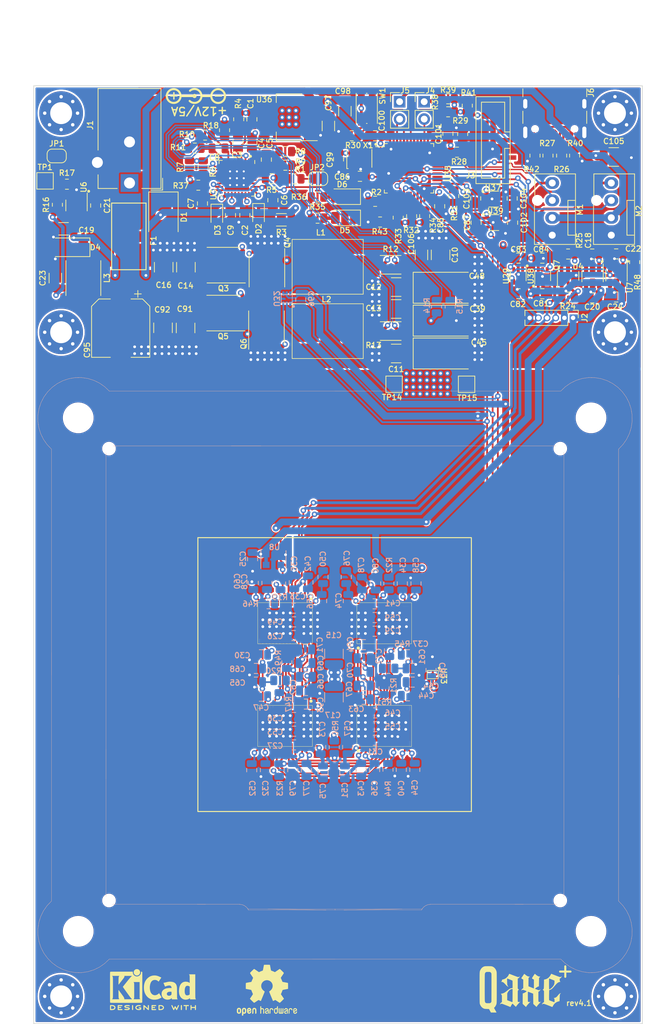
<source format=kicad_pcb>
(kicad_pcb (version 20240108) (generator "pcbnew") (generator_version "8.0")
  (layers (0 "F.Cu" mixed) (1 "In1.Cu" signal) (2 "In2.Cu" signal) (31 "B.Cu" signal) (34 "B.Paste" user) (35 "F.Paste" user) (36 "B.SilkS" user "B.Silkscreen") (37 "F.SilkS" user "F.Silkscreen") (38 "B.Mask" user) (39 "F.Mask" user) (44 "Edge.Cuts" user))
  (net 0 "")
  (net 1 "GND")
  (net 2 "+1V8")
  (net 3 "Net-(U3-ITH)")
  (net 4 "Net-(U3-VIN)")
  (net 5 "Net-(C3-Pad2)")
  (net 6 "Net-(U3-TK{slash}SS)")
  (net 7 "+1V2")
  (net 8 "Net-(U3-SENSE1-)")
  (net 9 "Net-(U3-SENSE1+)")
  (net 10 "Net-(D2-K)")
  (net 11 "Net-(Q5-S)")
  (net 12 "+5V")
  (net 13 "+0V8")
  (net 14 "/BM1366/CI")
  (net 15 "/BM1366/RO")
  (net 16 "/BM1366/RST_N")
  (net 17 "/BM1366/CLKI")
  (net 18 "Net-(U3-SENSE2+)")
  (net 19 "Net-(U3-SENSE2-)")
  (net 20 "/BM1366/BI")
  (net 21 "Net-(D2-A)")
  (net 22 "Net-(U6-BS)")
  (net 23 "Net-(JP1-A)")
  (net 24 "Net-(U19-VDD3_0)")
  (net 25 "Net-(U20-VDD3_0)")
  (net 26 "Net-(U19-VDD2_0)")
  (net 27 "Net-(U20-VDD2_0)")
  (net 28 "Net-(U19-VDD1_0)")
  (net 29 "Net-(U20-VDD1_0)")
  (net 30 "Net-(U19-VDD1_1)")
  (net 31 "Net-(U20-VDD1_1)")
  (net 32 "Net-(U19-VDD2_1)")
  (net 33 "+3V3")
  (net 34 "Net-(U20-VDD2_1)")
  (net 35 "Net-(U19-VDD3_1)")
  (net 36 "Net-(U20-VDD3_1)")
  (net 37 "Net-(U26-VDD1_1)")
  (net 38 "Net-(U26-VDD2_1)")
  (net 39 "Net-(U26-VDD3_1)")
  (net 40 "Net-(D5-A)")
  (net 41 "Net-(D6-A)")
  (net 43 "Net-(D3-K)")
  (net 45 "+12V")
  (net 46 "Net-(F1-Pad2)")
  (net 50 "Net-(Q3-S)")
  (net 51 "Net-(Q3-G)")
  (net 52 "Net-(Q4-G)")
  (net 53 "Net-(D4-K)")
  (net 54 "/Power/DIFF-")
  (net 55 "/Power/DIFF+")
  (net 56 "Net-(L2-Pad2)")
  (net 57 "Net-(Q5-G)")
  (net 58 "/Power/SENSE1-")
  (net 59 "Net-(Q6-G)")
  (net 60 "Net-(U3-FREQ)")
  (net 61 "Net-(U3-DIFFOUT)")
  (net 62 "/Power/SENSE1+")
  (net 63 "/Power/SENSE2+")
  (net 64 "Net-(L1-Pad2)")
  (net 65 "Net-(U3-VFB)")
  (net 66 "/Power/SENSE2-")
  (net 67 "Net-(U6-FB)")
  (net 68 "Net-(U19-RI)")
  (net 69 "Net-(U20-RI)")
  (net 70 "Net-(U26-RI)")
  (net 71 "Net-(U20-RO)")
  (net 73 "Net-(R44-Pad1)")
  (net 78 "Net-(U25-VDD1_1)")
  (net 79 "Net-(U25-VDD2_1)")
  (net 80 "Net-(U25-VDD3_1)")
  (net 81 "Net-(U3-AVP)")
  (net 88 "Net-(U19-CO)")
  (net 89 "Net-(U19-CLKO)")
  (net 90 "Net-(U19-BO)")
  (net 91 "Net-(U19-NRSTO)")
  (net 92 "Net-(U20-NRSTI)")
  (net 93 "Net-(U20-BI)")
  (net 94 "Net-(U20-CLKI)")
  (net 95 "Net-(U20-CI)")
  (net 97 "Net-(U20-CO)")
  (net 98 "Net-(R45-Pad1)")
  (net 99 "Net-(U20-CLKO)")
  (net 100 "Net-(U20-BO)")
  (net 101 "Net-(U20-NRSTO)")
  (net 104 "unconnected-(U25-?-Pad12)")
  (net 105 "Net-(R46-Pad1)")
  (net 107 "Net-(J6-CC1)")
  (net 108 "Net-(J6-D+-PadA6)")
  (net 109 "/STM32/TACHO2")
  (net 110 "Net-(M1-PWM)")
  (net 111 "/STM32/TACHO1")
  (net 112 "Net-(U35-BOOT0)")
  (net 113 "/STM32/ALERT2")
  (net 114 "/STM32/SCL2")
  (net 115 "/STM32/SDA2")
  (net 116 "Net-(U3-ISET)")
  (net 123 "/STM32/LED2")
  (net 124 "/STM32/LED1")
  (net 125 "/STM32/NRST")
  (net 126 "/STM32/SWDIO")
  (net 127 "/STM32/SWCLK")
  (net 130 "/Power/1V2_RUN")
  (net 131 "/Power/1V2_PGOOD")
  (net 132 "/STM32/USB_D-")
  (net 133 "/STM32/USB_D+")
  (net 135 "Net-(U35-PH0)")
  (net 137 "/BM1366/RESET")
  (net 138 "/BM1366/RXD")
  (net 139 "/BM1366/TXD")
  (net 140 "Net-(M2-PWM)")
  (net 141 "/STM32/PWM1")
  (net 142 "/STM32/PWM2")
  (net 143 "LDO_EN")
  (net 146 "Net-(U35-PB2)")
  (net 154 "Net-(J6-D--PadA7)")
  (net 155 "Net-(J4-Pin_1)")
  (net 156 "Net-(J5-Pin_1)")
  (net 157 "/STM32/LED4")
  (net 158 "/STM32/LED3")
  (net 161 "Net-(J6-CC2)")
  (net 163 "GNDA")
  (net 166 "Net-(R47-Pad1)")
  (net 175 "/STM32/X")
  (net 176 "Net-(JP2-B)")
  (footprint "myfootprints:stencil-registration" (layer "F.Cu") (at 62 92)
    (property "Reference" "REF**" (hide yes))
    (property "Value" "stencil-registration")
  )
  (footprint "myfootprints:NetTie-2_L3_SMD_Pad0.5mm" (layer "F.Cu") (at 73.4 48.3 180)
    (property "Reference" "NT7" (hide yes))
    (property "Value" "NetTie_2" (hide yes))
  )
  (footprint "Capacitor_SMD:C_0805_2012Metric" (layer "F.Cu") (at 115.697 58.994 -90)
    (property "Reference" "C87")
    (property "Value" "100n")
  )
  (footprint "Capacitor_SMD:C_0805_2012Metric" (layer "F.Cu") (at 132.676315 69.976089 180)
    (property "Reference" "C20")
    (property "Value" "1µ")
  )
  (footprint "Capacitor_SMD:C_1206_3216Metric" (layer "F.Cu") (at 54.15 67.09 90)
    (property "Reference" "C23")
    (property "Value" "22µ/16V")
  )
  (footprint "myfootprints:BM1368-smaller" (layer "F.Cu") (at 87.75 117.5 -90)
    (property "Reference" "U19" (hide yes))
    (property "Value" "BM1368_mode1")
  )
  (footprint "Capacitor_SMD:C_1210_3225Metric" (layer "F.Cu") (at 104 78.1 180)
    (property "Reference" "C11")
    (property "Value" "100µ/6.3V")
  )
  (footprint "myfootprints:IFLR-4031GC-01-8x10" (layer "F.Cu") (at 93.985 65.44)
    (property "Reference" "L1")
    (property "Value" "220nH")
  )
  (footprint "Resistor_SMD:R_0805_2012Metric" (layer "F.Cu") (at 89.17 52.59)
    (property "Reference" "R1")
    (property "Value" "10k")
  )
  (footprint "Resistor_SMD:R_0805_2012Metric" (layer "F.Cu") (at 54.45 56.3775 90)
    (property "Reference" "R16")
    (property "Value" "84.5k")
  )
  (footprint "Resistor_SMD:R_0805_2012Metric" (layer "F.Cu") (at 55.85 53.3775)
    (property "Reference" "R17")
    (property "Value" "16.3k")
  )
  (footprint "qaxe:MountingHole_3.2mm_M3_Pad_Via" (layer "F.Cu") (at 55 43)
    (property "Reference" "REF**" (hide yes))
    (property "Value" "MountingHole_3.2mm_M3_Pad_Via" (hide yes))
  )
  (footprint "Capacitor_SMD:C_1210_3225Metric" (layer "F.Cu") (at 73.2 74.375 -90)
    (property "Reference" "C91")
    (property "Value" "22µ/25V")
  )
  (footprint "Resistor_SMD:R_0805_2012Metric" (layer "F.Cu") (at 78.9 45.4875 90)
    (property "Reference" "R18")
    (property "Value" "49.9")
  )
  (footprint "Capacitor_SMD:C_0805_2012Metric" (layer "F.Cu") (at 136.176315 63.556089 180)
    (property "Reference" "C22")
    (property "Value" "100n")
  )
  (footprint "qaxe:qaxelogo" (layer "F.Cu") (at 122.2 170.975)
    (property "Reference" "G***" (hide yes))
    (property "Value" "LOGO" (hide yes))
  )
  (footprint "Capacitor_SMD:C_0805_2012Metric" (layer "F.Cu") (at 79.77 57.905 -90)
    (property "Reference" "C9")
    (property "Value" "4.7µ/25V")
  )
  (footprint "Resistor_SMD:R_0805_2012Metric" (layer "F.Cu") (at 114.4 41.9 90)
    (property "Reference" "R41")
    (property "Value" "2.7k")
  )
  (footprint "Diode_SMD:D_SOD-323" (layer "F.Cu") (at 83.87 57.805 -90)
    (property "Reference" "D2")
    (property "Value" "CMDSH-3")
  )
  (footprint "Resistor_SMD:R_0805_2012Metric" (layer "F.Cu") (at 113.726 46.055 -90)
    (property "Reference" "R29")
    (property "Value" "10k")
  )
  (footprint "Resistor_SMD:R_2010_5025Metric" (layer "F.Cu") (at 103.1875 65.145)
    (property "Reference" "R12")
    (property "Value" "1mR")
  )
  (footprint "qaxe:polarity" (layer "F.Cu") (at 74.5 40.5 180)
    (property "Reference" "U1" (hide yes))
    (property "Value" "~")
  )
  (footprint "Capacitor_SMD:C_0805_2012Metric" (layer "F.Cu") (at 85.0175 49.785 -90)
    (property "Reference" "C5")
    (property "Value" "1n")
  )
  (footprint "Resistor_SMD:R_0805_2012Metric" (layer "F.Cu") (at 85.7795 52.57 180)
    (property "Reference" "R5")
    (property "Value" "100k")
  )
  (footprint "Capacitor_SMD:C_0805_2012Metric" (layer "F.Cu") (at 111.567 46 90)
    (property "Reference" "C101")
    (property "Value" "100n")
  )
  (footprint "qaxe:MountingHole_3.2mm_M3" (layer "F.Cu") (at 132.5 162.5)
    (property "Reference" "REF**" (hide yes))
    (property "Value" "MountingHole_3.2mm_M3" (hide yes))
  )
  (footprint "Resistor_SMD:R_0805_2012Metric" (layer "F.Cu") (at 111.6 42.8 180)
    (property "Reference" "R38")
    (property "Value" "560")
  )
  (footprint "Package_SON:VSONP-8-1EP_5x6_P1.27mm" (layer "F.Cu") (at 85.03 74.28 90)
    (property "Reference" "Q6")
    (property "Value" "CSD16415Q5T")
  )
  (footprint "LED_SMD:LED_1206_3216Metric" (layer "F.Cu") (at 96.5 58.293 180)
    (property "Reference" "D5")
    (property "Value" "LED")
  )
  (footprint "Capacitor_SMD:C_0805_2012Metric" (layer "F.Cu") (at 120.965 55.453 -90)
    (property "Reference" "C104")
    (property "Value" "100n")
  )
  (footprint "Diode_SMD:D_SMB" (layer "F.Cu") (at 69.96 58.17 -90)
    (property "Reference" "D1")
    (property "Value" "SMBJ12A")
  )
  (footprint "TestPoint:TestPoint_Pad_2.0x2.0mm" (layer "F.Cu") (at 103.7 82.6)
    (property "Reference" "TP14")
    (property "Value" "3V3")
  )
  (footprint "Package_TO_SOT_SMD:SOT-363_SC-70-6" (layer "F.Cu") (at 125.4252 66.7766 90)
    (property "Reference" "U38")
    (property "Value" "TXU0101")
  )
  (footprint "Capacitor_SMD:C_1210_3225Metric" (layer "F.Cu") (at 135.825 49.4)
    (property "Reference" "C105")
    (property "Value" "22µ/25V")
  )
  (footprint "Capacitor_SMD:C_0805_2012Metric" (layer "F.Cu") (at 121.876315 64.176089 180)
    (property "Reference" "C83")
    (property "Value" "100n")
  )
  (footprint "Connector_PinHeader_2.54mm:PinHeader_1x02_P2.54mm_Vertical" (layer "F.Cu") (at 108.1 41.325)
    (property "Reference" "J4")
    (property "Value" "Conn_01x02")
  )
  (footprint "Resistor_SMD:R_0805_2012Metric" (layer "F.Cu") (at 138.88 64.7575 -90)
    (property "Reference" "R48")
    (property "Value" "10k")
  )
  (footprint "NetTie:NetTie-2_SMD_Pad0.5mm" (layer "F.Cu") (at 102.4 74.4 -135)
    (property "Reference" "NT2" (hide yes))
    (property "Value" "NetTie_2" (hide yes))
  )
  (footprint "Package_TO_SOT_SMD:SOT-23-5" (layer "F.Cu") (at 136.226315 66.713589 -90)
    (property "Reference" "U7")
    (property "Value" "MCP1824T-1802E")
  )
  (footprint "Connector_PinHeader_1.27mm:PinHeader_1x06_P1.27mm_Vertical" (layer "F.Cu") (at 129.875 72.9 -90)
    (property "Reference" "J2")
    (property "Value" "Conn_01x06")
  )
  (footprint "Resistor_SMD:R_0805_2012Metric" (layer "F.Cu") (at 124.3 49.2 90)
    (property "Reference" "R42")
    (property "Value" "5.1k")
  )
  (footprint "Capacitor_SMD:C_0805_2012Metric" (layer "F.Cu") (at 75.67 56.19 90)
    (property "Reference" "C7")
    (property "Value" "100n")
  )
  (footprint "Connector:FanPinHeader_1x04_P2.54mm_Vertical" (layer "F.Cu") (at 135.463 60.82 90)
    (property "Reference" "M2")
    (property "Value" "Fan_4pin")
  )
  (footprint "TestPoint:TestPoint_Pad_2.0x2.0mm" (layer "F.Cu") (at 114.3 82.6)
    (property "Reference" "TP15")
    (property "Value" "3V3")
  )
  (footprint "Resistor_SMD:R_0805_2012Metric" (layer "F.Cu") (at 106.2615 58.037 90)
    (property "Reference" "R32")
    (property "Value" "1.5k")
  )
  (footprint "qaxe:MountingHole_3.2mm_M3" (layer "F.Cu") (at 57.5 162.5)
    (property "Reference" "REF**" (hide yes))
    (property "Value" "MountingHole_3.2mm_M3" (hide yes))
  )
  (footprint "Connector_PinHeader_2.54mm:PinHeader_1x02_P2.54mm_Vertical" (layer "F.Cu") (at 104.5 41.325)
    (property "Reference" "J5")
    (property "Value" "Conn_01x02")
  )
  (footprint "qaxe:MountingHole_3.2mm_M3" (layer "F.Cu") (at 57.5 87.5)
    (property "Reference" "REF**" (hide yes))
    (property "Value" "MountingHole_3.2mm_M3" (hide yes))
  )
  (footprint "Capacitor_SMD:C_1206_3216Metric" (layer "F.Cu") (at 107.7 63.7 90)
    (property "Reference" "C106")
    (property "Value" "4.7µ/6.3V")
  )
  (footprint "Resistor_SMD:R_0805_2012Metric" (layer "F.Cu") (at 128.2 49.2 90)
    (property "Reference" "R26")
    (property "Value" "22")
  )
  (footprint "Resistor_SMD:R_0805_2012Metric" (layer "F.Cu") (at 87.7825 48.605)
    (property "Reference" "R8")
    (property "Value" "200")
  )
  (footprint "Resistor_SMD:R_0805_2012Metric" (layer "F.Cu") (at 130.1 49.2 90)
    (property "Reference" "R40")
    (property "Value" "5.1k")
  )
  (footprint "Package_TO_SOT_SMD:SOT-363_SC-70-6" (layer "F.Cu") (at 118.2624 55.5498)
    (property "Reference" "U37")
    (property "Value" "TXU0101")
  )
  (footprint "Resistor_SMD:R_0805_2012Metric" (layer "F.Cu") (at 87.7825 50.605 180)
    (property "Reference" "R9")
    (property "Value" "200")
  )
  (footprint "Capacitor_SMD:C_1210_3225Metric" (layer "F.Cu") (at 110.5 63.7 90)
    (property "Reference" "C10")
    (property "Value" "100µ/6.3V")
  )
  (footprint "Resistor_SMD:R_2010_5025Metric" (layer "F.Cu") (at 103.2 74.825001)
    (property "Reference" "R13")
    (property "Value" "1mR")
  )
  (footprint "Package_SON:VSONP-8-1EP_5x6_P1.27mm" (layer "F.Cu") (at 78.739 65.2 180)
    (property "Reference" "Q3")
    (property "Value" "CSD16415Q5T")
  )
  (footprint "Capacitor_SMD:C_0805_2012Metric" (layer "F.Cu") (at 60.05 56.49 -90)
    (property "Reference" "C21")
    (property "Value" "10n/250V")
  )
  (footprint "Capacitor_SMD:C_0805_2012Metric" (layer "F.Cu") (at 125.376315 69.376089)
    (property "Reference" "C81")
    (property "Value" "100n")
  )
  (footprint "myfootprints:stencil-registration" (layer "F.Cu") (at 62 158)
    (property "Reference" "REF**" (hide yes))
    (property "Value" "stencil-registration")
  )
  (footprint "Resistor_SMD:R_0805_2012Metric" (layer "F.Cu") (at 112.9 48.7 180)
    (property "Reference" "R28")
    (property "Value" "10k")
  )
  (footprint "Capacitor_SMD:C_0805_2012Metric" (layer "F.Cu") (at 121.031 58.994 -90)
    (property "Reference" "C102")
    (property "Value" "100n")
  )
  (footprint "Package_TO_SOT_SMD:SOT-363_SC-70-6" (layer "F.Cu") (at 121.8438 66.7766 -90)
    (property "Reference" "U29")
    (property "Value" "TXU0101")
  )
  (footprint "Capacitor_SMD:C_1210_3225Metric" (layer "F.Cu") (at 73.25 65.5 90)
    (property "Reference" "C14")
    (property "Value" "22µ/25V")
  )
  (footprint "Capacitor_SMD:C_0805_2012Metric" (layer "F.Cu") (at 110.363 56.602 -90)
    (property "Reference" "C85")
    (property "Value" "100n")
  )
  (footprint "qaxe:MountingHole_3.2mm_M3_Pad_Via" (layer "F.Cu") (at 136 43)
    (property "Reference" "REF**" (hide yes))
    (property "Value" "MountingHole_3.2mm_M3_Pad_Via" (hide yes))
  )
  (footprint "Package_SON:VSONP-8-1EP_5x6_P1.27mm" (layer "F.Cu") (at 78.7 72.2 180)
    (property "Reference" "Q5")
    (property "Value" "CSD16415Q5T")
  )
  (footprint "Resistor_SMD:R_0805_2012Metric" (layer "F.Cu") (at 100.9275 55.878)
    (property "Reference" "R2")
    (property "Value" "1.5k")
  )
  (footprint "LED_SMD:LED_1206_3216Metric" (layer "F.Cu") (at 96.49975 55.199 180)
    (property "Reference" "D6")
    (property "Value" "LED")
  )
  (footprint "Symbol:OSHW-Logo2_9.8x8mm_SilkScreen" (layer "F.Cu") (at 85.1 171.1)
    (property "Reference" "REF**" (hide yes))
    (property "Value" "OSHW-Logo2_9.8x8mm_SilkScreen" (hide yes))
  )
  (footprint "Diode_SMD:D_SOD-128" (layer "F.Cu") (at 56.05 62.59 180)
    (property "Reference" "D4")
    (property "Value" "PMEG4030EP,115")
  )
  (footprint "qaxe:MountingHole_3.2mm_M3" (layer "F.Cu") (at 132.5 87.5)
    (property "Reference" "REF**" (hide yes))
    (property "Value" "MountingHole_3.2mm_M3" (hide yes))
  )
  (footprint "Resistor_SMD:R_0805_2012Metric" (layer "F.Cu") (at 104.3 58.2625 90)
    (property "Reference" "R33")
    (property "Value" "2.7k")
  )
  (footprint "Oscillator:Oscillator_SMD_EuroQuartz_XO32-4Pin_3.2x2.5mm" (layer "F.Cu") (at 98.613 49.611 90)
    (property "Reference" "X1")
    (property "Value" "8MHz")
  )
  (footprint "myfootprints:stencil-registration" (layer "F.Cu") (at 128 158)
    (property "Reference" "REF**" (hide yes))
    (property "Value" "stencil-registration")
  )
  (footprint "myfootprints:BM1368-smaller" (layer "F.Cu") (at 87.75 132.5 -90)
    (property "Reference" "U25" (hide yes))
    (property "Value" "BM1368_mode1")
  )
  (footprint "Capacitor_SMD:C_0805_2012Metric" (layer "F.Cu") (at 82.9 47.3 90)
    (property "Reference" "C4")
    (property "Value" "100n")
  )
  (footprint "Jumper:SolderJumper-2_P1.3mm_Open_RoundedPad1.0x1.5mm" (layer "F.Cu") (at 92.583 52.578 180)
    (property "Reference" "JP2")
    (property "Value" "SolderJumper_2_Open")
  )
  (footprint "Capacitor_SMD:C_0805_2012Metric" (layer "F.Cu") (at 121.876315 69.376089 180)
    (property "Reference" "C82")
    (property "Value" "100n")
  )
  (footprint "Resistor_SMD:R_0805_2012Metric" (layer "F.Cu") (at 108.1665 58.037 90)
    (property "Reference" "R34")
    (property "Value" "1.5k")
  )
  (footprint "qaxe:MountingHole_3.2mm_M3_Pad_Via" (layer "F.Cu") (at 136 172)
    (property "Reference" "REF**" (hide yes))
    (property "Value" "MountingHole_3.2mm_M3_Pad_Via" (hide yes))
  )
  (footprint "Capacitor_SMD:C_1210_3225Metric" (layer "F.Cu") (at 104 68.4 180)
    (property "Reference" "C12")
    (property "Value" "100µ/6.3V")
  )
  (footprint "NetTie:NetTie-2_SMD_Pad0.5mm" (layer "F.Cu") (at 104 74.4 -45)
    (property "Reference" "NT4" (hide yes))
    (property "Value" "NetTie_2" (hide yes))
  )
  (footprint "Resistor_SMD:R_0805_2012Metric" (layer "F.Cu") (at 73.78 50.8575 -90)
    (property "Reference" "R7")
    (property "Value" "20k")
  )
  (footprint "Resistor_SMD:R_0805_2012Metric" (layer "F.Cu") (at 126.2 49.2 90)
    (property "Reference" "R27")
    (property "Value" "22")
  )
  (footprint "Capacitor_SMD:CP_Elec_8x10" (layer "F.Cu") (at 63.71 74.4 -90)
    (property "Reference" "C95")
    (property "Value" "220µ/25V")
  )
  (footprint "Package_TO_SOT_SMD:SOT-23-6" (layer "F.Cu") (at 57.25 56.4775 -90)
    (property "Reference" "U6")
    (property "Value" "AP3211")
  )
  (footprint "myfootprints:BM1368-smaller" (layer "F.Cu") (at 102.25 117.5 90)
    (property "Reference" "U26" (hide yes))
    (property "Value" "BM1368_mode1")
  )
  (footprint "Capacitor_SMD:C_0805_2012Metric" (layer "F.Cu") (at 136.176315 69.856089 180)
    (property "Reference" "C24")
    (property "Value" "1µ")
  )
  (footprint "Inductor_SMD:L_Taiyo-Yuden_NR-50xx" (layer "F.Cu") (at 58.25 67.09 -90)
    (property "Reference" "L3")
    (property "Value" "4.7µH/2A/3A")
  )
  (footprint "Resistor_SMD:R_0805_2012Metric" (layer "F.Cu") (at 92.50175 55.245)
    (property "Reference" "R36")
    (property "Value" "560")
  )
  (footprint "Resistor_SMD:R_0805_2012Metric" (layer "F.Cu") (at 129.146315 69.876089 180)
    (property "Reference" "R24")
    (property "Value" "10k")
  )
  (footprint "Capacitor_SMD:C_0805_2012Metric" (layer "F.Cu") (at 125.376315 64.176089)
    (property "Reference" "C84")
    (property "Value" "100n")
  )
  (footprint "Resistor_SMD:R_0805_2012Metric" (layer "F.Cu") (at 75.06 53.52)
    (property "Reference" "R37")
    (property "Value" "49.9k")
  )
  (footprint "Capacitor_SMD:C_0805_2012Metric" (layer "F.Cu") (at 80.87 47.28 90)
    (property "Reference" "C3")
    (property "Value" "3.3n")
  )
  (footprint "Package_TO_SOT_SMD:SOT-23-5" (layer "F.Cu") (at 132.726315 66.833589 -90)
    (property "Reference" "U4")
    (property "Value" "MCP1824T-0802E")
  )
  (footprint "qaxe:MountingHole_3.2mm_M3_Pad_Via" (layer "F.Cu") (at 55 75)
    (property "Reference" "REF**" (hide yes))
    (property "Value" "MountingHole_3.2mm_M3_Pad_Via" (hide yes))
  )
  (footprint "Capacitor_SMD:C_0805_2012Metric" (layer "F.Cu") (at 100.9305 46.3 180)
    (property "Reference" "C100")
    (property "Value" "100n")
  )
  (footprint "Capacitor_SMD:C_0805_2012Metric" (layer "F.Cu") (at 132.676315 63.576089 180)
    (property "Reference" "C18")
    (property "Value" "100n")
  )
  (footprint "myfootprints:BM1368-smaller" (layer "F.Cu") (at 102.25 132.5 90)
    (property "Reference" "U20" (hide yes))
    (property "Value" "BM1368_mode1")
  )
  (footprint "Connector:FanPinHeader_1x04_P2.54mm_Vertical" (layer "F.Cu") (at 126.827 60.82 90)
    (property "Reference" "M1")
    (property "Value" "Fan_4pin")
  )
  (footprint "qaxe:MountingHole_3.2mm_M3_Pad_Via" (layer "F.Cu") (at 136 75)
    (property "Reference" "REF**" (hide yes))
    (property "Value" "MountingHole_3.2mm_M3_Pad_Via" (hide yes))
  )
  (footprint "Resistor_SMD:R_0805_2012Metric" (layer "F.Cu") (at 75.77 50.88 90)
    (property "Reference" "R6")
    (property "Value" "20k")
  )
  (footprint "Capacitor_SMD:C_0805_2012Metric" (layer "F.Cu") (at 98.7 52.2224 180)
    (property "Reference" "C86")
    (property "Value" "100n")
  )
  (footprint "Resistor_SMD:R_1206_3216Metric" (layer "F.Cu") (at 87.21 58.58 180)
    (property "Reference" "R3")
    (property "Value" "2.2R")
  )
  (footprint "Jumper:SolderJumper-2_P1.3mm_Open_RoundedPad1.0x1.5mm" (layer "F.Cu") (at 54.35 49.25)
    (property "Reference" "JP1")
    (property "Value" "SolderJumper_2_Open")
  )
  (footprint "Capacitor_SMD:C_0805_2012Metric" (layer "F.Cu") (at 82.9 43.9 90)
    (property "Reference" "C1")
    (property "Value" "47p")
  )
  (footprint "Resistor_SMD:R_0805_2012Metric" (layer "F.Cu") (at 74.5575 48.105 180)
    (property "Reference" "R11")
    (property "Value" "200")
  )
  (footprint "Package_QFP:LQFP-48_7x7mm_P0.5mm" (layer "F.Cu") (at 105.8805 51.052)
    (property "Reference" "U35")
    (property "Value" "STM32L072CBT6")
  )
  (footprint "NetTie:NetTie-2_SMD_Pad0.5mm" (layer "F.Cu") (at 104 64.846447 135)
    (property "Reference" "NT3" (hide yes))
    (property "Value" "NetTie_2" (hide yes))
  )
  (footprint "myfootprints:TMP1075-DRL" (layer "F.Cu") (at 109.35 125 -90)
    (property "Reference" "U33")
    (property "Value" "TMP1075")
  )
  (footprint "TestPoint:TestPoint_Pad_2.0x2.0mm" (layer "F.Cu") (at 52.65 52.89)
    (property "Reference" "TP1")
    (property "Value" "3V3")
  )
  (footprint "qaxe:dummy" (layer "F.Cu") (at 81.7 70.4)
    (property "Reference" "REF**" (hide yes))
    (property "Value" "heatsink" (hide yes))
  )
  (footprint "Connector_BarrelJack:BarrelJack_CUI_PJ-102AH_Horizontal" (layer "F.Cu") (at 65 53.2 180)
    (property "Reference" "J1")
    (property "Value" "Barrel_Jack_Switch")
  )
  (footprint "myfootprints:PinHeader_IDC_2x05_P1.27mm_Vertical_SMD" (layer "F.Cu") (at 118.171 46.944 180)
    (property "Reference" "J3")
    (property "Value" "SWD")
  )
  (footprint "Capacitor_SMD:C_1210_3225Metric" (layer "F.Cu") (at 104 71.6 180)
    (property "Reference" "C13")
    (property "Value" "100µ/6.3V")
  )
  (footprint "NetTie:NetTie-2_SMD_Pad0.5mm" (layer "F.Cu") (at 102.4 64.846447 45)
    (property "Reference" "NT1" (hide yes))
    (property "Value" "NetTie_2" (hide yes))
  )
  (footprint "myfootprints:fuseholder_littlefuse_blok" (layer "F.Cu") (at 64.9 61 90)
    (property "Reference" "F1")
    (property "Value" "5A")
  )
  (footprint "Capacitor_SMD:C_1206_3216Metric" (layer "F.Cu") (at 96.5 42.713 -90)
    (property "Reference" "C98")
    (property "Value" "10µF/50V")
  )
  (footprint "Resistor_SMD:R_0805_2012Metric" (layer "F.Cu") (at 92.502 58.339)
    (property "Reference" "R35")
    (property "Value" "560")
  )
  (footprint "Resistor_SMD:R_0805_2012Metric" (layer "F.Cu") (at 97.5 46.3)
    (property "Reference" "R30")
    (property "Value" "100k")
  )
  (footprint "qaxe:KiCad-Logo2_5mm_SilkScreen" (layer "F.Cu") (at 68.425 171)
    (property "Reference" "REF**" (hide yes))
    (property "Value" "KiCad-Logo2_5mm_SilkScreen" (hide yes))
  )
  (footprint "Capacitor_Tantalum_SMD:CP_EIA-7343-15_Kemet-W" (layer "F.Cu") (at 110.9 78.1)
    (property "Reference" "C45")
    (property "Value" "330µ/6.3V")
  )
  (footprint "myfootprints:IFLR-4031GC-01-8x10" (layer "F.Cu") (at 93.985 74.838)
    (property "Reference" "L2")
    (property "Value" "220nH")
  )
  (footprint "Capacitor_SMD:C_0805_2012Metric" (layer "F.Cu") (at 95.565 49.738 -90)
    (property "Reference" "C99")
    (property "Value" "100n")
  )
  (footprint "Package_TO_SOT_SMD:SOT-223-3_TabPin2" (layer "F.Cu") (at 88.372 43.602 180)
    (property "Reference" "U36")
    (property "Value" "1117-3.3")
  )
  (footprint "Resistor_SMD:R_0805_2012Metric" (layer "F.Cu") (at 111.6 40.9 180)
    (property "Reference" "R39")
    (property "Value" "560")
  )
  (footprint "Package_DFN_QFN:QFN-32-1EP_5x5mm_P0.5mm_EP3.45x3.45mm_ThermalVias" (layer "F.Cu") (at 80.7075 52.505 -90)
    (property "Reference" "U3")
    (property "Value" "LTC3856")
  )
  (footprint "Button_Switch_SMD:SW_Push_1P1T_NO_CK_KMR2" (layer "F.Cu") (at 99.7 42.3 -90)
    (property "Reference" "SW1")
    (property "Value" "boot")
  )
  (footprint "Capacitor_SMD:C_0805_2012Metric" (layer "F.Cu") (at 115.631 55.453 -90)
    (property "Reference" "C103")
    (property "Value" "100n")
  )
  (footprint "Package_TO_SOT_SMD:SOT-23" (layer "F.Cu") (at 129.146315 66.766089 90)
    (property "Reference" "Q7")
    (property "Value" "BSS138")
  )
  (footprint "Package_SON:VSONP-8-1EP_5x6_P1.27mm" (layer "F.Cu") (at 85.095 65.9875 -90)
    (property "Reference" "Q4")
    (property "Value" "CSD16415Q5T")
  )
  (footprint "Connector_USB:USB_C_Receptacle_GCT_USB4105-xx-A_16P_TopMnt_Horizontal" (layer "F.Cu") (at 127.2 42.7 180)
    (property "Reference" "J6")
    (property "Value" "USB_C_Receptacle_USB2.0")
  )
  (footprint "Package_TO_SOT_SMD:SOT-363_SC-70-6" (layer "F.Cu") (at 118.3132 58.9788)
    (property "Reference" "U39")
    (property "Value" "TXU0101")
  )
  (footprint "Capacitor_Tantalum_SMD:CP_EIA-7343-15_Kemet-W" (layer "F.Cu") (at 110.9 68.5)
    (property "Reference" "C48")
    (property "Value" "330µ/6.3V")
  )
  (footprint "myfootprints:stencil-registration" (layer "F.Cu") (at 128 92)
    (property "Reference" "REF**" (hide yes))
    (property "Value" "stencil-registration")
  )
  (footprint "Capacitor_SMD:C_1210_3225Metric" (layer "F.Cu") (at 69.9 74.35 -90)
    (property "Reference" "C92")
    (property "Value" "22µ/25V")
  )
  (footprint "Capacitor_SMD:C_1210_3225Metric" (layer "F.Cu") (at 70 65.5 90)
    (property "Reference" "C16")
    (property "Value" "22µ/25V")
  )
  (footprint "Diode_SMD:D_SOD-323" (layer "F.Cu") (at 77.77 57.905 -90)
    (property "Reference" "D3")
    (property "Value" "CMDSH-3")
  )
  (footprint "Capacitor_SMD:C_0805_2012Metric" (layer "F.Cu") (at 78.02 48.155 180)
    (property "Reference" "C8")
    (property "Value" "1n")
  )
  (footprint "Resistor_SMD:R_0805_2012Metric" (layer "F.Cu") (at 76.0575 46.205 180)
    (property "Reference" "R10")
    (property "Value" "200")
  )
  (footprint "Capacitor_SMD:C_0805_2012Metric" (layer "F.Cu") (at 81.87 57.905 90)
    (property "Reference" "C2")
    (property "Value" "100n")
  )
  (footprint "Capacitor_Tantalum_SMD:CP_EIA-7343-15_Kemet-W" (layer "F.Cu") (at 110.9 73.3)
    (property "Reference" "C39")
    (property "Value" "330µ/6.3V")
  )
  (footprint "Capacitor_SMD:C_0805_2012Metric" (layer "F.Cu") (at 85.97 55.705 -90)
    (property "Reference" "C6")
    (property "Value" "100n")
  )
  (footprint "Resistor_SMD:R_0805_2012Metric" (layer "F.Cu") (at 101.65 58.9)
    (property "Reference" "R43")
    (property "Value" "10k")
  )
  (footprint "Resistor_SMD:R_0805_2012Metric" (layer "F.Cu") (at 129.146315 63.576089)
    (property "Reference" "R25")
    (property "Value" "10k")
  )
  (footprint "Resistor_SMD:R_0805_2012Metric" (layer "F.Cu") (at 112.413 55.116 90)
    (property "Reference" "R31")
    (property "Value" "10k")
  )
  (footprint "Capacitor_SMD:C_1206_3216Metric" (layer "F.Cu") (at 55.35 59.89 180)
    (property "Reference" "C19")
    (property "Value" "10µF/50V")
  )
  (footprint "Capacitor_SMD:C_1206_3216Metric" (layer "F.Cu") (at 94.087 44.872 -90)
    (property "Reference" "C97")
    (property "Value" "22µ/16V")
  )
  (footprint "qaxe:MountingHole_3.2mm_M3_Pad_Via" (layer "F.Cu") (at 55 172)
    (property "Reference" "REF**" (hide yes))
    (property "Value" "MountingHole_3.2mm_M3_Pad_Via" (hide yes))
  )
  (footprint "Resistor_SMD:R_0805_2012Metric" (layer "F.Cu") (at 80.97 43.8925 90)
    (property "Reference" "R4")
    (property "Value" "8.45k")
  )
  (footprint "Capacitor_SMD:C_0805_2012Metric" (layer "B.Cu") (at 90.81 129.31 180)
    (property "Reference" "C93")
    (property "Value" "1µ")
  )
  (footprint "Capacitor_SMD:C_0805_2012Metric" (layer "B.Cu") (at 105.7 128.1 180)
    (property "Reference" "C44")
    (property "Value" "1µ")
  )
  (footprint "Resistor_SMD:R_0805_2012Metric" (layer "B.Cu") (at 88.011 123.19 -90)
    (property "Reference" "R49")
    (property "Value" "10k")
  )
  (footprint "Capacitor_SMD:C_0805_2012Metric" (layer "B.Cu") (at 101 111.7 90)
    (property "Reference" "C80")
    (property "Value" "1µ")
  )
  (footprint "Capacitor_SMD:C_0805_2012Metric" (layer "B.Cu") (at 96.5 139.3 90)
    (property "Reference" "C51")
    (property "Value" "1µ")
  )
  (footprint "Resistor_SMD:R_0805_2012Metric" (layer "B.Cu") (at 103.02 121.46 90)
    (property "Reference" "R45")
    (property "Value" "1k")
  )
  (footprint "Capacitor_SMD:C_0805_2012Metric" (layer "B.Cu") (at 93.3 139.3 -90)
    (property "Reference" "C75")
    (property "Value" "1µ")
  )
  (footprint "Capacitor_SMD:C_0805_2012Metric" (layer "B.Cu") (at 90.7 121.325 180)
    (property "Reference" "C71")
    (property "Value" "1µ")
  )
  (footprint "Resistor_SMD:R_0805_2012Metric" (layer "B.Cu") (at 102.8 138.9 -90)
    (property "Reference" "R44")
    (property "Value" "1k")
  )
  (footprint "Capacitor_SMD:C_0805_2012Metric" (layer "B.Cu") (at 90.043 70.231 -90)
    (property "Reference" "C96")
    (property "Value" "100n")
  )
  (footprint "Capacitor_SMD:C_0805_2012Metric" (layer "B.Cu") (at 104.9 111.7 -90)
    (property "Reference" "C34")
    (property "Value" "1µ")
  )
  (footprint "Resistor_SMD:R_0805_2012Metric" (layer "B.Cu") (at 86.91 128.55 -90)
    (property "Reference" "R47")
    (property "Value" "1k")
  )
  (footprint "Resistor_SMD:R_0805_2012Metric" (layer "B.Cu") (at 87.0125 125.85 180)
    (property "Reference" "R20")
    (property "Value" "10k")
  )
  (footprint "Capacitor_SMD:C_0805_2012Metric" (layer "B.Cu") (at 89.05 133.27 180)
    (property "Reference" "C53")
    (property "Value" "100n")
  )
  (footprint "Capacitor_SMD:C_0805_2012Metric" (layer "B.Cu") (at 88.875 138.95 -90)
    (property "Reference" "C79")
    (property "Value" "1µ")
  )
  (footprint "Capacitor_SMD:C_0805_2012Metric" (layer "B.Cu") (at 83.1 111.625 90)
    (property "Reference" "C60")
    (property "Value" "1µ")
  )
  (footprint "Resistor_SMD:R_0805_2012Metric" (layer "B.Cu") (at 102.9 124.1)
    (property "Reference" "R21")
    (property "Value" "10k")
  )
  (footprint "Capacitor_SMD:C_0805_2012Metric" (layer "B.Cu") (at 106.4 126.1)
    (property "Reference" "C64")
    (property "Value" "1µ")
  )
  (footprint "Capacitor_SMD:C_0805_2012Metric" (layer "B.Cu") (at 100.87 116.67)
    (property "Reference" "C59")
    (property "Value" "100n")
  )
  (footprint "Capacitor_SMD:C_0805_2012Metric" (layer "B.Cu") (at 100.9 134.6)
    (property "Reference" "C31")
    (property "Value" "10µ/16V")
  )
  (footprint "Capacitor_SMD:C_0805_2012Metric" (layer "B.Cu") (at 100.95 130.6)
    (property "Reference" "C46")
    (property "Value" "1µ")
  )
  (footprint "Capacitor_SMD:C_0805_2012Metric" (layer "B.Cu") (at 100.87 118.67)
    (property "Reference" "C29")
    (property "Value" "10µ/16V")
  )
  (footprint "Capacitor_SMD:C_0805_2012Metric" (layer "B.Cu") (at 83.5 124.1 180)
    (property "Reference" "C68")
    (property "Value" "1µ")
  )
  (footprint "Capacitor_SMD:C_0805_2012Metric" (layer "B.Cu") (at 92.964 135.6 -90)
    (property "Reference" "C73")
    (property "Value" "1µ")
  )
  (footprint "Capacitor_SMD:C_0805_2012Metric" (layer "B.Cu") (at 100.85 138.925 90)
    (property "Reference" "C36")
    (property "Value" "1µ")
  )
  (footprint "Capacitor_SMD:C_0805_2012Metric" (layer "B.Cu") (at 104.75 138.9 90)
    (property "Reference" "C40")
    (property "Value" "1µ")
  )
  (footprint "Capacitor_SMD:C_0805_2012Metric" (layer "B.Cu") (at 109.1 124.35 90)
    (property "Reference" "C88")
    (property "Value" "100n")
  )
  (footprint "Capacitor_SMD:C_0805_2012Metric" (layer "B.Cu") (at 90.75 123.325 180)
    (property "Reference" "C69")
    (property "Value" "1µ")
  )
  (footprint "Resistor_SMD:R_0805_2012Metric" (layer "B.Cu") (at 86.875 138.95 -90)
    (property "Reference" "R23")
    (property "Value" "10k")
  )
  (footprint "Capacitor_SMD:C_0805_2012Metric" (layer "B.Cu") (at 84.25 122.1)
    (property "Reference" "C30")
    (property "Value" "1µ")
  )
  (footprint "Capacitor_SMD:C_0805_2012Metric" (layer "B.Cu") (at 98.875 138.925 90)
    (property "Reference" "C43")
    (property "Value" "1µ")
  )
  (footprint "Capacitor_SMD:C_0805_2012Metric" (layer "B.Cu") (at 84.24 128.16)
    (property "Reference" "C47")
    (property "Value" "1µ")
  )
  (footprint "Capacitor_SMD:C_0805_2012Metric" (layer "B.Cu") (at 90.8 127.325 180)
    (property "Reference" "C62")
    (property "Value" "1µ")
  )
  (footprint "Resistor_SMD:R_0805_2012Metric" (layer "B.Cu") (at 94.9452 135.6106 -90)
    (property "Reference" "R50")
    (property "Value" "10k")
  )
  (footprint "Capacitor_SMD:C_0805_2012Metric" (layer "B.Cu") (at 93.3 110.75 -90)
    (property "Reference" "C50")
    (property "Value" "1µ")
  )
  (footprint "Capacitor_SMD:C_0805_2012Metric" (layer "B.Cu") (at 99.26 122.61)
    (property "Reference" "C72")
    (property "Value" "1µ")
  )
  (footprint "Capacitor_SMD:C_0805_2012Metric" (layer "B.Cu") (at 89 119.3 180)
    (property "Reference" "C26")
    (property "Value" "10µ/16V")
  )
  (footprint "Capacitor_SMD:C_0805_2012Metric" (layer "B.Cu") (at 89.05 117.3 180)
    (property "Reference" "C49")
    (property "Value" "100n")
  )
  (footprint "Capacitor_SMD:C_0805_2012Metric" (layer "B.Cu") (at 96.901 135.5954 90)
    (property "Reference" "C57")
    (property "Value" "1µ")
  )
  (footprint "Capacitor_SMD:C_0805_2012Metric" (layer "B.Cu") (at 83 108.125 -90)
    (property "Reference" "C25")
    (property "Value" "100n")
  )
  (footprint "Capacitor_SMD:C_0805_2012Metric" (layer "B.Cu") (at 106.9 111.7 90)
    (property "Reference" "C58")
    (property "Value" "1µ")
  )
  (footprint "Capacitor_SMD:C_0805_2012Metric" (layer "B.Cu") (at 99.26 120.63)
    (property "Reference" "C94")
    (property "Value" "1µ")
  )
  (footprint "Resistor_SMD:R_0805_2012Metric" (layer "B.Cu") (at 87.1 111.6875 -90)
    (property "Reference" "R19")
    (property "Value" "10k")
  )
  (footprint "Capacitor_SMD:C_0805_2012Metric" (layer "B.Cu") (at 91.1 111.525 -90)
    (property "Reference" "C42")
    (property "Value" "1µ")
  )
  (footprint "Capacitor_SMD:C_0805_2012Metric" (layer "B.Cu") (at 99.26 128.61)
    (property "Reference" "C63")
    (property "Value" "1µ")
  )
  (footprint "Resistor_SMD:R_0805_2012Metric" (layer "B.Cu") (at 102.235 127 -90)
    (property "Reference" "R51")
    (property "Value" "10k")
  )
  (footprint "Capacitor_SMD:C_0805_2012Metric" (layer "B.Cu") (at 98.99 111.7 90)
    (property "Reference" "C78")
    (property "Value" "1µ")
  )
  (footprint "Oscillator:Oscillator_SMD_EuroQuartz_XO32-4Pin_3.2x2.5mm" (layer "B.Cu") (at 86.05 108.2 -90)
    (property "Reference" "U8")
    (property "Value" "25MHz")
  )
  (footprint "Capacitor_SMD:C_0805_2012Metric" (layer "B.Cu") (at 100.87 114.67)
    (property "Reference" "C41")
    (property "Value" "1µ")
  )
  (footprint "Capacitor_SMD:C_0805_2012Metric" (layer "B.Cu") (at 100.95 132.6)
    (property "Reference" "C55")
    (property "Value" "100n")
  )
  (footprint "Capacitor_SMD:C_0805_2012Metric" (layer "B.Cu") (at 105.7 122.1 180)
    (property "Reference" "C37")
    (property "Value" "1µ")
  )
  (footprint "Resistor_SMD:R_0805_2012Metric" (layer "B.Cu") (at 85.325 114.65 180)
    (property "Reference" "R46")
    (property "Value" "1k")
  )
  (footprint "Capacitor_SMD:C_1210_3225Metric" (layer "B.Cu") (at 94.9 128.3 90)
    (property "Reference" "C17")
    (property "Value" "100µ/6.3V")
  )
  (footprint "Resistor_SMD:R_0805_2012Metric" (layer "B.Cu") (at 111.9 71.25 90)
    (property "Reference" "R15")
    (property "Value" "10")
  )
  (footprint "Resistor_SMD:R_0805_2012Metric" (layer "B.Cu") (at 102.93 111.7 90)
    (property "Reference" "R22")
    (property "Value" "10k")
  )
  (footprint "Capacitor_SMD:C_0805_2012Metric" (layer "B.Cu") (at 84.875 138.95 90)
    (property "Reference" "C32")
    (property "Value" "1µ")
  )
  (footprint "Capacitor_SMD:C_0805_2012Metric" (layer "B.Cu") (at 82.875 138.95 -90)
    (property "Reference" "C52")
    (property "Value" "1µ")
  )
  (footprint "Capacitor_SMD:C_0805_2012Metric" (layer "B.Cu") (at 90.8 125.325 180)
    (property "Reference" "C66")
    (property "Value" "1µ")
  )
  (footprint "Resistor_SMD:R_0805_2012Metric" (layer "B.Cu") (at 109.9 71.25 90)
    (property "Reference" "R14")
    (property "Value" "10")
  )
  (footprint "Capacitor_SMD:C_0805_2012Metric" (layer "B.Cu") (at 89.05 131.27 180)
    (property "Reference" "C38")
    (property "Value" "1µ")
  )
  (footprint "Capacitor_SMD:C_1210_3225Metric" (layer "B.Cu") (at 94.9 122 -90)
    (property "Reference" "C15")
    (property "Value" "100µ/6.3V")
  )
  (footprint "myfootprints:TMP1075-DRL" (layer "B.Cu") (at 88 70.104 90)
    (property "Reference" "U32")
    (property "Value" "TMP1075")
  )
  (footprint "Capacitor_SMD:C_0805_2012Metric" (layer "B.Cu") (at 89.05 135.27 180)
    (property "Reference" "C27")
    (property "Value" "10µ/16V")
  )
  (footprint "Capacitor_SMD:C_0805_2012Metric" (layer "B.Cu") (at 89 115.3 180)
    (property "Reference" "C33")
    (property "Value" "1µ")
  )
  (footprint "Capacitor_SMD:C_0805_2012Metric" (layer "B.Cu") (at 106.725 138.9 -90)
    (property "Reference" "C54")
    (property "Value" "1µ")
  )
  (footprint "Capacitor_SMD:C_0805_2012Metric" (layer "B.Cu") (at 89.1 111.525 -90)
    (property "Reference" "C35")
    (property "Value" "1µ")
  )
  (footprint "Capacitor_SMD:C_0805_2012Metric" (layer "B.Cu") (at 90.875 138.95 -90)
    (property "Reference" "C77")
    (property "Value" "1µ")
  )
  (footprint "Capacitor_SMD:C_0805_2012Metric" (layer "B.Cu") (at 99.26 126.61)
    (property "Reference" "C67")
    (property "Value" "1µ")
  )
  (footprint "Capacitor_SMD:C_0805_2012Metric" (layer "B.Cu") (at 97 114.25 90)
    (property "Reference" "C74")
    (property "Value" "1µ")
  )
  (footprint "Capacitor_SMD:C_0805_2012Metric" (layer "B.Cu") (at 85.1 111.625 -90)
    (property "Reference" "C28")
    (property "Value" "1µ")
  )
  (footprint "Capacitor_SMD:C_0805_2012Metric" (layer "B.Cu") (at 106.4 124.1)
    (property "Reference" "C61")
    (property "Value" "1µ")
  )
  (footprint "Capacitor_SMD:C_0805_2012Metric" (layer "B.Cu") (at 93.1 114.25 -90)
    (property "Reference" "C56")
    (property "Value" "1µ")
  )
  (footprint "Capacitor_SMD:C_0805_2012Metric" (layer "B.Cu") (at 96.7 110.75 90)
    (property "Reference" "C76")
    (property "Value" "1µ")
  )
  (footprint "Capacitor_SMD:C_0805_2012Metric" (layer "B.Cu") (at 99.21 124.61)
    (property "Reference" "C70")
    (property "Value" "1µ")
  )
  (footprint "Capacitor_SMD:C_0805_2012Metric" (layer "B.Cu") (at 83.5 126.1 180)
    (property "Reference" "C65")
    (property "Value" "1µ")
  )
  (gr_line (start 56.662405 88.768373) (end 56.677631 88.780058) (stroke (width 0.027881)) (layer "B.SilkS"))
  (gr_line (start 58.331933 88.899386) (end 58.471798 88.792097) (stroke (width 0.027881)) (layer "B.SilkS"))
  (gr_line (start 132.642708 168.526853) (end 132.596319 168.527561) (stroke (width 0.027881)) (layer "B.SilkS"))
  (gr_line (start 133.829369 86.851691) (end 133.91173 87.050335) (stroke (width 0.027881)) (layer "B.SilkS"))
  (gr_line (start 61.8105 91.946319) (end 61.799878 91.960128) (stroke (width 0.027881)) (layer "B.SilkS"))
  (gr_line (start 52.480263 165.699454) (end 52.289409 165.328015) (stroke (width 0.027881)) (layer "B.SilkS"))
  (gr_line (start 61.907875 158.302187) (end 61.921684 158.31281) (stroke (width 0.027881)) (layer "B.SilkS"))
  (gr_line (start 134.415609 81.928087) (end 133.975339 81.781849) (stroke (width 0.027881)) (layer "B.SilkS"))
  (gr_line (start 131.15071 88.151905) (end 131.158195 88.169963) (stroke (width 0.027881)) (layer "B.SilkS"))
  (gr_line (start 81.838465 158.767106) (end 82.008428 158.89564) (stroke (width 0.027881)) (layer "B.SilkS"))
  (gr_line (start 128.347131 92.029176) (end 128.241258 91.891081) (stroke (width 0.027881)) (layer "B.SilkS"))
  (gr_circle (center 88.978715 71.2216) (end 88.8492 71.2216) (stroke (width 0.15)) (fill solid) (layer "B.SilkS"))
  (gr_line (start 134.85588 168.076806) (end 135.309559 167.843107) (stroke (width 0.027881)) (layer "B.SilkS"))
  (gr_line (start 137.170136 91.39996) (end 137.461941 90.981427) (stroke (width 0.027881)) (layer "B.SilkS"))
  (gr_line (start 56.415251 86.68102) (end 56.403566 86.696246) (stroke (width 0.027881)) (layer "B.SilkS"))
  (gr_line (start 131.642032 161.359035) (end 131.626509 161.37072) (stroke (width 0.027881)) (layer "B.SilkS"))
  (gr_line (start 133.591156 163.609623) (end 133.420408 163.740636) (stroke (width 0.027881)) (layer "B.SilkS"))
  (gr_line (start 137.33245 84.039518) (end 137.359786 84.076698) (stroke (width 0.027881)) (layer "B.SilkS"))
  (gr_line (start 62.386957 158.529866) (end 62.559398 158.552528) (stroke (width 0.027881)) (layer "B.SilkS"))
  (gr_line (start 58.642469 161.490048) (end 58.773482 161.660719) (stroke (width 0.027881)) (layer "B.SilkS"))
  (gr_line (start 55.65396 81.942605) (end 55.698221 81.928087) (stroke (width 0.027881)) (layer "B.SilkS"))
  (gr_line (start 131.158195 163.118502) (end 131.083323 162.937917) (stroke (width 0.027881)) (layer "B.SilkS"))
  (gr_line (start 138.230419 160.745045) (end 138.244052 160.789306) (stroke (width 0.027881)) (layer "B.SilkS"))
  (gr_line (start 136.018009 82.745324) (end 136.055479 82.772589) (stroke (width 0.027881)) (layer "B.SilkS"))
  (gr_line (start 137.461941 90.981427) (end 137.435419 91.019315) (stroke (width 0.027881)) (layer "B.SilkS"))
  (gr_line (start 81.734717 158.714701) (end 81.71418 158.70514) (stroke (width 0.027881)) (layer "B.SilkS"))
  (gr_line (start 130.815168 168.276512) (end 130.770833 168.262702) (stroke (width 0.027881)) (layer "B.SilkS"))
  (gr_line (start 52.055711 164.874428) (end 52.289409 165.328015) (stroke (width 0.027881)) (layer "B.SilkS"))
  (gr_line (start 56.216961 87.014218) (end 56.209525 87.032276) (stroke (width 0.027881)) (layer "B.SilkS"))
  (gr_line (start 58.133289 163.930427) (end 58.151348 163.922991) (stroke (width 0.027881)) (layer "B.SilkS"))
  (gr_line (start 61.620709 157.876219) (end 61.627436 157.892153) (stroke (width 0.027881)) (layer "B.SilkS"))
  (gr_line (start 57.013661 88.974098) (end 57.1946 89.049165) (stroke (width 0.027881)) (layer "B.SilkS"))
  (gr_line (start 55.742128 168.237562) (end 55.698221 168.223045) (stroke (width 0.027881)) (layer "B.SilkS"))
  (gr_line (start 136.528492 92.07025) (end 136.881377 91.701644) (stroke (width 0.027881)) (layer "B.SilkS"))
  (gr_line (start 136.725436 83.341255) (end 136.75826 83.374186) (stroke (width 0.027881)) (layer "B.SilkS"))
  (gr_line (start 132.7252 86.127579) (end 132.919184 86.153074) (stroke (width 0.027881)) (layer "B.SilkS"))
  (gr_line (start 131.083323 162.161754) (end 131.165684 161.96311) (stroke (width 0.027881)) (layer "B.SilkS"))
  (gr_line (start 62.386957 158.529866) (end 62.300559 158.518536) (stroke (width 0.027881)) (layer "B.SilkS"))
  (gr_line (start 61.694005 92.097869) (end 61.8105 91.946319) (stroke (width 0.027881)) (layer "B.SilkS"))
  (gr_line (start 57.981385 168.532518) (end 58.486316 168.459222) (stroke (width 0.027881)) (layer "B.SilkS"))
  (gr_line (start 57.517529 81.623571) (end 57.053673 81.628528) (stroke (width 0.027881)) (layer "B.SilkS"))
  (gr_line (start 133.896756 88.188022) (end 133.904245 88.169963) (stroke (width 0.027881)) (layer "B.SilkS"))
  (gr_line (start 51.599999 162.151131) (end 51.65984 161.73791) (stroke (width 0.027881)) (layer "B.SilkS"))
  (gr_line (start 51.604956 162.614988) (end 51.609913 163.078844) (stroke (width 0.027881)) (layer "B.SilkS"))
  (gr_line (start 53.296438 91.768566) (end 53.26457 91.734928) (stroke (width 0.027881)) (layer "B.SilkS"))
  (gr_line (start 130.770833 81.888429) (end 130.327482 82.024754) (stroke (width 0.027881)) (layer "B.SilkS"))
  (gr_line (start 56.108964 162.355795) (end 56.08347 162.549835) (stroke (width 0.027881)) (layer "B.SilkS"))
  (gr_line (start 61.620709 157.876219) (end 61.627436 157.892153) (stroke (width 0.027881)) (layer "B.SilkS"))
  (gr_line (start 58.761443 88.505993) (end 58.88077 88.350548) (stroke (width 0.027881)) (layer "B.SilkS"))
  (gr_line (start 58.331933 163.847925) (end 58.471798 163.740636) (stroke (width 0.027881)) (layer "B.SilkS"))
  (gr_line (start 131.626509 88.780058) (end 131.781735 88.899386) (stroke (width 0.027881)) (layer "B.SilkS"))
  (gr_line (start 57.369166 164.02072) (end 57.388641 164.023198) (stroke (width 0.027881)) (layer "B.SilkS"))
  (gr_line (start 137.633284 165.699454) (end 137.387157 166.036547) (stroke (width 0.027881)) (layer "B.SilkS"))
  (gr_line (start 129.49355 82.431602) (end 129.074896 82.723371) (stroke (width 0.027881)) (layer "B.SilkS"))
  (gr_line (start 132.317839 164.02072) (end 132.33724 164.023198) (stroke (width 0.027881)) (layer "B.SilkS"))
  (gr_line (start 138.508804 162.614988) (end 138.50374 163.078844) (stroke (width 0.027881)) (layer "B.SilkS"))
  (gr_line (start 57.757247 89.077138) (end 57.776368 89.07466) (stroke (width 0.027881)) (layer "B.SilkS"))
  (gr_line (start 61.56016 92.597842) (end 61.584946 92.408051) (stroke (width 0.027881)) (layer "B.SilkS"))
  (gr_line (start 138.05812 85.27635) (end 137.824492 84.822763) (stroke (width 0.027881)) (layer "B.SilkS"))
  (gr_line (start 59.786175 168.126024) (end 59.387117 168.248893) (stroke (width 0.027881)) (layer "B.SilkS"))
  (gr_line (start 131.471284 88.661084) (end 131.340267 88.490413) (stroke (width 0.027881)) (layer "B.SilkS"))
  (gr_line (start 128.241258 158.260051) (end 128.283607 158.204813) (stroke (width 0.027881)) (layer "B.SilkS"))
  (gr_line (start 131.233071 86.851691) (end 131.364087 86.68102) (stroke (width 0.027881)) (layer "B.SilkS"))
  (gr_line (start 58.487378 88.780058) (end 58.331933 88.899386) (stroke (width 0.027881)) (layer "B.SilkS"))
  (gr_line (start 132.744601 161.078951) (end 132.7252 161.076472) (stroke (width 0.027881)) (layer "B.SilkS"))
  (gr_line (start 56.08347 162.549835) (end 56.106485 162.724401) (stroke (width 0.027881)) (layer "B.SilkS"))
  (gr_line (start 62.473 91.609581) (end 62.559398 91.59825) (stroke (width 0.027881)) (layer "B.SilkS"))
  (gr_line (start 57.407761 86.125101) (end 57.388641 86.127579) (stroke (width 0.027881)) (layer "B.SilkS"))
  (gr_line (start 59.081539 87.601297) (end 59.053212 87.814458) (stroke (width 0.027881)) (layer "B.SilkS"))
  (gr_line (start 131.98057 161.169244) (end 131.962493 161.176679) (stroke (width 0.027881)) (layer "B.SilkS"))
  (gr_line (start 108.591956 158.62547) (end 108.605411 158.621221) (stroke (width 0.027881)) (layer "B.SilkS"))
  (gr_line (start 98.357376 83.603989) (end 62.051635 83.603989) (stroke (width 0.027881)) (layer "B.SilkS"))
  (gr_line (start 137.387157 166.036547) (end 137.359786 166.07408) (stroke (width 0.027881)) (layer "B.SilkS"))
  (gr_line (start 132.705803 89.077138) (end 132.7252 89.07466) (stroke (width 0.027881)) (layer "B.SilkS"))
  (gr_line (start 131.340267 163.438952) (end 131.352179 163.454532) (stroke (width 0.027881)) (layer "B.SilkS"))
  (gr_line (start 131.781735 86.302853) (end 131.98057 86.220705) (stroke (width 0.027881)) (layer "B.SilkS"))
  (gr_line (start 136.725436 83.341255) (end 136.75826 83.374186) (stroke (width 0.027881)) (layer "B.SilkS"))
  (gr_line (start 134.030194 162.549835) (end 134.00721 162.37527) (stroke (width 0.027881)) (layer "B.SilkS"))
  (gr_line (start 58.151348 86.228141) (end 58.331933 86.302853) (stroke (width 0.027881)) (layer "B.SilkS"))
  (gr_line (start 131.962493 88.974098) (end 132.143256 89.049165) (stroke (width 0.027881)) (layer "B.SilkS"))
  (gr_line (start 57.776368 161.076472) (end 57.970408 161.101967) (stroke (width 0.027881)) (layer "B.SilkS"))
  (gr_line (start 138.508804 87.536144) (end 138.50374 87.072288) (stroke (width 0.027881)) (layer "B.SilkS"))
  (gr_line (start 128.241258 91.891081) (end 128.357718 92.042985) (stroke (width 0.027881)) (layer "B.SilkS"))
  (gr_line (start 56.595836 168.445766) (end 56.138353 168.369283) (stroke (width 0.027881)) (layer "B.SilkS"))
  (gr_line (start 52.006138 160.345987) (end 52.189202 159.970653) (stroke (width 0.027881)) (layer "B.SilkS"))
  (gr_line (start 96.371682 159.392426) (end 107.70592 159.393843) (stroke (width 0.027881)) (layer "B.SilkS"))
  (gr_line (start 138.508804 87.536144) (end 138.513832 88) (stroke (width 0.027881)) (layer "B.SilkS"))
  (gr_line (start 138.508804 162.614988) (end 138.513832 162.151131) (stroke (width 0.027881)) (layer "B.SilkS"))
  (gr_line (start 60.161509 82.207818) (end 60.203292 82.228355) (stroke (width 0.027881)) (layer "B.SilkS"))
  (gr_line (start 52.480263 165.699454) (end 52.781238 166.111614) (stroke (width 0.027881)) (layer "B.SilkS"))
  (gr_line (start 108.591956 158.62547) (end 108.707814 158.592894) (stroke (width 0.027881)) (layer "B.SilkS"))
  (gr_line (start 51.599999 162.151131) (end 51.60531 162.661373) (stroke (width 0.027881)) (layer "B.SilkS"))
  (gr_line (start 129.952211 167.94296) (end 129.910514 167.922777) (stroke (width 0.027881)) (layer "B.SilkS"))
  (gr_line (start 56.134458 162.937917) (end 56.202089 163.100443) (stroke (width 0.027881)) (layer "B.SilkS"))
  (gr_line (start 51.686396 86.614451) (end 51.609913 87.072288) (stroke (width 0.027881)) (layer "B.SilkS"))
  (gr_line (start 133.975339 81.781849) (end 134.371582 81.913216) (stroke (width 0.027881)) (layer "B.SilkS"))
  (gr_line (start 137.700667 159.512108) (end 137.408863 159.093576) (stroke (width 0.027881)) (layer "B.SilkS"))
  (gr_line (start 133.91173 161.999227) (end 133.904245 161.981169) (stroke (width 0.027881)) (layer "B.SilkS"))
  (gr_line (start 136.528492 128.376027) (end 136.528492 158.080882) (stroke (width 0.027881)) (layer "B.SilkS"))
  (gr_line (start 133.896756 163.13656) (end 133.979117 162.937917) (stroke (width 0.027881)) (layer "B.SilkS"))
  (gr_line (start 136.791049 166.744016) (end 136.75826 166.776946) (stroke (width 0.027881)) (layer "B.SilkS"))
  (gr_line (start 57.1946 161.101967) (end 57.407761 161.073994) (stroke (width 0.027881)) (layer "B.SilkS"))
  (gr_line (start 52.055711 85.27635) (end 51.8946 85.760744) (stroke (width 0.027881)) (layer "B.SilkS"))
  (gr_line (start 137.904056 159.929225) (end 138.107444 160.345987) (stroke (width 0.027881)) (layer "B.SilkS"))
  (gr_line (start 62.559398 91.59825) (end 84.217941 91.59825) (stroke (width 0.027881)) (layer "B.SilkS"))
  (gr_line (start 56.209525 161.981169) (end 56.134458 162.161754) (stroke (width 0.027881)) (layer "B.SilkS"))
  (gr_line (start 136.055479 167.378543) (end 136.430197 167.104832) (stroke (width 0.027881)) (layer "B.SilkS"))
  (gr_line (start 135.680754 82.498878) (end 135.227074 82.265534) (stroke (width 0.027881)) (layer "B.SilkS"))
  (gr_line (start 51.599999 88) (end 51.673295 88.504931) (stroke (width 0.027881)) (layer "B.SilkS"))
  (gr_line (start 138.350597 163.993809) (end 138.434835 163.490649) (stroke (width 0.027881)) (layer "B.SilkS"))
  (gr_line (start 128.034294 158.418682) (end 128.089496 158.376192) (stroke (width 0.027881)) (layer "B.SilkS"))
  (gr_line (start 57.388641 89.07466) (end 57.582681 89.100154) (stroke (width 0.027881)) (layer "B.SilkS"))
  (gr_line (start 62.300559 91.632596) (end 62.236469 91.659153) (stroke (width 0.027881)) (layer "B.SilkS"))
  (gr_line (start 60.245074 167.90224) (end 60.203292 167.922777) (stroke (width 0.027881)) (layer "B.SilkS"))
  (gr_line (start 57.776368 161.076472) (end 57.582681 161.050978) (stroke (width 0.027881)) (layer "B.SilkS"))
  (gr_line (start 62.490351 91.607456) (end 62.473 91.609581) (stroke (width 0.027881)) (layer "B.SilkS"))
  (gr_line (start 127.62086 158.541197) (end 127.534639 158.552528) (stroke (width 0.027881)) (layer "B.SilkS"))
  (gr_line (start 138.440606 161.645847) (end 138.447263 161.691878) (stroke (width 0.027881)) (layer "B.SilkS"))
  (gr_line (start 56.216961 87.014218) (end 56.209525 87.032276) (stroke (width 0.027881)) (layer "B.SilkS"))
  (gr_line (start 79.88602 91.59825) (end 84.217941 91.59825) (stroke (width 0.027881)) (layer "B.SilkS"))
  (gr_line (start 53.26457 158.41585) (end 53.585374 158.080882) (stroke (width 0.027881)) (layer "B.SilkS"))
  (gr_line (start 128.473293 92.274913) (end 128.466636 92.258625) (stroke (width 0.027881)) (layer "B.SilkS"))
  (gr_line (start 82.319318 159.238044) (end 82.40784 159.393843) (stroke (width 0.027881)) (layer "B.SilkS"))
  (gr_line (start 56.415251 161.629559) (end 56.403566 161.645139) (stroke (width 0.027881)) (layer "B.SilkS"))
  (gr_line (start 133.435931 86.422181) (end 133.280705 86.302853) (stroke (width 0.027881)) (layer "B.SilkS"))
  (gr_line (start 133.099947 161.176679) (end 133.280705 161.251746) (stroke (width 0.027881)) (layer "B.SilkS"))
  (gr_line (start 56.111797 162.33632) (end 56.108964 162.355795) (stroke (width 0.027881)) (layer "B.SilkS"))
  (gr_line (start 51.604602 87.58253) (end 51.604956 87.536144) (stroke (width 0.027881)) (layer "B.SilkS"))
  (gr_line (start 58.440284 81.685183) (end 57.981385 81.618614) (stroke (width 0.027881)) (layer "B.SilkS"))
  (gr_line (start 57.031719 86.220705) (end 57.013661 86.228141) (stroke (width 0.027881)) (layer "B.SilkS"))
  (gr_line (start 104.840174 159.23769) (end 95.056951 159.246542) (stroke (width 0.027881)) (layer "B.SilkS"))
  (gr_line (start 137.924416 90.180125) (end 137.904056 90.221907) (stroke (width 0.027881)) (layer "B.SilkS"))
  (gr_line (start 107.806233 159.213258) (end 107.820503 159.19095) (stroke (width 0.027881)) (layer "B.SilkS"))
  (gr_line (start 81.508455 158.621221) (end 81.52191 158.62547) (stroke (width 0.027881)) (layer "B.SilkS"))
  (gr_line (start 51.763233 86.156969) (end 51.8946 85.760744) (stroke (width 0.027881)) (layer "B.SilkS"))
  (gr_line (start 58.151348 86.228141) (end 57.970408 86.153074) (stroke (width 0.027881)) (layer "B.SilkS"))
  (gr_line (start 56.138353 168.369283) (end 56.641868 168.453556) (stroke (width 0.027881)) (layer "B.SilkS"))
  (gr_line (start 137.170136 91.39996) (end 136.881377 91.701644) (stroke (width 0.027881)) (layer "B.SilkS"))
  (gr_line (start 130.327482 168.126024) (end 129.952211 167.94296) (stroke (width 0.027881)) (layer "B.SilkS"))
  (gr_line (start 56.134458 162.161754) (end 56.111797 162.33632) (stroke (width 0.027881)) (layer "B.SilkS"))
  (gr_line (start 131.214184 168.399381) (end 131.719217 168.472677) (stroke (width 0.027881)) (layer "B.SilkS"))
  (gr_line (start 58.151348 88.974098) (end 58.331933 88.899386) (stroke (width 0.027881)) (layer "B.SilkS"))
  (gr_line (start 130.770833 168.262702) (end 131.214184 168.399381) (stroke (width 0.027881)) (layer "B.SilkS"))
  (gr_line (start 138.380695 88.918152) (end 138.45392 88.413222) (stroke (width 0.027881)) (layer "B.SilkS"))
  (gr_line (start 81.838465 158.767106) (end 81.833862 158.764273) (stroke (width 0.027881)) (layer "B.SilkS"))
  (gr_line (start 131.642032 86.410142) (end 131.626509 86.422181) (stroke (width 0.027881)) (layer "B.SilkS"))
  (gr_line (start 57.582681 89.100154) (end 57.369166 89.071827) (stroke (width 0.027881)) (layer "B.SilkS"))
  (gr_line (start 58.948047 163.13656) (end 58.955483 163.118502) (stroke (width 0.027881)) (layer "B.SilkS"))
  (gr_line (start 138.45392 88.413222) (end 138.447263 88.458899) (stroke (width 0.027881)) (layer "B.SilkS"))
  (gr_line (start 128.466636 92.258625) (end 128.49992 92.339003) (stroke (width 0.027881)) (layer "B.SilkS"))
  (gr_line (start 82.10297 158.96929) (end 81.969832 158.866959) (stroke (width 0.027881)) (layer "B.SilkS"))
  (gr_line (start 128.430767 166.900169) (end 128.397234 166.867947) (stroke (width 0.027881)) (layer "B.SilkS"))
  (gr_line (start 54.804147 82.308025) (end 54.845576 82.286779) (stroke (width 0.027881)) (layer "B.SilkS"))
  (gr_line (start 61.694005 158.052909) (end 61.620709 157.876219) (stroke (width 0.027881)) (layer "B.SilkS"))
  (gr_line (start 131.673306 81.685183) (end 132.132424 81.618614) (stroke (width 0.027881)) (layer "B.SilkS"))
  (gr_line (start 58.955483 88.169963) (end 58.948047 88.188022) (stroke (width 0.027881)) (layer "B.SilkS"))
  (gr_line (start 56.111797 87.387781) (end 56.108964 87.407256) (stroke (width 0.027881)) (layer "B.SilkS"))
  (gr_line (start 56.391527 163.438952) (end 56.403566 163.454532) (stroke (width 0.027881)) (layer "B.SilkS"))
  (gr_line (start 57.582681 89.100154) (end 57.757247 89.077138) (stroke (width 0.027881)) (layer "B.SilkS"))
  (gr_line (start 81.508455 158.621221) (end 81.415683 158.595019) (stroke (width 0.027881)) (layer "B.SilkS"))
  (gr_line (start 131.471284 161.490048) (end 131.364087 161.629559) (stroke (width 0.027881)) (layer "B.SilkS"))
  (gr_line (start 127.793265 91.632596) (end 127.970026 91.705539) (stroke (width 0.027881)) (layer "B.SilkS"))
  (gr_line (start 138.427186 163.536326) (end 138.50374 163.078844) (stroke (width 0.027881)) (layer "B.SilkS"))
  (gr_line (start 131.032246 87.601297) (end 131.060339 87.387781) (stroke (width 0.027881)) (layer "B.SilkS"))
  (gr_line (start 133.08187 88.981534) (end 133.099947 88.974098) (stroke (width 0.027881)) (layer "B.SilkS"))
  (gr_line (start 51.604956 162.614988) (end 51.599999 162.151131) (stroke (width 0.027881)) (layer "B.SilkS"))
  (gr_line (start 129.151015 167.480521) (end 129.112954 167.453964) (stroke (width 0.027881)) (layer "B.SilkS"))
  (gr_line (start 51.609913 163.078844) (end 51.694186 163.582004) (stroke (width 0.027881)) (layer "B.SilkS"))
  (gr_line (start 62.059779 158.418682) (end 61.907875 158.302187) (stroke (width 0.027881)) (layer "B.SilkS"))
  (gr_line (start 57.563915 168.527915) (end 57.517529 168.527561) (stroke (width 0.027881)) (layer "B.SilkS"))
  (gr_line (start 136.528492 128.376027) (end 136.528492 92.07025) (stroke (width 0.027881)) (layer "B.SilkS"))
  (gr_line (start 128.283607 158.204813) (end 128.294195 158.191003) (stroke (width 0.027881)) (layer "B.SilkS"))
  (gr_line (start 58.394607 81.678455) (end 58.440284 81.685183) (stroke (width 0.027881)) (layer "B.SilkS"))
  (gr_line (start 61.990731 91.785209) (end 62.059779 91.732095) (stroke (width 0.027881)) (layer "B.SilkS"))
  (gr_line (start 128.241258 158.260051) (end 128.089496 158.376192) (stroke (width 0.027881)) (layer "B.SilkS"))
  (gr_line (start 59.053212 87.814458) (end 59.056044 87.794983) (stroke (width 0.027881)) (layer "B.SilkS"))
  (gr_line (start 57.582681 86.102085) (end 57.407761 86.125101) (stroke (width 0.027881)) (layer "B.SilkS"))
  (gr_line (start 58.761443 161.645139) (end 58.642469 161.490048) (stroke (width 0.027881)) (layer "B.SilkS"))
  (gr_line (start 133.829369 88.350548) (end 133.698353 88.521219) (stroke (width 0.027881)) (layer "B.SilkS"))
  (gr_line (start 55.257735 82.074326) (end 54.804147 82.308025) (stroke (width 0.027881)) (layer "B.SilkS"))
  (gr_line (start 53.232347 158.449488) (end 53.26457 158.41585) (stroke (width 0.027881)) (layer "B.SilkS"))
  (gr_line (start 131.471284 163.609623) (end 131.340267 163.438952) (stroke (width 0.027881)) (layer "B.SilkS"))
  (gr_line (start 56.550159 81.712802) (end 56.595836 81.705012) (stroke (width 0.027881)) (layer "B.SilkS"))
  (gr_line (start 57.053673 81.628528) (end 56.550159 81.712802) (stroke (width 0.027881)) (layer "B.SilkS"))
  (gr_line (start 132.919184 86.153074) (end 132.744601 86.130412) (stroke (width 0.027881)) (layer "B.SilkS"))
  (gr_line (start 51.733136 88.918152) (end 51.88327 89.405733) (stroke (width 0.027881)) (layer "B.SilkS"))
  (gr_line (start 56.833075 161.251746) (end 57.031719 161.169244) (stroke (width 0.027881)) (layer "B.SilkS"))
  (gr_line (start 133.280705 86.302853) (end 133.451454 86.433866) (stroke (width 0.027881)) (layer "B.SilkS"))
  (gr_line (start 131.471284 161.490048) (end 131.642032 161.359035) (stroke (width 0.027881)) (layer "B.SilkS"))
  (gr_line (start 132.33724 161.076472) (end 132.143256 161.101967) (stroke (width 0.027881)) (layer "B.SilkS"))
  (gr_line (start 130.726497 81.901885) (end 130.770833 81.888429) (stroke (width 0.027881)) (layer "B.SilkS"))
  (gr_line (start 136.092963 167.350924) (end 136.055479 167.378543) (stroke (width 0.027881)) (layer "B.SilkS"))
  (gr_line (start 53.585374 158.080882) (end 53.585374 125.075566) (stroke (width 0.027881)) (layer "B.SilkS"))
  (gr_line (start 58.487378 86.422181) (end 58.642469 86.541155) (stroke (width 0.027881)) (layer "B.SilkS"))
  (gr_line (start 137.359786 84.076698) (end 137.086288 83.702072) (stroke (width 0.027881)) (layer "B.SilkS"))
  (gr_line (start 133.08187 163.930427) (end 133.099947 163.922991) (stroke (width 0.027881)) (layer "B.SilkS"))
  (gr_line (start 134.00721 162.37527) (end 134.004657 162.355795) (stroke (width 0.027881)) (layer "B.SilkS"))
  (gr_line (start 122.604662 158.552528) (end 121.372185 158.552528) (stroke (width 0.027881)) (layer "B.SilkS"))
  (gr_line (start 131.471284 86.541155) (end 131.642032 86.410142) (stroke (width 0.027881)) (layer "B.SilkS"))
  (gr_line (start 56.284238 86.851691) (end 56.415251 86.68102) (stroke (width 0.027881)) (layer "B.SilkS"))
  (gr_line (start 109.047278 158.552528) (end 122.604662 158.552528) (stroke (width 0.027881)) (layer "B.SilkS"))
  (gr_line (start 53.585374 125.075566) (end 53.585374 121.775105) (stroke (width 0.027881)) (layer "B.SilkS"))
  (gr_line (start 135.309559 167.843107) (end 135.268315 167.864353) (stroke (width 0.027881)) (layer "B.SilkS"))
  (gr_line (start 58.899537 81.751751) (end 59.298595 81.87462) (stroke (width 0.027881)) (layer "B.SilkS"))
  (gr_line (start 54.020903 82.799854) (end 54.058082 82.772589) (stroke (width 0.027881)) (layer "B.SilkS"))
  (gr_line (start 133.563534 168.437976) (end 133.517775 168.445766) (stroke (width 0.027881)) (layer "B.SilkS"))
  (gr_line (start 136.881377 91.701644) (end 136.849296 91.734928) (stroke (width 0.027881)) (layer "B.SilkS"))
  (gr_line (start 61.57149 157.639333) (end 61.56016 157.55329) (stroke (width 0.027881)) (layer "B.SilkS"))
  (gr_line (start 56.111797 87.387781) (end 56.108964 87.407256) (stroke (width 0.027881)) (layer "B.SilkS"))
  (gr_line (start 133.722173 161.660719) (end 133.710261 161.645139) (stroke (width 0.027881)) (layer "B.SilkS"))
  (gr_line (start 56.138353 81.781849) (end 56.550159 81.712802) (stroke (width 0.027881)) (layer "B.SilkS"))
  (gr_line (start 54.433062 82.498878) (end 54.020903 82.799854) (stroke (width 0.027881)) (layer "B.SilkS"))
  (gr_line (start 53.296438 91.768566) (end 53.26457 91.734928) (stroke (width 0.027881)) (layer "B.SilkS"))
  (gr_line (start 131.781735 161.251746) (end 131.98057 161.169244) (stroke (width 0.027881)) (layer "B.SilkS"))
  (gr_line (start 131.781731 86.302853) (end 131.642032 86.410142) (stroke (width 0.027881)) (layer "B.SilkS"))
  (gr_line (start 137.924416 90.180125) (end 137.904056 90.221907) (stroke (width 0.027881)) (layer "B.SilkS"))
  (gr_line (start 134.030194 87.601297) (end 134.002101 87.814458) (stroke (width 0.027881)) (layer "B.SilkS"))
  (gr_line (start 59.058523 162.37527) (end 59.056044 162.355795) (stroke (width 0.027881)) (layer "B.SilkS"))
  (gr_line (start 56.69321 86.410142) (end 56.677631 86.422181) (stroke (width 0.027881)) (layer "B.SilkS"))
  (gr_line (start 55.742128 168.237562) (end 55.698221 168.223045) (stroke (width 0.027881)) (layer "B.SilkS"))
  (gr_line (start 58.88077 163.299441) (end 58.948047 163.13656) (stroke (width 0.027881)) (layer "B.SilkS"))
  (gr_line (start 53.388146 166.809522) (end 53.35557 166.776946) (stroke (width 0.027881)) (layer "B.SilkS"))
  (gr_line (start 107.794371 159.238044) (end 104.840174 159.23769) (stroke (width 0.027881)) (layer "B.SilkS"))
  (gr_line (start 135.268315 167.864353) (end 135.680754 167.651899) (stroke (width 0.027881)) (layer "B.SilkS"))
  (gr_line (start 132.7252 164.023198) (end 132.919184 163.997704) (stroke (width 0.027881)) (layer "B.SilkS"))
  (gr_line (start 127.534639 158.552528) (end 121.372185 158.552528) (stroke (width 0.027881)) (layer "B.SilkS"))
  (gr_line (start 57.1946 89.049165) (end 57.369166 89.071827) (stroke (width 0.027881)) (layer "B.SilkS"))
  (gr_line (start 131.233071 88.350548) (end 131.340267 88.490413) (stroke (width 0.027881)) (layer "B.SilkS"))
  (gr_line (start 131.158195 88.169963) (end 131.233071 88.350548) (stroke (width 0.027881)) (layer "B.SilkS"))
  (gr_line (start 53.35557 83.374186) (end 53.02733 83.702072) (stroke (width 0.027881)) (layer "B.SilkS"))
  (gr_line (start 138.45392 88.413222) (end 138.447263 88.458899) (stroke (width 0.027881)) (layer "B.SilkS"))
  (gr_line (start 128.034294 91.732095) (end 127.970026 91.705539) (stroke (width 0.027881)) (layer "B.SilkS"))
  (gr_line (start 138.5093 162.568602) (end 138.508804 162.614988) (stroke (width 0.027881)) (layer "B.SilkS"))
  (gr_line (start 57.517529 168.527561) (end 57.981385 168.532518) (stroke (width 0.027881)) (layer "B.SilkS"))
  (gr_line (start 56.677631 86.422181) (end 56.833075 86.302853) (stroke (width 0.027881)) (layer "B.SilkS"))
  (gr_line (start 55.257735 168.076806) (end 55.742128 168.237562) (stroke (width 0.027881)) (layer "B.SilkS"))
  (gr_line (start 52.412986 90.638669) (end 52.704755 91.057556) (stroke (width 0.027881)) (layer "B.SilkS"))
  (gr_line (start 61.8105 91.946319) (end 61.799878 91.960128) (stroke (width 0.027881)) (layer "B.SilkS"))
  (gr_line (start 62.059779 91.732095) (end 62.004541 91.774586) (stroke (width 0.027881)) (layer "B.SilkS"))
  (gr_line (start 132.7252 89.07466) (end 132.53122 89.100154) (stroke (width 0.027881)) (layer "B.SilkS"))
  (gr_line (start 132.919184 163.997704) (end 133.08187 163.930427) (stroke (width 0.027881)) (layer "B.SilkS"))
  (gr_line (start 56.415251 161.629559) (end 56.403566 161.645139) (stroke (width 0.027881)) (layer "B.SilkS"))
  (gr_line (start 133.91173 87.050335) (end 133.904245 87.032276) (stroke (width 0.027881)) (layer "B.SilkS"))
  (gr_line (start 131.083323 87.213215) (end 131.165684 87.014218) (stroke (width 0.027881)) (layer "B.SilkS"))
  (gr_line (start 108.944876 158.561734) (end 108.965342 158.559964) (stroke (width 0.027881)) (layer "B.SilkS"))
  (gr_line (start 131.158195 163.118502) (end 131.233071 163.299441) (stroke (width 0.027881)) (layer "B.SilkS"))
  (gr_line (start 128.06216 83.603989) (end 128.363738 83.315053) (stroke (width 0.027881)) (layer "B.SilkS"))
  (gr_line (start 58.502604 86.433866) (end 58.487378 86.422181) (stroke (width 0.027881)) (layer "B.SilkS"))
  (gr_line (start 59.053212 87.814458) (end 59.056044 87.794983) (stroke (width 0.027881)) (layer "B.SilkS"))
  (gr_line (start 53.683456 167.104832) (end 54.095616 167.405808) (stroke (width 0.027881)) (layer "B.SilkS"))
  (gr_line (start 56.52254 86.541155) (end 56.69321 86.410142) (stroke (width 0.027881)) (layer "B.SilkS"))
  (gr_line (start 137.904056 90.221907) (end 138.107444 89.804791) (stroke (width 0.027881)) (layer "B.SilkS"))
  (gr_line (start 128.732344 167.188751) (end 128.430767 166.900169) (stroke (width 0.027881)) (layer "B.SilkS"))
  (gr_line (start 58.440284 168.465949) (end 57.981385 168.532518) (stroke (width 0.027881)) (layer "B.SilkS"))
  (gr_line (start 81.52191 158.62547) (end 81.71418 158.70514) (stroke (width 0.027881)) (layer "B.SilkS"))
  (gr_line (start 62.051635 83.603989) (end 95.056951 83.603989) (stroke (width 0.027881)) (layer "B.SilkS"))
  (gr_line (start 132.33724 164.023198) (end 132.143256 163.997704) (stroke (width 0.027881)) (layer "B.SilkS"))
  (gr_line (start 79.88602 91.59825) (end 62.559398 91.59825) (stroke (width 0.027881)) (layer "B.SilkS"))
  (gr_line (start 131.962493 161.176679) (end 132.143256 161.101967) (stroke (width 0.027881)) (layer "B.SilkS"))
  (gr_line (start 108.399509 158.70514) (end 108.591956 158.62547) (stroke (width 0.027881)) (layer "B.SilkS"))
  (gr_line (start 129.074896 82.723371) (end 129.112957 82.696814) (stroke (width 0.027881)) (layer "B.SilkS"))
  (gr_line (start 134.85588 168.076806) (end 134.459637 168.208527) (stroke (width 0.027881)) (layer "B.SilkS"))
  (gr_line (start 56.106485 162.724401) (end 56.108964 162.743876) (stroke (width 0.027881)) (layer "B.SilkS"))
  (gr_line (start 56.138353 81.781849) (end 55.65396 81.942605) (stroke (width 0.027881)) (layer "B.SilkS"))
  (gr_line (start 54.058082 82.772589) (end 53.683456 83.045945) (stroke (width 0.027881)) (layer "B.SilkS"))
  (gr_line (start 128.400067 158.052909) (end 128.426695 157.988465) (stroke (width 0.027881)) (layer "B.SilkS"))
  (gr_line (start 127.793265 91.632596) (end 127.724324 91.62339) (stroke (width 0.027881)) (layer "B.SilkS"))
  (gr_line (start 134.00721 87.426377) (end 134.004657 87.407256) (stroke (width 0.027881)) (layer "B.SilkS"))
  (gr_line (start 56.391527 88.490413) (end 56.403566 88.505993) (stroke (width 0.027881)) (layer "B.SilkS"))
  (gr_line (start 51.67896 86.660483) (end 51.686396 86.614451) (stroke (width 0.027881)) (layer "B.SilkS"))
  (gr_line (start 53.585374 92.07025) (end 53.296438 91.768566) (stroke (width 0.027881)) (layer "B.SilkS"))
  (gr_line (start 131.340267 88.490413) (end 131.352179 88.505993) (stroke (width 0.027881)) (layer "B.SilkS"))
  (gr_line (start 138.25772 89.31721) (end 138.244052 89.361472) (stroke (width 0.027881)) (layer "B.SilkS"))
  (gr_line (start 132.919184 161.101967) (end 132.744601 161.078951) (stroke (width 0.027881)) (layer "B.SilkS"))
  (gr_line (start 52.268164 84.864191) (end 52.055711 85.27635) (stroke (width 0.027881)) (layer "B.SilkS"))
  (gr_line (start 136.791049 166.744016) (end 136.75826 166.776946) (stroke (width 0.027881)) (layer "B.SilkS"))
  (gr_line (start 137.359786 166.07408) (end 137.086288 166.448706) (stroke (width 0.027881)) (layer "B.SilkS"))
  (gr_line (start 62.236469 91.659153) (end 62.220535 91.665881) (stroke (width 0.027881)) (layer "B.SilkS"))
  (gr_line (start 81.405769 158.592894) (end 81.415683 158.595019) (stroke (width 0.027881)) (layer "B.SilkS"))
  (gr_line (start 52.268164 165.286941) (end 52.480263 165.699454) (stroke (width 0.027881)) (layer "B.SilkS"))
  (gr_line (start 133.280705 88.899386) (end 133.280709 88.899386) (stroke (width 0.027881)) (layer "B.SilkS"))
  (gr_line (start 131.610986 163.716912) (end 131.626509 163.728951) (stroke (width 0.027881)) (layer "B.SilkS"))
  (gr_line (start 131.083323 87.989024) (end 131.15071 88.151905) (stroke (width 0.027881)) (layer "B.SilkS"))
  (gr_line (start 132.744601 86.130412) (end 132.7252 86.127579) (stroke (width 0.027881)) (layer "B.SilkS"))
  (gr_line (start 56.202089 88.151905) (end 56.209525 88.169963) (stroke (width 0.027881)) (layer "B.SilkS"))
  (gr_line (start 56.995602 88.966663) (end 57.013661 88.974098) (stroke (width 0.027881)) (layer "B.SilkS"))
  (gr_line (start 60.203292 167.922777) (end 60.620054 167.719176) (stroke (width 0.027881)) (layer "B.SilkS"))
  (gr_line (start 133.118023 161.184469) (end 133.099947 161.176679) (stroke (width 0.027881)) (layer "B.SilkS"))
  (gr_line (start 52.006138 89.804791) (end 51.88327 89.405733) (stroke (width 0.027881)) (layer "B.SilkS"))
  (gr_line (start 81.148346 158.559964) (end 81.168884 158.561734) (stroke (width 0.027881)) (layer "B.SilkS"))
  (gr_line (start 131.032246 162.549835) (end 131.060339 162.33632) (stroke (width 0.027881)) (layer "B.SilkS"))
  (gr_line (start 81.969832 158.866959) (end 82.008428 158.89564) (stroke (width 0.027881)) (layer "B.SilkS"))
  (gr_line (start 132.705803 89.077138) (end 132.7252 89.07466) (stroke (width 0.027881)) (layer "B.SilkS"))
  (gr_line (start 57.013661 161.176679) (end 56.833075 161.251746) (stroke (width 0.027881)) (layer "B.SilkS"))
  (gr_line (start 133.979117 87.989024) (end 134.002101 87.814458) (stroke (width 0.027881)) (layer "B.SilkS"))
  (gr_line (start 127.970026 91.705539) (end 127.953951 91.698811) (stroke (width 0.027881)) (layer "B.SilkS"))
  (gr_line (start 133.829369 161.80023) (end 133.91173 161.999227) (stroke (width 0.027881)) (layer "B.SilkS"))
  (gr_line (start 51.8946 85.760744) (end 51.909472 85.716837) (stroke (width 0.027881)) (layer "B.SilkS"))
  (gr_line (start 133.975339 168.369283) (end 134.459637 168.208527) (stroke (width 0.027881)) (layer "B.SilkS"))
  (gr_line (start 58.761443 163.454532) (end 58.642469 163.609623) (stroke (width 0.027881)) (layer "B.SilkS"))
  (gr_line (start 131.364087 161.629559) (end 131.352179 161.645139) (stroke (width 0.027881)) (layer "B.SilkS"))
  (gr_line (start 51.599999 88) (end 51.604602 87.58253) (stroke (width 0.027881)) (layer "B.SilkS"))
  (gr_line (start 108.399509 158.70514) (end 108.379184 158.714701) (stroke (width 0.027881)) (layer "B.SilkS"))
  (gr_line (start 134.004657 87.794983) (end 133.979117 87.989024) (stroke (width 0.027881)) (layer "B.SilkS"))
  (gr_line (start 129.112957 82.696814) (end 129.49355 82.431602) (stroke (width 0.027881)) (layer "B.SilkS"))
  (gr_line (start 135.227074 82.265534) (end 135.268319 82.286779) (stroke (width 0.027881)) (layer "B.SilkS"))
  (gr_line (start 132.143256 163.997704) (end 131.944417 163.915201) (stroke (width 0.027881)) (layer "B.SilkS"))
  (gr_line (start 58.486316 168.459222) (end 58.440284 168.465949) (stroke (width 0.027881)) (layer "B.SilkS"))
  (gr_line (start 133.904245 88.169963) (end 133.896756 88.188022) (stroke (width 0.027881)) (layer "B.SilkS"))
  (gr_line (start 61.594152 157.811774) (end 61.620709 157.876219) (stroke (width 0.027881)) (layer "B.SilkS"))
  (gr_line (start 74.897265 158.552528) (end 62.559398 158.552528) (stroke (width 0.027881)) (layer "B.SilkS"))
  (gr_line (start 58.169406 86.235576) (end 58.151348 86.228141) (stroke (width 0.027881)) (layer "B.SilkS"))
  (gr_line (start 52.943765 158.750818) (end 53.232347 158.449488) (stroke (width 0.027881)) (layer "B.SilkS"))
  (gr_line (start 128.473293 92.274913) (end 128.466636 92.258625) (stroke (width 0.027881)) (layer "B.SilkS"))
  (gr_line (start 61.594152 157.811774) (end 61.569012 157.622337) (stroke (width 0.027881)) (layer "B.SilkS"))
  (gr_line (start 51.686396 163.536326) (end 51.609913 163.078844) (stroke (width 0.027881)) (layer "B.SilkS"))
  (gr_line (start 58.502604 86.433866) (end 58.487378 86.422181) (stroke (width 0.027881)) (layer "B.SilkS"))
  (gr_line (start 138.447263 161.691878) (end 138.380695 161.232625) (stroke (width 0.027881)) (layer "B.SilkS"))
  (gr_line (start 56.52254 86.541155) (end 56.415251 86.68102) (stroke (width 0.027881)) (layer "B.SilkS"))
  (gr_line (start 51.609913 87.072288) (end 51.604602 87.58253) (stroke (width 0.027881)) (layer "B.SilkS"))
  (gr_line (start 59.03055 162.161754) (end 58.962919 161.999227) (stroke (width 0.027881)) (layer "B.SilkS"))
  (gr_line (start 53.585374 125.075566) (end 53.585374 121.775105) (stroke (width 0.027881)) (layer "B.SilkS"))
  (gr_line (start 59.056044 87.794983) (end 59.081539 87.601297) (stroke (width 0.027881)) (layer "B.SilkS"))
  (gr_line (start 131.781735 161.251746) (end 131.642032 161.359035) (stroke (width 0.027881)) (layer "B.SilkS"))
  (gr_line (start 133.451454 161.382759) (end 133.435931 161.37072) (stroke (width 0.027881)) (layer "B.SilkS"))
  (gr_line (start 137.408863 159.093576) (end 137.435419 159.131463) (stroke (width 0.027881)) (layer "B.SilkS"))
  (gr_line (start 61.852637 158.260051) (end 61.736142 158.108147) (stroke (width 0.027881)) (layer "B.SilkS"))
  (gr_line (start 58.88077 161.80023) (end 58.773482 161.660719) (stroke (width 0.027881)) (layer "B.SilkS"))
  (gr_line (start 57.582681 86.102085) (end 57.795843 86.130412) (stroke (width 0.027881)) (layer "B.SilkS"))
  (gr_line (start 58.955483 87.032276) (end 59.03055 87.213215) (stroke (width 0.027881)) (layer "B.SilkS"))
  (gr_line (start 56.403566 163.454532) (end 56.284238 163.299441) (stroke (width 0.027881)) (layer "B.SilkS"))
  (gr_line (start 82.10297 158.96929) (end 82.097304 158.963625) (stroke (width 0.027881)) (layer "B.SilkS"))
  (gr_line (start 130.327482 168.126024) (end 130.815168 168.276512) (stroke (width 0.027881)) (layer "B.SilkS"))
  (gr_line (start 57.970408 163.997704) (end 57.757247 164.025677) (stroke (width 0.027881)) (layer "B.SilkS"))
  (gr_line (start 52.246919 84.905265) (end 52.268164 84.864191) (stroke (width 0.027881)) (layer "B.SilkS"))
  (gr_line (start 59.056044 87.407256) (end 59.081539 87.601297) (stroke (width 0.027881)) (layer "B.SilkS"))
  (gr_line (start 81.066552 158.552528) (end 74.897265 158.552528) (stroke (width 0.027881)) (layer "B.SilkS"))
  (gr_line (start 134.004657 162.355795) (end 133.979117 162.161754) (stroke (width 0.027881)) (layer "B.SilkS"))
  (gr_line (start 59.03055 87.989024) (end 58.955483 88.169963) (stroke (width 0.027881)) (layer "B.SilkS"))
  (gr_line (start 51.909472 85.716837) (end 52.055711 85.27635) (stroke (width 0.027881)) (layer "B.SilkS"))
  (gr_line (start 59.387117 168.248893) (end 59.342856 168.262702) (stroke (width 0.027881)) (layer "B.SilkS"))
  (gr_line (start 58.331933 86.302853) (end 58.502604 86.433866) (stroke (width 0.027881)) (layer "B.SilkS"))
  (gr_line (start 128.39727 83.283185) (end 128.06216 83.603989) (stroke (width 0.027881)) (layer "B.SilkS"))
  (gr_line (start 131.05523 87.775862) (end 131.057783 87.794983) (stroke (width 0.027881)) (layer "B.SilkS"))
  (gr_line (start 58.761443 88.505993) (end 58.642469 88.661084) (stroke (width 0.027881)) (layer "B.SilkS"))
  (gr_line (start 133.710261 163.454532) (end 133.591156 163.609623) (stroke (width 0.027881)) (layer "B.SilkS"))
  (gr_line (start 52.209739 90.221907) (end 52.006138 89.804791) (stroke (width 0.027881)) (layer "B.SilkS"))
  (gr_line (start 133.280705 88.899386) (end 133.08187 88.981534) (stroke (width 0.027881)) (layer "B.SilkS"))
  (gr_line (start 51.65984 161.73791) (end 51.666567 161.691878) (stroke (width 0.027881)) (layer "B.SilkS"))
  (gr_line (start 108.279827 158.764273) (end 108.14375 158.866959) (stroke (width 0.027881)) (layer "B.SilkS"))
  (gr_line (start 131.083323 162.937917) (end 131.05523 162.724401) (stroke (width 0.027881)) (layer "B.SilkS"))
  (gr_line (start 51.869814 160.789306) (end 51.733136 161.232625) (stroke (width 0.027881)) (layer "B.SilkS"))
  (gr_line (start 137.387157 166.036547) (end 137.359786 166.07408) (stroke (width 0.027881)) (layer "B.SilkS"))
  (gr_line (start 109.047278 158.552528) (end 108.965342 158.559964) (stroke (width 0.027881)) (layer "B.SilkS"))
  (gr_line (start 137.408863 159.093576) (end 137.435419 159.131463) (stroke (width 0.027881)) (layer "B.SilkS"))
  (gr_line (start 133.904245 163.118502) (end 133.829369 163.299441) (stroke (width 0.027881)) (layer "B.SilkS"))
  (gr_line (start 138.204358 85.716837) (end 138.05812 85.27635) (stroke (width 0.027881)) (layer "B.SilkS"))
  (gr_line (start 128.522617 92.511445) (end 128.533948 92.597842) (stroke (width 0.027881)) (layer "B.SilkS"))
  (gr_line (start 132.143256 86.153074) (end 132.356637 86.125101) (stroke (width 0.027881)) (layer "B.SilkS"))
  (gr_line (start 133.517775 168.445766) (end 133.975339 168.369283) (stroke (width 0.027881)) (layer "B.SilkS"))
  (gr_line (start 133.904245 161.981169) (end 133.979117 162.161754) (stroke (width 0.027881)) (layer "B.SilkS"))
  (gr_line (start 133.451454 161.382759) (end 133.435931 161.37072) (stroke (width 0.027881)) (layer "B.SilkS"))
  (gr_line (start 133.91173 161.999227) (end 133.904245 161.981169) (stroke (width 0.027881)) (layer "B.SilkS"))
  (gr_line (start 56.677631 163.728951) (end 56.52254 163.609623) (stroke (width 0.027881)) (layer "B.SilkS"))
  (gr_line (start 132.356637 86.125101) (end 132.33724 86.127579) (stroke (width 0.027881)) (layer "B.SilkS"))
  (gr_line (start 131.962493 86.228141) (end 132.143256 86.153074) (stroke (width 0.027881)) (layer "B.SilkS"))
  (gr_line (start 138.107444 89.804791) (end 138.25772 89.31721) (stroke (width 0.027881)) (layer "B.SilkS"))
  (gr_line (start 82.097304 158.963625) (end 82.277889 159.170767) (stroke (width 0.027881)) (layer "B.SilkS"))
  (gr_line (start 128.10327 158.365923) (end 128.241258 158.260051) (stroke (width 0.027881)) (layer "B.SilkS"))
  (gr_line (start 57.970408 161.101967) (end 57.795843 161.078951) (stroke (width 0.027881)) (layer "B.SilkS"))
  (gr_line (start 127.970026 91.705539) (end 127.953951 91.698811) (stroke (width 0.027881)) (layer "B.SilkS"))
  (gr_line (start 128.294195 158.191003) (end 128.400067 158.052909) (stroke (width 0.027881)) (layer "B.SilkS"))
  (gr_line (start 52.753974 166.07408) (end 53.02733 166.448706) (stroke (width 0.027881)) (layer "B.SilkS"))
  (gr_line (start 132.54993 81.623217) (end 132.596319 81.623571) (stroke (width 0.027881)) (layer "B.SilkS"))
  (gr_line (start 133.710261 88.505993) (end 133.829369 88.350548) (stroke (width 0.027881)) (layer "B.SilkS"))
  (gr_line (start 137.086288 166.448706) (end 136.791049 166.744016) (stroke (width 0.027881)) (layer "B.SilkS"))
  (gr_line (start 56.108964 162.743876) (end 56.134458 162.937917) (stroke (width 0.027881)) (layer "B.SilkS"))
  (gr_line (start 133.435931 88.780058) (end 133.280705 88.899386) (stroke (width 0.027881)) (layer "B.SilkS"))
  (gr_line (start 137.33245 84.039518) (end 137.359786 84.076698) (stroke (width 0.027881)) (layer "B.SilkS"))
  (gr_line (start 131.083323 87.213215) (end 131.060339 87.387781) (stroke (width 0.027881)) (layer "B.SilkS"))
  (gr_line (start 62.300559 158.518536) (end 62.369606 158.527742) (stroke (width 0.027881)) (layer "B.SilkS"))
  (gr_line (start 133.698353 88.521219) (end 133.710261 88.505993) (stroke (width 0.027881)) (layer "B.SilkS"))
  (gr_line (start 134.004657 87.407256) (end 134.030194 87.601297) (stroke (width 0.027881)) (layer "B.SilkS"))
  (gr_line (start 132.7252 161.076472) (end 132.919184 161.101967) (stroke (width 0.027881)) (layer "B.SilkS"))
  (gr_line (start 52.189202 159.970653) (end 52.209739 159.929225) (stroke (width 0.027881)) (layer "B.SilkS"))
  (gr_line (start 52.678199 159.131463) (end 52.412986 159.512108) (stroke (width 0.027881)) (layer "B.SilkS"))
  (gr_line (start 128.426695 157.988465) (end 128.433351 157.972531) (stroke (width 0.027881)) (layer "B.SilkS"))
  (gr_line (start 134.004657 162.743876) (end 134.030194 162.549835) (stroke (width 0.027881)) (layer "B.SilkS"))
  (gr_line (start 56.106485 162.724401) (end 56.108964 162.743876) (stroke (width 0.027881)) (layer "B.SilkS"))
  (gr_line (start 61.799878 91.960128) (end 61.852637 91.891081) (stroke (width 0.027881)) (layer "B.SilkS"))
  (gr_line (start 131.060339 87.387781) (end 131.057783 87.407256) (stroke (width 0.027881)) (layer "B.SilkS"))
  (gr_line (start 56.677631 88.780058) (end 56.52254 88.661084) (stroke (width 0.027881)) (layer "B.SilkS"))
  (gr_line (start 58.331933 163.847925) (end 58.133289 163.930427) (stroke (width 0.027881)) (layer "B.SilkS"))
  (gr_line (start 81.833862 158.764273) (end 81.734717 158.714701) (stroke (width 0.027881)) (layer "B.SilkS"))
  (gr_line (start 134.004657 87.794983) (end 134.030194 87.601297) (stroke (width 0.027881)) (layer "B.SilkS"))
  (gr_line (start 133.710261 161.645139) (end 133.829369 161.80023) (stroke (width 0.027881)) (layer "B.SilkS"))
  (gr_line (start 59.298595 81.87462) (end 59.342856 81.888429) (stroke (width 0.027881)) (layer "B.SilkS"))
  (gr_line (start 131.032246 87.601297) (end 131.05523 87.775862) (stroke (width 0.027881)) (layer "B.SilkS"))
  (gr_line (start 56.106485 87.775862) (end 56.108964 87.794983) (stroke (width 0.027881)) (layer "B.SilkS"))
  (gr_line (start 136.018009 82.745324) (end 136.055479 82.772589) (stroke (width 0.027881)) (layer "B.SilkS"))
  (gr_line (start 82.277889 159.170767) (end 82.247438 159.135004) (stroke (width 0.027881)) (layer "B.SilkS"))
  (gr_line (start 61.381345 82.962381) (end 61.683028 83.250963) (stroke (width 0.027881)) (layer "B.SilkS"))
  (gr_line (start 61.569012 157.622337) (end 61.57149 157.639333) (stroke (width 0.027881)) (layer "B.SilkS"))
  (gr_line (start 60.203292 82.228355) (end 60.620054 82.431602) (stroke (width 0.027881)) (layer "B.SilkS"))
  (gr_line (start 131.673302 168.465949) (end 131.214184 168.399381) (stroke (width 0.027881)) (layer "B.SilkS"))
  (gr_line (start 52.209739 90.221907) (end 52.412986 90.638669) (stroke (width 0.027881)) (layer "B.SilkS"))
  (gr_line (start 128.732379 82.962381) (end 128.363738 83.315053) (stroke (width 0.027881)) (layer "B.SilkS"))
  (gr_line (start 128.089496 158.376192) (end 128.10327 158.365923) (stroke (width 0.027881)) (layer "B.SilkS"))
  (gr_line (start 59.342856 168.262702) (end 58.899537 168.399381) (stroke (width 0.027881)) (layer "B.SilkS"))
  (gr_line (start 135.268315 167.864353) (end 134.85588 168.076806) (stroke (width 0.027881)) (layer "B.SilkS"))
  (gr_line (start 128.433351 157.972531) (end 128.400067 158.052909) (stroke (width 0.027881)) (layer "B.SilkS"))
  (gr_line (start 58.394607 81.678455) (end 58.440284 81.685183) (stroke (width 0.027881)) (layer "B.SilkS"))
  (gr_line (start 56.284238 163.299441) (end 56.202089 163.100443) (stroke (width 0.027881)) (layer "B.SilkS"))
  (gr_line (start 61.736142 158.108147) (end 61.746764 158.121956) (stroke (width 0.027881)) (layer "B.SilkS"))
  (gr_line (start 52.704755 91.057556) (end 52.678199 91.019315) (stroke (width 0.027881)) (layer "B.SilkS"))
  (gr_line (start 133.904245 163.118502) (end 133.896756 163.13656) (stroke (width 0.027881)) (layer "B.SilkS"))
  (gr_line (start 61.683028 83.250963) (end 61.716313 83.283185) (stroke (width 0.027881)) (layer "B.SilkS"))
  (gr_line (start 56.284238 163.299441) (end 56.391527 163.438952) (stroke (width 0.027881)) (layer "B.SilkS"))
  (gr_line (start 131.158195 161.981169) (end 131.233071 161.80023) (stroke (width 0.027881)) (layer "B.SilkS"))
  (gr_line (start 53.26457 91.734928) (end 53.585374 92.07025) (stroke (width 0.027881)) (layer "B.SilkS"))
  (gr_line (start 133.979117 87.213215) (end 133.91173 87.050335) (stroke (width 0.027881)) (layer "B.SilkS"))
  (gr_line (start 56.134458 87.989024) (end 56.106485 87.775862) (stroke (width 0.027881)) (layer "B.SilkS"))
  (gr_line (start 56.662405 163.716912) (end 56.677631 163.728951) (stroke (width 0.027881)) (layer "B.SilkS"))
  (gr_line (start 136.817216 158.382211) (end 136.849296 158.41585) (stroke (width 0.027881)) (layer "B.SilkS"))
  (gr_line (start 57.471143 81.623925) (end 57.517529 81.623571) (stroke (width 0.027881)) (layer "B.SilkS"))
  (gr_line (start 56.833075 86.302853) (end 56.69321 86.410142) (stroke (width 0.027881)) (layer "B.SilkS"))
  (gr_line (start 133.979117 87.989024) (end 133.904245 88.169963) (stroke (width 0.027881)) (layer "B.SilkS"))
  (gr_line (start 133.979117 162.161754) (end 134.00721 162.37527) (stroke (width 0.027881)) (layer "B.SilkS"))
  (gr_line (start 54.845576 82.286779) (end 55.257735 82.074326) (stroke (width 0.027881)) (layer "B.SilkS"))
  (gr_line (start 131.610986 88.768373) (end 131.626509 88.780058) (stroke (width 0.027881)) (layer "B.SilkS"))
  (gr_line (start 57.388641 86.127579) (end 57.582681 86.102085) (stroke (width 0.027881)) (layer "B.SilkS"))
  (gr_line (start 108.698112 158.595019) (end 108.605411 158.621221) (stroke (width 0.027881)) (layer "B.SilkS"))
  (gr_line (start 133.829369 86.851691) (end 133.722173 86.711826) (stroke (width 0.027881)) (layer "B.SilkS"))
  (gr_line (start 57.757247 89.077138) (end 57.776368 89.07466) (stroke (width 0.027881)) (layer "B.SilkS"))
  (gr_line (start 137.700667 90.638669) (end 137.924416 90.180125) (stroke (width 0.027881)) (layer "B.SilkS"))
  (gr_line (start 56.403566 161.645139) (end 56.284238 161.80023) (stroke (width 0.027881)) (layer "B.SilkS"))
  (gr_line (start 128.06216 83.603989) (end 95.056951 83.603989) (stroke (width 0.027881)) (layer "B.SilkS"))
  (gr_line (start 129.86882 82.248538) (end 129.910517 82.228355) (stroke (width 0.027881)) (layer "B.SilkS"))
  (gr_line (start 133.280709 86.302853) (end 133.118023 86.235576) (stroke (width 0.027881)) (layer "B.SilkS"))
  (gr_line (start 59.056044 87.794983) (end 59.03055 87.989024) (stroke (width 0.027881)) (layer "B.SilkS"))
  (gr_line (start 91.75649 166.547143) (end 95.056951 166.547143) (stroke (width 0.027881)) (layer "B.SilkS"))
  (gr_line (start 57.471143 81.623925) (end 57.517529 81.623571) (stroke (width 0.027881)) (layer "B.SilkS"))
  (gr_line (start 58.642469 163.609623) (end 58.749758 163.470112) (stroke (width 0.027881)) (layer "B.SilkS"))
  (gr_line (start 128.433351 157.972531) (end 128.49992 157.811774) (stroke (width 0.027881)) (layer "B.SilkS"))
  (gr_line (start 108.14375 158.866959) (end 108.105225 158.89564) (stroke (width 0.027881)) (layer "B.SilkS"))
  (gr_line (start 56.134458 87.989024) (end 56.202089 88.151905) (stroke (width 0.027881)) (layer "B.SilkS"))
  (gr_line (start 127.62086 158.541197) (end 127.793265 158.518536) (stroke (width 0.027881)) (layer "B.SilkS"))
  (gr_line (start 138.05812 85.27635) (end 138.189734 85.672575) (stroke (width 0.027881)) (layer "B.SilkS"))
  (gr_line (start 61.381345 82.962381) (end 60.962812 82.670257) (stroke (width 0.027881)) (layer "B.SilkS"))
  (gr_line (start 96.371682 159.392426) (end 104.840174 159.23769) (stroke (width 0.027881)) (layer "B.SilkS"))
  (gr_line (start 131.15071 88.151905) (end 131.158195 88.169963) (stroke (width 0.027881)) (layer "B.SilkS"))
  (gr_line (start 93.739387 159.392426) (end 85.255421 159.23769) (stroke (width 0.027881)) (layer "B.SilkS"))
  (gr_line (start 133.060214 168.522249) (end 132.642708 168.526853) (stroke (width 0.027881)) (layer "B.SilkS"))
  (gr_line (start 133.975339 168.369283) (end 133.563534 168.437976) (stroke (width 0.027881)) (layer "B.SilkS"))
  (gr_line (start 133.829369 161.80023) (end 133.722173 161.660719) (stroke (width 0.027881)) (layer "B.SilkS"))
  (gr_line (start 54.845576 167.864353) (end 54.433062 167.651899) (stroke (width 0.027881)) (layer "B.SilkS"))
  (gr_line (start 131.083323 162.161754) (end 131.060339 162.33632) (stroke (width 0.027881)) (layer "B.SilkS"))
  (gr_line (start 131.626509 163.728951) (end 131.781735 163.847925) (stroke (width 0.027881)) (layer "B.SilkS"))
  (gr_line (start 54.095616 167.405808) (end 54.058082 167.378543) (stroke (width 0.027881)) (layer "B.SilkS"))
  (gr_line (start 51.666567 161.691878) (end 51.733136 161.232625) (stroke (width 0.027881)) (layer "B.SilkS"))
  (gr_line (start 85.255421 159.23769) (end 95.056951 159.246542) (stroke (width 0.027881)) (layer "B.SilkS"))
  (gr_line (start 127.724324 91.62339) (end 127.70708 91.620912) (stroke (width 0.027881)) (layer "B.SilkS"))
  (gr_line (start 61.716313 166.867947) (end 61.381345 167.188751) (stroke (width 0.027881)) (layer "B.SilkS"))
  (gr_line (start 62.220535 91.665881) (end 62.059779 91.732095) (stroke (width 0.027881)) (layer "B.SilkS"))
  (gr_line (start 121.372185 158.552528) (end 122.604662 158.552528) (stroke (width 0.027881)) (layer "B.SilkS"))
  (gr_line (start 132.33724 89.07466) (end 132.53122 89.100154) (stroke (width 0.027881)) (layer "B.SilkS"))
  (gr_line (start 57.1946 86.153074) (end 57.407761 86.125101) (stroke (width 0.027881)) (layer "B.SilkS"))
  (gr_line (start 128.186056 91.848591) (end 128.172282 91.837968) (stroke (width 0.027881)) (layer "B.SilkS"))
  (gr_line (start 56.108964 87.794983) (end 56.134458 87.989024) (stroke (width 0.027881)) (layer "B.SilkS"))
  (gr_line (start 138.5093 162.568602) (end 138.508804 162.614988) (stroke (width 0.027881)) (layer "B.SilkS"))
  (gr_line (start 57.1946 163.997704) (end 57.369166 164.02072) (stroke (width 0.027881)) (layer "B.SilkS"))
  (gr_line (start 136.881377 91.701644) (end 136.849296 91.734928) (stroke (width 0.027881)) (layer "B.SilkS"))
  (gr_line (start 131.165684 87.014218) (end 131.158195 87.032276) (stroke (width 0.027881)) (layer "B.SilkS"))
  (gr_line (start 58.169406 161.184469) (end 58.151348 161.176679) (stroke (width 0.027881)) (layer "B.SilkS"))
  (gr_line (start 57.1946 163.997704) (end 56.995602 163.915201) (stroke (width 0.027881)) (layer "B.SilkS"))
  (gr_line (start 133.591156 161.490048) (end 133.722173 161.660719) (stroke (width 0.027881)) (layer "B.SilkS"))
  (gr_line (start 58.642469 86.541155) (end 58.773482 86.711826) (stroke (width 0.027881)) (layer "B.SilkS"))
  (gr_line (start 138.513832 88) (end 138.45392 88.413222) (stroke (width 0.027881)) (layer "B.SilkS"))
  (gr_line (start 58.761443 163.454532) (end 58.88077 163.299441) (stroke (width 0.027881)) (layer "B.SilkS"))
  (gr_line (start 136.75826 166.776946) (end 137.086288 166.448706) (stroke (width 0.027881)) (layer "B.SilkS"))
  (gr_line (start 133.435931 163.728951) (end 133.591156 163.609623) (stroke (width 0.027881)) (layer "B.SilkS"))
  (gr_line (start 132.317839 89.071827) (end 132.33724 89.07466) (stroke (width 0.027881)) (layer "B.SilkS"))
  (gr_line (start 52.704755 91.057556) (end 52.678199 91.019315) (stroke (width 0.027881)) (layer "B.SilkS"))
  (gr_line (start 53.585374 158.080882) (end 53.232347 158.449488) (stroke (width 0.027881)) (layer "B.SilkS"))
  (gr_line (start 61.627436 157.892153) (end 61.694005 158.052909) (stroke (width 0.027881)) (layer "B.SilkS"))
  (gr_line (start 130.770833 81.888429) (end 131.214184 81.751751) (stroke (width 0.027881)) (layer "B.SilkS"))
  (gr_line (start 131.352179 163.454532) (end 131.471284 163.609623) (stroke (width 0.027881)) (layer "B.SilkS"))
  (gr_line (start 132.919184 163.997704) (end 132.705803 164.025677) (stroke (width 0.027881)) (layer "B.SilkS"))
  (gr_line (start 128.089496 158.376192) (end 128.10327 158.365923) (stroke (width 0.027881)) (layer "B.SilkS"))
  (gr_line (start 56.403566 163.454532) (end 56.52254 163.609623) (stroke (width 0.027881)) (layer "B.SilkS"))
  (gr_line (start 131.060339 162.33632) (end 131.057783 162.355795) (stroke (width 0.027881)) (layer "B.SilkS"))
  (gr_line (start 129.49355 167.719176) (end 129.151015 167.480521) (stroke (width 0.027881)) (layer "B.SilkS"))
  (gr_line (start 76.131264 158.552528) (end 74.897265 158.552528) (stroke (width 0.027881)) (layer "B.SilkS"))
  (gr_line (start 56.08347 162.549835) (end 56.111797 162.33632) (stroke (width 0.027881)) (layer "B.SilkS"))
  (gr_line (start 52.189202 159.970653) (end 52.209739 159.929225) (stroke (width 0.027881)) (layer "B.SilkS"))
  (gr_line (start 133.451454 86.433866) (end 133.435931 86.422181) (stroke (width 0.027881)) (layer "B.SilkS"))
  (gr_line (start 137.086288 83.702072) (end 137.33245 84.039518) (stroke (width 0.027881)) (layer "B.SilkS"))
  (gr_line (start 108.016526 158.963625) (end 108.105225 158.89564) (stroke (width 0.027881)) (layer "B.SilkS"))
  (gr_line (start 137.435419 159.131463) (end 137.700667 159.512108) (stroke (width 0.027881)) (layer "B.SilkS"))
  (gr_line (start 52.268164 84.864191) (end 52.480263 84.451678) (stroke (width 0.027881)) (layer "B.SilkS"))
  (gr_line (start 81.415683 158.595019) (end 81.148346 158.559964) (stroke (width 0.027881)) (layer "B.SilkS"))
  (gr_line (start 131.626509 86.422181) (end 131.781735 86.302853) (stroke (width 0.027881)) (layer "B.SilkS"))
  (gr_line (start 132.596319 168.527561) (end 132.132424 168.532518) (stroke (width 0.027881)) (layer "B.SilkS"))
  (gr_line (start 132.132424 81.618614) (end 131.627391 81.69191) (stroke (width 0.027881)) (layer "B.SilkS"))
  (gr_line (start 133.08187 88.981534) (end 133.099947 88.974098) (stroke (width 0.027881)) (layer "B.SilkS"))
  (gr_line (start 58.133289 163.930427) (end 58.151348 163.922991) (stroke (width 0.027881)) (layer "B.SilkS"))
  (gr_line (start 58.955483 87.032276) (end 58.88077 86.851691) (stroke (width 0.027881)) (layer "B.SilkS"))
  (gr_line (start 128.357718 92.042985) (end 128.347131 92.029176) (stroke (width 0.027881)) (layer "B.SilkS"))
  (gr_line (start 56.662405 88.768373) (end 56.677631 88.780058) (stroke (width 0.027881)) (layer "B.SilkS"))
  (gr_line (start 128.062125 166.547143) (end 128.430767 166.900169) (stroke (width 0.027881)) (layer "B.SilkS"))
  (gr_line (start 133.517778 81.705012) (end 133.975339 81.781849) (stroke (width 0.027881)) (layer "B.SilkS"))
  (gr_line (start 131.98057 86.220705) (end 131.962493 86.228141) (stroke (width 0.027881)) (layer "B.SilkS"))
  (gr_line (start 55.257735 168.076806) (end 54.88665 167.885598) (stroke (width 0.027881)) (layer "B.SilkS"))
  (gr_line (start 56.833075 161.251746) (end 56.69321 161.359035) (stroke (width 0.027881)) (layer "B.SilkS"))
  (gr_line (start 52.006138 89.804791) (end 52.229922 90.26369) (stroke (width 0.027881)) (layer "B.SilkS"))
  (gr_line (start 132.53122 161.050978) (end 132.744601 161.078951) (stroke (width 0.027881)) (layer "B.SilkS"))
  (gr_line (start 136.75826 166.776946) (end 136.430197 167.104832) (stroke (width 0.027881)) (layer "B.SilkS"))
  (gr_line (start 58.487378 88.780058) (end 58.642469 88.661084) (stroke (width 0.027881)) (layer "B.SilkS"))
  (gr_line (start 128.533948 114.249658) (end 128.533948 109.919153) (stroke (width 0.027881)) (layer "B.SilkS"))
  (gr_line (start 133.099947 161.176679) (end 132.919184 161.101967) (stroke (width 0.027881)) (layer "B.SilkS"))
  (gr_line (start 52.781238 166.111614) (end 52.753974 166.07408) (stroke (width 0.027881)) (layer "B.SilkS"))
  (gr_line (start 56.209525 163.118502) (end 56.134458 162.937917) (stroke (width 0.027881)) (layer "B.SilkS"))
  (gr_line (start 52.055711 164.874428) (end 51.92399 164.478202) (stroke (width 0.027881)) (layer "B.SilkS"))
  (gr_line (start 137.883731 159.887442) (end 137.904056 159.929225) (stroke (width 0.027881)) (layer "B.SilkS"))
  (gr_line (start 59.342856 81.888429) (end 59.786175 82.024754) (stroke (width 0.027881)) (layer "B.SilkS"))
  (gr_line (start 127.793265 158.518536) (end 127.603615 158.543322) (stroke (width 0.027881)) (layer "B.SilkS"))
  (gr_line (start 136.528492 158.080882) (end 136.528492 125.075566) (stroke (width 0.027881)) (layer "B.SilkS"))
  (gr_line (start 51.763233 163.993809) (end 51.694186 163.582004) (stroke (width 0.027881)) (layer "B.SilkS"))
  (gr_line (start 138.434835 163.490649) (end 138.427186 163.536326) (stroke (width 0.027881)) (layer "B.SilkS"))
  (gr_line (start 138.189734 85.672575) (end 138.204358 85.716837) (stroke (width 0.027881)) (layer "B.SilkS"))
  (gr_line (start 61.852637 91.891081) (end 62.004541 91.774586) (stroke (width 0.027881)) (layer "B.SilkS"))
  (gr_line (start 62.490351 91.607456) (end 62.473 91.609581) (stroke (width 0.027881)) (layer "B.SilkS"))
  (gr_line (start 134.004657 162.355795) (end 134.030194 162.549835) (stroke (width 0.027881)) (layer "B.SilkS"))
  (gr_line (start 59.03055 162.161754) (end 59.058523 162.37527) (stroke (width 0.027881)) (layer "B.SilkS"))
  (gr_line (start 108.010684 158.96929) (end 108.016526 158.963625) (stroke (width 0.027881)) (layer "B.SilkS"))
  (gr_line (start 131.944417 163.915201) (end 131.962493 163.922991) (stroke (width 0.027881)) (layer "B.SilkS"))
  (gr_line (start 56.108964 87.407256) (end 56.08347 87.601297) (stroke (width 0.027881)) (layer "B.SilkS"))
  (gr_line (start 129.910517 82.228355) (end 130.327482 82.024754) (stroke (width 0.027881)) (layer "B.SilkS"))
  (gr_line (start 51.909472 164.434295) (end 51.763233 163.993809) (stroke (width 0.027881)) (layer "B.SilkS"))
  (gr_line (start 56.403566 86.696246) (end 56.52254 86.541155) (stroke (width 0.027881)) (layer "B.SilkS"))
  (gr_line (start 61.660721 92.178247) (end 61.694005 92.097869) (stroke (width 0.027881)) (layer "B.SilkS"))
  (gr_line (start 81.415683 158.595019) (end 81.405769 158.592894) (stroke (width 0.027881)) (layer "B.SilkS"))
  (gr_line (start 136.849296 158.41585) (end 137.170136 158.750818) (stroke (width 0.027881)) (layer "B.SilkS"))
  (gr_line (start 51.694186 163.582004) (end 51.686396 163.536326) (stroke (width 0.027881)) (layer "B.SilkS"))
  (gr_line (start 60.161509 82.207818) (end 60.203292 82.228355) (stroke (width 0.027881)) (layer "B.SilkS"))
  (gr_line (start 132.53122 89.100154) (end 132.317839 89.071827) (stroke (width 0.027881)) (layer "B.SilkS"))
  (gr_line (start 127.857568 158.491979) (end 127.873608 158.485251) (stroke (width 0.027881)) (layer "B.SilkS"))
  (gr_line (start 137.170136 158.750818) (end 136.817216 158.382211) (stroke (width 0.027881)) (layer "B.SilkS"))
  (gr_line (start 134.415609 168.223045) (end 134.85588 168.076806) (stroke (width 0.027881)) (layer "B.SilkS"))
  (gr_line (start 131.944417 88.966663) (end 131.962493 88.974098) (stroke (width 0.027881)) (layer "B.SilkS"))
  (gr_line (start 137.845702 165.286941) (end 137.633284 165.699454) (stroke (width 0.027881)) (layer "B.SilkS"))
  (gr_line (start 127.603615 158.543322) (end 127.62086 158.541197) (stroke (width 0.027881)) (layer "B.SilkS"))
  (gr_line (start 137.086288 83.702072) (end 136.725436 83.341255) (stroke (width 0.027881)) (layer "B.SilkS"))
  (gr_line (start 108.605411 158.621221) (end 108.379184 158.714701) (stroke (width 0.027881)) (layer "B.SilkS"))
  (gr_line (start 62.140157 158.451967) (end 62.059779 158.418682) (stroke (width 0.027881)) (layer "B.SilkS"))
  (gr_line (start 108.105225 158.89564) (end 108.14375 158.866959) (stroke (width 0.027881)) (layer "B.SilkS"))
  (gr_line (start 62.140157 158.451967) (end 62.300559 158.518536) (stroke (width 0.027881)) (layer "B.SilkS"))
  (gr_line (start 62.004541 91.774586) (end 61.990731 91.785209) (stroke (width 0.027881)) (layer "B.SilkS"))
  (gr_line (start 57.407761 161.073994) (end 57.388641 161.076472) (stroke (width 0.027881)) (layer "B.SilkS"))
  (gr_line (start 132.53122 164.048693) (end 132.317839 164.02072) (stroke (width 0.027881)) (layer "B.SilkS"))
  (gr_line (start 128.533948 157.55329) (end 128.508985 157.743081) (stroke (width 0.027881)) (layer "B.SilkS"))
  (gr_line (start 51.8946 85.760744) (end 51.909472 85.716837) (stroke (width 0.027881)) (layer "B.SilkS"))
  (gr_line (start 57.776368 164.023198) (end 57.970408 163.997704) (stroke (width 0.027881)) (layer "B.SilkS"))
  (gr_line (start 138.427186 163.536326) (end 138.350597 163.993809) (stroke (width 0.027881)) (layer "B.SilkS"))
  (gr_line (start 128.533948 109.919153) (end 128.533948 114.249658) (stroke (width 0.027881)) (layer "B.SilkS"))
  (gr_line (start 129.112954 167.453964) (end 128.732344 167.188751) (stroke (width 0.027881)) (layer "B.SilkS"))
  (gr_line (start 108.105225 158.89564) (end 108.27533 158.767106) (stroke (width 0.027881)) (layer "B.SilkS"))
  (gr_line (start 133.91173 87.050335) (end 133.904245 87.032276) (stroke (width 0.027881)) (layer "B.SilkS"))
  (gr_line (start 127.953951 91.698811) (end 127.793265 91.632596) (stroke (width 0.027881)) (layer "B.SilkS"))
  (gr_line (start 138.440606 161.645847) (end 138.447263 161.691878) (stroke (width 0.027881)) (layer "B.SilkS"))
  (gr_line (start 127.603615 158.543322) (end 127.62086 158.541197) (stroke (width 0.027881)) (layer "B.SilkS"))
  (gr_line (start 138.419503 86.568774) (end 138.427186 86.614451) (stroke (width 0.027881)) (layer "B.SilkS"))
  (gr_line (start 133.517778 81.705012) (end 133.060214 81.628528) (stroke (width 0.027881)) (layer "B.SilkS"))
  (gr_line (start 53.683456 83.045945) (end 54.020903 82.799854) (stroke (width 0.027881)) (layer "B.SilkS"))
  (gr_line (start 128.49992 157.811774) (end 128.508985 157.743081) (stroke (width 0.027881)) (layer "B.SilkS"))
  (gr_line (start 138.434835 163.490649) (end 138.427186 163.536326) (stroke (width 0.027881)) (layer "B.SilkS"))
  (gr_line (start 95.056951 166.547143) (end 128.062125 166.547143) (stroke (width 0.027881)) (layer "B.SilkS"))
  (gr_line (start 95.056951 159.393489) (end 96.371682 159.392426) (stroke (width 0.027881)) (layer "B.SilkS"))
  (gr_line (start 133.904245 87.032276) (end 133.979117 87.213215) (stroke (width 0.027881)) (layer "B.SilkS"))
  (gr_line (start 128.363738 83.315053) (end 128.39727 83.283185) (stroke (width 0.027881)) (layer "B.SilkS"))
  (gr_line (start 62.300559 91.632596) (end 62.490351 91.607456) (stroke (width 0.027881)) (layer "B.SilkS"))
  (gr_line (start 56.677631 161.37072) (end 56.52254 161.490048) (stroke (width 0.027881)) (layer "B.SilkS"))
  (gr_line (start 52.678199 91.019315) (end 52.943765 91.39996) (stroke (width 0.027881)) (layer "B.SilkS"))
  (gr_line (start 138.513832 162.151131) (end 138.5093 162.568602) (stroke (width 0.027881)) (layer "B.SilkS"))
  (gr_line (start 54.058082 82.772589) (end 54.433062 82.498878) (stroke (width 0.027881)) (layer "B.SilkS"))
  (gr_line (start 82.40784 159.393843) (end 93.739387 159.392426) (stroke (width 0.027881)) (layer "B.SilkS"))
  (gr_line (start 133.420408 163.740636) (end 133.435931 163.728951) (stroke (width 0.027881)) (layer "B.SilkS"))
  (gr_line (start 132.33724 89.07466) (end 132.143256 89.049165) (stroke (width 0.027881)) (layer "B.SilkS"))
  (gr_line (start 134.002101 162.763351) (end 134.004657 162.743876) (stroke (width 0.027881)) (layer "B.SilkS"))
  (gr_line (start 62.123869 158.445239) (end 62.140157 158.451967) (stroke (width 0.027881)) (layer "B.SilkS"))
  (gr_line (start 127.953951 91.698811) (end 128.034294 91.732095) (stroke (width 0.027881)) (layer "B.SilkS"))
  (gr_line (start 61.56016 135.901474) (end 61.56016 92.597842) (stroke (width 0.027881)) (layer "B.SilkS"))
  (gr_line (start 136.092963 167.350924) (end 136.055479 167.378543) (stroke (width 0.027881)) (layer "B.SilkS"))
  (gr_line (start 107.820503 159.19095) (end 107.794371 159.238044) (stroke (width 0.027881)) (layer "B.SilkS"))
  (gr_line (start 59.342856 81.888429) (end 58.899537 81.751751) (stroke (width 0.027881)) (layer "B.SilkS"))
  (gr_line (start 104.840174 159.23769) (end 96.371682 159.392426) (stroke (width 0.027881)) (layer "B.SilkS"))
  (gr_line (start 134.85588 82.074326) (end 134.371582 81.913216) (stroke (width 0.027881)) (layer "B.SilkS"))
  (gr_line (start 129.49355 167.719176) (end 129.952211 167.94296) (stroke (width 0.027881)) (layer "B.SilkS"))
  (gr_line (start 56.216961 161.96311) (end 56.209525 161.981169) (stroke (width 0.027881)) (layer "B.SilkS"))
  (gr_line (start 128.524883 92.528795) (end 128.522617 92.511445) (stroke (width 0.027881)) (layer "B.SilkS"))
  (gr_line (start 132.33724 86.127579) (end 132.143256 86.153074) (stroke (width 0.027881)) (layer "B.SilkS"))
  (gr_line (start 128.430767 166.900169) (end 128.397234 166.867947) (stroke (width 0.027881)) (layer "B.SilkS"))
  (gr_line (start 128.186056 91.848591) (end 128.172282 91.837968) (stroke (width 0.027881)) (layer "B.SilkS"))
  (gr_line (start 134.00721 162.37527) (end 134.004657 162.355795) (stroke (width 0.027881)) (layer "B.SilkS"))
  (gr_line (start 128.732344 167.188751) (end 129.151015 167.480521) (stroke (width 0.027881)) (layer "B.SilkS"))
  (gr_line (start 59.081539 162.549835) (end 59.053212 162.763351) (stroke (width 0.027881)) (layer "B.SilkS"))
  (gr_line (start 56.138353 168.369283) (end 55.742128 168.237562) (stroke (width 0.027881)) (layer "B.SilkS"))
  (gr_line (start 85.255421 159.23769) (end 82.319318 159.238044) (stroke (width 0.027881)) (layer "B.SilkS"))
  (gr_line (start 138.419503 86.568774) (end 138.427186 86.614451) (stroke (width 0.027881)) (layer "B.SilkS"))
  (gr_line (start 58.331933 161.251746) (end 58.169406 161.184469) (stroke (width 0.027881)) (layer "B.SilkS"))
  (gr_line (start 52.055711 85.27635) (end 52.246919 84.905265) (stroke (width 0.027881)) (layer "B.SilkS"))
  (gr_line (start 58.642469 88.661084) (end 58.471798 88.792097) (stroke (width 0.027881)) (layer "B.SilkS"))
  (gr_line (start 58.642469 88.661084) (end 58.749758 88.521219) (stroke (width 0.027881)) (layer "B.SilkS"))
  (gr_line (start 133.47202 81.697576) (end 133.517778 81.705012) (stroke (width 0.027881)) (layer "B.SilkS"))
  (gr_line (start 51.67896 86.660483) (end 51.686396 86.614451) (stroke (width 0.027881)) (layer "B.SilkS"))
  (gr_line (start 58.642469 86.541155) (end 58.502604 86.433866) (stroke (width 0.027881)) (layer "B.SilkS"))
  (gr_line (start 81.405769 158.592894) (end 81.52191 158.62547) (stroke (width 0.027881)) (layer "B.SilkS"))
  (gr_line (start 133.280705 161.251746) (end 133.118023 161.184469) (stroke (width 0.027881)) (layer "B.SilkS"))
  (gr_line (start 132.143256 86.153074) (end 131.98057 86.220705) (stroke (width 0.027881)) (layer "B.SilkS"))
  (gr_line (start 133.420408 88.792097) (end 133.435931 88.780058) (stroke (width 0.027881)) (layer "B.SilkS"))
  (gr_line (start 137.866947 165.245513) (end 137.845702 165.286941) (stroke (width 0.027881)) (layer "B.SilkS"))
  (gr_line (start 131.471284 86.541155) (end 131.364087 86.68102) (stroke (width 0.027881)) (layer "B.SilkS"))
  (gr_line (start 138.107444 160.345987) (end 137.883731 159.887442) (stroke (width 0.027881)) (layer "B.SilkS"))
  (gr_line (start 51.909472 164.434295) (end 52.055711 164.874428) (stroke (width 0.027881)) (layer "B.SilkS"))
  (gr_line (start 137.633284 165.699454) (end 137.866947 165.245513) (stroke (width 0.027881)) (layer "B.SilkS"))
  (gr_line (start 56.209525 87.032276) (end 56.134458 87.213215) (stroke (width 0.027881)) (layer "B.SilkS"))
  (gr_line (start 56.52254 88.661084) (end 56.662405 88.768373) (stroke (width 0.027881)) (layer "B.SilkS"))
  (gr_line (start 61.907875 158.302187) (end 61.921684 158.31281) (stroke (width 0.027881)) (layer "B.SilkS"))
  (gr_line (start 62.051635 83.603989) (end 61.683028 83.250963) (stroke (width 0.027881)) (layer "B.SilkS"))
  (gr_line (start 59.03055 162.937917) (end 59.053212 162.763351) (stroke (width 0.027881)) (layer "B.SilkS"))
  (gr_line (start 56.403566 161.645139) (end 56.52254 161.490048) (stroke (width 0.027881)) (layer "B.SilkS"))
  (gr_line (start 131.781735 163.847925) (end 131.610986 163.716912) (stroke (width 0.027881)) (layer "B.SilkS"))
  (gr_line (start 132.143256 163.997704) (end 132.317839 164.02072) (stroke (width 0.027881)) (layer "B.SilkS"))
  (gr_line (start 131.944417 88.966663) (end 131.962493 88.974098) (stroke (width 0.027881)) (layer "B.SilkS"))
  (gr_line (start 132.53122 164.048693) (end 132.705803 164.025677) (stroke (width 0.027881)) (layer "B.SilkS"))
  (gr_line (start 130.815168 168.276512) (end 130.770833 168.262702) (stroke (width 0.027881)) (layer "B.SilkS"))
  (gr_line (start 132.33724 164.023198) (end 132.53122 164.048693) (stroke (width 0.027881)) (layer "B.SilkS"))
  (gr_line (start 133.435931 163.728951) (end 133.280705 163.847925) (stroke (width 0.027881)) (layer "B.SilkS"))
  (gr_line (start 82.008428 158.89564) (end 81.969832 158.866959) (stroke (width 0.027881)) (layer "B.SilkS"))
  (gr_line (start 58.761443 86.696246) (end 58.642469 86.541155) (stroke (width 0.027881)) (layer "B.SilkS"))
  (gr_line (start 62.059779 158.418682) (end 62.123869 158.445239) (stroke (width 0.027881)) (layer "B.SilkS"))
  (gr_line (start 132.53122 89.100154) (end 132.705803 89.077138) (stroke (width 0.027881)) (layer "B.SilkS"))
  (gr_line (start 62.559398 91.59825) (end 62.490351 91.607456) (stroke (width 0.027881)) (layer "B.SilkS"))
  (gr_line (start 56.108964 87.794983) (end 56.08347 87.601297) (stroke (width 0.027881)) (layer "B.SilkS"))
  (gr_line (start 61.667448 92.162313) (end 61.660721 92.178247) (stroke (width 0.027881)) (layer "B.SilkS"))
  (gr_line (start 128.10327 158.365923) (end 128.034294 158.418682) (stroke (width 0.027881)) (layer "B.SilkS"))
  (gr_line (start 138.05812 164.874428) (end 138.218982 164.390034) (stroke (width 0.027881)) (layer "B.SilkS"))
  (gr_line (start 57.970408 163.997704) (end 58.133289 163.930427) (stroke (width 0.027881)) (layer "B.SilkS"))
  (gr_line (start 134.459637 168.208527) (end 134.415609 168.223045) (stroke (width 0.027881)) (layer "B.SilkS"))
  (gr_line (start 133.710261 88.505993) (end 133.591156 88.661084) (stroke (width 0.027881)) (layer "B.SilkS"))
  (gr_line (start 81.71418 158.70514) (end 81.734717 158.714701) (stroke (width 0.027881)) (layer "B.SilkS"))
  (gr_line (start 131.057783 162.743876) (end 131.083323 162.937917) (stroke (width 0.027881)) (layer "B.SilkS"))
  (gr_line (start 59.058523 87.426377) (end 59.056044 87.407256) (stroke (width 0.027881)) (layer "B.SilkS"))
  (gr_line (start 133.979117 87.213215) (end 134.00721 87.426377) (stroke (width 0.027881)) (layer "B.SilkS"))
  (gr_line (start 133.829369 163.299441) (end 133.698353 163.470112) (stroke (width 0.027881)) (layer "B.SilkS"))
  (gr_line (start 133.829369 88.350548) (end 133.896756 88.188022) (stroke (width 0.027881)) (layer "B.SilkS"))
  (gr_line (start 91.75649 166.547143) (end 62.051635 166.547143) (stroke (width 0.027881)) (layer "B.SilkS"))
  (gr_line (start 57.795843 161.078951) (end 57.776368 161.076472) (stroke (width 0.027881)) (layer "B.SilkS"))
  (gr_line (start 133.099947 88.974098) (end 132.919184 89.049165) (stroke (width 0.027881)) (layer "B.SilkS"))
  (gr_line (start 52.229922 90.26369) (end 52.209739 90.221907) (stroke (width 0.027881)) (layer "B.SilkS"))
  (gr_line (start 56.677631 163.728951) (end 56.833075 163.847925) (stroke (width 0.027881)) (layer "B.SilkS"))
  (gr_line (start 53.02733 166.448706) (end 53.388146 166.809522) (stroke (width 0.027881)) (layer "B.SilkS"))
  (gr_line (start 131.340267 88.490413) (end 131.352179 88.505993) (stroke (width 0.027881)) (layer "B.SilkS"))
  (gr_line (start 56.677631 88.780058) (end 56.833075 88.899386) (stroke (width 0.027881)) (layer "B.SilkS"))
  (gr_line (start 57.031719 161.169244) (end 57.013661 161.176679) (stroke (width 0.027881)) (layer "B.SilkS"))
  (gr_line (start 131.642032 161.359035) (end 131.626509 161.37072) (stroke (width 0.027881)) (layer "B.SilkS"))
  (gr_line (start 57.981385 81.618614) (end 57.471143 81.623925) (stroke (width 0.027881)) (layer "B.SilkS"))
  (gr_line (start 58.487378 161.37072) (end 58.331933 161.251746) (stroke (width 0.027881)) (layer "B.SilkS"))
  (gr_line (start 61.749951 166.835725) (end 61.716313 166.867947) (stroke (width 0.027881)) (layer "B.SilkS"))
  (gr_line (start 131.673306 81.685183) (end 131.214184 81.751751) (stroke (width 0.027881)) (layer "B.SilkS"))
  (gr_line (start 138.508273 87.489759) (end 138.508804 87.536144) (stroke (width 0.027881)) (layer "B.SilkS"))
  (gr_line (start 57.776368 86.127579) (end 57.970408 86.153074) (stroke (width 0.027881)) (layer "B.SilkS"))
  (gr_line (start 132.356637 161.073994) (end 132.33724 161.076472) (stroke (width 0.027881)) (layer "B.SilkS"))
  (gr_line (start 136.75826 83.374186) (end 136.430197 83.045945) (stroke (width 0.027881)) (layer "B.SilkS"))
  (gr_line (start 52.753974 84.076698) (end 52.480263 84.451678) (stroke (width 0.027881)) (layer "B.SilkS"))
  (gr_line (start 57.053673 81.628528) (end 57.471143 81.623925) (stroke (width 0.027881)) (layer "B.SilkS"))
  (gr_line (start 53.02733 83.702072) (end 52.726709 84.114231) (stroke (width 0.027881)) (layer "B.SilkS"))
  (gr_line (start 134.030194 162.549835) (end 134.002101 162.763351) (stroke (width 0.027881)) (layer "B.SilkS"))
  (gr_line (start 138.204358 85.716837) (end 138.350597 86.156969) (stroke (width 0.027881)) (layer "B.SilkS"))
  (gr_line (start 93.739387 159.392426) (end 85.255421 159.23769) (stroke (width 0.027881)) (layer "B.SilkS"))
  (gr_line (start 57.776368 89.07466) (end 57.970408 89.049165) (stroke (width 0.027881)) (layer "B.SilkS"))
  (gr_line (start 132.143256 89.049165) (end 131.944417 88.966663) (stroke (width 0.027881)) (layer "B.SilkS"))
  (gr_line (start 57.776368 89.07466) (end 57.582681 89.100154) (stroke (width 0.027881)) (layer "B.SilkS"))
  (gr_line (start 137.435419 91.019315) (end 137.170136 91.39996) (stroke (width 0.027881)) (layer "B.SilkS"))
  (gr_line (start 129.112957 82.696814) (end 128.732379 82.962381) (stroke (width 0.027881)) (layer "B.SilkS"))
  (gr_line (start 62.220535 91.665881) (end 62.300559 91.632596) (stroke (width 0.027881)) (layer "B.SilkS"))
  (gr_line (start 108.707814 158.592894) (end 108.698112 158.595019) (stroke (width 0.027881)) (layer "B.SilkS"))
  (gr_line (start 131.15071 163.100443) (end 131.158195 163.118502) (stroke (width 0.027881)) (layer "B.SilkS"))
  (gr_line (start 131.626509 88.780058) (end 131.471284 88.661084) (stroke (width 0.027881)) (layer "B.SilkS"))
  (gr_line (start 136.055479 82.772589) (end 136.430197 83.045945) (stroke (width 0.027881)) (layer "B.SilkS"))
  (gr_line (start 131.610986 88.768373) (end 131.626509 88.780058) (stroke (width 0.027881)) (layer "B.SilkS"))
  (gr_line (start 59.786175 168.126024) (end 60.245074 167.90224) (stroke (width 0.027881)) (layer "B.SilkS"))
  (gr_line (start 107.794371 159.238044) (end 107.70592 159.393843) (stroke (width 0.027881)) (layer "B.SilkS"))
  (gr_line (start 52.289409 165.328015) (end 52.268164 165.286941) (stroke (width 0.027881)) (layer "B.SilkS"))
  (gr_line (start 133.979117 162.937917) (end 134.002101 162.763351) (stroke (width 0.027881)) (layer "B.SilkS"))
  (gr_line (start 138.380695 88.918152) (end 138.25772 89.31721) (stroke (width 0.027881)) (layer "B.SilkS"))
  (gr_line (start 53.35557 83.374186) (end 53.683456 83.045945) (stroke (width 0.027881)) (layer "B.SilkS"))
  (gr_line (start 61.56016 92.597842) (end 61.56016 140.231625) (stroke (width 0.027881)) (layer "B.SilkS"))
  (gr_line (start 134.415609 168.223045) (end 133.975339 168.369283) (stroke (width 0.027881)) (layer "B.SilkS"))
  (gr_line (start 56.52254 163.609623) (end 56.391527 163.438952) (stroke (width 0.027881)) (layer "B.SilkS"))
  (gr_line (start 137.904056 90.221907) (end 137.700667 90.638669) (stroke (width 0.027881)) (layer "B.SilkS"))
  (gr_line (start 132.53122 86.102085) (end 132.744601 86.130412) (stroke (width 0.027881)) (layer "B.SilkS"))
  (gr_line (start 57.981385 81.618614) (end 58.394607 81.678455) (stroke (width 0.027881)) (layer "B.SilkS"))
  (gr_line (start 57.970408 86.153074) (end 58.169406 86.235576) (stroke (width 0.027881)) (layer "B.SilkS"))
  (gr_line (start 133.060214 81.628528) (end 133.47202 81.697576) (stroke (width 0.027881)) (layer "B.SilkS"))
  (gr_line (start 53.35557 166.776946) (end 53.02733 166.448706) (stroke (width 0.027881)) (layer "B.SilkS"))
  (gr_line (start 54.433062 167.651899) (end 54.88665 167.885598) (stroke (width 0.027881)) (layer "B.SilkS"))
  (gr_line (start 60.962812 82.670257) (end 61.000699 82.696814) (stroke (width 0.027881)) (layer "B.SilkS"))
  (gr_line (start 58.331933 88.899386) (end 58.133289 88.981534) (stroke (width 0.027881)) (layer "B.SilkS"))
  (gr_line (start 132.53122 161.050978) (end 132.356637 161.073994) (stroke (width 0.027881)) (layer "B.SilkS"))
  (gr_line (start 81.71418 158.70514) (end 81.838465 158.767106) (stroke (width 0.027881)) (layer "B.SilkS"))
  (gr_line (start 131.626509 161.37072) (end 131.471284 161.490048) (stroke (width 0.027881)) (layer "B.SilkS"))
  (gr_line (start 57.388641 86.127579) (end 57.1946 86.153074) (stroke (width 0.027881)) (layer "B.SilkS"))
  (gr_line (start 52.726709 84.114231) (end 52.753974 84.076698) (stroke (width 0.027881)) (layer "B.SilkS"))
  (gr_line (start 58.440284 168.465949) (end 58.899537 168.399381) (stroke (width 0.027881)) (layer "B.SilkS"))
  (gr_line (start 136.055479 82.772589) (end 135.680754 82.498878) (stroke (width 0.027881)) (layer "B.SilkS"))
  (gr_line (start 58.642469 163.609623) (end 58.471798 163.740636) (stroke (width 0.027881)) (layer "B.SilkS"))
  (gr_line (start 56.284238 161.80023) (end 56.216961 161.96311) (stroke (width 0.027881)) (layer "B.SilkS"))
  (gr_line (start 82.319318 159.238044) (end 82.40784 159.393843) (stroke (width 0.027881)) (layer "B.SilkS"))
  (gr_line (start 58.899537 168.399381) (end 59.387117 168.248893) (stroke (width 0.027881)) (layer "B.SilkS"))
  (gr_line (start 133.099947 86.228141) (end 133.280705 86.302853) (stroke (width 0.027881)) (layer "B.SilkS"))
  (gr_line (start 60.245074 167.90224) (end 60.203292 167.922777) (stroke (width 0.027881)) (layer "B.SilkS"))
  (gr_line (start 53.232347 158.449488) (end 53.26457 158.41585) (stroke (width 0.027881)) (layer "B.SilkS"))
  (gr_line (start 56.833075 163.847925) (end 56.662405 163.716912) (stroke (width 0.027881)) (layer "B.SilkS"))
  (gr_line (start 59.058523 162.37527) (end 59.056044 162.355795) (stroke (width 0.027881)) (layer "B.SilkS"))
  (gr_line (start 55.257735 82.074326) (end 55.65396 81.942605) (stroke (width 0.027881)) (layer "B.SilkS"))
  (gr_line (start 61.038941 167.427407) (end 61.000699 167.453964) (stroke (width 0.027881)) (layer "B.SilkS"))
  (gr_line (start 53.683456 167.104832) (end 53.388146 166.809522) (stroke (width 0.027881)) (layer "B.SilkS"))
  (gr_line (start 132.596319 81.623571) (end 132.132424 81.618614) (stroke (width 0.027881)) (layer "B.SilkS"))
  (gr_line (start 60.620054 82.431602) (end 60.962812 82.670257) (stroke (width 0.027881)) (layer "B.SilkS"))
  (gr_line (start 138.427186 86.614451) (end 138.50374 87.072288) (stroke (width 0.027881)) (layer "B.SilkS"))
  (gr_line (start 132.7252 89.07466) (end 132.919184 89.049165) (stroke (width 0.027881)) (layer "B.SilkS"))
  (gr_line (start 95.056951 159.246542) (end 95.056951 159.393489) (stroke (width 0.027881)) (layer "B.SilkS"))
  (gr_line (start 58.486316 168.459222) (end 58.440284 168.465949) (stroke (width 0.027881)) (layer "B.SilkS"))
  (gr_line (start 128.347131 92.029176) (end 128.400067 92.097869) (stroke (width 0.027881)) (layer "B.SilkS"))
  (gr_line (start 60.203292 167.922777) (end 59.786175 168.126024) (stroke (width 0.027881)) (layer "B.SilkS"))
  (gr_line (start 136.430197 167.104832) (end 136.791049 166.744016) (stroke (width 0.027881)) (layer "B.SilkS"))
  (gr_line (start 74.897265 158.552528) (end 76.131264 158.552528) (stroke (width 0.027881)) (layer "B.SilkS"))
  (gr_line (start 53.26457 91.734928) (end 52.943765 91.39996) (stroke (width 0.027881)) (layer "B.SilkS"))
  (gr_line (start 56.391527 163.438952) (end 56.403566 163.454532) (stroke (width 0.027881)) (layer "B.SilkS"))
  (gr_line (start 59.056044 162.743876) (end 59.03055 162.937917) (stroke (width 0.027881)) (layer "B.SilkS"))
  (gr_line (start 131.352179 163.454532) (end 131.233071 163.299441) (stroke (width 0.027881)) (layer "B.SilkS"))
  (gr_line (start 56.202089 163.100443) (end 56.209525 163.118502) (stroke (width 0.027881)) (layer "B.SilkS"))
  (gr_line (start 136.528492 125.075566) (end 136.528492 128.376027) (stroke (width 0.027881)) (layer "B.SilkS"))
  (gr_line (start 53.388146 166.809522) (end 53.35557 166.776946) (stroke (width 0.027881)) (layer "B.SilkS"))
  (gr_line (start 58.88077 161.80023) (end 58.962919 161.999227) (stroke (width 0.027881)) (layer "B.SilkS"))
  (gr_line (start 56.69321 161.359035) (end 56.677631 161.37072) (stroke (width 0.027881)) (layer "B.SilkS"))
  (gr_line (start 136.528492 125.075566) (end 136.528492 128.376027) (stroke (width 0.027881)) (layer "B.SilkS"))
  (gr_line (start 61.569012 157.622337) (end 61.57149 157.639333) (stroke (width 0.027881)) (layer "B.SilkS"))
  (gr_line (start 107.866428 159.13465) (end 107.806233 159.213258) (stroke (width 0.027881)) (layer "B.SilkS"))
  (gr_line (start 130.327482 82.024754) (end 130.726497 81.901885) (stroke (width 0.027881)) (layer "B.SilkS"))
  (gr_line (start 58.471798 88.792097) (end 58.487378 88.780058) (stroke (width 0.027881)) (layer "B.SilkS"))
  (gr_line (start 81.734717 158.714701) (end 81.508455 158.621221) (stroke (width 0.027881)) (layer "B.SilkS"))
  (gr_line (start 133.979117 162.161754) (end 133.91173 161.999227) (stroke (width 0.027881)) (layer "B.SilkS"))
  (gr_line (start 81.168884 158.561734) (end 81.405769 158.592894) (stroke (width 0.027881)) (layer "B.SilkS"))
  (gr_line (start 127.873608 158.485251) (end 128.034294 158.418682) (stroke (width 0.027881)) (layer "B.SilkS"))
  (gr_line (start 133.060214 168.522249) (end 133.563534 168.437976) (stroke (width 0.027881)) (layer "B.SilkS"))
  (gr_line (start 51.869814 160.789306) (end 52.006138 160.345987) (stroke (width 0.027881)) (layer "B.SilkS"))
  (gr_line (start 56.995602 88.966663) (end 57.013661 88.974098) (stroke (width 0.027881)) (layer "B.SilkS"))
  (gr_line (start 133.451454 86.433866) (end 133.435931 86.422181) (stroke (width 0.027881)) (layer "B.SilkS"))
  (gr_line (start 131.626509 163.728951) (end 131.471284 163.609623) (stroke (width 0.027881)) (layer "B.SilkS"))
  (gr_line (start 61.582821 92.425401) (end 61.56016 92.597842) (stroke (width 0.027881)) (layer "B.SilkS"))
  (gr_line (start 137.435419 91.019315) (end 137.700667 90.638669) (stroke (width 0.027881)) (layer "B.SilkS"))
  (gr_line (start 135.268319 82.286779) (end 134.85588 82.074326) (stroke (width 0.027881)) (layer "B.SilkS"))
  (gr_line (start 132.642708 168.526853) (end 132.596319 168.527561) (stroke (width 0.027881)) (layer "B.SilkS"))
  (gr_line (start 128.397234 166.867947) (end 128.732344 167.188751) (stroke (width 0.027881)) (layer "B.SilkS"))
  (gr_line (start 138.508273 87.489759) (end 138.508804 87.536144) (stroke (width 0.027881)) (layer "B.SilkS"))
  (gr_line (start 61.667448 92.162313) (end 61.660721 92.178247) (stroke (width 0.027881)) (layer "B.SilkS"))
  (gr_line (start 51.673295 88.504931) (end 51.666567 88.458899) (stroke (width 0.027881)) (layer "B.SilkS"))
  (gr_line (start 131.642032 86.410142) (end 131.626509 86.422181) (stroke (width 0.027881)) (layer "B.SilkS"))
  (gr_line (start 129.910517 82.228355) (end 129.49355 82.431602) (stroke (width 0.027881)) (layer "B.SilkS"))
  (gr_line (start 138.50374 163.078844) (end 138.434835 163.490649) (stroke (width 0.027881)) (layer "B.SilkS"))
  (gr_line (start 56.677631 86.422181) (end 56.52254 86.541155) (stroke (width 0.027881)) (layer "B.SilkS"))
  (gr_line (start 57.388641 164.023198) (end 57.1946 163.997704) (stroke (width 0.027881)) (layer "B.SilkS"))
  (gr_line (start 53.32264 83.406762) (end 53.35557 83.374186) (stroke (width 0.027881)) (layer "B.SilkS"))
  (gr_line (start 51.92399 164.478202) (end 51.909472 164.434295) (stroke (width 0.027881)) (layer "B.SilkS"))
  (gr_line (start 56.111797 162.33632) (end 56.108964 162.355795) (stroke (width 0.027881)) (layer "B.SilkS"))
  (gr_line (start 132.7252 164.023198) (end 132.53122 164.048693) (stroke (width 0.027881)) (layer "B.SilkS"))
  (gr_line (start 59.03055 87.989024) (end 59.053212 87.814458) (stroke (width 0.027881)) (layer "B.SilkS"))
  (gr_line (start 51.694186 163.582004) (end 51.686396 163.536326) (stroke (width 0.027881)) (layer "B.SilkS"))
  (gr_line (start 57.970408 86.153074) (end 57.795843 86.130412) (stroke (width 0.027881)) (layer "B.SilkS"))
  (gr_line (start 134.371582 81.913216) (end 134.415609 81.928087) (stroke (width 0.027881)) (layer "B.SilkS"))
  (gr_line (start 54.020903 82.799854) (end 54.058082 82.772589) (stroke (width 0.027881)) (layer "B.SilkS"))
  (gr_line (start 131.471284 163.609623) (end 131.610986 163.716912) (stroke (width 0.027881)) (layer "B.SilkS"))
  (gr_line (start 57.517529 168.527561) (end 57.053673 168.522249) (stroke (width 0.027881)) (layer "B.SilkS"))
  (gr_line (start 137.435419 159.131463) (end 137.170136 158.750818) (stroke (width 0.027881)) (layer "B.SilkS"))
  (gr_line (start 132.356637 161.073994) (end 132.33724 161.076472) (stroke (width 0.027881)) (layer "B.SilkS"))
  (gr_line (start 56.833075 163.847925) (end 56.995602 163.915201) (stroke (width 0.027881)) (layer "B.SilkS"))
  (gr_line (start 56.833075 88.899386) (end 56.662405 88.768373) (stroke (width 0.027881)) (layer "B.SilkS"))
  (gr_line (start 82.307633 159.213258) (end 82.247438 159.135004) (stroke (width 0.027881)) (layer "B.SilkS"))
  (gr_line (start 57.053673 168.522249) (end 57.563915 168.527915) (stroke (width 0.027881)) (layer "B.SilkS"))
  (gr_line (start 58.88077 163.299441) (end 58.749758 163.470112) (stroke (width 0.027881)) (layer "B.SilkS"))
  (gr_line (start 108.27533 158.767106) (end 108.279827 158.764273) (stroke (width 0.027881)) (layer "B.SilkS"))
  (gr_line (start 51.856005 160.833922) (end 51.869814 160.789306) (stroke (width 0.027881)) (layer "B.SilkS"))
  (gr_line (start 133.896756 163.13656) (end 133.904245 163.118502) (stroke (width 0.027881)) (layer "B.SilkS"))
  (gr_line (start 131.233071 161.80023) (end 131.165684 161.96311) (stroke (width 0.027881)) (layer "B.SilkS"))
  (gr_line (start 81.833862 158.764273) (end 81.838465 158.767106) (stroke (width 0.027881)) (layer "B.SilkS"))
  (gr_line (start 131.057783 162.743876) (end 131.032246 162.549835) (stroke (width 0.027881)) (layer "B.SilkS"))
  (gr_line (start 133.118023 86.235576) (end 133.099947 86.228141) (stroke (width 0.027881)) (layer "B.SilkS"))
  (gr_line (start 58.948047 163.13656) (end 59.03055 162.937917) (stroke (width 0.027881)) (layer "B.SilkS"))
  (gr_line (start 132.705803 164.025677) (end 132.7252 164.023198) (stroke (width 0.027881)) (layer "B.SilkS"))
  (gr_line (start 128.533948 109.919153) (end 128.533948 92.597842) (stroke (width 0.027881)) (layer "B.SilkS"))
  (gr_line (start 134.459637 168.208527) (end 134.415609 168.223045) (stroke (width 0.027881)) (layer "B.SilkS"))
  (gr_line (start 58.773482 86.711826) (end 58.761443 86.696246) (stroke (width 0.027881)) (layer "B.SilkS"))
  (gr_line (start 131.364087 86.68102) (end 131.352179 86.696246) (stroke (width 0.027881)) (layer "B.SilkS"))
  (gr_line (start 56.216961 161.96311) (end 56.209525 161.981169) (stroke (width 0.027881)) (layer "B.SilkS"))
  (gr_line (start 51.604956 87.536144) (end 51.599999 88) (stroke (width 0.027881)) (layer "B.SilkS"))
  (gr_line (start 135.309559 167.843107) (end 135.268315 167.864353) (stroke (width 0.027881)) (layer "B.SilkS"))
  (gr_line (start 108.944876 158.561734) (end 109.047278 158.552528) (stroke (width 0.027881)) (layer "B.SilkS"))
  (gr_line (start 62.051635 166.547143) (end 61.749951 166.835725) (stroke (width 0.027881)) (layer "B.SilkS"))
  (gr_line (start 136.849296 91.734928) (end 136.528492 92.07025) (stroke (width 0.027881)) (layer "B.SilkS"))
  (gr_line (start 128.49992 92.339003) (end 128.473293 92.274913) (stroke (width 0.027881)) (layer "B.SilkS"))
  (gr_line (start 107.806233 159.213258) (end 107.820503 159.19095) (stroke (width 0.027881)) (layer "B.SilkS"))
  (gr_line (start 128.172282 91.837968) (end 128.034294 91.732095) (stroke (width 0.027881)) (layer "B.SilkS"))
  (gr_line (start 58.749758 163.470112) (end 58.761443 163.454532) (stroke (width 0.027881)) (layer "B.SilkS"))
  (gr_line (start 128.533948 92.597842) (end 128.533948 114.249658) (stroke (width 0.027881)) (layer "B.SilkS"))
  (gr_line (start 131.233071 86.851691) (end 131.165684 87.014218) (stroke (width 0.027881)) (layer "B.SilkS"))
  (gr_line (start 61.852637 158.260051) (end 61.907875 158.302187) (stroke (width 0.027881)) (layer "B.SilkS"))
  (gr_line (start 132.132424 168.532518) (end 132.642708 168.526853) (stroke (width 0.027881)) (layer "B.SilkS"))
  (gr_line (start 133.698353 163.470112) (end 133.710261 163.454532) (stroke (width 0.027881)) (layer "B.SilkS"))
  (gr_line (start 60.962812 82.670257) (end 61.000699 82.696814) (stroke (width 0.027881)) (layer "B.SilkS"))
  (gr_line (start 138.350597 163.993809) (end 138.218982 164.390034) (stroke (width 0.027881)) (layer "B.SilkS"))
  (gr_line (start 52.229922 90.26369) (end 52.209739 90.221907) (stroke (width 0.027881)) (layer "B.SilkS"))
  (gr_line (start 122.604662 158.552528) (end 127.534639 158.552528) (stroke (width 0.027881)) (layer "B.SilkS"))
  (gr_line (start 58.151348 161.176679) (end 58.331933 161.251746) (stroke (width 0.027881)) (layer "B.SilkS"))
  (gr_line (start 61.381345 167.188751) (end 61.038941 167.427407) (stroke (width 0.027881)) (layer "B.SilkS"))
  (gr_line (start 133.08187 163.930427) (end 133.099947 163.922991) (stroke (width 0.027881)) (layer "B.SilkS"))
  (gr_line (start 133.975339 81.781849) (end 133.47202 81.697576) (stroke (width 0.027881)) (layer "B.SilkS"))
  (gr_line (start 133.710261 86.696246) (end 133.829369 86.851691) (stroke (width 0.027881)) (layer "B.SilkS"))
  (gr_line (start 59.03055 87.213215) (end 58.962919 87.050335) (stroke (width 0.027881)) (layer "B.SilkS"))
  (gr_line (start 59.081539 87.601297) (end 59.058523 87.426377) (stroke (width 0.027881)) (layer "B.SilkS"))
  (gr_line (start 128.397234 166.867947) (end 128.062125 166.547143) (stroke (width 0.027881)) (layer "B.SilkS"))
  (gr_line (start 51.673295 88.504931) (end 51.666567 88.458899) (stroke (width 0.027881)) (layer "B.SilkS"))
  (gr_line (start 132.143256 161.101967) (end 132.356637 161.073994) (stroke (width 0.027881)) (layer "B.SilkS"))
  (gr_line (start 133.280709 88.899386) (end 133.420408 88.792097) (stroke (width 0.027881)) (layer "B.SilkS"))
  (gr_line (start 131.364087 161.629559) (end 131.352179 161.645139) (stroke (width 0.027881)) (layer "B.SilkS"))
  (gr_line (start 52.943765 158.750818) (end 52.651642 159.169705) (stroke (width 0.027881)) (layer "B.SilkS"))
  (gr_line (start 138.107444 160.345987) (end 138.230419 160.745045) (stroke (width 0.027881)) (layer "B.SilkS"))
  (gr_line (start 61.627436 157.892153) (end 61.594152 157.811774) (stroke (width 0.027881)) (layer "B.SilkS"))
  (gr_line (start 58.133289 88.981534) (end 58.151348 88.974098) (stroke (width 0.027881)) (layer "B.SilkS"))
  (gr_line (start 138.218982 164.390034) (end 138.204358 164.434295) (stroke (width 0.027881)) (layer "B.SilkS"))
  (gr_line (start 135.680754 167.651899) (end 135.309559 167.843107) (stroke (width 0.027881)) (layer "B.SilkS"))
  (gr_line (start 58.962919 87.050335) (end 58.955483 87.032276) (stroke (width 0.027881)) (layer "B.SilkS"))
  (gr_line (start 54.88665 167.885598) (end 54.845576 167.864353) (stroke (width 0.027881)) (layer "B.SilkS"))
  (gr_line (start 133.099947 163.922991) (end 133.280705 163.847925) (stroke (width 0.027881)) (layer "B.SilkS"))
  (gr_line (start 58.749758 163.470112) (end 58.761443 163.454532) (stroke (width 0.027881)) (layer "B.SilkS"))
  (gr_line (start 59.081539 162.549835) (end 59.058523 162.37527) (stroke (width 0.027881)) (layer "B.SilkS"))
  (gr_line (start 128.511251 157.725731) (end 128.49992 157.811774) (stroke (width 0.027881)) (layer "B.SilkS"))
  (gr_line (start 131.352179 88.505993) (end 131.471284 88.661084) (stroke (width 0.027881)) (layer "B.SilkS"))
  (gr_line (start 134.371582 81.913216) (end 134.415609 81.928087) (stroke (width 0.027881)) (layer "B.SilkS"))
  (gr_line (start 58.948047 88.188022) (end 58.955483 88.169963) (stroke (width 0.027881)) (layer "B.SilkS"))
  (gr_line (start 133.710261 161.645139) (end 133.591156 161.490048) (stroke (width 0.027881)) (layer "B.SilkS"))
  (gr_line (start 56.52254 161.490048) (end 56.415251 161.629559) (stroke (width 0.027881)) (layer "B.SilkS"))
  (gr_line (start 57.369166 89.071827) (end 57.388641 89.07466) (stroke (width 0.027881)) (layer "B.SilkS"))
  (gr_line (start 95.056951 159.393489) (end 93.739387 159.392426) (stroke (width 0.027881)) (layer "B.SilkS"))
  (gr_line (start 55.698221 168.223045) (end 55.257735 168.076806) (stroke (width 0.027881)) (layer "B.SilkS"))
  (gr_line (start 131.352179 161.645139) (end 131.233071 161.80023) (stroke (width 0.027881)) (layer "B.SilkS"))
  (gr_line (start 129.952211 167.94296) (end 129.910514 167.922777) (stroke (width 0.027881)) (layer "B.SilkS"))
  (gr_line (start 52.480263 84.451678) (end 52.726709 84.114231) (stroke (width 0.027881)) (layer "B.SilkS"))
  (gr_line (start 138.50374 163.078844) (end 138.5093 162.568602) (stroke (width 0.027881)) (layer "B.SilkS"))
  (gr_line (start 138.244052 160.789306) (end 138.380695 161.232625) (stroke (width 0.027881)) (layer "B.SilkS"))
  (gr_line (start 58.471798 163.740636) (end 58.487378 163.728951) (stroke (width 0.027881)) (layer "B.SilkS"))
  (gr_line (start 131.471284 88.661084) (end 131.610986 88.768373) (stroke (width 0.027881)) (layer "B.SilkS"))
  (gr_line (start 58.773482 161.660719) (end 58.761443 161.645139) (stroke (width 0.027881)) (layer "B.SilkS"))
  (gr_line (start 133.698353 88.521219) (end 133.710261 88.505993) (stroke (width 0.027881)) (layer "B.SilkS"))
  (gr_line (start 133.280705 86.302853) (end 133.280709 86.302853) (stroke (width 0.027881)) (layer "B.SilkS"))
  (gr_line (start 134.002101 87.814458) (end 134.004657 87.794983) (stroke (width 0.027881)) (layer "B.SilkS"))
  (gr_line (start 128.49992 92.339003) (end 128.524883 92.528795) (stroke (width 0.027881)) (layer "B.SilkS"))
  (gr_line (start 54.433062 82.498878) (end 54.804147 82.308025) (stroke (width 0.027881)) (layer "B.SilkS"))
  (gr_line (start 57.517529 81.623571) (end 57.981385 81.618614) (stroke (width 0.027881)) (layer "B.SilkS"))
  (gr_line (start 59.03055 162.937917) (end 58.955483 163.118502) (stroke (width 0.027881)) (layer "B.SilkS"))
  (gr_line (start 62.369606 158.527742) (end 62.386957 158.529866) (stroke (width 0.027881)) (layer "B.SilkS"))
  (gr_line (start 61.921684 158.31281) (end 61.852637 158.260051) (stroke (width 0.027881)) (layer "B.SilkS"))
  (gr_line (start 58.151348 163.922991) (end 57.970408 163.997704) (stroke (width 0.027881)) (layer "B.SilkS"))
  (gr_line (start 58.761443 161.645139) (end 58.88077 161.80023) (stroke (width 0.027881)) (layer "B.SilkS"))
  (gr_line (start 137.824492 84.822763) (end 137.845702 84.864191) (stroke (width 0.027881)) (layer "B.SilkS"))
  (gr_line (start 57.582681 164.048693) (end 57.757247 164.025677) (stroke (width 0.027881)) (layer "B.SilkS"))
  (gr_line (start 133.722173 86.711826) (end 133.710261 86.696246) (stroke (width 0.027881)) (layer "B.SilkS"))
  (gr_line (start 131.057783 162.355795) (end 131.083323 162.161754) (stroke (width 0.027881)) (layer "B.SilkS"))
  (gr_line (start 61.694005 158.052909) (end 61.736142 158.108147) (stroke (width 0.027881)) (layer "B.SilkS"))
  (gr_line (start 57.388641 161.076472) (end 57.1946 161.101967) (stroke (width 0.027881)) (layer "B.SilkS"))
  (gr_line (start 61.381345 167.188751) (end 61.749951 166.835725) (stroke (width 0.027881)) (layer "B.SilkS"))
  (gr_line (start 52.246919 84.905265) (end 52.268164 84.864191) (stroke (width 0.027881)) (layer "B.SilkS"))
  (gr_line (start 57.795843 161.078951) (end 57.776368 161.076472) (stroke (width 0.027881)) (layer "B.SilkS"))
  (gr_line (start 52.678199 159.131463) (end 52.943765 158.750818) (stroke (width 0.027881)) (layer "B.SilkS"))
  (gr_line (start 58.955483 161.981169) (end 58.88077 161.80023) (stroke (width 0.027881)) (layer "B.SilkS"))
  (gr_line (start 132.919184 86.153074) (end 133.118023 86.235576) (stroke (width 0.027881)) (layer "B.SilkS"))
  (gr_line (start 133.829369 163.299441) (end 133.896756 163.13656) (stroke (width 0.027881)) (layer "B.SilkS"))
  (gr_line (start 61.716313 83.283185) (end 61.381345 82.962381) (stroke (width 0.027881)) (layer "B.SilkS"))
  (gr_line (start 62.123869 158.445239) (end 62.140157 158.451967) (stroke (width 0.027881)) (layer "B.SilkS"))
  (gr_line (start 131.057783 87.794983) (end 131.032246 87.601297) (stroke (width 0.027881)) (layer "B.SilkS"))
  (gr_line (start 131.98057 86.220705) (end 131.962493 86.228141) (stroke (width 0.027881)) (layer "B.SilkS"))
  (gr_line (start 59.03055 87.213215) (end 59.058523 87.426377) (stroke (width 0.027881)) (layer "B.SilkS"))
  (gr_line (start 132.317839 164.02072) (end 132.33724 164.023198) (stroke (width 0.027881)) (layer "B.SilkS"))
  (gr_line (start 133.517775 168.445766) (end 133.060214 168.522249) (stroke (width 0.027881)) (layer "B.SilkS"))
  (gr_line (start 60.620054 82.431602) (end 60.161509 82.207818) (stroke (width 0.027881)) (layer "B.SilkS"))
  (gr_line (start 51.763233 86.156969) (end 51.67896 86.660483) (stroke (width 0.027881)) (layer "B.SilkS"))
  (gr_line (start 131.962493 163.922991) (end 132.143256 163.997704) (stroke (width 0.027881)) (layer "B.SilkS"))
  (gr_line (start 56.833075 86.302853) (end 57.031719 86.220705) (stroke (width 0.027881)) (layer "B.SilkS"))
  (gr_line (start 57.407761 86.125101) (end 57.388641 86.127579) (stroke (width 0.027881)) (layer "B.SilkS"))
  (gr_line (start 51.733136 88.918152) (end 51.673295 88.504931) (stroke (width 0.027881)) (layer "B.SilkS"))
  (gr_line (start 57.053673 168.522249) (end 56.641868 168.453556) (stroke (width 0.027881)) (layer "B.SilkS"))
  (gr_line (start 131.158195 87.032276) (end 131.233071 86.851691) (stroke (width 0.027881)) (layer "B.SilkS"))
  (gr_line (start 82.247438 159.135004) (end 82.277889 159.170767) (stroke (width 0.027881)) (layer "B.SilkS"))
  (gr_line (start 137.883731 159.887442) (end 137.904056 159.929225) (stroke (width 0.027881)) (layer "B.SilkS"))
  (gr_line (start 56.69321 86.410142) (end 56.677631 86.422181) (stroke (width 0.027881)) (layer "B.SilkS"))
  (gr_line (start 56.108964 162.743876) (end 56.08347 162.549835) (stroke (width 0.027881)) (layer "B.SilkS"))
  (gr_line (start 131.057783 87.407256) (end 131.083323 87.213215) (stroke (width 0.027881)) (layer "B.SilkS"))
  (gr_line (start 56.108964 162.355795) (end 56.134458 162.161754) (stroke (width 0.027881)) (layer "B.SilkS"))
  (gr_line (start 133.47202 81.697576) (end 133.517778 81.705012) (stroke (width 0.027881)) (layer "B.SilkS"))
  (gr_line (start 133.722173 86.711826) (end 133.710261 86.696246) (stroke (width 0.027881)) (layer "B.SilkS"))
  (gr_line (start 138.380695 161.232625) (end 138.440606 161.645847) (stroke (width 0.027881)) (layer "B.SilkS"))
  (gr_line (start 84.217941 91.59825) (end 127.534639 91.59825) (stroke (width 0.027881)) (layer "B.SilkS"))
  (gr_line (start 138.513832 88) (end 138.508273 87.489759) (stroke (width 0.027881)) (layer "B.SilkS"))
  (gr_line (start 57.369166 164.02072) (end 57.388641 164.023198) (stroke (width 0.027881)) (layer "B.SilkS"))
  (gr_line (start 58.440284 81.685183) (end 58.899537 81.751751) (stroke (width 0.027881)) (layer "B.SilkS"))
  (gr_line (start 59.342856 168.262702) (end 59.786175 168.126024) (stroke (width 0.027881)) (layer "B.SilkS"))
  (gr_line (start 56.202089 163.100443) (end 56.209525 163.118502) (stroke (width 0.027881)) (layer "B.SilkS"))
  (gr_line (start 108.016526 158.963625) (end 108.010684 158.96929) (stroke (width 0.027881)) (layer "B.SilkS"))
  (gr_line (start 133.420408 88.792097) (end 133.435931 88.780058) (stroke (width 0.027881)) (layer "B.SilkS"))
  (gr_line (start 57.031719 86.220705) (end 57.013661 86.228141) (stroke (width 0.027881)) (layer "B.SilkS"))
  (gr_line (start 138.107444 89.804791) (end 137.924416 90.180125) (stroke (width 0.027881)) (layer "B.SilkS"))
  (gr_line (start 108.010684 158.96929) (end 107.866428 159.13465) (stroke (width 0.027881)) (layer "B.SilkS"))
  (gr_line (start 131.719217 168.472677) (end 131.673302 168.465949) (stroke (width 0.027881)) (layer "B.SilkS"))
  (gr_line (start 138.204358 164.434295) (end 138.350597 163.993809) (stroke (width 0.027881)) (layer "B.SilkS"))
  (gr_line (start 129.112954 167.453964) (end 129.49355 167.719176) (stroke (width 0.027881)) (layer "B.SilkS"))
  (gr_line (start 53.585374 121.775105) (end 53.585374 158.080882) (stroke (width 0.027881)) (layer "B.SilkS"))
  (gr_line (start 55.65396 81.942605) (end 55.698221 81.928087) (stroke (width 0.027881)) (layer "B.SilkS"))
  (gr_line (start 95.056951 83.603989) (end 98.357376 83.603989) (stroke (width 0.027881)) (layer "B.SilkS"))
  (gr_line (start 131.352179 88.505993) (end 131.233071 88.350548) (stroke (width 0.027881)) (layer "B.SilkS"))
  (gr_line (start 56.677631 161.37072) (end 56.833075 161.251746) (stroke (width 0.027881)) (layer "B.SilkS"))
  (gr_line (start 138.218982 164.390034) (end 138.204358 164.434295) (stroke (width 0.027881)) (layer "B.SilkS"))
  (gr_line (start 81.148346 158.559964) (end 81.066552 158.552528) (stroke (width 0.027881)) (layer "B.SilkS"))
  (gr_line (start 57.388641 89.07466) (end 57.1946 89.049165) (stroke (width 0.027881)) (layer "B.SilkS"))
  (gr_line (start 131.673302 168.465949) (end 132.132424 168.532518) (stroke (width 0.027881)) (layer "B.SilkS"))
  (gr_line (start 138.350597 86.156969) (end 138.419503 86.568774) (stroke (width 0.027881)) (layer "B.SilkS"))
  (gr_line (start 62.059779 91.732095) (end 62.236469 91.659153) (stroke (width 0.027881)) (layer "B.SilkS"))
  (gr_line (start 132.596319 81.623571) (end 133.060214 81.628528) (stroke (width 0.027881)) (layer "B.SilkS"))
  (gr_line (start 132.7252 161.076472) (end 132.53122 161.050978) (stroke (width 0.027881)) (layer "B.SilkS"))
  (gr_line (start 57.970408 89.049165) (end 58.133289 88.981534) (stroke (width 0.027881)) (layer "B.SilkS"))
  (gr_line (start 132.54993 81.623217) (end 132.596319 81.623571) (stroke (width 0.027881)) (layer "B.SilkS"))
  (gr_line (start 57.388641 164.023198) (end 57.582681 164.048693) (stroke (width 0.027881)) (layer "B.SilkS"))
  (gr_line (start 56.284238 88.350548) (end 56.202089 88.151905) (stroke (width 0.027881)) (layer "B.SilkS"))
  (gr_line (start 128.508985 157.743081) (end 128.511251 157.725731) (stroke (width 0.027881)) (layer "B.SilkS"))
  (gr_line (start 98.357376 83.603989) (end 128.06216 83.603989) (stroke (width 0.027881)) (layer "B.SilkS"))
  (gr_line (start 132.356637 86.125101) (end 132.33724 86.127579) (stroke (width 0.027881)) (layer "B.SilkS"))
  (gr_line (start 131.05523 87.775862) (end 131.057783 87.794983) (stroke (width 0.027881)) (layer "B.SilkS"))
  (gr_line (start 58.962919 161.999227) (end 58.955483 161.981169) (stroke (width 0.027881)) (layer "B.SilkS"))
  (gr_line (start 56.641868 168.453556) (end 56.595836 168.445766) (stroke (width 0.027881)) (layer "B.SilkS"))
  (gr_line (start 132.33724 161.076472) (end 132.53122 161.050978) (stroke (width 0.027881)) (layer "B.SilkS"))
  (gr_line (start 138.189734 85.672575) (end 138.204358 85.716837) (stroke (width 0.027881)) (layer "B.SilkS"))
  (gr_line (start 56.08347 87.601297) (end 56.111797 87.387781) (stroke (width 0.027881)) (layer "B.SilkS"))
  (gr_line (start 56.284238 86.851691) (end 56.216961 87.014218) (stroke (width 0.027881)) (layer "B.SilkS"))
  (gr_line (start 137.086288 166.448706) (end 137.387157 166.036547) (stroke (width 0.027881)) (layer "B.SilkS"))
  (gr_line (start 61.716313 166.867947) (end 62.051635 166.547143) (stroke (width 0.027881)) (layer "B.SilkS"))
  (gr_line (start 134.002101 87.814458) (end 134.004657 87.794983) (stroke (width 0.027881)) (layer "B.SilkS"))
  (gr_line (start 56.106485 87.775862) (end 56.108964 87.794983) (stroke (width 0.027881)) (layer "B.SilkS"))
  (gr_line (start 131.781735 88.899386) (end 131.944417 88.966663) (stroke (width 0.027881)) (layer "B.SilkS"))
  (gr_line (start 138.380695 161.232625) (end 138.230419 160.745045) (stroke (width 0.027881)) (layer "B.SilkS"))
  (gr_line (start 61.594152 92.339003) (end 61.584946 92.408051) (stroke (width 0.027881)) (layer "B.SilkS"))
  (gr_line (start 108.965342 158.559964) (end 108.698112 158.595019) (stroke (width 0.027881)) (layer "B.SilkS"))
  (gr_line (start 53.02733 83.702072) (end 53.32264 83.406762) (stroke (width 0.027881)) (layer "B.SilkS"))
  (gr_line (start 61.990731 91.785209) (end 61.852637 91.891081) (stroke (width 0.027881)) (layer "B.SilkS"))
  (gr_line (start 108.965342 158.559964) (end 108.944876 158.561734) (stroke (width 0.027881)) (layer "B.SilkS"))
  (gr_line (start 58.955483 163.118502) (end 58.88077 163.299441) (stroke (width 0.027881)) (layer "B.SilkS"))
  (gr_line (start 57.1946 86.153074) (end 57.031719 86.220705) (stroke (width 0.027881)) (layer "B.SilkS"))
  (gr_line (start 136.75826 83.374186) (end 137.086288 83.702072) (stroke (width 0.027881)) (layer "B.SilkS"))
  (gr_line (start 57.013661 163.922991) (end 57.1946 163.997704) (stroke (width 0.027881)) (layer "B.SilkS"))
  (gr_line (start 131.060339 87.387781) (end 131.057783 87.407256) (stroke (width 0.027881)) (layer "B.SilkS"))
  (gr_line (start 57.582681 164.048693) (end 57.369166 164.02072) (stroke (width 0.027881)) (layer "B.SilkS"))
  (gr_line (start 134.00721 87.426377) (end 134.004657 87.407256) (stroke (width 0.027881)) (layer "B.SilkS"))
  (gr_line (start 61.56016 140.231625) (end 61.56016 157.55329) (stroke (width 0.027881)) (layer "B.SilkS"))
  (gr_line (start 51.856005 160.833922) (end 51.869814 160.789306) (stroke (width 0.027881)) (layer "B.SilkS"))
  (gr_line (start 56.202089 88.151905) (end 56.209525 88.169963) (stroke (width 0.027881)) (layer "B.SilkS"))
  (gr_line (start 57.970408 161.101967) (end 58.169406 161.184469) (stroke (width 0.027881)) (layer "B.SilkS"))
  (gr_line (start 59.053212 162.763351) (end 59.056044 162.743876) (stroke (width 0.027881)) (layer "B.SilkS"))
  (gr_line (start 128.400067 92.097869) (end 128.473293 92.274913) (stroke (width 0.027881)) (layer "B.SilkS"))
  (gr_line (start 58.502604 161.382759) (end 58.487378 161.37072) (stroke (width 0.027881)) (layer "B.SilkS"))
  (gr_line (start 131.98057 161.169244) (end 131.962493 161.176679) (stroke (width 0.027881)) (layer "B.SilkS"))
  (gr_line (start 131.05523 162.724401) (end 131.057783 162.743876) (stroke (width 0.027881)) (layer "B.SilkS"))
  (gr_line (start 138.447263 88.458899) (end 138.380695 88.918152) (stroke (width 0.027881)) (layer "B.SilkS"))
  (gr_line (start 137.845702 165.286941) (end 138.05812 164.874428) (stroke (width 0.027881)) (layer "B.SilkS"))
  (gr_line (start 57.407761 161.073994) (end 57.388641 161.076472) (stroke (width 0.027881)) (layer "B.SilkS"))
  (gr_line (start 56.08347 87.601297) (end 56.106485 87.775862) (stroke (width 0.027881)) (layer "B.SilkS"))
  (gr_line (start 56.833075 88.899386) (end 56.995602 88.966663) (stroke (width 0.027881)) (layer "B.SilkS"))
  (gr_line (start 51.92399 164.478202) (end 51.909472 164.434295) (stroke (width 0.027881)) (layer "B.SilkS"))
  (gr_line (start 61.716313 83.283185) (end 62.051635 83.603989) (stroke (width 0.027881)) (layer "B.SilkS"))
  (gr_line (start 131.962493 161.176679) (end 131.781735 161.251746) (stroke (width 0.027881)) (layer "B.SilkS"))
  (gr_line (start 58.331933 86.302853) (end 58.169406 86.235576) (stroke (width 0.027881)) (layer "B.SilkS"))
  (gr_line (start 59.056044 162.355795) (end 59.03055 162.161754) (stroke (width 0.027881)) (layer "B.SilkS"))
  (gr_line (start 56.52254 88.661084) (end 56.391527 88.490413) (stroke (width 0.027881)) (layer "B.SilkS"))
  (gr_line (start 133.710261 163.454532) (end 133.829369 163.299441) (stroke (width 0.027881)) (layer "B.SilkS"))
  (gr_line (start 127.857568 158.491979) (end 127.873608 158.485251) (stroke (width 0.027881)) (layer "B.SilkS"))
  (gr_line (start 52.412986 159.512108) (end 52.189202 159.970653) (stroke (width 0.027881)) (layer "B.SilkS"))
  (gr_line (start 82.293469 159.191304) (end 82.319318 159.238044) (stroke (width 0.027881)) (layer "B.SilkS"))
  (gr_line (start 132.744601 86.130412) (end 132.7252 86.127579) (stroke (width 0.027881)) (layer "B.SilkS"))
  (gr_line (start 76.131264 158.552528) (end 81.066552 158.552528) (stroke (width 0.027881)) (layer "B.SilkS"))
  (gr_line (start 108.605411 158.621221) (end 108.591956 158.62547) (stroke (width 0.027881)) (layer "B.SilkS"))
  (gr_line (start 133.435931 86.422181) (end 133.591156 86.541155) (stroke (width 0.027881)) (layer "B.SilkS"))
  (gr_line (start 132.744601 161.078951) (end 132.7252 161.076472) (stroke (width 0.027881)) (layer "B.SilkS"))
  (gr_line (start 58.773482 86.711826) (end 58.761443 86.696246) (stroke (width 0.027881)) (layer "B.SilkS"))
  (gr_line (start 58.151348 161.176679) (end 57.970408 161.101967) (stroke (width 0.027881)) (layer "B.SilkS"))
  (gr_line (start 132.7252 86.127579) (end 132.53122 86.102085) (stroke (width 0.027881)) (layer "B.SilkS"))
  (gr_line (start 136.849296 158.41585) (end 136.528492 158.080882) (stroke (width 0.027881)) (layer "B.SilkS"))
  (gr_line (start 51.65984 161.73791) (end 51.666567 161.691878) (stroke (width 0.027881)) (layer "B.SilkS"))
  (gr_line (start 51.609913 87.072288) (end 51.67896 86.660483) (stroke (width 0.027881)) (layer "B.SilkS"))
  (gr_line (start 58.955483 161.981169) (end 59.03055 162.161754) (stroke (width 0.027881)) (layer "B.SilkS"))
  (gr_line (start 107.70592 159.393843) (end 107.806233 159.213258) (stroke (width 0.027881)) (layer "B.SilkS"))
  (gr_line (start 133.591156 88.661084) (end 133.698353 88.521219) (stroke (width 0.027881)) (layer "B.SilkS"))
  (gr_line (start 131.233071 163.299441) (end 131.340267 163.438952) (stroke (width 0.027881)) (layer "B.SilkS"))
  (gr_line (start 129.151015 167.480521) (end 129.112954 167.453964) (stroke (width 0.027881)) (layer "B.SilkS"))
  (gr_line (start 133.099947 88.974098) (end 133.280705 88.899386) (stroke (width 0.027881)) (layer "B.SilkS"))
  (gr_line (start 54.058082 167.378543) (end 54.433062 167.651899) (stroke (width 0.027881)) (layer "B.SilkS"))
  (gr_line (start 129.074896 82.723371) (end 129.112957 82.696814) (stroke (width 0.027881)) (layer "B.SilkS"))
  (gr_line (start 62.236469 91.659153) (end 62.220535 91.665881) (stroke (width 0.027881)) (layer "B.SilkS"))
  (gr_line (start 133.435931 161.37072) (end 133.280705 161.251746) (stroke (width 0.027881)) (layer "B.SilkS"))
  (gr_line (start 59.056044 162.743876) (end 59.081539 162.549835) (stroke (width 0.027881)) (layer "B.SilkS"))
  (gr_line (start 61.594152 92.339003) (end 61.667448 92.162313) (stroke (width 0.027881)) (layer "B.SilkS"))
  (gr_line (start 52.289409 165.328015) (end 52.268164 165.286941) (stroke (width 0.027881)) (layer "B.SilkS"))
  (gr_line (start 95.056951 83.603989) (end 98.357376 83.603989) (stroke (width 0.027881)) (layer "B.SilkS"))
  (gr_line (start 131.352179 161.645139) (end 131.471284 161.490048) (stroke (width 0.027881)) (layer "B.SilkS"))
  (gr_line (start 62.300559 158.518536) (end 62.123869 158.445239) (stroke (width 0.027881)) (layer "B.SilkS"))
  (gr_line (start 137.700667 159.512108) (end 137.883731 159.887442) (stroke (width 0.027881)) (layer "B.SilkS"))
  (gr_line (start 138.244052 160.789306) (end 138.107444 160.345987) (stroke (width 0.027881)) (layer "B.SilkS"))
  (gr_line (start 136.055479 167.378543) (end 135.680754 167.651899) (stroke (width 0.027881)) (layer "B.SilkS"))
  (gr_line (start 52.678199 91.019315) (end 52.412986 90.638669) (stroke (width 0.027881)) (layer "B.SilkS"))
  (gr_line (start 131.781735 163.847925) (end 131.944417 163.915201) (stroke (width 0.027881)) (layer "B.SilkS"))
  (gr_line (start 59.298595 81.87462) (end 59.342856 81.888429) (stroke (width 0.027881)) (layer "B.SilkS"))
  (gr_line (start 133.591156 86.541155) (end 133.451454 86.433866) (stroke (width 0.027881)) (layer "B.SilkS"))
  (gr_line (start 53.26457 158.41585) (end 52.943765 158.750818) (stroke (width 0.027881)) (layer "B.SilkS"))
  (gr_line (start 52.753974 166.07408) (end 52.480263 165.699454) (stroke (width 0.027881)) (layer "B.SilkS"))
  (gr_line (start 57.031719 161.169244) (end 57.013661 161.176679) (stroke (width 0.027881)) (layer "B.SilkS"))
  (gr_line (start 58.88077 88.350548) (end 58.749758 88.521219) (stroke (width 0.027881)) (layer "B.SilkS"))
  (gr_line (start 54.433062 167.651899) (end 54.095616 167.405808) (stroke (width 0.027881)) (layer "B.SilkS"))
  (gr_line (start 51.869814 89.361472) (end 51.733136 88.918152) (stroke (width 0.027881)) (layer "B.SilkS"))
  (gr_line (start 135.268319 82.286779) (end 135.680754 82.498878) (stroke (width 0.027881)) (layer "B.SilkS"))
  (gr_line (start 131.057783 87.794983) (end 131.083323 87.989024) (stroke (width 0.027881)) (layer "B.SilkS"))
  (gr_line (start 130.726497 81.901885) (end 130.770833 81.888429) (stroke (width 0.027881)) (layer "B.SilkS"))
  (gr_line (start 53.35557 166.776946) (end 53.683456 167.104832) (stroke (width 0.027881)) (layer "B.SilkS"))
  (gr_line (start 137.866947 165.245513) (end 137.845702 165.286941) (stroke (width 0.027881)) (layer "B.SilkS"))
  (gr_line (start 138.447263 161.691878) (end 138.513832 162.151131) (stroke (width 0.027881)) (layer "B.SilkS"))
  (gr_line (start 58.642469 161.490048) (end 58.502604 161.382759) (stroke (width 0.027881)) (layer "B.SilkS"))
  (gr_line (start 53.32264 83.406762) (end 53.35557 83.374186) (stroke (width 0.027881)) (layer "B.SilkS"))
  (gr_line (start 58.948047 88.188022) (end 59.03055 87.989024) (stroke (width 0.027881)) (layer "B.SilkS"))
  (gr_line (start 56.52254 161.490048) (end 56.69321 161.359035) (stroke (width 0.027881)) (layer "B.SilkS"))
  (gr_line (start 81.52191 158.62547) (end 81.508455 158.621221) (stroke (width 0.027881)) (layer "B.SilkS"))
  (gr_line (start 128.363738 83.315053) (end 128.39727 83.283185) (stroke (width 0.027881)) (layer "B.SilkS"))
  (gr_line (start 108.707814 158.592894) (end 108.944876 158.561734) (stroke (width 0.027881)) (layer "B.SilkS"))
  (gr_line (start 129.49355 82.431602) (end 129.86882 82.248538) (stroke (width 0.027881)) (layer "B.SilkS"))
  (gr_line (start 51.60531 162.661373) (end 51.604956 162.614988) (stroke (width 0.027881)) (layer "B.SilkS"))
  (gr_line (start 61.000699 82.696814) (end 61.381345 82.962381) (stroke (width 0.027881)) (layer "B.SilkS"))
  (gr_line (start 61.56016 157.55329) (end 61.569012 157.622337) (stroke (width 0.027881)) (layer "B.SilkS"))
  (gr_line (start 51.909472 85.716837) (end 51.763233 86.156969) (stroke (width 0.027881)) (layer "B.SilkS"))
  (gr_line (start 138.447263 88.458899) (end 138.513832 88) (stroke (width 0.027881)) (layer "B.SilkS"))
  (gr_line (start 54.058082 167.378543) (end 53.683456 167.104832) (stroke (width 0.027881)) (layer "B.SilkS"))
  (gr_line (start 56.284238 88.350548) (end 56.391527 88.490413) (stroke (width 0.027881)) (layer "B.SilkS"))
  (gr_line (start 55.698221 168.223045) (end 56.138353 168.369283) (stroke (width 0.027881)) (layer "B.SilkS"))
  (gr_line (start 57.013661 88.974098) (end 56.833075 88.899386) (stroke (width 0.027881)) (layer "B.SilkS"))
  (gr_line (start 127.70708 91.620912) (end 127.793265 91.632596) (stroke (width 0.027881)) (layer "B.SilkS"))
  (gr_line (start 131.962493 86.228141) (end 131.781735 86.302853) (stroke (width 0.027881)) (layer "B.SilkS"))
  (gr_line (start 133.710261 86.696246) (end 133.591156 86.541155) (stroke (width 0.027881)) (layer "B.SilkS"))
  (gr_line (start 56.134458 87.213215) (end 56.216961 87.014218) (stroke (width 0.027881)) (layer "B.SilkS"))
  (gr_line (start 58.773482 161.660719) (end 58.761443 161.645139) (stroke (width 0.027881)) (layer "B.SilkS"))
  (gr_line (start 57.757247 164.025677) (end 57.776368 164.023198) (stroke (width 0.027881)) (layer "B.SilkS"))
  (gr_line (start 108.27533 158.767106) (end 108.399509 158.70514) (stroke (width 0.027881)) (layer "B.SilkS"))
  (gr_line (start 135.227074 82.265534) (end 135.268319 82.286779) (stroke (width 0.027881)) (layer "B.SilkS"))
  (gr_line (start 56.415251 86.68102) (end 56.403566 86.696246) (stroke (width 0.027881)) (layer "B.SilkS"))
  (gr_line (start 58.487378 163.728951) (end 58.331933 163.847925) (stroke (width 0.027881)) (layer "B.SilkS"))
  (gr_line (start 81.969832 158.866959) (end 81.833862 158.764273) (stroke (width 0.027881)) (layer "B.SilkS"))
  (gr_line (start 134.030194 87.601297) (end 134.00721 87.426377) (stroke (width 0.027881)) (layer "B.SilkS"))
  (gr_line (start 131.352179 86.696246) (end 131.233071 86.851691) (stroke (width 0.027881)) (layer "B.SilkS"))
  (gr_line (start 57.388641 161.076472) (end 57.582681 161.050978) (stroke (width 0.027881)) (layer "B.SilkS"))
  (gr_line (start 107.836189 159.170413) (end 108.016526 158.963625) (stroke (width 0.027881)) (layer "B.SilkS"))
  (gr_line (start 134.004657 87.407256) (end 133.979117 87.213215) (stroke (width 0.027881)) (layer "B.SilkS"))
  (gr_line (start 56.550159 81.712802) (end 56.595836 81.705012) (stroke (width 0.027881)) (layer "B.SilkS"))
  (gr_line (start 82.277889 159.170767) (end 82.293469 159.191304) (stroke (width 0.027881)) (layer "B.SilkS"))
  (gr_line (start 56.391527 88.490413) (end 56.403566 88.505993) (stroke (width 0.027881)) (layer "B.SilkS"))
  (gr_line (start 57.582681 161.050978) (end 57.407761 161.073994) (stroke (width 0.027881)) (layer "B.SilkS"))
  (gr_line (start 58.133289 88.981534) (end 58.151348 88.974098) (stroke (width 0.027881)) (layer "B.SilkS"))
  (gr_line (start 128.732379 82.962381) (end 129.074896 82.723371) (stroke (width 0.027881)) (layer "B.SilkS"))
  (gr_line (start 51.666567 161.691878) (end 51.599999 162.151131) (stroke (width 0.027881)) (layer "B.SilkS"))
  (gr_line (start 56.995602 163.915201) (end 57.013661 163.922991) (stroke (width 0.027881)) (layer "B.SilkS"))
  (gr_line (start 95.056951 166.547143) (end 91.75649 166.547143) (stroke (width 0.027881)) (layer "B.SilkS"))
  (gr_line (start 137.170136 158.750818) (end 137.408863 159.093576) (stroke (width 0.027881)) (layer "B.SilkS"))
  (gr_line (start 131.05523 162.724401) (end 131.057783 162.743876) (stroke (width 0.027881)) (layer "B.SilkS"))
  (gr_line (start 62.559398 158.552528) (end 76.131264 158.552528) (stroke (width 0.027881)) (layer "B.SilkS"))
  (gr_line (start 58.331933 161.251746) (end 58.502604 161.382759) (stroke (width 0.027881)) (layer "B.SilkS"))
  (gr_line (start 56.209525 88.169963) (end 56.134458 87.989024) (stroke (width 0.027881)) (layer "B.SilkS"))
  (gr_line (start 133.280705 161.251746) (end 133.451454 161.382759) (stroke (width 0.027881)) (layer "B.SilkS"))
  (gr_line (start 132.596319 168.527561) (end 133.060214 168.522249) (stroke (width 0.027881)) (layer "B.SilkS"))
  (gr_line (start 58.151348 88.974098) (end 57.970408 89.049165) (stroke (width 0.027881)) (layer "B.SilkS"))
  (gr_line (start 56.403566 88.505993) (end 56.284238 88.350548) (stroke (width 0.027881)) (layer "B.SilkS"))
  (gr_line (start 128.357718 92.042985) (end 128.347131 92.029176) (stroke (width 0.027881)) (layer "B.SilkS"))
  (gr_line (start 107.820503 159.19095) (end 107.836189 159.170413) (stroke (width 0.027881)) (layer "B.SilkS"))
  (gr_line (start 61.584946 92.408051) (end 61.582821 92.425401) (stroke (width 0.027881)) (layer "B.SilkS"))
  (gr_line (start 133.563534 168.437976) (end 133.517775 168.445766) (stroke (width 0.027881)) (layer "B.SilkS"))
  (gr_line (start 62.004541 91.774586) (end 61.990731 91.785209) (stroke (width 0.027881)) (layer "B.SilkS"))
  (gr_line (start 59.053212 162.763351) (end 59.056044 162.743876) (stroke (width 0.027881)) (layer "B.SilkS"))
  (gr_line (start 57.981385 168.532518) (end 57.563915 168.527915) (stroke (width 0.027881)) (layer "B.SilkS"))
  (gr_line (start 61.749951 166.835725) (end 61.716313 166.867947) (stroke (width 0.027881)) (layer "B.SilkS"))
  (gr_line (start 58.88077 86.851691) (end 58.962919 87.050335) (stroke (width 0.027881)) (layer "B.SilkS"))
  (gr_line (start 61.56016 157.55329) (end 61.56016 135.901474) (stroke (width 0.027881)) (layer "B.SilkS"))
  (gr_line (start 84.217941 91.59825) (end 79.88602 91.59825) (stroke (width 0.027881)) (layer "B.SilkS"))
  (gr_line (start 131.626509 161.37072) (end 131.781735 161.251746) (stroke (width 0.027881)) (layer "B.SilkS"))
  (gr_line (start 62.473 91.609581) (end 62.300559 91.632596) (stroke (width 0.027881)) (layer "B.SilkS"))
  (gr_line (start 58.955483 163.118502) (end 58.948047 163.13656) (stroke (width 0.027881)) (layer "B.SilkS"))
  (gr_line (start 127.534639 158.552528) (end 127.603615 158.543322) (stroke (width 0.027881)) (layer "B.SilkS"))
  (gr_line (start 136.430197 167.104832) (end 136.092963 167.350924) (stroke (width 0.027881)) (layer "B.SilkS"))
  (gr_line (start 121.372185 158.552528) (end 109.047278 158.552528) (stroke (width 0.027881)) (layer "B.SilkS"))
  (gr_line (start 137.824492 84.822763) (end 137.845702 84.864191) (stroke (width 0.027881)) (layer "B.SilkS"))
  (gr_line (start 82.293469 159.191304) (end 82.307633 159.213258) (stroke (width 0.027881)) (layer "B.SilkS"))
  (gr_line (start 56.662405 163.716912) (end 56.677631 163.728951) (stroke (width 0.027881)) (layer "B.SilkS"))
  (gr_line (start 57.970408 89.049165) (end 57.757247 89.077138) (stroke (width 0.027881)) (layer "B.SilkS"))
  (gr_line (start 51.666567 88.458899) (end 51.599999 88) (stroke (width 0.027881)) (layer "B.SilkS"))
  (gr_line (start 133.435931 88.780058) (end 133.591156 88.661084) (stroke (width 0.027881)) (layer "B.SilkS"))
  (gr_line (start 61.852637 91.891081) (end 61.8105 91.946319) (stroke (width 0.027881)) (layer "B.SilkS"))
  (gr_line (start 128.533948 157.55329) (end 128.533948 109.919153) (stroke (width 0.027881)) (layer "B.SilkS"))
  (gr_line (start 129.910514 167.922777) (end 129.49355 167.719176) (stroke (width 0.027881)) (layer "B.SilkS"))
  (gr_line (start 133.118023 86.235576) (end 133.099947 86.228141) (stroke (width 0.027881)) (layer "B.SilkS"))
  (gr_line (start 131.610986 163.716912) (end 131.626509 163.728951) (stroke (width 0.027881)) (layer "B.SilkS"))
  (gr_line (start 108.379184 158.714701) (end 108.279827 158.764273) (stroke (width 0.027881)) (layer "B.SilkS"))
  (gr_line (start 58.962919 161.999227) (end 58.955483 161.981169) (stroke (width 0.027881)) (layer "B.SilkS"))
  (gr_line (start 137.904056 159.929225) (end 137.700667 159.512108) (stroke (width 0.027881)) (layer "B.SilkS"))
  (gr_line (start 58.955483 88.169963) (end 58.88077 88.350548) (stroke (width 0.027881)) (layer "B.SilkS"))
  (gr_line (start 131.214184 168.399381) (end 130.815168 168.276512) (stroke (width 0.027881)) (layer "B.SilkS"))
  (gr_line (start 131.962493 163.922991) (end 131.781735 163.847925) (stroke (width 0.027881)) (layer "B.SilkS"))
  (gr_line (start 133.979117 162.937917) (end 133.904245 163.118502) (stroke (width 0.027881)) (layer "B.SilkS"))
  (gr_line (start 138.50374 87.072288) (end 138.419503 86.568774) (stroke (width 0.027881)) (layer "B.SilkS"))
  (gr_line (start 57.013661 86.228141) (end 57.1946 86.153074) (stroke (width 0.027881)) (layer "B.SilkS"))
  (gr_line (start 51.733136 161.232625) (end 51.856005 160.833922) (stroke (width 0.027881)) (layer "B.SilkS"))
  (gr_line (start 60.620054 167.719176) (end 60.245074 167.90224) (stroke (width 0.027881)) (layer "B.SilkS"))
  (gr_line (start 59.058523 87.426377) (end 59.056044 87.407256) (stroke (width 0.027881)) (layer "B.SilkS"))
  (gr_line (start 56.52254 163.609623) (end 56.662405 163.716912) (stroke (width 0.027881)) (layer "B.SilkS"))
  (gr_line (start 107.836189 159.170413) (end 107.866428 159.13465) (stroke (width 0.027881)) (layer "B.SilkS"))
  (gr_line (start 131.340267 163.438952) (end 131.352179 163.454532) (stroke (width 0.027881)) (layer "B.SilkS"))
  (gr_line (start 108.279827 158.764273) (end 108.27533 158.767106) (stroke (width 0.027881)) (layer "B.SilkS"))
  (gr_line (start 136.430197 83.045945) (end 136.725436 83.341255) (stroke (width 0.027881)) (layer "B.SilkS"))
  (gr_line (start 131.214184 81.751751) (end 131.627391 81.69191) (stroke (width 0.027881)) (layer "B.SilkS"))
  (gr_line (start 82.40784 159.393843) (end 82.307633 159.213258) (stroke (width 0.027881)) (layer "B.SilkS"))
  (gr_line (start 52.651642 159.169705) (end 52.678199 159.131463) (stroke (width 0.027881)) (layer "B.SilkS"))
  (gr_line (start 131.233071 161.80023) (end 131.364087 161.629559) (stroke (width 0.027881)) (layer "B.SilkS"))
  (gr_line (start 54.095616 167.405808) (end 54.058082 167.378543) (stroke (width 0.027881)) (layer "B.SilkS"))
  (gr_line (start 82.247438 159.135004) (end 82.10297 158.96929) (stroke (width 0.027881)) (layer "B.SilkS"))
  (gr_line (start 138.513832 162.151131) (end 138.440606 161.645847) (stroke (width 0.027881)) (layer "B.SilkS"))
  (gr_line (start 53.683456 83.045945) (end 53.32264 83.406762) (stroke (width 0.027881)) (layer "B.SilkS"))
  (gr_line (start 57.582681 161.050978) (end 57.795843 161.078951) (stroke (width 0.027881)) (layer "B.SilkS"))
  (gr_line (start 131.781735 86.302853) (end 131.781731 86.302853) (stroke (width 0.027881)) (layer "B.SilkS"))
  (gr_line (start 128.49992 157.811774) (end 128.426695 157.988465) (stroke (width 0.027881)) (layer "B.SilkS"))
  (gr_line (start 131.962493 88.974098) (end 131.781735 88.899386) (stroke (width 0.027881)) (layer "B.SilkS"))
  (gr_line (start 56.403566 88.505993) (end 56.52254 88.661084) (stroke (width 0.027881)) (layer "B.SilkS"))
  (gr_line (start 131.060339 162.33632) (end 131.057783 162.355795) (stroke (width 0.027881)) (layer "B.SilkS"))
  (gr_line (start 133.722173 161.660719) (end 133.710261 161.645139) (stroke (width 0.027881)) (layer "B.SilkS"))
  (gr_line (start 128.508985 157.743081) (end 128.511251 157.725731) (stroke (width 0.027881)) (layer "B.SilkS"))
  (gr_line (start 61.921684 158.31281) (end 62.059779 158.418682) (stroke (width 0.027881)) (layer "B.SilkS"))
  (gr_line (start 127.724324 91.62339) (end 127.70708 91.620912) (stroke (width 0.027881)) (layer "B.SilkS"))
  (gr_line (start 61.000699 82.696814) (end 60.620054 82.431602) (stroke (width 0.027881)) (layer "B.SilkS"))
  (gr_line (start 61.683028 83.250963) (end 61.716313 83.283185) (stroke (width 0.027881)) (layer "B.SilkS"))
  (gr_line (start 54.845576 167.864353) (end 55.257735 168.076806) (stroke (width 0.027881)) (layer "B.SilkS"))
  (gr_line (start 55.698221 81.928087) (end 55.257735 82.074326) (stroke (width 0.027881)) (layer "B.SilkS"))
  (gr_line (start 52.006138 160.345987) (end 51.856005 160.833922) (stroke (width 0.027881)) (layer "B.SilkS"))
  (gr_line (start 59.786175 82.024754) (end 59.298595 81.87462) (stroke (width 0.027881)) (layer "B.SilkS"))
  (gr_line (start 61.57149 157.639333) (end 61.594152 157.811774) (stroke (width 0.027881)) (layer "B.SilkS"))
  (gr_line (start 128.241258 91.891081) (end 128.186056 91.848591) (stroke (width 0.027881)) (layer "B.SilkS"))
  (gr_line (start 132.33724 86.127579) (end 132.53122 86.102085) (stroke (width 0.027881)) (layer "B.SilkS"))
  (gr_line (start 133.420408 163.740636) (end 133.435931 163.728951) (stroke (width 0.027881)) (layer "B.SilkS"))
  (gr_line (start 134.415609 81.928087) (end 134.85588 82.074326) (stroke (width 0.027881)) (layer "B.SilkS"))
  (gr_line (start 107.866428 159.13465) (end 107.836189 159.170413) (stroke (width 0.027881)) (layer "B.SilkS"))
  (gr_line (start 133.904245 87.032276) (end 133.829369 86.851691) (stroke (width 0.027881)) (layer "B.SilkS"))
  (gr_line (start 81.168884 158.561734) (end 81.148346 158.559964) (stroke (width 0.027881)) (layer "B.SilkS"))
  (gr_line (start 58.899537 168.399381) (end 58.486316 168.459222) (stroke (width 0.027881)) (layer "B.SilkS"))
  (gr_line (start 133.896756 88.188022) (end 133.979117 87.989024) (stroke (width 0.027881)) (layer "B.SilkS"))
  (gr_line (start 56.134458 87.213215) (end 56.111797 87.387781) (stroke (width 0.027881)) (layer "B.SilkS"))
  (gr_line (start 58.962919 87.050335) (end 58.955483 87.032276) (stroke (width 0.027881)) (layer "B.SilkS"))
  (gr_line (start 51.733136 161.232625) (end 51.65984 161.73791) (stroke (width 0.027881)) (layer "B.SilkS"))
  (gr_line (start 61.56016 135.901474) (end 61.56016 140.231625) (stroke (width 0.027881)) (layer "B.SilkS"))
  (gr_line (start 133.591156 88.661084) (end 133.420408 88.792097) (stroke (width 0.027881)) (layer "B.SilkS"))
  (gr_line (start 51.666567 88.458899) (end 51.733136 88.918152) (stroke (width 0.027881)) (layer "B.SilkS"))
  (gr_line (start 62.051635 166.547143) (end 95.056951 166.547143) (stroke (width 0.027881)) (layer "B.SilkS"))
  (gr_line (start 52.412986 159.512108) (end 52.651642 159.169705) (stroke (width 0.027881)) (layer "B.SilkS"))
  (gr_line (start 57.563915 168.527915) (end 57.517529 168.527561) (stroke (width 0.027881)) (layer "B.SilkS"))
  (gr_line (start 138.230419 160.745045) (end 138.244052 160.789306) (stroke (width 0.027881)) (layer "B.SilkS"))
  (gr_line (start 127.70708 91.620912) (end 127.534639 91.59825) (stroke (width 0.027881)) (layer "B.SilkS"))
  (gr_line (start 58.899537 81.751751) (end 58.394607 81.678455) (stroke (width 0.027881)) (layer "B.SilkS"))
  (gr_line (start 128.511251 157.725731) (end 128.533948 157.55329) (stroke (width 0.027881)) (layer "B.SilkS"))
  (gr_line (start 137.633284 84.451678) (end 137.824492 84.822763) (stroke (width 0.027881)) (layer "B.SilkS"))
  (gr_line (start 51.686396 163.536326) (end 51.763233 163.993809) (stroke (width 0.027881)) (layer "B.SilkS"))
  (gr_line (start 127.873608 158.485251) (end 127.793265 158.518536) (stroke (width 0.027881)) (layer "B.SilkS"))
  (gr_line (start 131.364087 86.68102) (end 131.352179 86.696246) (stroke (width 0.027881)) (layer "B.SilkS"))
  (gr_line (start 130.770833 168.262702) (end 130.327482 168.126024) (stroke (width 0.027881)) (layer "B.SilkS"))
  (gr_line (start 107.70592 159.393843) (end 107.794371 159.238044) (stroke (width 0.027881)) (layer "B.SilkS"))
  (gr_line (start 56.209525 88.169963) (end 56.284238 88.350548) (stroke (width 0.027881)) (layer "B.SilkS"))
  (gr_line (start 54.845576 82.286779) (end 54.433062 82.498878) (stroke (width 0.027881)) (layer "B.SilkS"))
  (gr_line (start 58.487378 163.728951) (end 58.642469 163.609623) (stroke (width 0.027881)) (layer "B.SilkS"))
  (gr_line (start 132.143256 89.049165) (end 132.317839 89.071827) (stroke (width 0.027881)) (layer "B.SilkS"))
  (gr_line (start 136.528492 158.080882) (end 136.817216 158.382211) (stroke (width 0.027881)) (layer "B.SilkS"))
  (gr_line (start 57.757247 164.025677) (end 57.776368 164.023198) (stroke (width 0.027881)) (layer "B.SilkS"))
  (gr_line (start 56.134458 162.161754) (end 56.216961 161.96311) (stroke (width 0.027881)) (layer "B.SilkS"))
  (gr_line (start 132.132424 81.618614) (end 132.54993 81.623217) (stroke (width 0.027881)) (layer "B.SilkS"))
  (gr_line (start 133.591156 86.541155) (end 133.722173 86.711826) (stroke (width 0.027881)) (layer "B.SilkS"))
  (gr_line (start 58.761443 86.696246) (end 58.88077 86.851691) (stroke (width 0.027881)) (layer "B.SilkS"))
  (gr_line (start 57.013661 161.176679) (end 57.1946 161.101967) (stroke (width 0.027881)) (layer "B.SilkS"))
  (gr_line (start 62.369606 158.527742) (end 62.386957 158.529866) (stroke (width 0.027881)) (layer "B.SilkS"))
  (gr_line (start 128.034294 91.732095) (end 128.186056 91.848591) (stroke (width 0.027881)) (layer "B.SilkS"))
  (gr_line (start 135.680754 167.651899) (end 136.092963 167.350924) (stroke (width 0.027881)) (layer "B.SilkS"))
  (gr_line (start 131.352179 86.696246) (end 131.471284 86.541155) (stroke (width 0.027881)) (layer "B.SilkS"))
  (gr_line (start 57.776368 86.127579) (end 57.582681 86.102085) (stroke (width 0.027881)) (layer "B.SilkS"))
  (gr_line (start 82.307633 159.213258) (end 82.293469 159.191304) (stroke (width 0.027881)) (layer "B.SilkS"))
  (gr_line (start 131.627391 81.69191) (end 131.673306 81.685183) (stroke (width 0.027881)) (layer "B.SilkS"))
  (gr_line (start 61.746764 158.121956) (end 61.852637 158.260051) (stroke (width 0.027881)) (layer "B.SilkS"))
  (gr_line (start 131.083323 162.937917) (end 131.15071 163.100443) (stroke (width 0.027881)) (layer "B.SilkS"))
  (gr_line (start 52.726709 84.114231) (end 52.753974 84.076698) (stroke (width 0.027881)) (layer "B.SilkS"))
  (gr_line (start 131.057783 87.407256) (end 131.032246 87.601297) (stroke (width 0.027881)) (layer "B.SilkS"))
  (gr_line (start 133.280705 163.847925) (end 133.08187 163.930427) (stroke (width 0.027881)) (layer "B.SilkS"))
  (gr_line (start 52.943765 91.39996) (end 53.296438 91.768566) (stroke (width 0.027881)) (layer "B.SilkS"))
  (gr_line (start 58.169406 86.235576) (end 58.151348 86.228141) (stroke (width 0.027881)) (layer "B.SilkS"))
  (gr_line (start 138.244052 89.361472) (end 138.107444 89.804791) (stroke (width 0.027881)) (layer "B.SilkS"))
  (gr_line (start 61.582821 92.425401) (end 61.594152 92.339003) (stroke (width 0.027881)) (layer "B.SilkS"))
  (gr_line (start 132.919184 89.049165) (end 132.705803 89.077138) (stroke (width 0.027881)) (layer "B.SilkS"))
  (gr_line (start 134.004657 162.743876) (end 133.979117 162.937917) (stroke (width 0.027881)) (layer "B.SilkS"))
  (gr_line (start 108.379184 158.714701) (end 108.399509 158.70514) (stroke (width 0.027881)) (layer "B.SilkS"))
  (gr_line (start 132.705803 164.025677) (end 132.7252 164.023198) (stroke (width 0.027881)) (layer "B.SilkS"))
  (gr_line (start 128.172282 91.837968) (end 128.241258 91.891081) (stroke (width 0.027881)) (layer "B.SilkS"))
  (gr_line (start 52.209739 159.929225) (end 52.412986 159.512108) (stroke (width 0.027881)) (layer "B.SilkS"))
  (gr_line (start 137.359786 166.07408) (end 137.633284 165.699454) (stroke (width 0.027881)) (layer "B.SilkS"))
  (gr_line (start 61.038941 167.427407) (end 61.000699 167.453964) (stroke (width 0.027881)) (layer "B.SilkS"))
  (gr_line (start 56.403566 86.696246) (end 56.284238 86.851691) (stroke (width 0.027881)) (layer "B.SilkS"))
  (gr_line (start 128.426695 157.988465) (end 128.433351 157.972531) (stroke (width 0.027881)) (layer "B.SilkS"))
  (gr_line (start 56.209525 87.032276) (end 56.284238 86.851691) (stroke (width 0.027881)) (layer "B.SilkS"))
  (gr_line (start 137.845702 84.864191) (end 137.633284 84.451678) (stroke (width 0.027881)) (layer "B.SilkS"))
  (gr_line (start 130.327482 82.024754) (end 129.86882 82.248538) (stroke (width 0.027881)) (layer "B.SilkS"))
  (gr_line (start 128.283607 158.204813) (end 128.294195 158.191003) (stroke (width 0.027881)) (layer "B.SilkS"))
  (gr_line (start 51.88327 89.405733) (end 51.869814 89.361472) (stroke (width 0.027881)) (layer "B.SilkS"))
  (gr_line (start 133.099947 86.228141) (end 132.919184 86.153074) (stroke (width 0.027881)) (layer "B.SilkS"))
  (gr_line (start 51.604602 87.58253) (end 51.604956 87.536144) (stroke (width 0.027881)) (layer "B.SilkS"))
  (gr_line (start 61.746764 158.121956) (end 61.694005 158.052909) (stroke (width 0.027881)) (layer "B.SilkS"))
  (gr_line (start 133.060214 81.628528) (end 132.54993 81.623217) (stroke (width 0.027881)) (layer "B.SilkS"))
  (gr_line (start 57.013661 163.922991) (end 56.833075 163.847925) (stroke (width 0.027881)) (layer "B.SilkS"))
  (gr_line (start 136.528492 92.07025) (end 136.528492 125.075566) (stroke (width 0.027881)) (layer "B.SilkS"))
  (gr_line (start 134.85588 82.074326) (end 135.227074 82.265534) (stroke (width 0.027881)) (layer "B.SilkS"))
  (gr_line (start 128.062125 166.547143) (end 91.75649 166.547143) (stroke (width 0.027881)) (layer "B.SilkS"))
  (gr_line (start 57.369166 89.071827) (end 57.388641 89.07466) (stroke (width 0.027881)) (layer "B.SilkS"))
  (gr_line (start 128.034294 158.418682) (end 127.857568 158.491979) (stroke (width 0.027881)) (layer "B.SilkS"))
  (gr_line (start 132.143256 161.101967) (end 131.98057 161.169244) (stroke (width 0.027881)) (layer "B.SilkS"))
  (gr_line (start 57.1946 161.101967) (end 57.031719 161.169244) (stroke (width 0.027881)) (layer "B.SilkS"))
  (gr_line (start 127.534639 91.59825) (end 127.724324 91.62339) (stroke (width 0.027881)) (layer "B.SilkS"))
  (gr_line (start 61.799878 91.960128) (end 61.694005 92.097869) (stroke (width 0.027881)) (layer "B.SilkS"))
  (gr_line (start 58.471798 88.792097) (end 58.487378 88.780058) (stroke (width 0.027881)) (layer "B.SilkS"))
  (gr_line (start 131.057783 162.355795) (end 131.032246 162.549835) (stroke (width 0.027881)) (layer "B.SilkS"))
  (gr_line (start 133.904245 88.169963) (end 133.829369 88.350548) (stroke (width 0.027881)) (layer "B.SilkS"))
  (gr_line (start 132.919184 89.049165) (end 133.08187 88.981534) (stroke (width 0.027881)) (layer "B.SilkS"))
  (gr_line (start 52.753974 84.076698) (end 53.02733 83.702072) (stroke (width 0.027881)) (layer "B.SilkS"))
  (gr_line (start 131.944417 163.915201) (end 131.962493 163.922991) (stroke (width 0.027881)) (layer "B.SilkS"))
  (gr_line (start 56.108964 87.407256) (end 56.134458 87.213215) (stroke (width 0.027881)) (layer "B.SilkS"))
  (gr_line (start 128.294195 158.191003) (end 128.241258 158.260051) (stroke (width 0.027881)) (layer "B.SilkS"))
  (gr_line (start 56.134458 162.937917) (end 56.106485 162.724401) (stroke (width 0.027881)) (layer "B.SilkS"))
  (gr_line (start 137.845702 84.864191) (end 138.05812 85.27635) (stroke (width 0.027881)) (layer "B.SilkS"))
  (gr_line (start 58.749758 88.521219) (end 58.761443 88.505993) (stroke (width 0.027881)) (layer "B.SilkS"))
  (gr_line (start 133.698353 163.470112) (end 133.710261 163.454532) (stroke (width 0.027881)) (layer "B.SilkS"))
  (gr_line (start 131.233071 88.350548) (end 131.15071 88.151905) (stroke (width 0.027881)) (layer "B.SilkS"))
  (gr_line (start 132.919184 161.101967) (end 133.118023 161.184469) (stroke (width 0.027881)) (layer "B.SilkS"))
  (gr_line (start 51.88327 89.405733) (end 51.869814 89.361472) (stroke (width 0.027881)) (layer "B.SilkS"))
  (gr_line (start 51.686396 86.614451) (end 51.763233 86.156969) (stroke (width 0.027881)) (layer "B.SilkS"))
  (gr_line (start 131.165684 161.96311) (end 131.158195 161.981169) (stroke (width 0.027881)) (layer "B.SilkS"))
  (gr_line (start 137.461941 90.981427) (end 137.435419 91.019315) (stroke (width 0.027881)) (layer "B.SilkS"))
  (gr_line (start 129.910514 167.922777) (end 130.327482 168.126024) (stroke (width 0.027881)) (layer "B.SilkS"))
  (gr_line (start 136.817216 158.382211) (end 136.849296 158.41585) (stroke (width 0.027881)) (layer "B.SilkS"))
  (gr_line (start 138.427186 86.614451) (end 138.350597 86.156969) (stroke (width 0.027881)) (layer "B.SilkS"))
  (gr_line (start 58.471798 163.740636) (end 58.487378 163.728951) (stroke (width 0.027881)) (layer "B.SilkS"))
  (gr_line (start 60.620054 167.719176) (end 61.038941 167.427407) (stroke (width 0.027881)) (layer "B.SilkS"))
  (gr_line (start 135.680754 82.498878) (end 136.018009 82.745324) (stroke (width 0.027881)) (layer "B.SilkS"))
  (gr_line (start 61.584946 92.408051) (end 61.582821 92.425401) (stroke (width 0.027881)) (layer "B.SilkS"))
  (gr_line (start 128.533948 114.249658) (end 128.533948 157.55329) (stroke (width 0.027881)) (layer "B.SilkS"))
  (gr_line (start 138.244052 89.361472) (end 138.380695 88.918152) (stroke (width 0.027881)) (layer "B.SilkS"))
  (gr_line (start 128.524883 92.528795) (end 128.522617 92.511445) (stroke (width 0.027881)) (layer "B.SilkS"))
  (gr_line (start 52.781238 166.111614) (end 52.753974 166.07408) (stroke (width 0.027881)) (layer "B.SilkS"))
  (gr_line (start 58.487378 161.37072) (end 58.642469 161.490048) (stroke (width 0.027881)) (layer "B.SilkS"))
  (gr_line (start 131.083323 87.989024) (end 131.05523 87.775862) (stroke (width 0.027881)) (layer "B.SilkS"))
  (gr_line (start 138.50374 87.072288) (end 138.508273 87.489759) (stroke (width 0.027881)) (layer "B.SilkS"))
  (gr_line (start 133.118023 161.184469) (end 133.099947 161.176679) (stroke (width 0.027881)) (layer "B.SilkS"))
  (gr_line (start 59.056044 162.355795) (end 59.081539 162.549835) (stroke (width 0.027881)) (layer "B.SilkS"))
  (gr_line (start 54.804147 82.308025) (end 54.845576 82.286779) (stroke (width 0.027881)) (layer "B.SilkS"))
  (gr_line (start 58.749758 88.521219) (end 58.761443 88.505993) (stroke (width 0.027881)) (layer "B.SilkS"))
  (gr_line (start 53.585374 92.07025) (end 53.585374 125.075566) (stroke (width 0.027881)) (layer "B.SilkS"))
  (gr_line (start 56.595836 168.445766) (end 57.053673 168.522249) (stroke (width 0.027881)) (layer "B.SilkS"))
  (gr_line (start 52.480263 84.451678) (end 52.246919 84.905265) (stroke (width 0.027881)) (layer "B.SilkS"))
  (gr_line (start 138.25772 89.31721) (end 138.244052 89.361472) (stroke (width 0.027881)) (layer "B.SilkS"))
  (gr_line (start 131.165684 161.96311) (end 131.158195 161.981169) (stroke (width 0.027881)) (layer "B.SilkS"))
  (gr_line (start 56.595836 81.705012) (end 56.138353 81.781849) (stroke (width 0.027881)) (layer "B.SilkS"))
  (gr_line (start 136.849296 91.734928) (end 137.170136 91.39996) (stroke (width 0.027881)) (layer "B.SilkS"))
  (gr_line (start 56.209525 163.118502) (end 56.284238 163.299441) (stroke (width 0.027881)) (layer "B.SilkS"))
  (gr_line (start 133.435931 161.37072) (end 133.591156 161.490048) (stroke (width 0.027881)) (layer "B.SilkS"))
  (gr_line (start 58.151348 163.922991) (end 58.331933 163.847925) (stroke (width 0.027881)) (layer "B.SilkS"))
  (gr_line (start 131.032246 162.549835) (end 131.05523 162.724401) (stroke (width 0.027881)) (layer "B.SilkS"))
  (gr_line (start 57.776368 164.023198) (end 57.582681 164.048693) (stroke (width 0.027881)) (layer "B.SilkS"))
  (gr_line (start 56.595836 81.705012) (end 57.053673 81.628528) (stroke (width 0.027881)) (layer "B.SilkS"))
  (gr_line (start 61.736142 158.108147) (end 61.746764 158.121956) (stroke (width 0.027881)) (layer "B.SilkS"))
  (gr_line (start 129.86882 82.248538) (end 129.910517 82.228355) (stroke (width 0.027881)) (layer "B.SilkS"))
  (gr_line (start 138.204358 164.434295) (end 138.05812 164.874428) (stroke (width 0.027881)) (layer "B.SilkS"))
  (gr_line (start 53.02733 166.448706) (end 52.781238 166.111614) (stroke (width 0.027881)) (layer "B.SilkS"))
  (gr_line (start 61.694005 92.097869) (end 61.667448 92.162313) (stroke (width 0.027881)) (layer "B.SilkS"))
  (gr_line (start 58.487378 86.422181) (end 58.331933 86.302853) (stroke (width 0.027881)) (layer "B.SilkS"))
  (gr_line (start 59.056044 87.407256) (end 59.03055 87.213215) (stroke (width 0.027881)) (layer "B.SilkS"))
  (gr_line (start 61.000699 167.453964) (end 61.381345 167.188751) (stroke (width 0.027881)) (layer "B.SilkS"))
  (gr_line (start 133.591156 163.609623) (end 133.698353 163.470112) (stroke (width 0.027881)) (layer "B.SilkS"))
  (gr_line (start 127.793265 158.518536) (end 127.857568 158.491979) (stroke (width 0.027881)) (layer "B.SilkS"))
  (gr_line (start 108.698112 158.595019) (end 108.707814 158.592894) (stroke (width 0.027881)) (layer "B.SilkS"))
  (gr_line (start 133.904245 161.981169) (end 133.829369 161.80023) (stroke (width 0.027881)) (layer "B.SilkS"))
  (gr_line (start 60.203292 82.228355) (end 59.786175 82.024754) (stroke (width 0.027881)) (layer "B.SilkS"))
  (gr_line (start 128.400067 92.097869) (end 128.357718 92.042985) (stroke (width 0.027881)) (layer "B.SilkS"))
  (gr_line (start 53.585374 121.775105) (end 53.585374 92.07025) (stroke (width 0.027881)) (layer "B.SilkS"))
  (gr_line (start 51.604956 87.536144) (end 51.609913 87.072288) (stroke (width 0.027881)) (layer "B.SilkS"))
  (gr_line (start 56.284238 161.80023) (end 56.415251 161.629559) (stroke (width 0.027881)) (layer "B.SilkS"))
  (gr_line (start 128.400067 158.052909) (end 128.283607 158.204813) (stroke (width 0.027881)) (layer "B.SilkS"))
  (gr_line (start 57.1946 89.049165) (end 56.995602 88.966663) (stroke (width 0.027881)) (layer "B.SilkS"))
  (gr_line (start 127.534639 91.59825) (end 79.88602 91.59825) (stroke (width 0.027881)) (layer "B.SilkS"))
  (gr_line (start 55.698221 81.928087) (end 56.138353 81.781849) (stroke (width 0.027881)) (layer "B.SilkS"))
  (gr_line (start 128.522617 92.511445) (end 128.49992 92.339003) (stroke (width 0.027881)) (layer "B.SilkS"))
  (gr_line (start 56.995602 163.915201) (end 57.013661 163.922991) (stroke (width 0.027881)) (layer "B.SilkS"))
  (gr_line (start 54.88665 167.885598) (end 54.845576 167.864353) (stroke (width 0.027881)) (layer "B.SilkS"))
  (gr_line (start 82.008428 158.89564) (end 82.097304 158.963625) (stroke (width 0.027881)) (layer "B.SilkS"))
  (gr_line (start 137.633284 84.451678) (end 137.33245 84.039518) (stroke (width 0.027881)) (layer "B.SilkS"))
  (gr_line (start 81.066552 158.552528) (end 81.168884 158.561734) (stroke (width 0.027881)) (layer "B.SilkS"))
  (gr_line (start 51.869814 89.361472) (end 52.006138 89.804791) (stroke (width 0.027881)) (layer "B.SilkS"))
  (gr_line (start 61.660721 92.178247) (end 61.594152 92.339003) (stroke (width 0.027881)) (layer "B.SilkS"))
  (gr_line (start 128.39727 83.283185) (end 128.732379 82.962381) (stroke (width 0.027881)) (layer "B.SilkS"))
  (gr_line (start 58.502604 161.382759) (end 58.487378 161.37072) (stroke (width 0.027881)) (layer "B.SilkS"))
  (gr_line (start 61.56016 140.231625) (end 61.56016 135.901474) (stroke (width 0.027881)) (layer "B.SilkS"))
  (gr_line (start 59.387117 168.248893) (end 59.342856 168.262702) (stroke (width 0.027881)) (layer "B.SilkS"))
  (gr_line (start 131.214184 81.751751) (end 130.726497 81.901885) (stroke (width 0.027881)) (layer "B.SilkS"))
  (gr_line (start 51.609913 163.078844) (end 51.60531 162.661373) (stroke (width 0.027881)) (layer "B.SilkS"))
  (gr_line (start 128.466636 92.258625) (end 128.400067 92.097869) (stroke (width 0.027881)) (layer "B.SilkS"))
  (gr_line (start 137.700667 90.638669) (end 137.461941 90.981427) (stroke (width 0.027881)) (layer "B.SilkS"))
  (gr_line (start 58.88077 88.350548) (end 58.948047 88.188022) (stroke (width 0.027881)) (layer "B.SilkS"))
  (gr_line (start 128.533948 92.597842) (end 128.524883 92.528795) (stroke (width 0.027881)) (layer "B.SilkS"))
  (gr_line (start 52.209739 159.929225) (end 52.006138 160.345987) (stroke (width 0.027881)) (layer "B.SilkS"))
  (gr_line (start 134.002101 162.763351) (end 134.004657 162.743876) (stroke (width 0.027881)) (layer "B.SilkS"))
  (gr_line (start 57.013661 86.228141) (end 56.833075 86.302853) (stroke (width 0.027881)) (layer "B.SilkS"))
  (gr_line (start 131.158195 161.981169) (end 131.083323 162.161754) (stroke (width 0.027881)) (layer "B.SilkS"))
  (gr_line (start 131.627391 81.69191) (end 131.673306 81.685183) (stroke (width 0.027881)) (layer "B.SilkS"))
  (gr_line (start 136.430197 83.045945) (end 136.018009 82.745324) (stroke (width 0.027881)) (layer "B.SilkS"))
  (gr_line (start 132.132424 168.532518) (end 131.719217 168.472677) (stroke (width 0.027881)) (layer "B.SilkS"))
  (gr_line (start 57.795843 86.130412) (end 57.776368 86.127579) (stroke (width 0.027881)) (layer "B.SilkS"))
  (gr_line (start 58.88077 86.851691) (end 58.773482 86.711826) (stroke (width 0.027881)) (layer "B.SilkS"))
  (gr_line (start 57.795843 86.130412) (end 57.776368 86.127579) (stroke (width 0.027881)) (layer "B.SilkS"))
  (gr_line (start 132.53122 86.102085) (end 132.356637 86.125101) (stroke (width 0.027881)) (layer "B.SilkS"))
  (gr_line (start 133.099947 163.922991) (end 132.919184 163.997704) (stroke (width 0.027881)) (layer "B.SilkS"))
  (gr_line (start 133.280709 163.847925) (end 133.420408 163.740636) (stroke (width 0.027881)) (layer "B.SilkS"))
  (gr_line (start 138.05812 164.874428) (end 137.866947 165.245513) (stroke (width 0.027881)) (layer "B.SilkS"))
  (gr_line (start 52.268164 165.286941) (end 52.055711 164.874428) (stroke (width 0.027881)) (layer "B.SilkS"))
  (gr_line (start 95.056951 159.246542) (end 95.056951 159.393489) (stroke (width 0.027881)) (layer "B.SilkS"))
  (gr_line (start 58.169406 161.184469) (end 58.151348 161.176679) (stroke (width 0.027881)) (layer "B.SilkS"))
  (gr_line (start 132.317839 89.071827) (end 132.33724 89.07466) (stroke (width 0.027881)) (layer "B.SilkS"))
  (gr_line (start 62.559398 158.552528) (end 62.369606 158.527742) (stroke (width 0.027881)) (layer "B.SilkS"))
  (gr_line (start 82.097304 158.963625) (end 82.10297 158.96929) (stroke (width 0.027881)) (layer "B.SilkS"))
  (gr_line (start 59.786175 82.024754) (end 60.161509 82.207818) (stroke (width 0.027881)) (layer "B.SilkS"))
  (gr_line (start 52.412986 90.638669) (end 52.229922 90.26369) (stroke (width 0.027881)) (layer "B.SilkS"))
  (gr_line (start 56.209525 161.981169) (end 56.284238 161.80023) (stroke (width 0.027881)) (layer "B.SilkS"))
  (gr_line (start 131.165684 87.014218) (end 131.158195 87.032276) (stroke (width 0.027881)) (layer "B.SilkS"))
  (gr_line (start 133.280705 163.847925) (end 133.280709 163.847925) (stroke (width 0.027881)) (layer "B.SilkS"))
  (gr_line (start 131.719217 168.472677) (end 131.673302 168.465949) (stroke (width 0.027881)) (layer "B.SilkS"))
  (gr_line (start 52.943765 91.39996) (end 52.704755 91.057556) (stroke (width 0.027881)) (layer "B.SilkS"))
  (gr_line (start 51.60531 162.661373) (end 51.604956 162.614988) (stroke (width 0.027881)) (layer "B.SilkS"))
  (gr_line (start 52.651642 159.169705) (end 52.678199 159.131463) (stroke (width 0.027881)) (layer "B.SilkS"))
  (gr_line (start 138.350597 86.156969) (end 138.189734 85.672575) (stroke (width 0.027881)) (layer "B.SilkS"))
  (gr_line (start 131.15071 163.100443) (end 131.158195 163.118502) (stroke (width 0.027881)) (layer "B.SilkS"))
  (gr_line (start 56.69321 161.359035) (end 56.677631 161.37072) (stroke (width 0.027881)) (layer "B.SilkS"))
  (gr_line (start 131.158195 88.169963) (end 131.083323 87.989024) (stroke (width 0.027881)) (layer "B.SilkS"))
  (gr_line (start 131.781735 88.899386) (end 131.610986 88.768373) (stroke (width 0.027881)) (layer "B.SilkS"))
  (gr_line (start 131.233071 163.299441) (end 131.15071 163.100443) (stroke (width 0.027881)) (layer "B.SilkS"))
  (gr_line (start 108.14375 158.866959) (end 108.010684 158.96929) (stroke (width 0.027881)) (layer "B.SilkS"))
  (gr_line (start 131.158195 87.032276) (end 131.083323 87.213215) (stroke (width 0.027881)) (layer "B.SilkS"))
  (gr_line (start 61.000699 167.453964) (end 60.620054 167.719176) (stroke (width 0.027881)) (layer "B.SilkS"))
  (gr_line (start 133.591156 161.490048) (end 133.451454 161.382759) (stroke (width 0.027881)) (layer "B.SilkS"))
  (gr_line (start 131.626509 86.422181) (end 131.471284 86.541155) (stroke (width 0.027881)) (layer "B.SilkS"))
  (gr_line (start 56.641868 168.453556) (end 56.595836 168.445766) (stroke (width 0.027881)) (layer "B.SilkS"))
  (gr_line (start 51.763233 163.993809) (end 51.92399 164.478202) (stroke (width 0.027881)) (layer "B.SilkS"))
  (gr_line (start 137.359786 84.076698) (end 137.633284 84.451678) (stroke (width 0.027881)) (layer "B.SilkS"))
  (gr_circle (center 59.0296 54.4068) (end 59.159115 54.4068) (stroke (width 0.15)) (fill solid) (layer "F.SilkS"))
  (gr_circle (center 137.8712 64.643) (end 138.000715 64.643) (stroke (width 0.15)) (fill solid) (layer "F.SilkS"))
  (gr_circle (center 116.7892 57.785) (end 116.918715 57.785) (stroke (width 0.15)) (fill solid) (layer "F.SilkS"))
  (gr_circle (center 116.6876 54.4322) (end 116.817115 54.4322) (stroke (width 0.15)) (fill solid) (layer "F.SilkS"))
  (gr_circle (center 134.1374 64.6684) (end 134.266915 64.6684) (stroke (width 0.15)) (fill solid) (layer "F.SilkS"))
  (gr_circle (center 110.2868 124.0536) (end 110.416315 124.0536) (stroke (width 0.15)) (fill solid) (layer "F.SilkS"))
  (gr_circle (center 82.7024 49.3014) (end 82.831915 49.3014) (stroke (width 0.15)) (fill solid) (layer "F.SilkS"))
  (gr_circle (center 124.079 68.247285) (end 124.208515 68.247285) (stroke (width 0.15)) (fill solid) (layer "F.SilkS"))
  (gr_circle (center 123.1646 65.3034) (end 123.294115 65.3034) (stroke (width 0.15)) (fill solid) (layer "F.SilkS"))
  (gr_circle (center 101.0158 47.5488) (end 101.145315 47.5488) (stroke (width 0.15)) (fill solid) (layer "F.SilkS"))
  (gr_rect (start 75 105) (end 115 145) (stroke (width 0.15)) (fill none) (layer "F.SilkS"))
  (gr_line (start 140 176) (end 140 39) (stroke (width 0.1)) (layer "Edge.Cuts"))
  (gr_line (start 140 39) (end 51 39) (stroke (width 0.1)) (layer "Edge.Cuts"))
  (gr_line (start 51 176) (end 140 176) (stroke (width 0.1)) (layer "Edge.Cuts"))
  (gr_line (start 51 39) (end 51 176) (stroke (width 0.1)) (layer "Edge.Cuts"))
  (gr_text "rev4.1\n" (at 128.775 173.45 0) (layer "F.SilkS") (effects (font (size 0.8 0.8)) (justify left bottom)))
  (gr_text "+" (at 127.3 169.4 0) (layer "F.SilkS") (effects (font (size 2 2) (thickness 0.3)) (justify left bottom)))
  (gr_text "+12V/5A" (at 75.2 42 180) (layer "F.SilkS") (effects (font (size 1.2 1.2) (thickness 0.2) (bold yes)) (justify bottom)))
  (segment (start 121.8438 65.8266) (end 121.8438 66.4972) (width 0.4) (layer "F.Cu") (net 1))
  (segment (start 85.75 133.75) (end 85.75 133.642) (width 0.254) (layer "F.Cu") (net 1))
  (segment (start 132.55 64.29) (end 132.726315 64.466315) (width 0.4) (layer "F.Cu") (net 1))
  (segment (start 104.259 118.651) (end 103.108 117.5) (width 0.254) (layer "F.Cu") (net 1))
  (segment (start 117.9974 55.5498) (end 118.0228 55.5244) (width 0.4) (layer "F.Cu") (net 1))
  (segment (start 135.882404 69.2) (end 135.226315 69.856089) (width 0.508) (layer "F.Cu") (net 1))
  (segment (start 120.926315 69.376089) (end 121.073111 69.376089) (width 0.254) (layer "F.Cu") (net 1))
  (segment (start 97.8805 52.302) (end 97.002 52.302) (width 0.254) (layer "F.Cu") (net 1))
  (segment (start 85.5 134) (end 85.75 133.75) (width 0.254) (layer "F.Cu") (net 1))
  (segment (start 100.868 130.26) (end 103.108 132.5) (width 0.2032) (layer "F.Cu") (net 1))
  (segment (start 85.75 134.25) (end 85.5 134) (width 0.254) (layer "F.Cu") (net 1))
  (segment (start 110.043 48.802) (end 108.902 48.802) (width 0.254) (layer "F.Cu") (net 1))
  (segment (start 85.741 116.349) (end 86.892 117.5) (width 0.254) (layer "F.Cu") (net 1))
  (segment (start 89.757 115.234) (end 89.7204 115.2706) (width 0.254) (layer "F.Cu") (net 1))
  (segment (start 135.226315 69.856089) (end 135.243911 69.856089) (width 1) (layer "F.Cu") (net 1))
  (segment (start 53.875 62.565) (end 53.85 62.59) (width 1) (layer "F.Cu") (net 1))
  (segment (start 80.914684 58.855) (end 80.982221 58.922537) (width 0.4) (layer "F.Cu") (net 1))
  (segment (start 132.55 64.29) (end 132.440226 64.29) (width 0.508) (layer "F.Cu") (net 1))
  (segment (start 89.1214 119.7294) (end 86.892 117.5) (width 0.254) (layer "F.Cu") (net 1))
  (segment (start 85.741 130.759) (end 85.5 131) (width 0.254) (layer "F.Cu") (net 1))
  (segment (start 108.1305 54.067956) (end 108.095637 54.033093) (width 0.254) (layer "F.Cu") (net 1))
  (segment (start 108.1305 55.2145) (end 108.1305 54.067956) (width 0.254) (layer "F.Cu") (net 1))
  (segment (start 102.8 117.5) (end 103.108 117.5) (width 0.2032) (layer "F.Cu") (net 1))
  (segment (start 136.226315 65.576089) (end 136.226315 64.556089) (width 0.4) (layer "F.Cu") (net 1))
  (segment (start 109.35 124.889158) (end 108.85 125.389158) (width 0.254) (layer "F.Cu") (net 1))
  (segment (start 132.726315 64.466315) (end 132.726315 65.696089) (width 0.4) (layer "F.Cu") (net 1))
  (segment (start 135.9 69.2) (end 135.882404 69.2) (width 0.508) (layer "F.Cu") (net 1))
  (segment (start 99.9805 46.252) (end 99.9805 47.3133) (width 0.254) (layer "F.Cu") (net 1))
  (segment (start 54.15 62.89) (end 53.85 62.59) (width 1) (layer "F.Cu") (net 1))
  (segment (start 89.7204 115.2706) (end 89.1214 115.2706) (width 0.254) (layer "F.Cu") (net 1))
  (segment (start 95.565 50.688) (end 95.565 51.565) (width 0.254) (layer "F.Cu") (net 1))
  (segment (start 97.002 52.302) (end 97 52.3) (width 0.254) (layer "F.Cu") (net 1))
  (segment (start 103.6305 46.8895) (end 103.6305 47.8805) (width 0.254) (layer "F.Cu") (net 1))
  (segment (start 120.5992 59.944) (end 119.9896 60.5536) (width 0.4) (layer "F.Cu") (net 1))
  (segment (start 108.493168 126.34099) (end 108.85 125.984158) (width 0.254) (layer "F.Cu") (net 1))
  (segment (start 54.15 65.615) (end 54.15 62.89) (width 1) (layer "F.Cu") (net 1))
  (segment (start 104.749 129.584) (end 104.749 131.241) (width 0.254) (layer "F.Cu") (net 1))
  (segment (start 99.688 50.4945) (end 97.8805 52.302) (width 0.254) (layer "F.Cu") (net 1))
  (segment (start 117.3632 58.9788) (end 118.1608 58.9788) (width 0.4) (layer "F.Cu") (net 1))
  (segment (start 89.757 119.766) (end 89.7204 119.7294) (width 0.254) (layer "F.Cu") (net 1))
  (segment (start 57.25 53.865) (end 56.7625 53.3775) (width 0.508) (layer "F.Cu") (net 1))
  (segment (start 85.24 116.23) (end 86.51 117.5) (width 0.254) (layer "F.Cu") (net 1))
  (segment (start 121.270115 69.376089) (end 120.926315 69.376089) (width 0.254) (layer "F.Cu") (net 1))
  (segment (start 89.757 120.416) (end 89.757 119.766) (width 0.254) (layer "F.Cu") (net 1))
  (segment (start 85.251 118.759) (end 86.51 117.5) (width 0.254) (layer "F.Cu") (net 1))
  (segment (start 121.8438 65.093574) (end 120.926315 64.176089) (width 0.4) (layer "F.Cu") (net 1))
  (segment (start 85.75 133.642) (end 86.892 132.5) (width 0.254) (layer "F.Cu") (net 1))
  (segment (start 94.087 46.347) (end 91.967 46.347) (width 1) (layer "F.Cu") (net 1))
  (segment (start 100.3198 130.26) (end 100.868 130.26) (width 0.2032) (layer "F.Cu") (net 1))
  (segment (start 109.35 122.449998) (end 109.3 122.399998) (width 0.254) (layer "F.Cu") (net 1))
  (segment (start 89.1214 134.7294) (end 86.892 132.5) (width 0.254) (layer "F.Cu") (net 1))
  (segment (start 96.5 44.75) (end 94.903 46.347) (width 1) (layer "F.Cu") (net 1))
  (segment (start 109.35 124.26) (end 109.35 124.889158) (width 0.254) (layer "F.Cu") (net 1))
  (segment (start 116.151 48.214) (end 120.191 48.214) (width 0.4) (layer "F.Cu") (net 1))
  (segment (start 99.9805 47.3133) (end 100.1 47.4328) (width 0.254) (layer "F.Cu") (net 1))
  (segment (start 114.0125 73.3) (end 112.8 73.3) (width 0.508) (layer "F.Cu") (net 1))
  (segment (start 125.561911 64.176089) (end 125.5268 64.2112) (width 0.4) (layer "F.Cu") (net 1))
  (segment (start 100.243 114.584) (end 100.243 115.0965) (width 0.2032) (layer "F.Cu") (net 1))
  (segment (start 89.12565 130.26635) (end 86.892 132.5) (width 0.254) (layer "F.Cu") (net 1))
  (segment (start 103.6305 47.8805) (end 103.251 48.26) (width 0.254) (layer "F.Cu") (net 1))
  (segment (start 131.776315 63.626089) (end 131.726315 63.576089) (width 0.4) (layer "F.Cu") (net 1))
  (segment (start 104.749 116.241) (end 103.49 117.5) (width 0.254) (layer "F.Cu") (net 1))
  (segment (start 89.7204 134.7294) (end 89.1214 134.7294) (width 0.254) (layer "F.Cu") (net 1))
  (segment (start 89.757 129.584) (end 89.757 130.234) (width 0.254) (layer "F.Cu") (net 1))
  (segment (start 121.8438 65.8266) (end 121.8438 65.093574) (width 0.4) (layer "F.Cu") (net 1))
  (segment (start 89.757 135.416) (end 89.757 134.766) (width 0.254) (layer "F.Cu") (net 1))
  (segment (start 125.4252 68.474974) (end 126.326315 69.376089) (width 0.4) (layer "F.Cu") (net 1))
  (segment (start 104.25 116.358) (end 103.108 117.5) (width 0.254) (layer "F.Cu") (net 1))
  (segment (start 104.76 120.416) (end 104.76 119.26) (width 0.254) (layer "F.Cu") (net 1))
  (segment (start 104.749 131.241) (end 103.49 132.5) (width 0.254) (layer "F.Cu") (net 1))
  (segment (start 124.3 50.1125) (end 124.1875 50) (width 0.254) (layer "F.Cu") (net 1))
  (segment (start 130.945 46.38) (end 131.52 45.805) (width 0.254) (layer "F.Cu") (net 1))
  (segment (start 125.4252 68.2244) (end 125.4252 68.474974) (width 0.4) (layer "F.Cu") (net 1))
  (segment (start 124.1875 50) (end 123.2 50) (width 0.254) (layer "F.Cu") (net 1))
  (segment (start 125.4252 68.2244) (end 125.4252 66.8782) (width 0.4) (layer "F.Cu") (net 1))
  (segment (start 100.858 119.75) (end 103.108 117.5) (width 0.2032) (layer "F.Cu") (net 1))
  (segment (start 100.243 135.416) (end 100.243 134.766) (width 0.254) (layer "F.Cu") (net 1))
  (segment (start 118.1608 58.9788) (end 118.1862 58.9534) (width 0.4) (layer "F.Cu") (net 1))
  (segment (start 113.726 45.1425) (end 110.4205 45.1425) (width 0.254) (layer "F.Cu") (net 1))
  (segment (start 121.031 59.944) (end 120.5992 59.944) (width 0.4) (layer "F.Cu") (net 1))
  (segment (start 85.75 118.642) (end 86.892 117.5) (width 0.254) (layer "F.Cu") (net 1))
  (segment (start 131.726315 69.847932) (end 132.462854 69.111393) (width 0.4) (layer "F.Cu") (net 1))
  (segment (start 130.096315 67.703589) (end 130.096315 66.906089) (width 0.4) (layer "F.Cu") (net 1))
  (segment (start 95.565 51.565) (end 95.6 51.6) (width 0.254) (layer "F.Cu") (net 1))
  (segment (start 89.757 114.584) (end 89.757 115.234) (width 0.254) (layer "F.Cu") (net 1))
  (segment (start 109.35 124.26) (end 109.35 122.449998) (width 0.254) (layer "F.Cu") (net 1))
  (segment (start 57.25 55.34) (end 57.25 53.865) (width 0.508) (layer "F.Cu") (net 1))
  (segment (start 121.8438 66.4972) (end 121.8946 66.548) (width 0.4) (layer "F.Cu") (net 1))
  (segment (start 136.226315 64.556089) (end 135.226315 63.556089) (width 0.4) (layer "F.Cu") (net 1))
  (segment (start 79.77 58.855) (end 80.914684 58.855) (width 0.4) (layer "F.Cu") (net 1))
  (segment (start 124 46.38) (end 123.455 46.38) (width 0.254) (layer "F.Cu") (net 1))
  (segment (start 104.25 131.358) (end 103.108 132.5) (width 0.254) (layer "F.Cu") (net 1))
  (segment (start 85.251 120.416) (end 85.251 118.759) (width 0.254) (layer "F.Cu") (net 1))
  (segment (start 85.251 134.249) (end 85.5 134) (width 0.254) (layer "F.Cu") (net 1))
  (segment (start 100.534 115.234) (end 102.8 117.5) (width 0.2032) (layer "F.Cu") (net 1))
  (segment (start 85.24 129.584) (end 85.24 130.74) (width 0.254) (layer "F.Cu") (net 1))
  (segment (start 104.76 119.26) (end 104.5 119) (width 0.254) (layer "F.Cu") (net 1))
  (segment (start 102.898329 51.802) (end 102.902589 51.79774) (width 0.254) (layer "F.Cu") (net 1))
  (segment (start 125.4252 67.7266) (end 125.4252 68.2244) (width 0.4) (layer "F.Cu") (net 1))
  (segment (start 94.903 46.347) (end 94.087 46.347) (width 1) (layer "F.Cu") (net 1))
  (segment (start 132.440226 64.29) (end 131.726315 63.576089) (width 0.508) (layer "F.Cu") (net 1))
  (segment (start 96.5875 46.3) (end 96.216 46.3) (width 0.508) (layer "F.Cu") (net 1))
  (segment (start 117.3124 55.5498) (end 117.9974 55.5498) (width 0.4) (layer "F.Cu") (net 1))
  (segment (start 130.4 46.38) (end 130.945 46.38) (width 0.254) (layer "F.Cu") (net 1))
  (segment (start 81.87 58.855) (end 81.049758 58.855) (width 0.4) (layer "F.Cu") (net 1))
  (segment (start 85.25 129.573) (end 85.239 129.584) (width 0.254) (layer "F.Cu") (net 1))
  (segment (start 81.049758 58.855) (end 80.982221 58.922537) (width 0.4) (layer "F.Cu") (net 1))
  (segment (start 120.965 56.403) (end 121.5596 56.9976) (width 0.4) (layer "F.Cu") (net 1))
  (segment (start 126.326315 64.176089) (end 125.561911 64.176089) (width 0.4) (layer "F.Cu") (net 1))
  (segment (start 96.5 44.188) (end 96.5 44.75) (width 1) (layer "F.Cu") (net 1))
  (segment (start 116.6622 58.9788) (end 115.697 59.944) (width 0.4) (layer "F.Cu") (net 1))
  (segment (start 108.85 125.984158) (end 108.85 125.74) (width 0.254) (layer "F.Cu") (net 1))
  (segment (start 100.243 129.584) (end 100.243 130.1832) (width 0.2032) (layer "F.Cu") (net 1))
  (segment (start 104.259 134.084329) (end 104.240171 134.0655) (width 0.254) (layer "F.Cu") (net 1))
  (segment (start 121.073111 69.376089) (end 121.7168 68.7324) (width 0.254) (layer "F.Cu") (net 1))
  (segment (start 114.3 82.6) (end 114.3 78.3875) (width 2) (layer "F.Cu") (net 1))
  (segment (start 116.4842 55.5498) (end 115.631 56.403) (width 0.4) (layer "F.Cu") (net 1))
  (segment (start 111.152 57.552) (end 111.3 57.7) (width 0.254) (layer "F.Cu") (net 1))
  (segment (start 100.243 119.8168) (end 100.3098 119.75) (width 0.2032) (layer "F.Cu") (net 1))
  (segment (start 89.757 130.234) (end 89.72465 130.26635) (width 0.254) (layer "F.Cu") (net 1))
  (segment (start 101.718 51.802) (end 102.898329 51.802) (width 0.254) (layer "F.Cu") (net 1))
  (segment (start 117.3632 58.9788) (end 116.6622 58.9788) (width 0.4) (layer "F.Cu") (net 1))
  (segment (start 104.75 120.427) (end 104.761 120.416) (width 0.254) (layer "F.Cu") (net 1))
  (segment (start 91.967 46.347) (end 91.522 45.902) (width 1) (layer "F.Cu") (net 1))
  (segment (start 100.2684 134.7406) (end 100.8674 134.7406) (width 0.254) (layer "F.Cu") (net 1))
  (segment (start 130.2125 50) (end 131.2 50) (width 0.254) (layer "F.Cu") (net 1))
  (segment (start 130.096315 66.906089) (end 130.326315 66.676089) (width 0.4) (layer "F.Cu") (net 1))
  (segment (start 121.5596 56.9976) (end 121.868392 56.9976) (width 0.4) (layer "F.Cu") (net 1))
  (segment (start 108.85 125.389158) (end 108.85 125.74) (width 0.254) (layer "F.Cu") (net 1))
  (segment (start 100.8674 134.7406) (end 103.108 132.5) (width 0.254) (layer "F.Cu") (net 1))
  (segment (start 89.757 135.416) (end 89.757 135.832183) (width 0.254) (layer "F.Cu") (net 1))
  (segment (start 101.246201 131) (end 101.4 131) (width 0.2032) (layer "F.Cu") (net 1))
  (segment (start 114.3 78.3875) (end 114.0125 78.1) (width 2) (layer "F.Cu") (net 1))
  (segment (start 130.1 50.1125) (end 130.2125 50) (width 0.254) (layer "F.Cu") (net 1))
  (segment (start 123.455 46.38) (end 122.88 45.805) (width 0.254) (layer "F.Cu") (net 1))
  (segment (start 104.749 114.584) (end 104.749 116.241) (width 0.254) (layer "F.Cu") (net 1))
  (segment (start 100.243 120.416) (end 100.243 119.8168) (width 0.2032) (layer "F.Cu") (net 1))
  (segment (start 110.4205 45.1425) (end 110.363 45.085) (width 0.254) (layer "F.Cu") (net 1))
  (segment (start 89.7204 119.7294) (end 89.1214 119.7294) (width 0.254) (layer "F.Cu") (net 1))
  (segment (start 85.24 130.74) (end 85.5 131) (width 0.254) (layer "F.Cu") (net 1))
  (segment (start 113.966053 73.253553) (end 114.0125 73.3) (width 0.508) (layer "F.Cu") (net 1))
  (segment (start 53.875 59.89) (end 53.875 62.565) (width 1) (layer "F.Cu") (net 1))
  (segment (start 110.1805 57.552) (end 111.152 57.552) (width 0.254) (layer "F.Cu") (net 1))
  (segment (start 117.3124 55.5498) (end 116.4842 55.5498) (width 0.4) (layer "F.Cu") (net 1))
  (segment (start 85.24 114.584) (end 85.24 116.23) (width 0.254) (layer "F.Cu") (net 1))
  (segment (start 108.902 48.802) (end 108.9 48.8) (width 0.254) (layer "F.Cu") (net 1))
  (segment (start 100.3098 119.75) (end 100.858 119.75) (width 0.2032) (layer "F.Cu") (net 1))
  (segment (start 100.3805 115.234) (end 100.534 115.234) (width 0.2032) (layer "F.Cu") (net 1))
  (segment (start 85.251 135.416) (end 85.251 134.249) (width 0.254) (layer "F.Cu") (net 1))
  (segment (start 138.3 49.4) (end 138.4 49.5) (width 1) (layer "F.Cu") (net 1))
  (segment (start 131.726315 69.976089) (end 131.726315 69.847932) (width 0.4) (layer "F.Cu") (net 1))
  (segment (start 137.3 49.4) (end 138.3 49.4) (width 1) (layer "F.Cu") (net 1))
  (segment (start 89.72465 130.26635) (end 89.12565 130.26635) (width 0.254) (layer "F.Cu") (net 1))
  (segment (start 100.7375 58.9) (end 99.9 58.9) (width 0.254) (layer "F.Cu") (net 1))
  (segment (start 99.688 50.386) (end 99.688 50.4945) (width 0.254) (layer "F.Cu") (net 1))
  (segment (start 100.243 134.766) (end 100.2684 134.7406) (width 0.254) (layer "F.Cu") (net 1))
  (segment (start 89.757 134.766) (end 89.7204 134.7294) (width 0.254) (layer "F.Cu") (net 1))
  (segment (start 89.1214 115.2706) (end 86.892 117.5) (width 0.254) (layer "F.Cu") (net 1))
  (segment (start 100.243 135.416) (end 100.243 135.859565) (width 0.254) (layer "F.Cu") (net 1))
  (segment (start 100.243 130.1832) (end 100.3198 130.26) (width 0.2032) (layer "F.Cu") (net 1))
  (segment (start 96.216 46.3) (end 95.583 45.667) (width 0.508) (layer "F.Cu") (net 1))
  (segment (start 100.243 115.0965) (end 100.3805 115.234) (width 0.2032) (layer "F.Cu") (net 1))
  (segment (start 125.4252 66.8782) (end 125.3998 66.8528) (width 0.4) (layer "F.Cu") (net 1))
  (via (at 83 109.9) (size 0.8) (drill 0.4) (layers "F.Cu" "B.Cu") (net 1))
  (via (at 84.75 62) (size 0.8) (drill 0.4) (layers "F.Cu" "B.Cu") (net 1))
  (via (at 87.8206 107.496163) (size 0.8) (drill 0.4) (layers "F.Cu" "B.Cu") (net 1))
  (via (at 107.3 60.25) (size 0.8) (drill 0.4) (layers "F.Cu" "B.Cu") (net 1))
  (via (at 69.5 62) (size 0.8) (drill 0.4) (layers "F.Cu" "B.Cu") (net 1))
  (via (at 72.5 63) (size 0.8) (drill 0.4) (layers "F.Cu" "B.Cu") (net 1))
  (via (at 68.5 62) (size 0.8) (drill 0.4) (layers "F.Cu" "B.Cu") (net 1))
  (via (at 83.75 79) (size 0.8) (drill 0.4) (layers "F.Cu" "B.Cu") (net 1))
  (via (at 103.5 119) (size 0.8) (drill 0.4) (layers "F.Cu" "B.Cu") (net 1))
  (via (at 131.2 50) (size 0.8) (drill 0.4) (layers "F.Cu" "B.Cu") (net 1))
  (via (at 101.5 77.1) (size 0.8) (drill 0.4) (layers "F.Cu" "B.Cu") (net 1))
  (via (at 110.363 45.085) (size 0.8) (drill 0.4) (layers "F.Cu" "B.Cu") (net 1))
  (via (at 116.5 78) (size 0.8) (drill 0.4) (layers "F.Cu" "B.Cu") (net 1))
  (via (at 88.5 133) (size 0.8) (drill 0.4) (layers "F.Cu" "B.Cu") (net 1))
  (via (at 84.225 139.9) (size 0.8) (drill 0.4) (layers "F.Cu" "B.Cu") (net 1))
  (via (at 88.5 131) (size 0.8) (drill 0.4) (layers "F.Cu" "B.Cu") (net 1))
  (via (at 104.5 119) (size 0.8) (drill 0.4) (layers "F.Cu" "B.Cu") (net 1))
  (via (at 103.251 48.26) (size 0.8) (drill 0.4) (layers "F.Cu" "B.Cu") (net 1))
  (via (at 103.8 139.8125) (size 0.8) (drill 0.4) (layers "F.Cu" "B.Cu") (net 1))
  (via (at 73.5 63) (size 0.8) (drill 0.4) (layers "F.Cu" "B.Cu") (net 1))
  (via (at 84.5 118) (size 0.8) (drill 0.4) (layers "F.Cu" "B.Cu") (net 1))
  (via (at 100.8 140.825) (size 0.8) (drill 0.4) (layers "F.Cu" "B.Cu") (net 1))
  (via (at 85.5 131) (size 0.8) (drill 0.4) (layers "F.Cu" "B.Cu") (net 1))
  (via (at 116.5 74) (size 0.8) (drill 0.4) (layers "F.Cu" "B.Cu") (net 1))
  (via (at 86.5 133) (size 0.8) (drill 0.4) (layers "F.Cu" "B.Cu") (net 1))
  (via (at 116.5 72) (size 0.8) (drill 0.4) (layers "F.Cu" "B.Cu") (net 1))
  (via (at 110.3 61.25) (size 0.8) (drill 0.4) (layers "F.Cu" "B.Cu") (net 1))
  (via (at 70.5 63) (size 0.8) (drill 0.4) (layers "F.Cu" "B.Cu") (net 1))
  (via (at 101.5 117) (size 0.8) (drill 0.4) (layers "F.Cu" "B.Cu") (net 1))
  (via (at 85.75 61) (size 0.8) (drill 0.4) (layers "F.Cu" "B.Cu") (net 1))
  (via (at 70.75 78.125) (size 0.8) (drill 0.4) (layers "F.Cu" "B.Cu") (net 1))
  (via (at 104.5 118) (size 0.8) (drill 0.4) (layers "F.Cu" "B.Cu") (net 1))
  (via (at 138.4 49.5) (size 0.8) (drill 0.4) (layers "F.Cu" "B.Cu") (net 1))
  (via (at 86.5 117) (size 0.8) (drill 0.4) (layers "F.Cu" "B.Cu") (net 1))
  (via (at 116.5 65) (size 0.8) (drill 0.4) (layers "F.Cu" "B.Cu") (net 1))
  (via (at 94.5 124.7) (size 0.8) (drill 0.4) (layers "F.Cu" "B.Cu") (net 1))
  (via (at 82.898499 111.43045) (size 0.8) (drill 0.4) (layers "F.Cu" "B.Cu") (net 1))
  (via (at 101.4 132) (size 0.8) (drill 0.4) (layers "F.Cu" "B.Cu") (net 1))
  (via (at 102.5 118) (size 0.8) (drill 0.4) (layers "F.Cu" "B.Cu") (net 1))
  (via (at 101.4 134) (size 0.8) (drill 0.4) (layers "F.Cu" "B.Cu") (net 1))
  (via (at 135.926315 64.256089) (size 0.8) (drill 0.4) (layers "F.Cu" "B.Cu") (net 1))
  (via (at 101.4 131) (size 0.8) (drill 0.4) (layers "F.Cu" "B.Cu") (net 1))
  (via (at 115.5 79) (size 0.8) (drill 0.4) (layers "F.Cu" "B.Cu") (net 1))
  (via (at 116.5 69) (size 0.8) (drill 0.4) (layers "F.Cu" "B.Cu") (net 1))
  (via (at 88.5 118) (size 0.8) (drill 0.4) (layers "F.Cu" "B.Cu") (net 1))
  (via (at 115.5 71) (size 0.8) (drill 0.4) (layers "F.Cu" "B.Cu") (net 1))
  (via (at 86.75 61) (size 0.8) (drill 0.4) (layers "F.Cu" "B.Cu") (net 1))
  (via (at 108.493168 126.34099) (size 0.8) (drill 0.4) (layers "F.Cu" "B.Cu") (net 1))
  (via (at 67.75 78.125) (size 0.8) (drill 0.4) (layers "F.Cu" "B.Cu") (net 1))
  (via (at 54.15 64.29) (size 0.8) (drill 0.4) (layers "F.Cu" "B.Cu") (net 1))
  (via (at 109.3 61.25) (size 0.8) (drill 0.4) (layers "F.Cu" "B.Cu") (net 1))
  (via (at 86.5 134) (size 0.8) (drill 0.4) (layers "F.Cu" "B.Cu") (net 1))
  (via (at 115.5 68) (size 0.8) (drill 0.4) (layers "F.Cu" "B.Cu") (net 1))
  (via (at 74.75 78.125) (size 0.8) (drill 0.4) (layers "F.Cu" "B.Cu") (net 1))
  (via (at 86.5 131) (size 0.8) (drill 0.4) (layers "F.Cu" "B.Cu") (net 1))
  (via (at 80.982221 58.922537) (size 0.8) (drill 0.4) (layers "F.Cu" "B.Cu") (net 1))
  (via (at 132.462854 69.111393) (size 0.8) (drill 0.4) (layers "F.Cu" "B.Cu") (net 1))
  (via (at 115.5 64) (size 0.8) (drill 0.4) (layers "F.Cu" "B.Cu") (net 1))
  (via (at 104.4 132) (size 0.8) (drill 0.4) (layers "F.Cu" "B.Cu") (net 1))
  (via (at 67.75 77.125) (size 0.8) (drill 0.4) (layers "F.Cu" "B.Cu") (net 1))
  (via (at 104.4 131) (size 0.8) (drill 0.4) (layers "F.Cu" "B.Cu") (net 1))
  (via (at 115.5 69) (size 0.8) (drill 0.4) (layers "F.Cu" "B.Cu") (net 1))
  (via (at 100.5 70.5) (size 0.8) (drill 0.4) (layers "F.Cu" "B.Cu") (net 1))
  (via (at 108.9 48.8) (size 0.8) (drill 0.4) (layers "F.Cu" "B.Cu") (net 1))
  (via (at 116.5 70) (size 0.8) (drill 0.4) (layers "F.Cu" "B.Cu") (net 1))
  (via (at 82.75 61) (size 0.8) (drill 0.4) (layers "F.Cu" "B.Cu") (net 1))
  (via (at 118.0228 55.5244) (size 0.8) (drill 0.4) (layers "F.Cu" "B.Cu") (net 1))
  (via (at 84.75 61) (size 0.8) (drill 0.4) (layers "F.Cu" "B.Cu") (net 1))
  (via (at 102.5 116) (size 0.8) (drill 0.4) (layers "F.Cu" "B.Cu") (net 1))
  (via (at 95.583 45.667) (size 0.8) (drill 0.4) (layers "F.Cu" "B.Cu") (net 1))
  (via (at 69.75 78.125) (size 0.8) (drill 0.4) (layers "F.Cu" "B.Cu") (net 1))
  (via (at 104.5 117) (size 0.8) (drill 0.4) (layers "F.Cu" "B.Cu") (net 1))
  (via (at 85.5 117) (size 0.8) (drill 0.4) (layers "F.Cu" "B.Cu") (net 1))
  (via (at 123.2 50) (size 0.8) (drill 0.4) (layers "F.Cu" "B.Cu") (net 1))
  (via (at 115.5 78) (size 0.8) (drill 0.4) (layers "F.Cu" "B.Cu") (net 1))
  (via (at 103.5 117) (size 0.8) (drill 0.4) (layers "F.Cu" "B.Cu") (net 1))
  (via (at 98.806 51.181) (size 0.8) (drill 0.4) (layers "F.Cu" "B.Cu") (net 1))
  (via (at 85.5 133) (size 0.8) (drill 0.4) (layers "F.Cu" "B.Cu") (net 1))
  (via (at 87.75 62) (size 0.8) (drill 0.4) (layers "F.Cu" "B.Cu") (net 1))
  (via (at 101.5 116) (size 0.8) (drill 0.4) (layers "F.Cu" "B.Cu") (net 1))
  (via (at 101.5 68.5) (size 0.8) (drill 0.4) (layers "F.Cu" "B.Cu") (net 1))
  (via (at 71.75 78.125) (size 0.8) (drill 0.4) (layers "F.Cu" "B.Cu") (net 1))
  (via (at 57.25 54.19) (size 0.8) (drill 0.4) (layers "F.Cu" "B.Cu") (net 1))
  (via (at 102.902589 51.79774) (size 0.8) (drill 0.4) (layers "F.Cu" "B.Cu") (net 1))
  (via (at 82.75 79) (size 0.8) (drill 0.4) (layers "F.Cu" "B.Cu") (net 1))
  (via (at 92.945104 46.2326) (size 0.8) (drill 0.4) (layers "F.Cu" "B.Cu") (net 1))
  (via (at 104.4 133) (size 0.8) (drill 0.4) (layers "F.Cu" "B.Cu") (net 1))
  (via (at 84.75 79) (size 0.8) (drill 0.4) (layers "F.Cu" "B.Cu") (net 1))
  (via (at 121.7168 68.7324) (size 0.8) (drill 0.4) (layers "F.Cu" "B.Cu") (net 1))
  (via (at 102.4 131) (size 0.8) (drill 0.4) (layers "F.Cu" "B.Cu") (net 1))
  (via (at 107.9 127.1) (size 0.8) (drill 0.4) (layers "F.Cu" "B.Cu") (net 1))
  (via (at 102.4 134) (size 0.8) (drill 0.4) (layers "F.Cu" "B.Cu") (net 1))
  (via (at 101.4 133) (size 0.8) (drill 0.4) (layers "F.Cu" "B.Cu") (net 1))
  (via (at 115.5 76) (size 0.8) (drill 0.4) (layers "F.Cu" "B.Cu") (net 1))
  (via (at 73.75 78.125) (size 0.8) (drill 0.4) (layers "F.Cu" "B.Cu") (net 1))
  (via (at 101.5 118) (size 0.8) (drill 0.4) (layers "F.Cu" "B.Cu") (net 1))
  (via (at 85.75 62) (size 0.8) (drill 0.4) (layers "F.Cu" "B.Cu") (net 1))
  (via (at 116.5 68) (size 0.8) (drill 0.4) (layers "F.Cu" "B.Cu") (net 1))
  (via (at 82.75 78) (size 0.8) (drill 0.4) (layers "F.Cu" "B.Cu") (net 1))
  (via (at 99.9 58.9) (size 0.8) (drill 0.4) (layers "F.Cu" "B.Cu") (net 1))
  (via (at 87.5 117) (size 0.8) (drill 0.4) (layers "F.Cu" "B.Cu") (net 1))
  (via (at 86.5 118) (size 0.8) (drill 0.4) (layers "F.Cu" "B.Cu") (net 1))
  (via (at 84.5 117) (size 0.8) (drill 0.4) (layers "F.Cu" "B.Cu") (net 1))
  (via (at 101.5 79.1) (size 0.8) (drill 0.4) (layers "F.Cu" "B.Cu") (net 1))
  (via (at 66.75 77.125) (size 0.8) (drill 0.4) (layers "F.Cu" "B.Cu") (net 1))
  (via (at 97 52.3) (size 0.8) (drill 0.4) (layers "F.Cu" "B.Cu") (net 1))
  (via (at 112.8 73.3) (size 0.8) (drill 0.4) (layers "F.Cu" "B.Cu") (net 1))
  (via (at 87.5 133) (size 0.8) (drill 0.4) (layers "F.Cu" "B.Cu") (net 1))
  (via (at 101 110) (size 0.8) (drill 0.4) (layers "F.Cu" "B.Cu") (net 1))
  (via (at 108.3 61.25) (size 0.8) (drill 0.4) (layers "F.Cu" "B.Cu") (net 1))
  (via (at 101.5 119) (size 0.8) (drill 0.4) (layers "F.Cu" "B.Cu") (net 1))
  (via (at 89.175 140.7) (size 0.8) (drill 0.4) (layers "F.Cu" "B.Cu") (net 1))
  (via (at 72.75 77.125) (size 0.8) (drill 0.4) (layers "F.Cu" "B.Cu") (net 1))
  (via (at 104.240171 134.0655) (size 0.8) (drill 0.4) (layers "F.Cu" "B.Cu") (net 1))
  (via (at 115.5 67) (size 0.8) (drill 0.4) (layers "F.Cu" "B.Cu") (net 1))
  (via (at 102.4 133) (size 0.8) (drill 0.4) (layers "F.Cu" "B.Cu") (net 1))
  (via (at 87.75 79) (size 0.8) (drill 0.4) (layers "F.Cu" "B.Cu") (net 1))
  (via (at 87.5 134) (size 0.8) (drill 0.4) (layers "F.Cu" "B.Cu") (net 1))
  (via (at 121.8946 66.548) (size 0.8) (drill 0.4) (layers "F.Cu" "B.Cu") (net 1))
  (via (at 74.75 77.125) (size 0.8) (drill 0.4) (layers "F.Cu" "B.Cu") (net 1))
  (via (at 106.863165 123.520505) (size 0.8) (drill 0.4) (layers "F.Cu" "B.Cu") (net 1))
  (via (at 84.5 133) (size 0.8) (drill 0.4) (layers "F.Cu" "B.Cu") (net 1))
  (via (at 100.5 72.5) (size 0.8) (drill 0.4) (layers "F.Cu" "B.Cu") (net 1))
  (via (at 132.55 64.29) (size 0.8) (drill 0.4) (layers "F.Cu" "B.Cu") (net 1))
  (via (at 116.5 79) (size 0.8) (drill 0.4) (layers "F.Cu" "B.Cu") (net 1))
  (via (at 88.5 134) (size 0.8) (drill 0.4) (layers "F.Cu" "B.Cu") (net 1))
  (via (at 84.75 78) (size 0.8) (drill 0.4) (layers "F.Cu" "B.Cu") (net 1))
  (via (at 86.75 62) (size 0.8) (drill 0.4) (layers "F.Cu" "B.Cu") (net 1))
  (via (at 100.5 68.5) (size 0.8) (drill 0.4) (layers "F.Cu" "B.Cu") (net 1))
  (via (at 70.5 62) (size 0.8) (drill 0.4) (layers "F.Cu" "B.Cu") (net 1))
  (via (at 103.4 133) (size 0.8) (drill 0.4) (layers "F.Cu" "B.Cu") (net 1))
  (via (at 130.326315 66.676089) (size 0.8) (drill 0.4) (layers "F.Cu" "B.Cu") (net 1))
  (via (at 72.75 78.125) (size 0.8) (drill 0.4) (layers "F.Cu" "B.Cu") (net 1))
  (via (at 115.951 87.249) (size 0.8) (drill 0.4) (layers "F.Cu" "B.Cu") (net 1))
  (via (at 111.3 60.25) (size 0.8) (drill 0.4) (layers "F.Cu" "B.Cu") (net 1))
  (via (at 68.75 77.125) (size 0.8) (drill 0.4) (layers "F.Cu" "B.Cu") (net 1))
  (via (at 111.3 61.25) (size 0.8) (drill 0.4) (layers "F.Cu" "B.Cu") (net 1))
  (via (at 85.5 119) (size 0.8) (drill 0.4) (layers "F.Cu" "B.Cu") (net 1))
  (via (at 85.5 132) (size 0.8) (drill 0.4) (layers "F.Cu" "B.Cu") (net 1))
  (via (at 125.5268 64.2112) (size 0.8) (drill 0.4) (layers "F.Cu" "B.Cu") (net 1))
  (via (at 68.75 78.125) (size 0.8) (drill 0.4) (layers "F.Cu" "B.Cu") (net 1))
  (via (at 86.5 119) (size 0.8) (drill 0.4) (layers "F.Cu" "B.Cu") (net 1))
  (via (at 71.5 63) (size 0.8) (drill 0.4) (layers "F.Cu" "B.Cu") (net 1))
  (via (at 115.5 66) (size 0.8) (drill 0.4) (layers "F.Cu" "B.Cu") (net 1))
  (via (at 101.5 70.5) (size 0.8) (drill 0.4) (layers "F.Cu" "B.Cu") (net 1))
  (via (at 83.75 78) (size 0.8) (drill 0.4) (layers "F.Cu" "B.Cu") (net 1))
  (via (at 68.5 63) (size 0.8) (drill 0.4) (layers "F.Cu" "B.Cu") (net 1))
  (via (at 95.6 51.6) (size 0.8) (drill 0.4) (layers "F.Cu" "B.Cu") (net 1))
  (via (at 115.5 75) (size 0.8) (drill 0.4) (layers "F.Cu" "B.Cu") (net 1))
  (via (at 105.4 132) (size 0.8) (drill 0.4) (layers "F.Cu" "B.Cu") (net 1))
  (via (at 88.5 116) (size 0.8) (drill 0.4) (layers "F.Cu" "B.Cu") (net 1))
  (via (at 88.5 119) (size 0.8) (drill 0.4) (layers "F.Cu" "B.Cu") (net 1))
  (via (at 102.235 125.476) (size 0.8) (drill 0.4) (layers "F.Cu" "B.Cu") (net 1))
  (via (at 87.5 132) (size 0.8) (drill 0.4) (layers "F.Cu" "B.Cu") (net 1))
  (via (at 94.869 133.858) (size 0.8) (drill 0.4) (layers "F.Cu" "B.Cu") (net 1))
  (via (at 73.75 77.125) (size 0.8) (drill 0.4) (layers "F.Cu" "B.Cu") (net 1))
  (via (at 82.75 62) (size 0.8) (drill 0.4) (layers "F.Cu" "B.Cu") (net 1))
  (via (at 100.5 71.5) (size 0.8) (drill 0.4) (layers "F.Cu" "B.Cu") (net 1))
  (via (at 107.35 125.1) (size 0.8) (drill 0.4) (layers "F.Cu" "B.Cu") (net 1))
  (via (at 72.5 62) (size 0.8) (drill 0.4) (layers "F.Cu" "B.Cu") (net 1))
  (via (at 85.5 118) (size 0.8) (drill 0.4) (layers "F.Cu" "B.Cu") (net 1))
  (via (at 88.5 117) (size 0.8) (drill 0.4) (layers "F.Cu" "B.Cu") (net 1))
  (via (at 101.5 78.1) (size 0.8) (drill 0.4) (layers "F.Cu" "B.Cu") (net 1))
  (via (at 74.5 63) (size 0.8) (drill 0.4) (layers "F.Cu" "B.Cu") (net 1))
  (via (at 74.5 62) (size 0.8) (drill 0.4) (layers "F.Cu" "B.Cu") (net 1))
  (via (at 85.5 134) (size 0.8) (drill 0.4) (layers "F.Cu" "B.Cu") (net 1))
  (via (at 69.5 63) (size 0.8) (drill 0.4) (layers "F.Cu" "B.Cu") (net 1))
  (via (at 83.277592 126.827592) (size 0.8) (drill 0.4) (layers "F.Cu" "B.Cu") (net 1))
  (via (at 85.75 79) (size 0.8) (drill 0.4) (layers "F.Cu" "B.Cu") (net 1))
  (via (at 105.5 117) (size 0.8) (drill 0.4) (layers "F.Cu" "B.Cu") (net 1))
  (via (at 116.5 67) (size 0.8) (drill 0.4) (layers "F.Cu" "B.Cu") (net 1))
  (via (at 65.75 77.125) (size 0.8) (drill 0.4) (layers "F.Cu" "B.Cu") (net 1))
  (via (at 100.5 67.5) (size 0.8) (drill 0.4) (layers "F.Cu" "B.Cu") (net 1))
  (via (at 94.591609 125.669812) (size 0.8) (drill 0.4) (layers "F.Cu" "B.Cu") (net 1))
  (via (at 87.75 61) (size 0.8) (drill 0.4) (layers "F.Cu" "B.Cu") (net 1))
  (via (at 86.5 132) (size 0.8) (drill 0.4) (layers "F.Cu" "B.Cu") (net 1))
  (via (at 111.3 57.7) (size 0.8) (drill 0.4) (layers "F.Cu" "B.Cu") (net 1))
  (via (at 101.5 69.5) (size 0.8) (drill 0.4) (layers "F.Cu" "B.Cu") (net 1))
  (via (at 121.868392 56.9976) (size 0.8) (drill 0.4) (layers "F.Cu" "B.Cu") (net 1))
  (via (at 116.5 66) (size 0.8) (drill 0.4) (layers "F.Cu" "B.Cu") (net 1))
  (via (at 121 63.056089) (size 0.8) (drill 0.4) (layers "F.Cu" "B.Cu") (net 1))
  (via (at 105.4 133) (size 0.8) (drill 0.4) (layers "F.Cu" "B.Cu") (net 1))
  (via (at 103.5 116) (size 0.8) (drill 0.4) (layers "F.Cu" "B.Cu") (net 1))
  (via (at 118.0976 48.235529) (size 0.8) (drill 0.4) (layers "F.Cu" "B.Cu") (net 1))
  (via (at 88.5 132) (size 0.8) (drill 0.4) (layers "F.Cu" "B.Cu") (net 1))
  (via (at 109.3 60.25) (size 0.8) (drill 0.4) (layers "F.Cu" "B.Cu") (net 1))
  (via (at 103.4 132) (size 0.8) (drill 0.4) (layers "F.Cu" "B.Cu") (net 1))
  (via (at 72.5 48.1) (size 0.8) (drill 0.4) (layers "F.Cu" "B.Cu") (net 1))
  (via (at 101.378999 67.621001) (size 0.8) (drill 0.4) (layers "F.Cu" "B.Cu") (net 1))
  (via (at 87.5 131) (size 0.8) (drill 0.4) (layers "F.Cu" "B.Cu") (net 1))
  (via (at 116.5 71) (size 0.8) (drill 0.4) (layers "F.Cu" "B.Cu") (net 1))
  (via (at 87.75 78) (size 0.8) (drill 0.4) (layers "F.Cu" "B.Cu") (net 1))
  (via (at 125.3998 66.8528) (size 0.8) (drill 0.4) (layers "F.Cu" "B.Cu") (net 1))
  (via (at 115.5 70) (size 0.8) (drill 0.4) (layers "F.Cu" "B.Cu") (net 1))
  (via (at 89.028 109.81543) (size 0.8) (drill 0.4) (layers "F.Cu" "B.Cu") (net 1))
  (via (at 86.75 78) (size 0.8) (drill 0.4) (layers "F.Cu" "B.Cu") (net 1))
  (via (at 70.75 77.125) (size 0.8) (drill 0.4) (layers "F.Cu" "B.Cu") (net 1))
  (via (at 85.75 78) (size 0.8) (drill 0.4) (layers "F.Cu" "B.Cu") (net 1))
  (via (at 102.5 119) (size 0.8) (drill 0.4) (layers "F.Cu" "B.Cu") (net 1))
  (via (at 71.75 77.125) (size 0.8) (drill 0.4) (layers "F.Cu" "B.Cu") (net 1))
  (via (at 103.5 118) (size 0.8) (drill 0.4) (layers "F.Cu" "B.Cu") (net 1))
  (via (at 101.5 72.5) (size 0.8) (drill 0.4) (layers "F.Cu" "B.Cu") (net 1))
  (via (at 102.4 132) (size 0.8) (drill 0.4) (layers "F.Cu" "B.Cu") (net 1))
  (via (at 100.5 77.1) (size 0.8) (drill 0.4) (layers "F.Cu" "B.Cu") (net 1))
  (via (at 103.4 134) (size 0.8) (drill 0.4) (layers "F.Cu" "B.Cu") (net 1))
  (via (at 82.55 122.85) (size 0.8) (drill 0.4) (layers "F.Cu" "B.Cu") (net 1))
  (via (at 101.5 71.5) (size 0.8) (drill 0.4) (layers "F.Cu" "B.Cu") (net 1))
  (via (at 116.5 77) (size 0.8) (drill 0.4) (layers "F.Cu" "B.Cu") (net 1))
  (via (at 82.55 125.05) (size 0.8) (drill 0.4) (layers "F.Cu" "B.Cu") (net 1))
  (via (at 115.5 73) (size 0.8) (drill 0.4) (layers "F.Cu" "B.Cu") (net 1))
  (via (at 116.5 64) (size 0.8) (drill 0.4) (layers "F.Cu" "B.Cu") (net 1))
  (via (at 87.5 116) (size 0.8) (drill 0.4) (layers "F.Cu" "B.Cu") (net 1))
  (via (at 106.109038 110.879281) (size 0.8) (drill 0.4) (layers "F.Cu" "B.Cu") (net 1))
  (via (at 85.5 116) (size 0.8) (drill 0.4) (layers "F.Cu" "B.Cu") (net 1))
  (via (at 95.5 124.7) (size 0.8) (drill 0.4) (layers "F.Cu" "B.Cu") (net 1))
  (via (at 105.5 118) (size 0.8) (drill 0.4) (layers "F.Cu" "B.Cu") (net 1))
  (via (at 84.5 132) (size 0.8) (drill 0.4) (layers "F.Cu" "B.Cu") (net 1))
  (via (at 112.8 45.1425) (size 0.8) (drill 0.4) (layers "F.Cu" "B.Cu") (net 1))
  (via (at 135.9 69.2) (size 0.8) (drill 0.4) (layers "F.Cu" "B.Cu") (net 1))
  (via (at 104.5 116) (size 0.8) (drill 0.4) (layers "F.Cu" "B.Cu") (net 1))
  (via (at 100.5 69.5) (size 0.8) (drill 0.4) (layers "F.Cu" "B.Cu") (net 1))
  (via (at 108.095637 54.033093) (size 0.8) (drill 0.4) (layers "F.Cu" "B.Cu") (net 1))
  (via (at 110.3 60.25) (size 0.8) (drill 0.4) (layers "F.Cu" "B.Cu") (net 1))
  (via (at 66.75 78.125) (size 0.8) (drill 0.4) (layers "F.Cu" "B.Cu") (net 1))
  (via (at 116.5 73) (size 0.8) (drill 0.4) (layers "F.Cu" "B.Cu") (net 1))
  (via (at 115.5 74) (size 0.8) (drill 0.4) (layers "F.Cu" "B.Cu") (net 1))
  (via (at 108.3 60.25) (size 0.8) (drill 0.4) (layers "F.Cu" "B.Cu") (net 1))
  (via (at 103.4 131) (size 0.8) (drill 0.4) (layers "F.Cu" "B.Cu") (net 1))
  (via (at 83.75 61) (size 0.8) (drill 0.4) (layers "F.Cu" "B.Cu") (net 1))
  (via (at 71.5 62) (size 0.8) (drill 0.4) (layers "F.Cu" "B.Cu") (net 1))
  (via (at 109.3 122.399998) (size 0.8) (drill 0.4) (layers "F.Cu" "B.Cu") (net 1))
  (via (at 65.75 78.125) (size 0.8) (drill 0.4) (layers "F.Cu" "B.Cu") (net 1))
  (via (at 115.5 77) (size 0.8) (drill 0.4) (layers "F.Cu" "B.Cu") (net 1))
  (via (at 118.1862 58.9534) (size 0.8) (drill 0.4) (layers "F.Cu" "B.Cu") (net 1))
  (via (at 73.5 62) (size 0.8) (drill 0.4) (layers "F.Cu" "B.Cu") (net 1))
  (via (at 83.75 62) (size 0.8) (drill 0.4) (layers "F.Cu" "B.Cu") (net 1))
  (via (at 115.5 72) (size 0.8) (drill 0.4) (layers "F.Cu" "B.Cu") (net 1))
  (via (at 86.5 116) (size 0.8) (drill 0.4) (layers "F.Cu" "B.Cu") (net 1))
  (via (at 100.1 47.4328) (size 0.8) (drill 0.4) (layers "F.Cu" "B.Cu") (net 1))
  (via (at 105.75 139.85) (size 0.8) (drill 0.4) (layers "F.Cu" "B.Cu") (net 1))
  (via (at 116.5 75) (size 0.8) (drill 0.4) (layers "F.Cu" "B.Cu") (net 1))
  (via (at 115.5 65) (size 0.8) (drill 0.4) (layers "F.Cu" "B.Cu") (net 1))
  (via (at 69.75 77.125) (size 0.8) (drill 0.4) (layers "F.Cu" "B.Cu") (net 1))
  (via (at 53.875 61.09) (size 0.8) (drill 0.4) (layers "F.Cu" "B.Cu") (net 1))
  (via (at 102.5 117) (size 0.8) (drill 0.4) (layers "F.Cu" "B.Cu") (net 1))
  (via (at 86.75 79) (size 0.8) (drill 0.4) (layers "F.Cu" "B.Cu") (net 1))
  (via (at 87.5 118) (size 0.8) (drill 0.4) (layers "F.Cu" "B.Cu") (net 1))
  (via (at 87.5 119) (size 0.8) (drill 0.4) (layers "F.Cu" "B.Cu") (net 1))
  (via (at 116.5 76) (size 0.8) (drill 0.4) (layers "F.Cu" "B.Cu") (net 1))
  (via (at 95.5 125.7) (size 0.8) (drill 0.4) (layers "F.Cu" "B.Cu") (net 1))
  (via (at 107.3 61.25) (size 0.8) (drill 0.4) (layers "F.Cu" "B.Cu") (net 1))
  (via (at 100.5 79.1) (size 0.8) (drill 0.4) (layers "F.Cu" "B.Cu") (net 1))
  (via (at 119.9896 60.5536) (size 0.8) (drill 0.4) (layers "F.Cu" "B.Cu") (net 1))
  (via (at 100.5 78.1) (size 0.8) (drill 0.4) (layers "F.Cu" "B.Cu") (net 1))
  (segment (start 100.24 122.59369) (end 100.233001 122.586691) (width 0.254) (layer "B.Cu") (net 1))
  (segment (start 89.1 109.88743) (end 89.028 109.81543) (width 0.508) (layer "B.Cu") (net 1))
  (segment (start 88.95 110.725) (end 87.1 110.725) (width 0.508) (layer "B.Cu") (net 1))
  (segment (start 106.9 110.75) (end 104.9 110.75) (width 0.508) (layer "B.Cu") (net 1))
  (segment (start 106.863165 123.613165) (end 106.863165 123.520505) (width 0.508) (layer "B.Cu") (net 1))
  (segment (start 106.65 128.1) (end 107.65 127.1) (width 0.508) (layer "B.Cu") (net 1))
  (segment (start 102.235 126.0875) (end 102.235 125.476) (width 0.254) (layer "B.Cu") (net 1))
  (segment (start 84.4125 114.9125) (end 85.5 116) (width 0.254) (layer "B.Cu") (net 1))
  (segment (start 89.1 110.75) (end 89.1 109.88743) (width 0.508) (layer "B.Cu") (net 1))
  (segment (start 89.1 110.575) (end 88.95 110.725) (width 0.508) (layer "B.Cu") (net 1))
  (segment (start 107.35 124.1) (end 107.35 126.1) (width 0.508) (layer "B.Cu") (net 1))
  (segment (start 103.02 119.48) (end 103.5 119) (width 0.254) (layer "B.Cu") (net 1))
  (segment (start 109.2 123.35) (end 109.2 122.5) (width 0.254) (layer "B.Cu") (net 1))
  (segment (start 82.55 126.1) (end 83.277592 126.827592) (width 0.508) (layer "B.Cu") (net 1))
  (segment (start 88.433158 71.628) (end 89.596 71.628) (width 0.254) (layer "B.Cu") (net 1))
  (segment (start 84.4125 114.65) (end 84.4125 114.9125) (width 0.254) (layer "B.Cu") (net 1))
  (segment (start 109.3 122.4) (end 109.3 122.399998) (width 0.254) (layer "B.Cu") (net 1))
  (segment (start 107.35 124.1) (end 106.863165 123.613165) (width 0.508) (layer "B.Cu") (net 1))
  (segment (start 83.35 126.9) (end 83.277592 126.827592) (width 0.508) (layer "B.Cu") (net 1))
  (segment (start 89.075 139.9) (end 89.075 140.6) (width 0.508) (layer "B.Cu") (net 1))
  (segment (start 89.75 121.325) (end 89.75 121) (width 0.4) (layer "B.Cu") (net 1))
  (segment (start 100.9 140.725) (end 100.8 140.825) (width 0.254) (layer "B.Cu") (net 1))
  (segment (start 82.55 124.1) (end 82.55 122.85) (width 0.508) (layer "B.Cu") (net 1))
  (segment (start 87.125 107.5) (end 87.816763 107.5) (width 0.508) (layer "B.Cu") (net 1))
  (segment (start 89.075 140.6) (end 89.175 140.7) (width 0.508) (layer "B.Cu") (net 1))
  (segment (start 83 109.3) (end 83 110.75) (width 0.508) (layer "B.Cu") (net 1))
  (segment (start 82.55 122.85) (end 83.3 122.1) (width 0.508) (layer "B.Cu") (net 1))
  (segment (start 88 70.844) (end 88 71.194842) (width 0.254) (layer "B.Cu") (net 1))
  (segment (start 85.15 110.725) (end 85.1 110.675) (width 0.508) (layer "B.Cu") (net 1))
  (segment (start 94.9452 133.9342) (end 94.869 133.858) (width 0.254) (layer "B.Cu") (net 1))
  (segment (start 89.596 71.628) (end 90.043 71.181) (width 0.254) (layer "B.Cu") (net 1))
  (segment (start 83 110.75) (end 83.2 110.95) (width 0.508) (layer "B.Cu") (net 1))
  (segment (start 86.91 129.4625) (end 86.91 130.59) (width 0.254) (layer "B.Cu") (net 1))
  (segment (start 89.75 121) (end 88.05 119.3) (width 0.4) (layer "B.Cu") (net 1))
  (segment (start 87.816763 107.5) (end 87.8206 107.496163) (width 0.508) (layer "B.Cu") (net 1))
  (segment (start 101 110.75) (end 101 110) (width 0.508) (layer "B.Cu") (net 1))
  (segment (start 107.35 126.1) (end 107.9 126.65) (width 0.508) (layer "B.Cu") (net 1))
  (segment (start 82.55 126.1) (end 82.55 124.1) (width 0.508) (layer "B.Cu") (net 1))
  (segment (start 102.8 139.8125) (end 104.7125 139.8125) (width 0.254) (layer "B.Cu") (net 1))
  (segment (start 103.02 120.5475) (end 103.02 119.48) (width 0.254) (layer "B.Cu") (net 1))
  (segment (start 88 71.194842) (end 88.433158 71.628) (width 0.254) (layer "B.Cu") (net 1))
  (segment (start 90.043 71.181) (end 90.043 74.93) (width 1) (layer "B.Cu") (net 1))
  (segment (start 102.362 87.249) (end 115.951 87.249) (width 1) (layer "B.Cu") (net 1))
  (segment (start 104.7125 139.8125) (end 104.75 139.85) (width 0.254) (layer "B.Cu") (net 1))
  (segment (start 89.75 121.77438) (end 89.744931 121.769311) (width 0.254) (layer "B.Cu") (net 1))
  (segment (start 106.65 122.1) (end 106.65 123.30734) (width 0.508) (layer "B.Cu") (net 1))
  (segment (start 83.175 139.9) (end 85.175 139.9) (width 0.508) (layer "B.Cu") (net 1))
  (segment (start 83.35 128.1) (end 83.35 126.9) (width 0.508) (layer "B.Cu") (net 1))
  (segment (start 85.3 110.95) (end 83.2 110.95) (width 0.508) (layer "B.Cu") (net 1))
  (segment (start 107.9 126.65) (end 107.9 127.1) (width 0.508) (layer "B.Cu") (net 1))
  (segment (start 109.2 122.5) (end 109.3 122.4) (width 0.254) (layer "B.Cu") (net 1))
  (segment (start 111.9 72.4) (end 112.8 73.3) (width 0.508) (layer "B.Cu") (net 1))
  (segment (start 90.043 74.93) (end 102.362 87.249) (width 1) (layer "B.Cu") (net 1))
  (segment (start 100.9 139.875) (end 100.9 140.725) (width 0.254) (layer "B.Cu") (net 1))
  (segment (start 107.65 127.1) (end 107.9 127.1) (width 0.508) (layer "B.Cu") (net 1))
  (segment (start 86.91 130.59) (end 86.5 131) (width 0.254) (layer "B.Cu") (net 1))
  (segment (start 111.9 72.1625) (end 111.9 72.4) (width 0.508) (layer "B.Cu") (net 1))
  (segment (start 94.9452 134.6981) (end 94.9452 133.9342) (width 0.254) (layer "B.Cu") (net 1))
  (segment (start 106.65 123.30734) (end 106.863165 123.520505) (width 0.508) (layer "B.Cu") (net 1))
  (segment (start 104.7 139.85) (end 106.7 139.85) (width 0.508) (layer "B.Cu") (net 1))
  (segment (start 84.236 135.464) (end 83.27 136.43) (width 0.254) (layer "F.Cu") (net 2))
  (segment (start 84.236 114.436) (end 83.5 113.7) (width 0.254) (layer "F.Cu") (net 2))
  (segment (start 105.764 135.416) (end 105.764 135.964) (width 0.254) (layer "F.Cu") (net 2))
  (segment (start 122.826315 69.376089) (end 124.426315 69.376089) (width 0.4) (layer "F.Cu") (net 2))
  (segment (start 106.1285 121.066) (end 106.1285 128.934) (width 0.254) (layer "F.Cu") (net 2))
  (segment (start 121.8438 67.7266) (end 122.4938 67.7266) (width 0.4) (layer "F.Cu") (net 2))
  (segment (start 84.470942 121.270942) (end 84.2 121) (width 0.254) (layer "F.Cu") (net 2))
  (segment (start 105.764 114.584) (end 105.764 114.136) (width 0.254) (layer "F.Cu") (net 2))
  (segment (start 84.236 129.036) (end 84.2 129) (width 0.254) (layer "F.Cu") (net 2))
  (segment (start 137.126315 70.682267) (end 136.989404 70.819178) (width 0.4) (layer "F.Cu") (net 2))
  (segment (start 84.236 114.584) (end 84.236 114.436) (width 0.254) (layer "F.Cu") (net 2))
  (segment (start 137.176315 69.806089) (end 137.126315 69.856089) (width 0.4) (layer "F.Cu") (net 2))
  (segment (start 128.233815 69.876089) (end 128.826315 69.283589) (width 0.4) (layer "F.Cu") (net 2))
  (segment (start 122.4938 69.043574) (end 122.826315 69.376089) (width 0.4) (layer "F.Cu") (net 2))
  (segment (start 84.2 129) (end 84.470942 128.729058) (width 0.254) (layer "F.Cu") (net 2))
  (segment (start 84.236 129.584) (end 84.236 129.036) (width 0.254) (layer "F.Cu") (net 2))
  (segment (start 106.3 113.6) (end 106.7 113.6) (width 0.254) (layer "F.Cu") (net 2))
  (segment (start 84.236 120.964) (end 84.236 120.416) (width 0.254) (layer "F.Cu") (net 2))
  (segment (start 84.2 121) (end 84.236 120.964) (width 0.254) (layer "F.Cu") (net 2))
  (segment (start 105.764 129.2985) (end 105.764 129.584) (width 0.254) (layer "F.Cu") (net 2))
  (segment (start 84.236 135.416) (end 84.236 135.464) (width 0.254) (layer "F.Cu") (net 2))
  (segment (start 105.764 120.416) (end 105.764 120.7015) (width 0.254) (layer "F.Cu") (net 2))
  (segment (start 124.7752 69.027204) (end 124.426315 69.376089) (width 0.4) (layer "F.Cu") (net 2))
  (segment (start 128.826315 69.283589) (end 128.826315 68.976085) (width 0.4) (layer "F.Cu") (net 2))
  (segment (start 137.176315 67.851089) (end 137.176315 69.806089) (width 0.4) (layer "F.Cu") (net 2))
  (segment (start 105.764 135.964) (end 106.3 136.5) (width 0.254) (layer "F.Cu") (net 2))
  (segment (start 122.4938 67.7266) (end 122.4938 69.043574) (width 0.4) (layer "F.Cu") (net 2))
  (segment (start 84.470942 128.729058) (end 84.470942 121.270942) (width 0.254) (layer "F.Cu") (net 2))
  (segment (start 105.764 114.136) (end 106.3 113.6) (width 0.254) (layer "F.Cu") (net 2))
  (segment (start 106.1285 128.934) (end 105.764 129.2985) (width 0.254) (layer "F.Cu") (net 2))
  (segment (start 124.7752 67.7266) (end 124.7752 69.027204) (width 0.4) (layer "F.Cu") (net 2))
  (segment (start 137.126315 69.856089) (end 137.126315 70.682267) (width 0.4) (layer "F.Cu") (net 2))
  (segment (start 105.764 120.7015) (end 106.1285 121.066) (width 0.254) (layer "F.Cu") (net 2))
  (via (at 83.5 113.7) (size 0.8) (drill 0.4) (layers "F.Cu" "B.Cu") (net 2))
  (via (at 107.8 109.4) (size 0.8) (drill 0.4) (layers "F.Cu" "B.Cu") (net 2))
  (via (at 86.075 139.05) (size 0.8) (drill 0.4) (layers "F.Cu" "B.Cu") (net 2))
  (via (at 105.747744 123.147606) (size 0.8) (drill 0.4) (layers "F.Cu" "B.Cu") (net 2))
  (via (at 105.577063 127.068184) (size 0.8) (drill 0.4) (layers "F.Cu" "B.Cu") (net 2))
  (via (at 123.6726 69.376089) (size 0.8) (drill 0.4) (layers "F.Cu" "B.Cu") (net 2))
  (via (at 84.2 107.4) (size 0.8) (drill 0.4) (layers "F.Cu" "B.Cu") (net 2))
  (via (at 106.3 136.5) (size 0.8) (drill 0.4) (layers "F.Cu" "B.Cu") (net 2))
  (via (at 83.27 136.43) (size 0.8) (drill 0.4) (layers "F.Cu" "B.Cu") (net 2))
  (via (at 136.989404 70.819178) (size 0.8) (drill 0.4) (layers "F.Cu" "B.Cu") (net 2))
  (via (at 84.430792 127.060158) (size 0.8) (drill 0.4) (layers "F.Cu" "B.Cu") (net 2))
  (via (at 106.7 113.6) (size 0.8) (drill 0.4) (layers "F.Cu" "B.Cu") (net 2))
  (via (at 128.826315 68.976085) (size 0.8) (drill 0.4) (layers "F.Cu" "B.Cu") (net 2))
  (via (at 84.462168 123.211447) (size 0.8) (drill 0.4) (layers "F.Cu" "B.Cu") (net 2))
  (segment (start 134.27498 70.819178) (end 132.194158 72.9) (width 1) (layer "B.Cu") (net 2))
  (segment (start 124.072604 68.976085) (end 123.6726 69.376089) (width 1) (layer "B.Cu") (net 2))
  (segment (start 101 104) (end 87.72974 104) (width 1) (layer "B.Cu") (net 2))
  (segment (start 129.875 72.9) (end 129.875 74.825) (width 1) (layer "B.Cu") (net 2))
  (segment (start 128.826315 68.976085) (end 124.072604 68.976085) (width 1) (layer "B.Cu") (net 2))
  (segment (start 83.175 138) (end 83.245 137.93) (width 0.254) (layer "B.Cu") (net 2))
  (segment (start 105.45 126.941121) (end 105.577063 127.068184) (width 0.254) (layer "B.Cu") (net 2))
  (segment (start 111.8 101) (end 124.8 88) (width 1) (layer "B.Cu") (net 2))
  (segment (start 83.5 113.15) (end 83.2 112.85) (width 0.254) (layer "B.Cu") (net 2))
  (segment (start 83.5 113.7) (end 83.5 113.15) (width 0.254) (layer "B.Cu") (net 2))
  (segment (start 132.194158 72.9) (end 129.875 72.9) (width 1) (layer "B.Cu") (net 2))
  (segment (start 106.7 112.85) (end 106.9 112.65) (width 0.254) (layer "B.Cu") (net 2))
  (segment (start 84.45 124.1) (end 84.45 123.223615) (width 0.254) (layer "B.Cu") (net 2))
  (segment (start 84.45 127.04095) (end 84.430792 127.060158) (width 0.254) (layer "B.Cu") (net 2))
  (segment (start 136.989404 70.819178) (end 136.989404 68.801085) (width 1) (layer "B.Cu") (net 2))
  (segment (start 106.3 137) (end 106.3 137.55) (width 0.254) (layer "B.Cu") (net 2))
  (segment (start 101 104) (end 101 107.523193) (width 1) (layer "B.Cu") (net 2))
  (segment (start 124.8 79.9) (end 129.875 74.825) (width 1) (layer "B.Cu") (net 2))
  (segment (start 87.72974 104) (end 84.32974 107.4) (width 1) (layer "B.Cu") (net 2))
  (segment (start 84.875 107.4) (end 84.975 107.5) (width 0.508) (layer "B.Cu") (net 2))
  (segment (start 101 107.523193) (end 102.876807 109.4) (width 1) (layer "B.Cu") (net 2))
  (segment (start 83.245 137.93) (end 83.245 136.98) (width 0.254) (layer "B.Cu") (net 2))
  (segment (start 86.1 126.1) (end 84.45 126.1) (width 0.254) (layer "B.Cu") (net 2))
  (segment (start 105.45 123.44535) (end 105.747744 123.147606) (width 0.254) (layer "B.Cu") (net 2))
  (segment (start 83.27 136.43) (end 83.27 136.955) (width 0.254) (layer "B.Cu") (net 2))
  (segment (start 103.8125 124.1) (end 105.45 124.1) (width 0.254) (layer "B.Cu") (net 2))
  (segment (start 106.3 137.55) (end 106.7 137.95) (width 0.254) (layer "B.Cu") (net 2))
  (segment (start 101 104) (end 108.8 104) (width 1) (layer "B.Cu") (net 2))
  (segment (start 124.8 88) (end 124.8 79.9) (width 1) (layer "B.Cu") (net 2))
  (segment (start 84.975 109.05) (end 84.975 107.5) (width 0.508) (layer "B.Cu") (net 2))
  (segment (start 105.45 126.1) (end 105.45 126.941121) (width 0.254) (layer "B.Cu") (net 2))
  (segment (start 84.45 126.1) (end 84.45 127.04095) (width 0.254) (layer "B.Cu") (net 2))
  (segment (start 105.45 124.1) (end 105.45 123.44535) (width 0.254) (layer "B.Cu") (net 2))
  (segment (start 108.8 104) (end 111.8 101) (width 1) (layer "B.Cu") (net 2))
  (segment (start 102.9 110.7875) (end 104.2875 109.4) (width 0.508) (layer "B.Cu") (net 2))
  (segment (start 136.989404 70.819178) (end 134.27498 70.819178) (width 1) (layer "B.Cu") (net 2))
  (segment (start 106.7 113.6) (end 106.7 112.85) (width 0.254) (layer "B.Cu") (net 2))
  (segment (start 86.875 139.85) (end 86.075 139.05) (width 0.254) (layer "B.Cu") (net 2))
  (segment (start 83 107.4) (end 84.875 107.4) (width 0.508) (layer "B.Cu") (net 2))
  (segment (start 84.45 123.223615) (end 84.462168 123.211447) (width 0.254) (layer "B.Cu") (net 2))
  (segment (start 130.0524 67.75) (end 128.826315 68.976085) (width 1) (layer "B.Cu") (net 2))
  (segment (start 84.32974 107.4) (end 84.2 107.4) (width 1) (layer "B.Cu") (net 2))
  (segment (start 102.876807 109.4) (end 104.2875 109.4) (width 1) (layer "B.Cu") (net 2))
  (segment (start 135.938319 67.75) (end 130.0524 67.75) (width 1) (layer "B.Cu") (net 2))
  (segment (start 136.989404 68.801085) (end 135.938319 67.75) (width 1) (layer "B.Cu") (net 2))
  (segment (start 83.27 136.955) (end 83.245 136.98) (width 0.254) (layer "B.Cu") (net 2))
  (segment (start 86.875 139.8625) (end 86.875 139.85) (width 0.254) (layer "B.Cu") (net 2))
  (segment (start 104.2875 109.4) (end 107.8 109.4) (width 1) (layer "B.Cu") (net 2))
  (segment (start 80.87 48.895264) (end 80.87 48.205) (width 0.254) (layer "F.Cu") (net 3))
  (segment (start 81.4575 50.0675) (end 81.3639 49.9739) (width 0.254) (layer "F.Cu") (net 3))
  (segment (start 81.8956 45.8544) (end 82.9 44.85) (width 0.254) (layer "F.Cu") (net 3))
  (segment (start 81.3639 49.9739) (end 81.3639 49.389164) (width 0.254) (layer "F.Cu") (net 3))
  (segment (start 81.3639 49.389164) (end 80.87 48.895264) (width 0.254) (layer "F.Cu") (net 3))
  (segment (start 81.8956 47.2044) (end 81.8956 45.8544) (width 0.254) (layer "F.Cu") (net 3))
  (segment (start 80.87 48.23) (end 81.8956 47.2044) (width 0.254) (layer "F.Cu") (net 3))
  (segment (start 85.7475 58.58) (end 84.8749 57.7074) (width 1) (layer "F.Cu") (net 4))
  (segment (start 84.8749 57.7074) (end 83.440668 57.7074) (width 1) (layer "F.Cu") (net 4))
  (segment (start 82.688268 56.955) (end 81.87 56.955) (width 1) (layer "F.Cu") (net 4))
  (segment (start 81.4575 54.9425) (end 81.4575 56.5425) (width 0.254) (layer "F.Cu") (net 4))
  (segment (start 81.4575 56.5425) (end 81.87 56.955) (width 0.254) (layer "F.Cu") (net 4))
  (segment (start 83.440668 57.7074) (end 82.688268 56.955) (width 1) (layer "F.Cu") (net 4))
  (segment (start 80.97 44.805) (end 80.97 46.23) (width 0.4) (layer "F.Cu") (net 5))
  (segment (start 80.97 46.23) (end 80.87 46.33) (width 0.4) (layer "F.Cu") (net 5))
  (segment (start 80.97 46.205) (end 80.87 46.305) (width 0.508) (layer "F.Cu") (net 5))
  (segment (start 83.09 49.63) (end 83.09 48.425) (width 0.254) (layer "F.Cu") (net 6))
  (segment (start 82.6525 50.0675) (end 83.09 49.63) (width 0.254) (layer "F.Cu") (net 6))
  (segment (start 83.09 48.425) (end 82.87 48.205) (width 0.254) (layer "F.Cu") (net 6))
  (segment (start 82.4575 50.0675) (end 82.6525 50.0675) (width 0.254) (layer "F.Cu") (net 6))
  (segment (start 105.337501 75) (end 105.5125 74.825001) (width 0.4) (layer "F.Cu") (net 7))
  (segment (start 104.553553 74.753553) (end 105.441052 74.753553) (width 0.4) (layer "F.Cu") (net 7))
  (segment (start 107.7875 73.3) (end 109.1 73.3) (width 0.508) (layer "F.Cu") (net 7))
  (segment (start 105.441052 74.753553) (end 105.5125 74.825001) (width 0.4) (layer "F.Cu") (net 7))
  (segment (start 104.453553 65.2) (end 105.208553 65.2) (width 0.4) (layer "F.Cu") (net 7))
  (segment (start 105.208553 64.853553) (end 105.5 65.145) (width 0.4) (layer "F.Cu") (net 7))
  (via (at 99.5 118) (size 0.8) (drill 0.4) (layers "F.Cu" "B.Cu") (net 7))
  (via (at 91.5 116) (size 0.8) (drill 0.4) (layers "F.Cu" "B.Cu") (net 7))
  (via (at 105.5 84) (size 0.8) (drill 0.4) (layers "F.Cu" "B.Cu") (net 7))
  (via (at 92.5 116) (size 0.8) (drill 0.4) (layers "F.Cu" "B.Cu") (net 7))
  (via (at 97.5 134) (size 0.8) (drill 0.4) (layers "F.Cu" "B.Cu") (net 7))
  (via (at 108.5 83) (size 0.8) (drill 0.4) (layers "F.Cu" "B.Cu") (net 7))
  (via (at 92.5 119) (size 0.8) (drill 0.4) (layers "F.Cu" "B.Cu") (net 7))
  (via (at 106.5 83) (size 0.8) (drill 0.4) (layers "F.Cu" "B.Cu") (net 7))
  (via (at 90.5 131) (size 0.8) (drill 0.4) (layers "F.Cu" "B.Cu") (net 7))
  (via (at 91.5 117) (size 0.8) (drill 0.4) (layers "F.Cu" "B.Cu") (net 7))
  (via (at 108.5 82) (size 0.8) (drill 0.4) (layers "F.Cu" "B.Cu") (net 7))
  (via (at 98.5 134) (size 0.8) (drill 0.4) (layers "F.Cu" "B.Cu") (net 7))
  (via (at 90.5 119) (size 0.8) (drill 0.4) (layers "F.Cu" "B.Cu") (net 7))
  (via (at 111.5 81) (size 0.8) (drill 0.4) (layers "F.Cu" "B.Cu") (net 7))
  (via (at 90.5 116) (size 0.8) (drill 0.4) (layers "F.Cu" "B.Cu") (net 7))
  (via (at 99.5 117) (size 0.8) (drill 0.4) (layers "F.Cu" "B.Cu") (net 7))
  (via (at 91.5 119) (size 0.8) (drill 0.4) (layers "F.Cu" "B.Cu") (net 7))
  (via (at 90.5 117) (size 0.8) (drill 0.4) (layers "F.Cu" "B.Cu") (net 7))
  (via (at 90.5 134) (size 0.8) (drill 0.4) (layers "F.Cu" "B.Cu") (net 7))
  (via (at 92.822409 127.742409) (size 0.8) (drill 0.4) (layers "F.Cu" "B.Cu") (net 7))
  (via (at 97.5 131) (size 0.8) (drill 0.4) (layers "F.Cu" "B.Cu") (net 7))
  (via (at 111.5 83) (size 0.8) (drill 0.4) (layers "F.Cu" "B.Cu") (net 7))
  (via (at 90.5 118) (size 0.8) (drill 0.4) (layers "F.Cu" "B.Cu") (net 7))
  (via (at 110.5 81) (size 0.8) (drill 0.4) (layers "F.Cu" "B.Cu") (net 7))
  (via (at 99.5 119) (size 0.8) (drill 0.4) (layers "F.Cu" "B.Cu") (net 7))
  (via (at 107.5 81) (size 0.8) (drill 0.4) (layers "F.Cu" "B.Cu") (net 7))
  (via (at 91.5 132) (size 0.8) (drill 0.4) (layers "F.Cu" "B.Cu") (net 7))
  (via (at 92.5 134) (size 0.8) (drill 0.4) (layers "F.Cu" "B.Cu") (net 7))
  (via (at 99.5 132) (size 0.8) (drill 0.4) (layers "F.Cu" "B.Cu") (net 7))
  (via (at 97.5 116) (size 0.8) (drill 0.4) (layers "F.Cu" "B.Cu") (net 7))
  (via (at 91.5 133) (size 0.8) (drill 0.4) (layers "F.Cu" "B.Cu") (net 7))
  (via (at 92.492614 131.021114) (size 0.8) (drill 0.4) (layers "F.Cu" "B.Cu") (net 7))
  (via (at 110.5 82) (size 0.8) (drill 0.4) (layers "F.Cu" "B.Cu") (net 7))
  (via (at 92.5 132) (size 0.8) (drill 0.4) (layers "F.Cu" "B.Cu") (net 7))
  (via (at 107.5 82) (size 0.8) (drill 0.4) (layers "F.Cu" "B.Cu") (net 7))
  (via (at 105.5 81) (size 0.8) (drill 0.4) (layers "F.Cu" "B.Cu") (net 7))
  (via (at 99.5 134) (size 0.8) (drill 0.4) (layers "F.Cu" "B.Cu") (net 7))
  (via (at 110.5 83) (size 0.8) (drill 0.4) (layers "F.Cu" "B.Cu") (net 7))
  (via (at 98.5 119) (size 0.8) (drill 0.4) (layers "F.Cu" "B.Cu") (net 7))
  (via (at 99.5 116) (size 0.8) (drill 0.4) (layers "F.Cu" "B.Cu") (net 7))
  (via (at 90.5 132) (size 0.8) (drill 0.4) (layers "F.Cu" "B.Cu") (net 7))
  (via (at 109.5 82) (size 0.8) (drill 0.4) (layers "F.Cu" "B.Cu") (net 7))
  (via (at 98.002966 129.459688) (size 0.8) (drill 0.4) (layers "F.Cu" "B.Cu") (net 7))
  (via (at 105.5 82) (size 0.8) (drill 0.4) (layers "F.Cu" "B.Cu") (net 7))
  (via (at 98.5 118) (size 0.8) (drill 0.4) (layers "F.Cu" "B.Cu") (net 7))
  (via (at 92.5 117) (size 0.8) (drill 0.4) (layers "F.Cu" "B.Cu") (net 7))
  (via (at 97.5 133) (size 0.8) (drill 0.4) (layers "F.Cu" "B.Cu") (net 7))
  (via (at 98.5 131) (size 0.8) (drill 0.4) (layers "F.Cu" "B.Cu") (net 7))
  (via (at 91.5 134) (size 0.8) (drill 0.4) (layers "F.Cu" "B.Cu") (net 7))
  (via (at 98.5 132) (size 0.8) (drill 0.4) (layers "F.Cu" "B.Cu") (net 7))
  (via (at 109.1 73.3) (size 0.8) (drill 0.4) (layers "F.Cu" "B.Cu") (net 7))
  (via (at 109.5 83) (size 0.8) (drill 0.4) (layers "F.Cu" "B.Cu") (net 7))
  (via (at 107.5 83) (size 0.8) (drill 0.4) (layers "F.Cu" "B.Cu") (net 7))
  (via (at 98.5 117) (size 0.8) (drill 0.4) (layers "F.Cu" "B.Cu") (net 7))
  (via (at 97.5 119) (size 0.8) (drill 0.4) (layers "F.Cu" "B.Cu") (net 7))
  (via (at 106.5 81) (size 0.8) (drill 0.4) (layers "F.Cu" "B.Cu") (net 7))
  (via (at 91.5 131) (size 0.8) (drill 0.4) (layers "F.Cu" "B.Cu") (net 7))
  (via (at 110.5 84) (size 0.8) (drill 0.4) (layers "F.Cu" "B.Cu") (net 7))
  (via (at 91.5 118) (size 0.8) (drill 0.4) (layers "F.Cu" "B.Cu") (net 7))
  (via (at 107.5 84) (size 0.8) (drill 0.4) (layers "F.Cu" "B.Cu") (net 7))
  (via (at 90.5 133) (size 0.8) (drill 0.4) (layers "F.Cu" "B.Cu") (net 7))
  (via (at 99.5 133) (size 0.8) (drill 0.4) (layers "F.Cu" "B.Cu") (net 7))
  (via (at 97.5 132) (size 0.8) (drill 0.4) (layers "F.Cu" "B.Cu") (net 7))
  (via (at 98.5 116) (size 0.8) (drill 0.4) (layers "F.Cu" "B.Cu") (net 7))
  (via (at 108.5 84) (size 0.8) (drill 0.4) (layers "F.Cu" "B.Cu") (net 7))
  (via (at 97.5 117) (size 0.8) (drill 0.4) (layers "F.Cu" "B.Cu") (net 7))
  (via (at 105.5 83) (size 0.8) (drill 0.4) (layers "F.Cu" "B.Cu") (net 7))
  (via (at 108.5 81) (size 0.8) (drill 0.4) (layers "F.Cu" "B.Cu") (net 7))
  (via (at 106.5 84) (size 0.8) (drill 0.4) (layers "F.Cu" "B.Cu") (net 7))
  (via (at 97.5 118) (size 0.8) (drill 0.4) (layers "F.Cu" "B.Cu") (net 7))
  (via (at 98.5 133) (size 0.8) (drill 0.4) (layers "F.Cu" "B.Cu") (net 7))
  (via (at 99.5 131) (size 0.8) (drill 0.4) (layers "F.Cu" "B.Cu") (net 7))
  (via (at 106.5 82) (size 0.8) (drill 0.4) (layers "F.Cu" "B.Cu") (net 7))
  (via (at 111.5 82) (size 0.8) (drill 0.4) (layers "F.Cu" "B.Cu") (net 7))
  (via (at 109.5 84) (size 0.8) (drill 0.4) (layers "F.Cu" "B.Cu") (net 7))
  (via (at 92.5 118) (size 0.8) (drill 0.4) (layers "F.Cu" "B.Cu") (net 7))
  (via (at 111.5 84) (size 0.8) (drill 0.4) (layers "F.Cu" "B.Cu") (net 7))
  (via (at 109.5 81) (size 0.8) (drill 0.4) (layers "F.Cu" "B.Cu") (net 7))
  (via (at 92.5 133) (size 0.8) (drill 0.4) (layers "F.Cu" "B.Cu") (net 7))
  (segment (start 100.21 120.63) (end 100.21 119.71) (width 0.254) (layer "B.Cu") (net 7))
  (segment (start 100.21 119.71) (end 99.5 119) (width 0.254) (layer "B.Cu") (net 7))
  (segment (start 92.82 127.74) (end 92.822409 127.742409) (width 0.254) (layer "B.Cu") (net 7))
  (segment (start 109.9 72.1625) (end 109.9 72.5) (width 0.508) (layer "B.Cu") (net 7))
  (segment (start 89.86 130.36) (end 90.5 131) (width 0.254) (layer "B.Cu") (net 7))
  (segment (start 92.165 127.74) (end 92.82 127.74) (width 0.254) (layer "B.Cu") (net 7))
  (segment (start 91.75 127.325) (end 92.165 127.74) (width 0.254) (layer "B.Cu") (net 7))
  (segment (start 98.2436 128.1) (end 98.2436 129.219054) (width 0.254) (layer "B.Cu") (net 7))
  (segment (start 98.2436 129.219054) (end 98.002966 129.459688) (width 0.254) (layer "B.Cu") (net 7))
  (segment (start 109.9 72.5) (end 109.1 73.3) (width 0.508) (layer "B.Cu") (net 7))
  (segment (start 89.86 129.31) (end 89.86 130.36) (width 0.254) (layer "B.Cu") (net 7))
  (segment (start 83.145 50.755) (end 83.145 50.7075) (width 0.254) (layer "F.Cu") (net 8))
  (segment (start 83.145 50.7075) (end 85.0175 48.835) (width 0.254) (layer "F.Cu") (net 8))
  (segment (start 85.0175 48.835) (end 86.64 48.835) (width 0.508) (layer "F.Cu") (net 8))
  (segment (start 86.64 48.835) (end 86.87 48.605) (width 0.508) (layer "F.Cu") (net 8))
  (segment (start 83.145 51.255) (end 83.56602 51.255) (width 0.254) (layer "F.Cu") (net 9))
  (segment (start 86.74 50.735) (end 86.87 50.605) (width 0.508) (layer "F.Cu") (net 9))
  (segment (start 83.56602 51.255) (end 84 50.82102) (width 0.254) (layer "F.Cu") (net 9))
  (segment (start 84 50.8) (end 84.9525 50.8) (width 0.254) (layer "F.Cu") (net 9))
  (segment (start 85.0175 50.735) (end 86.74 50.735) (width 0.508) (layer "F.Cu") (net 9))
  (segment (start 84 50.82102) (end 84 50.8) (width 0.254) (layer "F.Cu") (net 9))
  (segment (start 84.9525 50.8) (end 85.0175 50.735) (width 0.254) (layer "F.Cu") (net 9))
  (segment (start 85.97 56.655) (end 83.97 56.655) (width 0.508) (layer "F.Cu") (net 10))
  (segment (start 82.4575 54.9425) (end 83.87 56.355) (width 0.254) (layer "F.Cu") (net 10))
  (segment (start 83.87 56.355) (end 83.87 56.755) (width 0.254) (layer "F.Cu") (net 10))
  (segment (start 83.97 56.655) (end 83.87 56.755) (width 0.508) (layer "F.Cu") (net 10))
  (segment (start 82.25 75.25) (end 83.767 75.25) (width 1) (layer "F.Cu") (net 11))
  (segment (start 76.471377 55.24) (end 77.242408 54.468969) (width 0.508) (layer "F.Cu") (net 11))
  (segment (start 78.27 54.255) (end 77.456377 54.255) (width 0.254) (layer "F.Cu") (net 11))
  (segment (start 83.767 75.25) (end 85.047 73.97) (width 1) (layer "F.Cu") (net 11))
  (segment (start 75.67 55.24) (end 76.471377 55.24) (width 0.508) (layer "F.Cu") (net 11))
  (segment (start 77.456377 54.255) (end 77.242408 54.468969) (width 0.254) (layer "F.Cu") (net 11))
  (via (at 82.25 75.25) (size 0.8) (drill 0.4) (layers "F.Cu" "B.Cu") (net 11))
  (via (at 77.242408 54.468969) (size 0.8) (drill 0.4) (layers "F.Cu" "B.Cu") (net 11))
  (segment (start 91.522 40.662) (end 91.522 41.302) (width 1) (layer "F.Cu") (net 12))
  (segment (start 90.61 39.75) (end 91.522 40.662) (width 1) (layer "F.Cu") (net 12))
  (segment (start 96.5 41.238) (end 91.586 41.238) (width 1) (layer "F.Cu") (net 12))
  (segment (start 119.2124 54.8998) (end 119.6092 54.503) (width 0.4) (layer "F.Cu") (net 12))
  (segment (start 119.2124 54.8998) (end 119.2124 55.5498) (width 0.4) (layer "F.Cu") (net 12))
  (segment (start 66.39 39.75) (end 90.61 39.75) (width 1) (layer "F.Cu") (net 12))
  (segment (start 55 49.25) (end 56.89 49.25) (width 1) (layer "F.Cu") (net 12))
  (segment (start 96.5 41.238) (end 96.549 41.238) (width 1) (layer "F.Cu") (net 12))
  (segment (start 91.586 41.238) (end 91.522 41.302) (width 1) (layer "F.Cu") (net 12))
  (segment (start 119.6092 54.503) (end 120.965 54.503) (width 0.4) (layer "F.Cu") (net 12))
  (segment (start 120.7462 58.3288) (end 121.031 58.044) (width 0.4) (layer "F.Cu") (net 12))
  (segment (start 91.522 41.302) (end 91.522 41.291) (width 1) (layer "F.Cu") (net 12))
  (segment (start 119.2632 58.3288) (end 120.7462 58.3288) (width 0.4) (layer "F.Cu") (net 12))
  (segment (start 56.89 49.25) (end 66.39 39.75) (width 1) (layer "F.Cu") (net 12))
  (segment (start 119.2632 58.9788) (end 119.2632 58.3288) (width 0.4) (layer "F.Cu") (net 12))
  (via (at 120.0404 58.3288) (size 0.8) (drill 0.4) (layers "F.Cu" "B.Cu") (net 12))
  (via (at 120.0404 54.503) (size 0.8) (drill 0.4) (layers "F.Cu" "B.Cu") (net 12))
  (via (at 94 41.238) (size 0.8) (drill 0.4) (layers "F.Cu" "B.Cu") (net 12))
  (segment (start 99.1304 46.3804) (end 118.5672 46.3804) (width 1) (layer "B.Cu") (net 12))
  (segment (start 94 41.25) (end 99.1304 46.3804) (width 1) (layer "B.Cu") (net 12))
  (segment (start 119.993297 58.281697) (end 120.0404 58.3288) (width 1) (layer "B.Cu") (net 12))
  (segment (start 119.993297 47.806497) (end 119.993297 58.281697) (width 1) (layer "B.Cu") (net 12))
  (segment (start 118.5672 46.3804) (end 119.993297 47.806497) (width 1) (layer "B.Cu") (net 12))
  (segment (start 105.262 121.066) (end 104.963032 121.364968) (width 0.254) (layer "F.Cu") (net 13))
  (segment (start 105.249 114.584) (end 105.249 113.849) (width 0.254) (layer "F.Cu") (net 13))
  (segment (start 105.263 135.416) (end 105.263 135.463) (width 0.254) (layer "F.Cu") (net 13))
  (segment (start 105.262 135.416) (end 105.262 136.156946) (width 0.254) (layer "F.Cu") (net 13))
  (segment (start 84.738 129.212) (end 84.738 129.584) (width 0.254) (layer "F.Cu") (net 13))
  (segment (start 105.262 136.156946) (end 104.918635 136.500311) (width 0.254) (layer "F.Cu") (net 13))
  (segment (start 104.761 136.842676) (end 104.918635 137.000311) (width 0.254) (layer "F.Cu") (net 13))
  (segment (start 105.249 128.934) (end 104.915 128.6) (width 0.254) (layer "F.Cu") (net 13))
  (segment (start 84.75 120.65) (end 84.75 120.416) (width 0.254) (layer "F.Cu") (net 13))
  (segment (start 84.8501 129.0999) (end 84.738 129.212) (width 0.254) (layer "F.Cu") (net 13))
  (segment (start 104.963032 121.364968) (end 104.60797 121.364968) (width 0.254) (layer "F.Cu") (net 13))
  (segment (start 84.751 120.851) (end 85.4 121.5) (width 0.254) (layer "F.Cu") (net 13))
  (segment (start 84.751 136.28125) (end 84.849875 136.380125) (width 0.254) (layer "F.Cu") (net 13))
  (segment (start 85.1587 128.6) (end 84.8501 128.9086) (width 0.254) (layer "F.Cu") (net 13))
  (segment (start 133.626315 69.976089) (end 133.676315 69.926089) (width 1) (layer "F.Cu") (net 13))
  (segment (start 133.676315 69.182966) (end 133.956879 68.902402) (width 1) (layer "F.Cu") (net 13))
  (segment (start 84.751 120.416) (end 84.751 120.851) (width 0.254) (layer "F.Cu") (net 13))
  (segment (start 105.249 129.584) (end 105.249 128.934) (width 0.254) (layer "F.Cu") (net 13))
  (segment (start 85.239 113.774554) (end 85.232223 113.767777) (width 0.254) (layer "F.Cu") (net 13))
  (segment (start 85.3 128.6) (end 85.1587 128.6) (width 0.254) (layer "F.Cu") (net 13))
  (segment (start 84.8501 128.9086) (end 84.8501 129.0999) (width 0.254) (layer "F.Cu") (net 13))
  (segment (start 84.751 135.416) (end 84.751 136.28125) (width 0.254) (layer "F.Cu") (net 13))
  (segment (start 84.751 120.416) (end 84.751 120.89643) (width 0.254) (layer "F.Cu") (net 13))
  (segment (start 105.262 120.416) (end 105.262 121.066) (width 0.254) (layer "F.Cu") (net 13))
  (segment (start 84.904223 113.767777) (end 85.232223 113.767777) (width 0.254) (layer "F.Cu") (net 13))
  (segment (start 104.915 128.6) (end 104.1 128.6) (width 0.254) (layer "F.Cu") (net 13))
  (segment (start 85.4 121.5) (end 85.8 121.5) (width 0.254) (layer "F.Cu") (net 13))
  (segment (start 84.738 113.934) (end 84.904223 113.767777) (width 0.254) (layer "F.Cu") (net 13))
  (segment (start 105.249 113.849) (end 105 113.6) (width 0.254) (layer "F.Cu") (net 13))
  (segment (start 133.676315 67.971089) (end 133.676315 69.926089) (width 0.4) (layer "F.Cu") (net 13))
  (segment (start 133.676315 69.926089) (end 133.676315 69.182966) (width 1) (layer "F.Cu") (net 13))
  (segment (start 84.738 114.584) (end 84.738 113.934) (width 0.254) (layer "F.Cu") (net 13))
  (via (at 105 113.6) (size 0.8) (drill 0.4) (layers "F.Cu" "B.Cu") (net 13))
  (via (at 85.232223 113.6) (size 0.8) (drill 0.4) (layers "F.Cu" "B.Cu") (net 13))
  (via (at 108.4 102.7) (size 0.8) (drill 0.4) (layers "F.Cu" "B.Cu") (net 13))
  (via (at 104.1 128.6) (size 0.8) (drill 0.4) (layers "F.Cu" "B.Cu") (net 13))
  (via (at 85.3 128.6) (size 0.8) (drill 0.4) (layers "F.Cu" "B.Cu") (net 13))
  (via (at 86.4 103.599986) (size 0.8) (drill 0.4) (layers "F.Cu" "B.Cu") (net 13))
  (via (at 104.60797 121.364968) (size 0.8) (drill 0.4) (layers "F.Cu" "B.Cu") (net 13))
  (via (at 84.849875 136.380125) (size 0.8) (drill 0.4) (layers "F.Cu" "B.Cu") (net 13))
  (via (at 104.918635 136.500311) (size 0.8) (drill 0.4) (layers "F.Cu" "B.Cu") (net 13))
  (via (at 133.956879 68.902402) (size 0.8) (drill 0.4) (layers "F.Cu" "B.Cu") (net 13))
  (via (at 85.8 121.5) (size 0.8) (drill 0.4) (layers "F.Cu" "B.Cu") (net 13))
  (segment (start 105 113.6) (end 105 112.75) (width 0.254) (layer "B.Cu") (net 13))
  (segment (start 85.2 121.34543) (end 85.178448 121.323878) (width 0.254) (layer "B.Cu") (net 13))
  (segment (start 133.956879 68.902402) (end 133.956879 69.343121) (width 1) (layer "B.Cu") (net 13))
  (segment (start 86.4 103.599986) (end 87.299986 102.7) (width 1) (layer "B.Cu") (net 13))
  (segment (start 123.353685 79.246315) (end 128.605 73.995) (width 1) (layer "B.Cu") (net 13))
  (segment (start 85.175 137.28025) (end 84.824875 136.930125) (width 0.254) (layer "B.Cu") (net 13))
  (segment (start 123.3 79.246315) (end 123.353685 79.246315) (width 1) (layer "B.Cu") (net 13))
  (segment (start 133.956879 69.343121) (end 131.9 71.4) (width 1) (layer "B.Cu") (net 13))
  (segment (start 85.2 122.1) (end 85.2 121.34543) (width 0.254) (layer "B.Cu") (net 13))
  (segment (start 85.3 113.7) (end 85.232223 113.767777) (width 0.254) (layer "B.Cu") (net 13))
  (segment (start 104.75 127.8) (end 104.75 127.95) (width 0.254) (layer "B.Cu") (net 13))
  (segment (start 85.175 138) (end 85.175 137.28025) (width 0.254) (layer "B.Cu") (net 13))
  (segment (start 105 112.75) (end 104.9 112.65) (width 0.254) (layer "B.Cu") (net 13))
  (segment (start 108.4 102.7) (end 108.4 102.3) (width 1) (layer "B.Cu") (net 13))
  (segment (start 128.605 71.8652) (end 128.605 72.9) (width 1) (layer "B.Cu") (net 13))
  (segment (start 87.299986 102.7) (end 108.4 102.7) (width 1) (layer "B.Cu") (net 13))
  (segment (start 85.3 112.85) (end 85.3 113.7) (width 0.254) (layer "B.Cu") (net 13))
  (segment (start 123.3 87.4) (end 123.3 79.246315) (width 1) (layer "B.Cu") (net 13))
  (segment (start 84.849875 136.905125) (end 84.824875 136.930125) (width 0.254) (layer "B.Cu") (net 13))
  (segment (start 85.25 128.1) (end 85.25 128.55) (width 0.254) (layer "B.Cu") (net 13))
  (segment (start 108.4 102.3) (end 111 99.7) (width 1) (layer "B.Cu") (net 13))
  (segment (start 104.75 127.95) (end 104.1 128.6) (width 0.254) (layer "B.Cu") (net 13))
  (segment (start 104.7 137.95) (end 104.918635 137.731365) (width 0.254) (layer "B.Cu") (net 13))
  (segment (start 84.849875 136.380125) (end 84.849875 136.905125) (width 0.254) (layer "B.Cu") (net 13))
  (segment (start 129.0702 71.4) (end 128.605 71.8652) (width 1) (layer "B.Cu") (net 13))
  (segment (start 85.25 128.55) (end 85.3 128.6) (width 0.254) (layer "B.Cu") (net 13))
  (segment (start 104.75 121.506998) (end 104.60797 121.364968) (width 0.254) (layer "B.Cu") (net 13))
  (segment (start 111 99.7) (end 123.3 87.4) (width 1) (layer "B.Cu") (net 13))
  (segment (start 104.75 122.4) (end 104.75 121.506998) (width 0.254) (layer "B.Cu") (net 13))
  (segment (start 131.9 71.4) (end 129.0702 71.4) (width 1) (layer "B.Cu") (net 13))
  (segment (start 128.605 72.9) (end 128.605 73.995) (width 1) (layer "B.Cu") (net 13))
  (segment (start 104.918635 137.731365) (end 104.918635 137.000311) (width 0.254) (layer "B.Cu") (net 13))
  (segment (start 91.9 99.9) (end 91.1936 100.6064) (width 0.254) (layer "F.Cu") (net 14))
  (segment (start 91.1936 101.871778) (end 89.7936 103.271778) (width 0.254) (layer "F.Cu") (net 14))
  (segment (start 89.7936 110.420845) (end 88.754 111.460445) (width 0.254) (layer "F.Cu") (net 14))
  (segment (start 91.1936 100.6064) (end 91.1936 101.871778) (width 0.254) (layer "F.Cu") (net 14))
  (segment (start 121.1938 67.7266) (end 121.1938 67.3458) (width 0.4) (layer "F.Cu") (net 14))
  (segment (start 89.7936 103.271778) (end 89.7936 110.420845) (width 0.254) (layer "F.Cu") (net 14))
  (segment (start 121.1938 67.3458) (end 120.9294 67.0814) (width 0.4) (layer "F.Cu") (net 14))
  (segment (start 88.754 111.460445) (end 88.754 114.584) (width 0.254) (layer "F.Cu") (net 14))
  (via (at 91.9 99.9) (size 0.8) (drill 0.4) (layers "F.Cu" "B.Cu") (net 14))
  (via (at 120.9294 67.0814) (size 0.8) (drill 0.4) (layers "F.Cu" "B.Cu") (net 14))
  (segment (start 124.795 72.9) (end 120.9294 69.0344) (width 0.4) (layer "B.Cu") (net 14))
  (segment (start 120.9294 69.0344) (end 120.9294 67.0814) (width 0.4) (layer "B.Cu") (net 14))
  (segment (start 120.8674 85.824076) (end 106.791476 99.9) (width 0.4) (layer "B.Cu") (net 14))
  (segment (start 106.791476 99.9) (end 91.9 99.9) (width 0.4) (layer "B.Cu") (net 14))
  (segment (start 124.795 72.9) (end 120.8674 76.8276) (width 0.4) (layer "B.Cu") (net 14))
  (segment (start 120.8674 76.8276) (end 120.8674 85.824076) (width 0.4) (layer "B.Cu") (net 14))
  (segment (start 126.591126 70.6882) (end 126.4666 70.6882) (width 0.4) (layer "F.Cu") (net 15))
  (segment (start 88.251 114.584) (end 88.251 109.510183) (width 0.254) (layer "F.Cu") (net 15))
  (segment (start 127.178715 70.100611) (end 126.591126 70.6882) (width 0.4) (layer "F.Cu") (net 15))
  (segment (start 127.178715 68.230115) (end 127.178715 70.100611) (width 0.4) (layer "F.Cu") (net 15))
  (segment (start 88.251 109.510183) (end 87.1 108.359183) (width 0.254) (layer "F.Cu") (net 15))
  (segment (start 126.6752 67.7266) (end 127.178715 68.230115) (width 0.4) (layer "F.Cu") (net 15))
  (segment (start 87.1 108.359183) (end 87.1 105.3) (width 0.254) (layer "F.Cu") (net 15))
  (segment (start 126.0752 67.7266) (end 126.6752 67.7266) (width 0.4) (layer "F.Cu") (net 15))
  (segment (start 87.1 105.3) (end 90.423 101.977) (width 0.254) (layer "F.Cu") (net 15))
  (segment (start 90.423 101.977) (end 90.423 101.021312) (width 0.254) (layer "F.Cu") (net 15))
  (via (at 90.423 101.021312) (size 0.8) (drill 0.4) (layers "F.Cu" "B.Cu") (net 15))
  (via (at 126.4666 70.6882) (size 0.8) (drill 0.4) (layers "F.Cu" "B.Cu") (net 15))
  (segment (start 121.4198 86.052888) (end 121.3 86.172688) (width 0.4) (layer "B.Cu") (net 15))
  (segment (start 121.4198 77.5452) (end 121.4198 86.052888) (width 0.4) (layer "B.Cu") (net 15))
  (segment (start 107.2 100.7) (end 90.744312 100.7) (width 0.4) (layer "B.Cu") (net 15))
  (segment (start 126.065 71.0898) (end 126.4666 70.6882) (width 0.4) (layer "B.Cu") (net 15))
  (segment (start 121.3 86.6) (end 107.2 100.7) (width 0.4) (layer "B.Cu") (net 15))
  (segment (start 90.744312 100.7) (end 90.423 101.021312) (width 0.4) (layer "B.Cu") (net 15))
  (segment (start 126.065 72.9) (end 126.065 71.0898) (width 0.4) (layer "B.Cu") (net 15))
  (segment (start 121.3 86.172688) (end 121.3 86.6) (width 0.4) (layer "B.Cu") (net 15))
  (segment (start 126.065 72.9) (end 121.4198 77.5452) (width 0.4) (layer "B.Cu") (net 15))
  (segment (start 130.058815 69.541185) (end 130.6 69) (width 0.4) (layer "F.Cu") (net 16))
  (segment (start 129.146315 65.828589) (end 129.146315 68.20159) (width 0.4) (layer "F.Cu") (net 16))
  (segment (start 90.2 103.440114) (end 92.054506 101.585608) (width 0.254) (layer "F.Cu") (net 16))
  (segment (start 89.255 111.534181) (end 90.2 110.589181) (width 0.254) (layer "F.Cu") (net 16))
  (segment (start 90.2 110.589181) (end 90.2 103.440114) (width 0.254) (layer "F.Cu") (net 16))
  (segment (start 89.255 114.584) (end 89.255 111.534181) (width 0.254) (layer "F.Cu") (net 16))
  (segment (start 130.058815 69.876089) (end 130.058815 69.541185) (width 0.4) (layer "F.Cu") (net 16))
  (segment (start 129.146315 68.20159) (end 130.058815 69.11409) (width 0.4) (layer "F.Cu") (net 16))
  (segment (start 130.058815 69.11409) (end 130.058815 69.876089) (width 0.4) (layer "F.Cu") (net 16))
  (via (at 92.054506 101.585608) (size 0.8) (drill 0.4) (layers "F.Cu" "B.Cu") (net 16))
  (via (at 130.6 69) (size 0.8) (drill 0.4) (layers "F.Cu" "B.Cu") (net 16))
  (segment (start 92.140114 101.5) (end 92.054506 101.585608) (width 0.4) (layer "B.Cu") (net 16))
  (segment (start 107.6 101.5) (end 92.140114 101.5) (width 0.4) (layer "B.Cu") (net 16))
  (segment (start 122.1 87) (end 107.6 101.5) (width 0.4) (layer "B.Cu") (net 16))
  (segment (start 127.335 72.9) (end 127.335 71.929724) (width 0.4) (layer "B.Cu") (net 16))
  (segment (start 122.1 78.135) (end 122.1 87) (width 0.4) (layer "B.Cu") (net 16))
  (segment (start 127.335 71.929724) (end 130.264724 69) (width 0.4) (layer "B.Cu") (net 16))
  (segment (start 130.264724 69) (end 130.6 69) (width 0.4) (layer "B.Cu") (net 16))
  (segment (start 127.335 72.9) (end 122.1 78.135) (width 0.4) (layer "B.Cu") (net 16))
  (segment (start 87.4 109.6606) (end 87.4 112.9) (width 0.254) (layer "F.Cu") (net 17))
  (segment (start 87.749 113.249) (end 87.749 114.584) (width 0.254) (layer "F.Cu") (net 17))
  (segment (start 87.4 112.9) (end 87.749 113.249) (width 0.254) (layer "F.Cu") (net 17))
  (via (at 87.4 109.6606) (size 0.8) (drill 0.4) (layers "F.Cu" "B.Cu") (net 17))
  (segment (start 87.4 109.6606) (end 87.4 109.325) (width 0.254) (layer "B.Cu") (net 17))
  (segment (start 87.4 109.325) (end 87.125 109.05) (width 0.254) (layer "B.Cu") (net 17))
  (segment (start 79.4575 50.0675) (end 79.4575 48.6425) (width 0.254) (layer "F.Cu") (net 18))
  (segment (start 78.92 48.155) (end 78.97 48.155) (width 0.254) (layer "F.Cu") (net 18))
  (segment (start 76.97 46.205) (end 78.92 48.155) (width 0.254) (layer "F.Cu") (net 18))
  (segment (start 79.4575 48.6425) (end 78.97 48.155) (width 0.254) (layer "F.Cu") (net 18))
  (segment (start 75.47 48.105) (end 77.02 48.105) (width 0.508) (layer "F.Cu") (net 19))
  (segment (start 77.02 48.105) (end 77.07 48.155) (width 0.508) (layer "F.Cu") (net 19))
  (segment (start 77.07 48.155) (end 75.52 48.155) (width 0.254) (layer "F.Cu") (net 19))
  (segment (start 78.9575 50.0425) (end 77.07 48.155) (width 0.254) (layer "F.Cu") (net 19))
  (segment (start 78.9575 50.0675) (end 78.9575 50.0425) (width 0.254) (layer "F.Cu") (net 19))
  (segment (start 75.52 48.155) (end 75.47 48.205) (width 0.254) (layer "F.Cu") (net 19))
  (segment (start 87.248 113.571) (end 86.5 112.823) (width 0.254) (layer "F.Cu") (net 20))
  (segment (start 86.5 112.823) (end 86.5 111.871423) (width 0.254) (layer "F.Cu") (net 20))
  (segment (start 86.5 111.871423) (end 86.471349 111.842772) (width 0.254) (layer "F.Cu") (net 20))
  (segment (start 87.248 114.584) (end 87.248 113.571) (width 0.254) (layer "F.Cu") (net 20))
  (via (at 86.471349 111.842772) (size 0.8) (drill 0.4) (layers "F.Cu" "B.Cu") (net 20))
  (segment (start 87.1 112.55) (end 86.471349 111.921349) (width 0.254) (layer "B.Cu") (net 20))
  (segment (start 87.1 112.725) (end 87.1 112.61141) (width 0.254) (layer "B.Cu") (net 20))
  (segment (start 86.471349 111.921349) (end 86.471349 111.842772) (width 0.254) (layer "B.Cu") (net 20))
  (segment (start 77.77 58.955) (end 79.77 56.955) (width 0.508) (layer "F.Cu") (net 21))
  (segment (start 80.9575 54.9425) (end 80.9575 55.778317) (width 0.254) (layer "F.Cu") (net 21))
  (segment (start 80.9575 55.778317) (end 79.780817 56.955) (width 0.254) (layer "F.Cu") (net 21))
  (segment (start 82.9636 59.7614) (end 83.87 58.855) (width 0.508) (layer "F.Cu") (net 21))
  (segment (start 77.77 58.955) (end 78.5764 59.7614) (width 0.508) (layer "F.Cu") (net 21))
  (segment (start 78.5764 59.7614) (end 82.9636 59.7614) (width 0.508) (layer "F.Cu") (net 21))
  (segment (start 79.780817 56.955) (end 79.77 56.955) (width 0.254) (layer "F.Cu") (net 21))
  (segment (start 60.05 55.54) (end 58.4 55.54) (width 0.508) (layer "F.Cu") (net 22))
  (segment (start 58.4 55.54) (end 58.2 55.34) (width 0.508) (layer "F.Cu") (net 22))
  (segment (start 53.75 57.29) (end 52.65 56.19) (width 1) (layer "F.Cu") (net 23))
  (segment (start 52.65 52.89) (end 52.65 50.3) (width 1) (layer "F.Cu") (net 23))
  (segment (start 54.25 68.665) (end 54.15 68.565) (width 0.508) (layer "F.Cu") (net 23))
  (segment (start 54.45 57.49) (end 53.75 58.19) (width 0.508) (layer "F.Cu") (net 23))
  (segment (start 54.15 68.565) (end 57.925 68.565) (width 1) (layer "F.Cu") (net 23))
  (segment (start 57.925 68.565) (end 58.25 68.89) (width 1) (layer "F.Cu") (net 23))
  (segment (start 54.45 57.29) (end 53.75 57.29) (width 1) (layer "F.Cu") (net 23))
  (segment (start 52.65 56.19) (end 52.65 52.89) (width 1) (layer "F.Cu") (net 23))
  (segment (start 52.65 50.3) (end 53.7 49.25) (width 1) (layer "F.Cu") (net 23))
  (segment (start 54.45 57.29) (end 54.45 57.49) (width 0.508) (layer "F.Cu") (net 23))
  (segment (start 54.25 69.59) (end 54.25 68.665) (width 0.508) (layer "F.Cu") (net 23))
  (via (at 54.25 69.59) (size 0.8) (drill 0.4) (layers "F.Cu" "B.Cu") (net 23))
  (via (at 53.75 58.19) (size 0.8) (drill 0.4) (layers "F.Cu" "B.Cu") (net 23))
  (segment (start 55.25 68.59) (end 54.25 69.59) (width 0.508) (layer "B.Cu") (net 23))
  (segment (start 53.75 58.19) (end 55.25 59.69) (width 0.508) (layer "B.Cu") (net 23))
  (segment (start 55.25 59.69) (end 55.25 68.59) (width 0.508) (layer "B.Cu") (net 23))
  (segment (start 92.246326 114.243141) (end 91.905467 114.584) (width 0.254) (layer "F.Cu") (net 24))
  (segment (start 91.905467 114.584) (end 91.263 114.584) (width 0.254) (layer "F.Cu") (net 24))
  (via (at 92.246326 114.243141) (size 0.8) (drill 0.4) (layers "F.Cu" "B.Cu") (net 24))
  (segment (start 92.246326 114.243141) (end 92.246326 114.153674) (width 0.254) (layer "B.Cu") (net 24))
  (segment (start 93.1 113.3) (end 93.1 111.7) (width 0.254) (layer "B.Cu") (net 24))
  (segment (start 92.246326 114.153674) (end 93.1 113.3) (width 0.254) (layer "B.Cu") (net 24))
  (segment (start 98.174553 135.741) (end 98.160468 135.755085) (width 0.254) (layer "F.Cu") (net 25))
  (segment (start 98.737 135.741) (end 98.174553 135.741) (width 0.254) (layer "F.Cu") (net 25))
  (via (at 98.160468 135.755085) (size 0.8) (drill 0.4) (layers "F.Cu" "B.Cu") (net 25))
  (segment (start 96.9 136.55) (end 97.365553 136.55) (width 0.508) (layer "B.Cu") (net 25))
  (segment (start 96.5 136.95) (end 96.9 136.55) (width 0.508) (layer "B.Cu") (net 25))
  (segment (start 96.5 138.35) (end 96.5 136.95) (width 0.508) (layer "B.Cu") (net 25))
  (segment (start 97.365553 136.55) (end 98.160468 135.755085) (width 0.508) (layer "B.Cu") (net 25))
  (segment (start 90.761 114.184553) (end 91.345553 113.6) (width 0.254) (layer "F.Cu") (net 26))
  (segment (start 91.345553 113.6) (end 91.5 113.6) (width 0.254) (layer "F.Cu") (net 26))
  (segment (start 90.761 114.584) (end 90.761 114.184553) (width 0.254) (layer "F.Cu") (net 26))
  (via (at 91.5 113.6) (size 0.8) (drill 0.4) (layers "F.Cu" "B.Cu") (net 26))
  (segment (start 91.1 112.475) (end 91.1 112.226315) (width 0.254) (layer "B.Cu") (net 26))
  (segment (start 91.1 112.475) (end 91.1 112.22829) (width 0.508) (layer "B.Cu") (net 26))
  (segment (start 93.1 110.226315) (end 93.1 109.8) (width 0.254) (layer "B.Cu") (net 26))
  (segment (start 93.3 110.02829) (end 93.3 109.8) (width 0.508) (layer "B.Cu") (net 26))
  (segment (start 91.1 112.226315) (end 93.1 110.226315) (width 0.254) (layer "B.Cu") (net 26))
  (segment (start 91.1 112.65) (end 91.1 113.2) (width 0.254) (layer "B.Cu") (net 26))
  (segment (start 91.1 113.2) (end 91.5 113.6) (width 0.254) (layer "B.Cu") (net 26))
  (segment (start 91.1 112.22829) (end 93.3 110.02829) (width 0.508) (layer "B.Cu") (net 26))
  (segment (start 99.239 136.061) (end 98.5 136.8) (width 0.254) (layer "F.Cu") (net 27))
  (segment (start 99.239 135.416) (end 99.239 136.061) (width 0.254) (layer "F.Cu") (net 27))
  (via (at 98.5 136.8) (size 0.8) (drill 0.4) (layers "F.Cu" "B.Cu") (net 27))
  (segment (start 98.5 136.8) (end 98.5 137.20329) (width 0.254) (layer "B.Cu") (net 27))
  (segment (start 98.9 137.975) (end 98.9 138.10329) (width 0.508) (layer "B.Cu") (net 27))
  (segment (start 98.9 137.60329) (end 96.5 140.00329) (width 0.508) (layer "B.Cu") (net 27))
  (segment (start 96.5 140.00329) (end 96.5 140.25) (width 0.508) (layer "B.Cu") (net 27))
  (segment (start 98.5 137.20329) (end 98.9 137.60329) (width 0.254) (layer "B.Cu") (net 27))
  (segment (start 90.6494 113.721417) (end 90.6494 111.659404) (width 0.254) (layer "F.Cu") (net 28))
  (segment (start 90.6494 111.659404) (end 90.369998 111.380002) (width 0.254) (layer "F.Cu") (net 28))
  (segment (start 90.259 114.111817) (end 90.6494 113.721417) (width 0.254) (layer "F.Cu") (net 28))
  (segment (start 90.259 114.584) (end 90.259 114.111817) (width 0.254) (layer "F.Cu") (net 28))
  (via (at 90.369998 111.380002) (size 0.8) (drill 0.4) (layers "F.Cu" "B.Cu") (net 28))
  (segment (start 91 110.75) (end 89.1 112.65) (width 0.508) (layer "B.Cu") (net 28))
  (segment (start 89.1 112.65) (end 90.369998 111.380002) (width 0.254) (layer "B.Cu") (net 28))
  (segment (start 91.1 110.75) (end 91 110.75) (width 0.508) (layer "B.Cu") (net 28))
  (segment (start 99.5 136.374736) (end 99.5 136.875) (width 0.254) (layer "F.Cu") (net 29))
  (segment (start 99.741 135.416) (end 99.741 136.133736) (width 0.254) (layer "F.Cu") (net 29))
  (segment (start 99.741 136.133736) (end 99.5 136.374736) (width 0.254) (layer "F.Cu") (net 29))
  (via (at 99.5 136.875) (size 0.8) (drill 0.4) (layers "F.Cu" "B.Cu") (net 29))
  (segment (start 100.6 137.975) (end 99.5 136.875) (width 0.254) (layer "B.Cu") (net 29))
  (segment (start 100.9 137.975) (end 100.6 137.975) (width 0.254) (layer "B.Cu") (net 29))
  (segment (start 99 139.875) (end 100.9 137.975) (width 0.508) (layer "B.Cu") (net 29))
  (segment (start 98.9 139.875) (end 99 139.875) (width 0.508) (layer "B.Cu") (net 29))
  (segment (start 90.25 121.066) (end 90.25 120.416) (width 0.254) (layer "F.Cu") (net 30))
  (segment (start 90.436401 121.252401) (end 90.25 121.066) (width 0.254) (layer "F.Cu") (net 30))
  (segment (start 89.899612 125.638305) (end 89.899612 122.575447) (width 0.254) (layer "F.Cu") (net 30))
  (segment (start 90.259 129.584) (end 90.259 125.997693) (width 0.254) (layer "F.Cu") (net 30))
  (segment (start 90.436401 122.038658) (end 90.436401 121.252401) (width 0.254) (layer "F.Cu") (net 30))
  (segment (start 89.899612 122.575447) (end 90.436401 122.038658) (width 0.254) (layer "F.Cu") (net 30))
  (segment (start 90.259 125.997693) (end 89.899612 125.638305) (width 0.254) (layer "F.Cu") (net 30))
  (via (at 90.277581 122.761718) (size 0.8) (drill 0.4) (layers "F.Cu" "B.Cu") (net 30))
  (segment (start 91.65 121.389299) (end 90.277581 122.761718) (width 0.254) (layer "B.Cu") (net 30))
  (segment (start 91.65 121.325) (end 91.65 121.389299) (width 0.254) (layer "B.Cu") (net 30))
  (segment (start 100.2308 124.79259) (end 99.49 124.05179) (width 0.254) (layer "F.Cu") (net 31))
  (segment (start 99.5306 121.625483) (end 99.5306 122.188317) (width 0.254) (layer "F.Cu") (net 31))
  (segment (start 99.741 121.415083) (end 99.5306 121.625483) (width 0.254) (layer "F.Cu") (net 31))
  (segment (start 99.741 120.416) (end 99.741 121.415083) (width 0.254) (layer "F.Cu") (net 31))
  (segment (start 99.75 128.716213) (end 100.2308 128.235413) (width 0.254) (layer "F.Cu") (net 31))
  (segment (start 99.5306 122.188317) (end 99.600579 122.258296) (width 0.254) (layer "F.Cu") (net 31))
  (segment (start 100.2308 128.235413) (end 100.2308 124.79259) (width 0.254) (layer "F.Cu") (net 31))
  (segment (start 99.600579 122.258296) (end 99.600579 123.761158) (width 0.254) (layer "F.Cu") (net 31))
  (segment (start 99.600579 123.761158) (end 99.29 124.071737) (width 0.254) (layer "F.Cu") (net 31))
  (segment (start 99.75 129.584) (end 99.75 128.716213) (width 0.254) (layer "F.Cu") (net 31))
  (via (at 99.49 124.05179) (size 0.8) (drill 0.4) (layers "F.Cu" "B.Cu") (net 31))
  (segment (start 100.16 124.46) (end 100.16 124.61) (width 0.254) (layer "B.Cu") (net 31))
  (segment (start 98.31 122.61) (end 100.16 124.46) (width 0.254) (layer "B.Cu") (net 31))
  (segment (start 90.761 129.584) (end 90.761 125.924957) (width 0.254) (layer "F.Cu") (net 32))
  (segment (start 90.9936 123.067217) (end 90.9936 121.098608) (width 0.254) (layer "F.Cu") (net 32))
  (segment (start 90.761 125.924957) (end 90.306012 125.469969) (width 0.254) (layer "F.Cu") (net 32))
  (segment (start 90.306012 125.469969) (end 90.306012 123.754805) (width 0.254) (layer "F.Cu") (net 32))
  (segment (start 90.306012 123.754805) (end 90.9936 123.067217) (width 0.254) (layer "F.Cu") (net 32))
  (segment (start 90.761 120.866008) (end 90.761 120.416) (width 0.254) (layer "F.Cu") (net 32))
  (segment (start 90.9936 121.098608) (end 90.761 120.866008) (width 0.254) (layer "F.Cu") (net 32))
  (via (at 90.694079 124.281802) (size 0.8) (drill 0.4) (layers "F.Cu" "B.Cu") (net 32))
  (segment (start 89.85 125.325) (end 90.694079 124.480921) (width 0.254) (layer "B.Cu") (net 32))
  (segment (start 90.694079 124.480921) (end 90.694079 124.281802) (width 0.254) (layer "B.Cu") (net 32))
  (segment (start 91.650881 123.325) (end 90.694079 124.281802) (width 0.254) (layer "B.Cu") (net 32))
  (segment (start 91.7 123.325) (end 91.650881 123.325) (width 0.254) (layer "B.Cu") (net 32))
  (segment (start 95.613 48.836) (end 95.565 48.788) (width 0.254) (layer "F.Cu") (net 33))
  (segment (start 110.27 48.302) (end 111.567 47.005) (width 0.254) (layer "F.Cu") (net 33))
  (segment (start 119.6514 70.10236) (end 119.6514 62.189946) (width 1) (layer "F.Cu") (net 33))
  (segment (start 112.1035 56.0285) (end 110.557 56.0285) (width 0.508) (layer "F.Cu") (net 33))
  (segment (start 87.333 43.617) (end 88.333 43.617) (width 0.254) (layer "F.Cu") (net 33))
  (segment (start 88.333 43.617) (end 89.333 43.617) (width 0.254) (layer "F.Cu") (net 33))
  (segment (start 102.2077 45.9248) (end 101.8805 46.252) (width 0.4) (layer "F.Cu") (net 33))
  (segment (start 102.518 46.8895) (end 101.8805 46.252) (width 0.254) (layer "F.Cu") (net 33))
  (segment (start 122.826315 64.176089) (end 124.426315 64.176089) (width 0.4) (layer "F.Cu") (net 33))
  (segment (start 91.58925 55.245) (end 91.53775 55.2965) (width 0.4) (layer "F.Cu") (net 33))
  (segment (start 133.676315 65.696089) (end 133.676315 63.626089) (width 0.508) (layer "F.Cu") (net 33))
  (segment (start 110.557 56.0285) (end 110.1805 55.652) (width 0.508) (layer "F.Cu") (net 33))
  (segment (start 117.3632 58.3288) (end 115.9818 58.3288) (width 0.4) (layer "F.Cu") (net 33))
  (segment (start 109.500003 126.999997) (end 110.000003 126.999997) (width 1) (layer "F.Cu") (net 33))
  (segment (start 137.176315 63.606089) (end 137.126315 63.556089) (width 0.4) (layer "F.Cu") (net 33))
  (segment (start 98.9 40.25) (end 98.9 44.35) (width 0.4) (layer "F.Cu") (net 33))
  (segment (start 101.718 46.4145) (end 101.8805 46.252) (width 0.254) (layer "F.Cu") (net 33))
  (segment (start 109.1 55.2145) (end 109.609417 55.2145) (width 0.254) (layer "F.Cu") (net 33))
  (segment (start 85.222 43.602) (end 87.318 43.602) (width 0.254) (layer "F.Cu") (net 33))
  (segment (start 104.3565 58.9495) (end 106.2615 58.9495) (width 0.508) (layer "F.Cu") (net 33))
  (segment (start 120.015 116.985) (end 120.015 85.471) (width 1) (layer "F.Cu") (net 33))
  (segment (start 137.176315 65.576089) (end 137.176315 63.606089) (width 0.4) (layer "F.Cu") (net 33))
  (segment (start 138.88 63.845) (end 137.787404 63.845) (width 0.4) (layer "F.Cu") (net 33))
  (segment (start 117.3124 54.422) (end 117.1448 54.2544) (width 0.4) (layer "F.Cu") (net 33))
  (segment (start 101.718 52.302) (end 99.7805 52.302) (width 0.254) (layer "F.Cu") (net 33))
  (segment (start 117.3124 54.8998) (end 116.0278 54.8998) (width 0.4) (layer "F.Cu") (net 33))
  (segment (start 97.538 50.386) (end 97.538 48.836) (width 0.254) (layer "F.Cu") (net 33))
  (segment (start 108.6305 55.2145) (end 109.1 55.2145) (width 0.254) (layer "F.Cu") (net 33))
  (segment (start 119.6514 62.189946) (end 119.655569 62.185777) (width 1) (layer "F.Cu") (net 33))
  (segment (start 125.4252 65.8266) (end 124.7752 65.8266) (width 0.4) (layer "F.Cu") (net 33))
  (segment (start 109.1 55.2145) (end 109.743 55.2145) (width 0.254) (layer "F.Cu") (net 33))
  (segment (start 137.787404 63.845) (end 137.176315 64.456089) (width 0.4) (layer "F.Cu") (net 33))
  (segment (start 99.85 55.713) (end 99.85 54.95) (width 0.508) (layer "F.Cu") (net 33))
  (segment (start 112.5125 42.8) (end 114.3875 42.8) (width 0.508) (layer "F.Cu") (net 33))
  (segment (start 101.8805 47.2703) (end 101.718 47.4328) (width 0.254) (layer "F.Cu") (net 33))
  (segment (start 109.35 125.74) (end 109.35 126.849994) (width 0.254) (layer "F.Cu") (net 33))
  (segment (start 111.9875 47.4255) (end 111.567 47.005) (width 0.254) (layer "F.Cu") (net 33))
  (segment (start 111.9875 48.9) (end 111.9875 47.4255) (width 0.254) (layer "F.Cu") (net 33))
  (segment (start 124.7752 65.8266) (end 124.7752 64.524974) (width 0.4) (layer "F.Cu") (net 33))
  (segment (start 91.522 43.602) (end 89.348 43.602) (width 0.254) (layer "F.Cu") (net 33))
  (segment (start 91.727 43.397) (end 91.522 43.602) (width 1) (layer "F.Cu") (net 33))
  (segment (start 114.3875 42.8) (end 114.4 42.8125) (width 0.508) (layer "F.Cu") (net 33))
  (segment (start 109.35 126.849994) (end 109.500003 126.999997) (width 0.254) (layer "F.Cu") (net 33))
  (segment (start 117.3632 58.3288) (end 117.3632 57.8764) (width 0.4) (layer "F.Cu") (net 33))
  (segment (start 117.3124 54.8998) (end 117.3124 54.422) (width 0.4) (layer "F.Cu") (net 33))
  (segment (start 115.9818 58.3288) (end 115.697 58.044) (width 0.4) (layer "F.Cu") (net 33))
  (segment (start 100.015 55.878) (end 99.85 55.713) (width 0.508) (layer "F.Cu") (net 33))
  (segment (start 101.718 48.302) (end 101.718 46.4145) (width 0.254) (layer "F.Cu") (net 33))
  (segment (start 124.7752 64.524974) (end 124.426315 64.176089) (width 0.4) (layer "F.Cu") (net 33))
  (segment (start 116.0278 54.8998) (end 115.631 54.503) (width 0.4) (layer "F.Cu") (net 33))
  (segment (start 103.1305 46.8895) (end 102.518 46.8895) (width 0.254) (layer "F.Cu") (net 33))
  (segment (start 109.609417 55.2145) (end 110.3186 54.505317) (width 0.254) (layer "F.Cu") (net 33))
  (segment (start 89.348 43.602) (end 89.333 43.617) (width 0.254) (layer "F.Cu") (net 33))
  (segment (start 91.53775 55.2965) (end 91.53775 57.547213) (width 0.4) (layer "F.Cu") (net 33))
  (segment (start 101.8805 46.252) (end 101.8805 47.2703) (width 0.254) (layer "F.Cu") (net 33))
  (segment (start 112.5125 40.9) (end 112.5125 42.8) (width 0.508) (layer "F.Cu") (net 33))
  (segment (start 133.676315 63.626089) (end 133.626315 63.576089) (width 0.508) (layer "F.Cu") (net 33))
  (segment (start 110.000003 126.999997) (end 120.015 116.985) (width 1) (layer "F.Cu") (net 33))
  (segment (start 87.318 43.602) (end 87.333 43.617) (width 0.254) (layer "F.Cu") (net 33))
  (segment (start 110.043 48.302) (end 110.27 48.302) (width 0.254) (layer "F.Cu") (net 33))
  (segment (start 109.743 55.2145) (end 110.1805 55.652) (width 0.254) (layer "F.Cu") (net 33))
  (segment (start 130.058815 63.576089) (end 130.058815 64.508589) (width 0.4) (layer "F.Cu") (net 33))
  (segment (start 106.2615 58.9495) (end 108.1665 58.9495) (width 0.508) (layer "F.Cu") (net 33))
  (segment (start 120.015 85.471) (end 120.015 70.46596) (width 1) (layer "F.Cu") (net 33))
  (segment (start 97.538 48.836) (end 95.613 48.836) (width 0.254) (layer "F.Cu") (net 33))
  (segment (start 122.4938 65.8266) (end 122.4938 64.508604) (width 0.4) (layer "F.Cu") (net 33))
  (segment (start 120.015 70.46596) (end 119.6514 70.10236) (width 1) (layer "F.Cu") (net 33))
  (segment (start 117.3632 57.8764) (end 117.221 57.7342) (width 0.4) (layer "F.Cu") (net 33))
  (segment (start 94.087 43.397) (end 91.727 43.397) (width 1) (layer "F.Cu") (net 33))
  (segment (start 122.4938 64.508604) (end 122.826315 64.176089) (width 0.4) (layer "F.Cu") (net 33))
  (segment (start 130.058815 64.508589) (end 130.126315 64.576089) (width 0.4) (layer "F.Cu") (net 33))
  (via (at 105.3 58.9495) (size 0.8) (drill 0.4) (layers "F.Cu" "B.Cu") (net 33))
  (via (at 110.3186 54.505317) (size 0.8) (drill 0.4) (layers "F.Cu" "B.Cu") (net 33))
  (via (at 100.5 52.302) (size 0.8) (drill 0.4) (layers "F.Cu" "B.Cu") (net 33))
  (via (at 88.333 43.617) (size 0.8) (drill 0.4) (layers "F.Cu" "B.Cu") (net 33))
  (via (at 88.333 44.617) (size 0.8) (drill 0.4) (layers "F.Cu" "B.Cu") (net 33))
  (via (at 120.015 85.471) (size 0.8) (drill 0.4) (layers "F.Cu" "B.Cu") (net 33))
  (via (at 99.85 54.95) (size 0.8) (drill 0.4) (layers "F.Cu" "B.Cu") (net 33))
  (via (at 123.7234 64.176089) (size 0.8) (drill 0.4) (layers "F.Cu" "B.Cu") (net 33))
  (via (at 89.333 42.617) (size 0.8) (drill 0.4) (layers "F.Cu" "B.Cu") (net 33))
  (via (at 91.296287 57.547213) (size 0.8) (drill 0.4) (layers "F.Cu" "B.Cu") (net 33))
  (via (at 111.9875 47.7) (size 0.8) (drill 0.4) (layers "F.Cu" "B.Cu") (net 33))
  (via (at 112.5125 41.8) (size 0.8) (drill 0.4) (layers "F.Cu" "B.Cu") (net 33))
  (via (at 133.676315 64.5) (size 0.8) (drill 0.4) (layers "F.Cu" "B.Cu") (net 33))
  (via (at 109.500003 126.999997) (size 0.8) (drill 0.4) (layers "F.Cu" "B.Cu") (net 33))
  (via (at 107.4 58.9495) (size 0.8) (drill 0.4) (layers "F.Cu" "B.Cu") (net 33))
  (via (at 96.6 48.836) (size 0.8) (drill 0.4) (layers "F.Cu" "B.Cu") (net 33))
  (via (at 87.333 43.617) (size 0.8) (drill 0.4) (layers "F.Cu" "B.Cu") (net 33))
  (via (at 137.176315 64.456089) (size 0.8) (drill 0.4) (layers "F.Cu" "B.Cu") (net 33))
  (via (at 87.333 42.617) (size 0.8) (drill 0.4) (layers "F.Cu" "B.Cu") (net 33))
  (via (at 89.333 43.617) (size 0.8) (drill 0.4) (layers "F.Cu" "B.Cu") (net 33))
  (via (at 113.4 42.8) (size 0.8) (drill 0.4) (layers "F.Cu" "B.Cu") (net 33))
  (via (at 89.333 44.617) (size 0.8) (drill 0.4) (layers "F.Cu" "B.Cu") (net 33))
  (via (at 98.9 42.3) (size 0.8) (drill 0.4) (layers "F.Cu" "B.Cu") (net 33))
  (via (at 117.221 57.7342) (size 0.8) (drill 0.4) (layers "F.Cu" "B.Cu") (net 33))
  (via (at 117.1448 54.2544) (size 0.8) (drill 0.4) (layers "F.Cu" "B.Cu") (net 33))
  (via (at 87.333 44.617) (size 0.8) (drill 0.4) (layers "F.Cu" "B.Cu") (net 33))
  (via (at 130.126315 64.576089) (size 0.8) (drill 0.4) (layers "F.Cu" "B.Cu") (net 33))
  (via (at 119.655569 62.185777) (size 0.8) (drill 0.4) (layers "F.Cu" "B.Cu") (net 33))
  (via (at 101.718 47.4328) (size 0.8) (drill 0.4) (layers "F.Cu" "B.Cu") (net 33))
  (via (at 88.333 42.617) (size 0.8) (drill 0.4) (layers "F.Cu" "B.Cu") (net 33))
  (segment (start 109.2 126.699994) (end 109.500003 126.999997) (width 0.254) (layer "B.Cu") (net 33))
  (segment (start 103.055162 85.4884) (end 119.9976 85.4884) (width 1) (layer "B.Cu") (net 33))
  (segment (start 90.043 69.281) (end 90.744 69.281) (width 1) (layer "B.Cu") (net 33))
  (segment (start 119.9976 85.4884) (end 120.015 85.471) (width 1) (layer "B.Cu") (net 33))
  (segment (start 92.837 75.270238) (end 103.055162 85.4884) (width 1) (layer "B.Cu") (net 33))
  (segment (start 92.837 71.374) (end 92.837 75.270238) (width 1) (layer "B.Cu") (net 33))
  (segment (start 89.3456 69.9784) (end 90.043 69.281) (width 0.254) (layer "B.Cu") (net 33))
  (segment (start 88 69.364) (end 87.5 69.364) (width 0.254) (layer "B.Cu") (net 33))
  (segment (start 109.2 125.25) (end 109.2 126.699994) (width 0.254) (layer "B.Cu") (net 33))
  (segment (start 88 69.714842) (end 88.263558 69.9784) (width 0.254) (layer "B.Cu") (net 33))
  (segment (start 90.744 69.281) (end 92.837 71.374) (width 1) (layer "B.Cu") (net 33))
  (segment (start 88.263558 69.9784) (end 89.3456 69.9784) (width 0.254) (layer "B.Cu") (net 33))
  (segment (start 88 69.364) (end 88 69.714842) (width 0.254) (layer "B.Cu") (net 33))
  (segment (start 99.1242 122.457272) (end 98.7964 122.785072) (width 0.254) (layer "F.Cu") (net 34))
  (segment (start 98.7964 124.984503) (end 99.148638 125.336741) (width 0.254) (layer "F.Cu") (net 34))
  (segment (start 99.1242 121.457147) (end 99.1242 122.457272) (width 0.254) (layer "F.Cu") (net 34))
  (segment (start 99.239 121.342347) (end 99.1242 121.457147) (width 0.254) (layer "F.Cu") (net 34))
  (segment (start 99.239 128.652478) (end 99.8244 128.067078) (width 0.254) (layer "F.Cu") (net 34))
  (segment (start 98.7964 122.785072) (end 98.7964 124.984503) (width 0.254) (layer "F.Cu") (net 34))
  (segment (start 99.239 129.584) (end 99.239 128.652478) (width 0.254) (layer "F.Cu") (net 34))
  (segment (start 99.8244 128.067078) (end 99.8244 126.012503) (width 0.254) (layer "F.Cu") (net 34))
  (segment (start 99.239 120.416) (end 99.239 121.342347) (width 0.254) (layer "F.Cu") (net 34))
  (segment (start 99.8244 126.012503) (end 99.148638 125.336741) (width 0.254) (layer "F.Cu") (net 34))
  (via (at 99.148638 125.336741) (size 0.8) (drill 0.4) (layers "F.Cu" "B.Cu") (net 34))
  (segment (start 98.986741 125.336741) (end 98.26 124.61) (width 0.254) (layer "B.Cu") (net 34))
  (segment (start 98.327918 124.681989) (end 98.18801 124.681989) (width 0.254) (layer "B.Cu") (net 34))
  (segment (start 100.21 126.564071) (end 98.327918 124.681989) (width 0.254) (layer "B.Cu") (net 34))
  (segment (start 99.148638 125.336741) (end 98.986741 125.336741) (width 0.254) (layer "B.Cu") (net 34))
  (segment (start 100.21 126.61) (end 100.21 126.564071) (width 0.254) (layer "B.Cu") (net 34))
  (segment (start 91.25 120.7015) (end 91.6145 121.066) (width 0.254) (layer "F.Cu") (net 35))
  (segment (start 91.6145 121.066) (end 91.6145 124.559464) (width 0.254) (layer "F.Cu") (net 35))
  (segment (start 91.263 125.46614) (end 90.985412 125.188552) (width 0.254) (layer "F.Cu") (net 35))
  (segment (start 91.25 120.416) (end 91.25 120.7015) (width 0.254) (layer "F.Cu") (net 35))
  (segment (start 91.299 129.62) (end 91.263 129.584) (width 0.254) (layer "F.Cu") (net 35))
  (segment (start 91.263 129.584) (end 91.263 125.46614) (width 0.254) (layer "F.Cu") (net 35))
  (segment (start 92.54 129.62) (end 91.299 129.62) (width 0.254) (layer "F.Cu") (net 35))
  (segment (start 91.6145 124.559464) (end 90.985412 125.188552) (width 0.254) (layer "F.Cu") (net 35))
  (via (at 92.54 129.62) (size 0.8) (drill 0.4) (layers "F.Cu" "B.Cu") (net 35))
  (via (at 90.985412 125.188552) (size 0.8) (drill 0.4) (layers "F.Cu" "B.Cu") (net 35))
  (segment (start 92.23 129.31) (end 92.54 129.62) (width 0.254) (layer "B.Cu") (net 35))
  (segment (start 89.85 127.325) (end 91.75 125.425) (width 0.254) (layer "B.Cu") (net 35))
  (segment (start 91.76 129.31) (end 92.23 129.31) (width 0.254) (layer "B.Cu") (net 35))
  (segment (start 91.282177 125.482177) (end 90.988552 125.188552) (width 0.254) (layer "B.Cu") (net 35))
  (segment (start 91.75 125.425) (end 91.75 125.325) (width 0.254) (layer "B.Cu") (net 35))
  (segment (start 90.988552 125.188552) (end 90.985412 125.188552) (width 0.254) (layer "B.Cu") (net 35))
  (segment (start 98.39 125.784882) (end 98.96 126.354882) (width 0.254) (layer "F.Cu") (net 36))
  (segment (start 98.39 120.94) (end 98.39 125.784882) (width 0.254) (layer "F.Cu") (net 36))
  (segment (start 98.75 126.564882) (end 98.96 126.354882) (width 0.254) (layer "F.Cu") (net 36))
  (segment (start 98.75 129.584) (end 98.75 126.564882) (width 0.254) (layer "F.Cu") (net 36))
  (segment (start 98.7 120.453) (end 98.7 120.63) (width 0.254) (layer "F.Cu") (net 36))
  (segment (start 98.62 120.71) (end 98.7 120.63) (width 0.254) (layer "F.Cu") (net 36))
  (segment (start 97.54 120.71) (end 98.62 120.71) (width 0.254) (layer "F.Cu") (net 36))
  (segment (start 98.737 120.416) (end 98.7 120.453) (width 0.254) (layer "F.Cu") (net 36))
  (segment (start 98.7 120.63) (end 98.39 120.94) (width 0.254) (layer "F.Cu") (net 36))
  (via (at 97.54 120.71) (size 0.8) (drill 0.4) (layers "F.Cu" "B.Cu") (net 36))
  (via (at 98.96 126.354882) (size 0.8) (drill 0.4) (layers "F.Cu" "B.Cu") (net 36))
  (segment (start 98.31 120.63) (end 97.62 120.63) (width 0.254) (layer "B.Cu") (net 36))
  (segment (start 97.62 120.63) (end 97.54 120.71) (width 0.254) (layer "B.Cu") (net 36))
  (segment (start 100.24 129.126315) (end 99.4306 128.316915) (width 0.254) (layer "B.Cu") (net 36))
  (segment (start 99.4306 126.825482) (end 98.96 126.354882) (width 0.254) (layer "B.Cu") (net 36))
  (segment (start 99.4306 128.316915) (end 99.4306 126.825482) (width 0.254) (layer "B.Cu") (net 36))
  (segment (start 99.75 114.584) (end 99.75 114.077452) (width 0.254) (layer "F.Cu") (net 37))
  (segment (start 99.75 114.077452) (end 99.669629 113.997081) (width 0.254) (layer "F.Cu") (net 37))
  (segment (start 99.669629 112.520371) (end 100.31 111.88) (width 0.254) (layer "F.Cu") (net 37))
  (segment (start 99.669629 113.997081) (end 99.669629 112.520371) (width 0.254) (layer "F.Cu") (net 37))
  (via (at 100.31 111.88) (size 0.8) (drill 0.4) (layers "F.Cu" "B.Cu") (net 37))
  (segment (start 99 110.75) (end 99.1 110.75) (width 0.508) (layer "B.Cu") (net 37))
  (segment (start 99.1 110.75) (end 101 112.65) (width 0.508) (layer "B.Cu") (net 37))
  (segment (start 100.31 111.96) (end 100.31 111.88) (width 0.254) (layer "B.Cu") (net 37))
  (segment (start 101 112.65) (end 100.31 111.96) (width 0.254) (layer "B.Cu") (net 37))
  (segment (start 99.239 114.584) (end 99.239 113.848771) (width 0.254) (layer "F.Cu") (net 38))
  (segment (start 99.239 113.848771) (end 98.990229 113.6) (width 0.254) (layer "F.Cu") (net 38))
  (via (at 98.990229 113.6) (size 0.8) (drill 0.4) (layers "F.Cu" "B.Cu") (net 38))
  (segment (start 97.8586 111.27189) (end 97.8586 110.9586) (width 0.508) (layer "B.Cu") (net 38))
  (segment (start 99 112.65) (end 99 112.223685) (width 0.254) (layer "B.Cu") (net 38))
  (segment (start 99 112.65) (end 99 113.590229) (width 0.254) (layer "B.Cu") (net 38))
  (segment (start 99 113.590229) (end 98.990229 113.6) (width 0.254) (layer "B.Cu") (net 38))
  (segment (start 99 112.41329) (end 97.8586 111.27189) (width 0.508) (layer "B.Cu") (net 38))
  (segment (start 97.8586 110.9586) (end 96.7 109.8) (width 0.508) (layer "B.Cu") (net 38))
  (segment (start 97 110.223685) (end 97 109.8) (width 0.254) (layer "B.Cu") (net 38))
  (segment (start 99 112.65) (end 99 112.41329) (width 0.508) (layer "B.Cu") (net 38))
  (segment (start 98.434 114.584) (end 98.1 114.25) (width 0.254) (layer "F.Cu") (net 39))
  (segment (start 98.75 114.584) (end 98.434 114.584) (width 0.254) (layer "F.Cu") (net 39))
  (via (at 98.1 114.25) (size 0.8) (drill 0.4) (layers "F.Cu" "B.Cu") (net 39))
  (segment (start 97 113.3) (end 97 112) (width 0.508) (layer "B.Cu") (net 39))
  (segment (start 97 112) (end 96.7 111.7) (width 0.508) (layer "B.Cu") (net 39))
  (segment (start 97 113.3) (end 97 111.7) (width 0.254) (layer "B.Cu") (net 39))
  (segment (start 98.1 114.25) (end 97.95 114.25) (width 0.254) (layer "B.Cu") (net 39))
  (segment (start 97.95 114.25) (end 97 113.3) (width 0.254) (layer "B.Cu") (net 39))
  (segment (start 93.4145 58.339) (end 95.054 58.339) (width 0.508) (layer "F.Cu") (net 40))
  (segment (start 95.054 58.339) (end 95.1 58.293) (width 0.508) (layer "F.Cu") (net 40))
  (segment (start 93.41425 55.245) (end 95.05375 55.245) (width 0.508) (layer "F.Cu") (net 41))
  (segment (start 95.05375 55.245) (end 95.09975 55.199) (width 0.508) (layer "F.Cu") (net 41))
  (segment (start 75.67 57.14) (end 75.955 56.855) (width 0.508) (layer "F.Cu") (net 43))
  (segment (start 79.3619 55.0381) (end 79.3619 55.473917) (width 0.254) (layer "F.Cu") (net 43))
  (segment (start 79.3619 55.473917) (end 77.980817 56.855) (width 0.254) (layer "F.Cu") (net 43))
  (segment (start 75.955 56.855) (end 77.77 56.855) (width 0.508) (layer "F.Cu") (net 43))
  (segment (start 79.4575 54.9425) (end 79.3619 55.0381) (width 0.254) (layer "F.Cu") (net 43))
  (segment (start 77.980817 56.855) (end 77.77 56.855) (width 0.254) (layer "F.Cu") (net 43))
  (segment (start 69.96 57.44) (end 69.535 57.865) (width 1) (layer "F.Cu") (net 45))
  (segment (start 88.6725 58.58) (end 88.6725 57.4681) (width 1) (layer "F.Cu") (net 45))
  (segment (start 57.25 59.465) (end 56.825 59.89) (width 0.508) (layer "F.Cu") (net 45))
  (segment (start 134.35 49.4) (end 133.4 49.4) (width 1) (layer "F.Cu") (net 45))
  (segment (start 69.96 56.02) (end 69.96 57.44) (width 1) (layer "F.Cu") (net 45))
  (segment (start 57.25 57.615) (end 57.25 59.465) (width 0.508) (layer "F.Cu") (net 45))
  (segment (start 56.825 59.89) (end 56.825 61.165) (width 1) (layer "F.Cu") (net 45))
  (segment (start 88.6725 57.4681) (end 89.2906 56.85) (width 1) (layer "F.Cu") (net 45))
  (segment (start 57.25 57.615) (end 56.3 57.615) (width 0.4) (layer "F.Cu") (net 45))
  (segment (start 133.4 49.4) (end 133.2 49.2) (width 1) (layer "F.Cu") (net 45))
  (segment (start 56.825 61.165) (end 56.85 61.19) (width 1) (layer "F.Cu") (net 45))
  (via (at 67.399998 66.7) (size 0.8) (drill 0.4) (layers "F.Cu" "B.Cu") (net 45))
  (via (at 62.9 66.7) (size 0.8) (drill 0.4) (layers "F.Cu" "B.Cu") (net 45))
  (via (at 56.85 61.19) (size 0.8) (drill 0.4) (layers "F.Cu" "B.Cu") (net 45))
  (via (at 133.2 49.2) (size 0.8) (drill 0.4) (layers "F.Cu" "B.Cu") (net 45))
  (via (at 89.2906 56.85) (size 0.8) (drill 0.4) (layers "F.Cu" "B.Cu") (net 45))
  (via (at 69.535 57.865) (size 0.8) (drill 0.4) (layers "F.Cu" "B.Cu") (net 45))
  (segment (start 126.5 43.7) (end 132 49.2) (width 1) (layer "B.Cu") (net 45))
  (segment (start 70.25 39.75) (end 123.95 39.75) (width 1) (layer "B.Cu") (net 45))
  (segment (start 137.1304 56.6126) (end 135.463 58.28) (width 1) (layer "B.Cu") (net 45))
  (segment (start 67.2 60.2) (end 67.2 66.500002) (width 1) (layer "B.Cu") (net 45))
  (segment (start 123.95 39.75) (end 126.5 42.3) (width 1) (layer "B.Cu") (net 45))
  (segment (start 67.399998 42.600002) (end 70.25 39.75) (width 1) (layer "B.Cu") (net 45))
  (segment (start 132 49.2) (end 133.2 49.2) (width 1) (layer "B.Cu") (net 45))
  (segment (start 62.9 64.5) (end 62.9 66.7) (width 1) (layer "B.Cu") (net 45))
  (segment (start 69.9 57.5) (end 88.6406 57.5) (width 1) (layer "B.Cu") (net 45))
  (segment (start 56.85 61.19) (end 59.59 61.19) (width 1) (layer "B.Cu") (net 45))
  (segment (start 59.59 61.19) (end 62.9 64.5) (width 1) (layer "B.Cu") (net 45))
  (segment (start 126.5 42.3) (end 126.5 43.7) (width 1) (layer "B.Cu") (net 45))
  (segment (start 137.1304 51.9054) (end 137.1304 56.6126) (width 1) (layer "B.Cu") (net 45))
  (segment (start 135.463 58.3) (end 126.827 58.3) (width 1) (layer "B.Cu") (net 45))
  (segment (start 133.2 49.2) (end 134.425 49.2) (width 1) (layer "B.Cu") (net 45))
  (segment (start 134.425 49.2) (end 137.1304 51.9054) (width 1) (layer "B.Cu") (net 45))
  (segment (start 69.535 57.865) (end 67.2 60.2) (width 1) (layer "B.Cu") (net 45))
  (segment (start 88.6406 57.5) (end 89.2906 56.85) (width 1) (layer "B.Cu") (net 45))
  (segment (start 69.535 57.865) (end 69.9 57.5) (width 1) (layer "B.Cu") (net 45))
  (segment (start 67.2 66.500002) (end 67.399998 66.7) (width 1) (layer "B.Cu") (net 45))
  (segment (start 135.463 58.28) (end 126.827 58.28) (width 1) (layer "B.Cu") (net 45))
  (segment (start 67.399998 66.7) (end 67.399998 42.600002) (width 1) (layer "B.Cu") (net 45))
  (segment (start 85.095 66.3175) (end 86.1825 66.3175) (width 1) (layer "F.Cu") (net 50))
  (segment (start 83.145 53.755) (end 84.97 53.755) (width 0.254) (layer "F.Cu") (net 50))
  (segment (start 86.1825 66.3175) (end 88 64.5) (width 1) (layer "F.Cu") (net 50))
  (segment (start 85.97 54.755) (end 84.97 53.755) (width 0.508) (layer "F.Cu") (net 50))
  (segment (start 84.97 53.755) (end 84.37 53.755) (width 0.508) (layer "F.Cu") (net 50))
  (via (at 84.37 53.87) (size 0.8) (drill 0.4) (layers "F.Cu" "B.Cu") (net 50))
  (via (at 88 64.5) (size 0.8) (drill 0.4) (layers "F.Cu" "B.Cu") (net 50))
  (segment (start 81.539 62.539) (end 81.5 62.5) (width 0.508) (layer "F.Cu") (net 51))
  (segment (start 83.87 54.98) (end 83.87 55.005) (width 0.254) (layer "F.Cu") (net 51))
  (segment (start 83.145 54.255) (end 83.87 54.98) (width 0.254) (layer "F.Cu") (net 51))
  (segment (start 81.539 63.295) (end 81.539 62.539) (width 0.508) (layer "F.Cu") (net 51))
  (via (at 83.87 55.005) (size 0.8) (drill 0.4) (layers "F.Cu" "B.Cu") (net 51))
  (via (at 81.5 62.5) (size 0.8) (drill 0.4) (layers "F.Cu" "B.Cu") (net 51))
  (segment (start 81.9575 54.9425) (end 81.9575 55.6906) (width 0.254) (layer "F.Cu") (net 52))
  (segment (start 81.9575 55.6906) (end 82.17 55.9031) (width 0.254) (layer "F.Cu") (net 52))
  (via (at 82.17 55.9031) (size 0.8) (drill 0.4) (layers "F.Cu" "B.Cu") (net 52))
  (via (at 82.5 63.5) (size 0.8) (drill 0.4) (layers "F.Cu" "B.Cu") (net 52))
  (segment (start 58.25 62.59) (end 58.25 65.29) (width 1) (layer "F.Cu") (net 53))
  (segment (start 58.375 57.44) (end 58.2 57.615) (width 0.508) (layer "F.Cu") (net 53))
  (segment (start 58.2 57.615) (end 58.2 62.54) (width 0.508) (layer "F.Cu") (net 53))
  (segment (start 60.05 57.44) (end 58.375 57.44) (width 0.508) (layer "F.Cu") (net 53))
  (segment (start 58.2 62.54) (end 58.25 62.59) (width 0.508) (layer "F.Cu") (net 53))
  (segment (start 77.479107 51.230001) (end 77.179108 51.53) (width 0.2) (layer "F.Cu") (net 54))
  (segment (start 78.245001 51.230001) (end 77.479107 51.230001) (width 0.2) (layer "F.Cu") (net 54))
  (segment (start 78.27 51.255) (end 78.245001 51.230001) (width 0.2) (layer "F.Cu") (net 54))
  (via (at 77.175 51.375) (size 0.8) (drill 0.4) (layers "F.Cu" "B.Cu") (net 54))
  (segment (start 77.6365 46.6524) (end 90.0864 46.6524) (width 0.2) (layer "B.Cu") (net 54))
  (segment (start 90.0864 46.6524) (end 92.75 49.316) (width 0.2) (layer "B.Cu") (net 54))
  (segment (start 92.75 54.151632) (end 98.824968 60.2266) (width 0.2) (layer "B.Cu") (net 54))
  (segment (start 98.824968 60.2266) (end 102.924968 60.2266) (width 0.2) (layer "B.Cu") (net 54))
  (segment (start 76.749108 51.1) (end 72 51.1) (width 0.2) (layer "B.Cu") (net 54))
  (segment (start 70.375 46.1) (end 71.7 44.775) (width 0.2) (layer "B.Cu") (net 54))
  (segment (start 71.7 44.775) (end 75.7591 44.775) (width 0.2) (layer "B.Cu") (net 54))
  (segment (start 77.179108 51.53) (end 76.749108 51.1) (width 0.2) (layer "B.Cu") (net 54))
  (segment (start 72 51.1) (end 70.375 49.475) (width 0.2) (layer "B.Cu") (net 54))
  (segment (start 92.75 49.316) (end 92.75 54.151632) (width 0.2) (layer "B.Cu") (net 54))
  (segment (start 111.9 69.201632) (end 111.9 70.3375) (width 0.2) (layer "B.Cu") (net 54))
  (segment (start 75.7591 44.775) (end 77.6365 46.6524) (width 0.2) (layer "B.Cu") (net 54))
  (segment (start 102.924968 60.2266) (end 111.9 69.201632) (width 0.2) (layer "B.Cu") (net 54))
  (segment (start 70.375 49.475) (end 70.375 46.1) (width 0.2) (layer "B.Cu") (net 54))
  (segment (start 78.245001 50.779999) (end 77.479107 50.779999) (width 0.2) (layer "F.Cu") (net 55))
  (segment (start 77.479107 50.779999) (end 77.179108 50.48) (width 0.2) (layer "F.Cu") (net 55))
  (segment (start 78.27 50.755) (end 78.245001 50.779999) (width 0.2) (layer "F.Cu") (net 55))
  (via (at 77.175 50.35) (size 0.8) (drill 0.4) (layers "F.Cu" "B.Cu") (net 55))
  (segment (start 110.6476 70.2899) (end 110.6 70.3375) (width 0.2) (layer "B.Cu") (net 55))
  (segment (start 76.911508 50.7476) (end 72.145968 50.7476) (width 0.2) (layer "B.Cu") (net 55))
  (segment (start 89.940432 47.0048) (end 92.3976 49.461968) (width 0.2) (layer "B.Cu") (net 55))
  (segment (start 70.7274 49.329032) (end 70.7274 46.245968) (width 0.2) (layer "B.Cu") (net 55))
  (segment (start 75.613132 45.1274) (end 77.490532 47.0048) (width 0.2) (layer "B.Cu") (net 55))
  (segment (start 110.6 70.3375) (end 109.9 70.3375) (width 0.2) (layer "B.Cu") (net 55))
  (segment (start 77.179108 50.48) (end 76.911508 50.7476) (width 0.2) (layer "B.Cu") (net 55))
  (segment (start 110.6476 68.4476) (end 110.6476 70.2899) (width 0.2) (layer "B.Cu") (net 55))
  (segment (start 72.145968 50.7476) (end 70.7274 49.329032) (width 0.2) (layer "B.Cu") (net 55))
  (segment (start 70.7274 46.245968) (end 71.845968 45.1274) (width 0.2) (layer "B.Cu") (net 55))
  (segment (start 92.3976 54.2976) (end 98.679 60.579) (width 0.2) (layer "B.Cu") (net 55))
  (segment (start 71.845968 45.1274) (end 75.613132 45.1274) (width 0.2) (layer "B.Cu") (net 55))
  (segment (start 102.779 60.579) (end 110.6476 68.4476) (width 0.2) (layer "B.Cu") (net 55))
  (segment (start 77.490532 47.0048) (end 89.940432 47.0048) (width 0.2) (layer "B.Cu") (net 55))
  (segment (start 92.3976 49.461968) (end 92.3976 54.2976) (width 0.2) (layer "B.Cu") (net 55))
  (segment (start 98.679 60.579) (end 102.779 60.579) (width 0.2) (layer "B.Cu") (net 55))
  (segment (start 100.958948 74.753553) (end 100.8875 74.825001) (width 0.4) (layer "F.Cu") (net 56))
  (segment (start 101.062499 75) (end 100.8875 74.825001) (width 0.4) (layer "F.Cu") (net 56))
  (segment (start 102.046447 74.753553) (end 100.958948 74.753553) (width 0.4) (layer "F.Cu") (net 56))
  (segment (start 78.9575 54.9425) (end 78.9325 54.9425) (width 0.254) (layer "F.Cu") (net 57))
  (segment (start 81.5 70.295) (end 81.5 69.5) (width 0.508) (layer "F.Cu") (net 57))
  (segment (start 78.9325 54.9425) (end 78.47 55.405) (width 0.254) (layer "F.Cu") (net 57))
  (segment (start 81.5 69.5) (end 81.25 69.25) (width 0.508) (layer "F.Cu") (net 57))
  (via (at 78.47 55.405) (size 0.8) (drill 0.4) (layers "F.Cu" "B.Cu") (net 57))
  (via (at 81.25 69.25) (size 0.8) (drill 0.4) (layers "F.Cu" "B.Cu") (net 57))
  (segment (start 89.565774 48.605) (end 90.011041 49.050267) (width 0.508) (layer "F.Cu") (net 58))
  (segment (start 88.695 48.605) (end 89.565774 48.605) (width 0.508) (layer "F.Cu") (net 58))
  (via (at 90.011041 49.050267) (size 0.8) (drill 0.4) (layers "F.Cu" "B.Cu") (net 58))
  (via (at 103.7825 64.441447) (size 0.8) (drill 0.4) (layers "F.Cu" "B.Cu") (net 58))
  (segment (start 103.7825 64.441447) (end 103.7825 63.584132) (width 0.2) (layer "B.Cu") (net 58))
  (segment (start 99.0476 62.2476) (end 91.7524 54.9524) (width 0.2) (layer "B.Cu") (net 58))
  (segment (start 90.768467 49.050267) (end 90.011041 49.050267) (width 0.2) (layer "B.Cu") (net 58))
  (segment (start 91.7524 54.9524) (end 91.7524 50.0342) (width 0.2) (layer "B.Cu") (net 58))
  (segment (start 102.445968 62.2476) (end 99.0476 62.2476) (width 0.2) (layer "B.Cu") (net 58))
  (segment (start 91.7524 50.0342) (end 90.768467 49.050267) (width 0.2) (layer "B.Cu") (net 58))
  (segment (start 103.7825 63.584132) (end 102.445968 62.2476) (width 0.2) (layer "B.Cu") (net 58))
  (segment (start 87.4 77.1) (end 87.75 76.75) (width 0.508) (layer "F.Cu") (net 59))
  (segment (start 86.952 77.1) (end 87.4 77.1) (width 0.508) (layer "F.Cu") (net 59))
  (segment (start 79.9575 54.9425) (end 79.9575 55.7925) (width 0.254) (layer "F.Cu") (net 59))
  (segment (start 79.9575 55.7925) (end 79.97 55.805) (width 0.254) (layer "F.Cu") (net 59))
  (via (at 79.97 55.805) (size 0.8) (drill 0.4) (layers "F.Cu" "B.Cu") (net 59))
  (via (at 87.75 76.75) (size 0.8) (drill 0.4) (layers "F.Cu" "B.Cu") (net 59))
  (segment (start 84.609 52.255) (end 84.867 52.513) (width 0.254) (layer "F.Cu") (net 60))
  (segment (start 83.145 52.255) (end 84.609 52.255) (width 0.254) (layer "F.Cu") (net 60))
  (segment (start 78.27 51.755) (end 77.755817 51.755) (width 0.254) (layer "F.Cu") (net 61))
  (segment (start 76.0525 52.075) (end 75.77 51.7925) (width 0.254) (layer "F.Cu") (net 61))
  (segment (start 77.755817 51.755) (end 77.435817 52.075) (width 0.254) (layer "F.Cu") (net 61))
  (segment (start 77.435817 52.075) (end 76.0525 52.075) (width 0.254) (layer "F.Cu") (net 61))
  (segment (start 88.695 50.605) (end 89.506308 50.605) (width 0.508) (layer "F.Cu") (net 62))
  (segment (start 89.506308 50.605) (end 90.011041 50.100267) (width 0.508) (layer "F.Cu") (net 62))
  (via (at 102.7325 64.441447) (size 0.8) (drill 0.4) (layers "F.Cu" "B.Cu") (net 62))
  (via (at 90.011041 50.100267) (size 0.8) (drill 0.4) (layers "F.Cu" "B.Cu") (net 62))
  (segment (start 103.032499 63.332499) (end 102.3 62.6) (width 0.2) (layer "B.Cu") (net 62))
  (segment (start 98.8818 62.6) (end 91.4 55.1182) (width 0.2) (layer "B.Cu") (net 62))
  (segment (start 102.3 62.6) (end 98.8818 62.6) (width 0.2) (layer "B.Cu") (net 62))
  (segment (start 91.4 55.1182) (end 91.4 50.3182) (width 0.2) (layer "B.Cu") (net 62))
  (segment (start 91.0068 49.925) (end 90.186308 49.925) (width 0.2) (layer "B.Cu") (net 62))
  (segment (start 102.7325 64.441447) (end 103.032499 64.141448) (width 0.2) (layer "B.Cu") (net 62))
  (segment (start 103.032499 64.141448) (end 103.032499 63.332499) (width 0.2) (layer "B.Cu") (net 62))
  (segment (start 90.186308 49.925) (end 90.011041 50.100267) (width 0.2) (layer "B.Cu") (net 62))
  (segment (start 91.4 50.3182) (end 91.0068 49.925) (width 0.2) (layer "B.Cu") (net 62))
  (segment (start 74.363653 46.205) (end 74.094292 46.474361) (width 0.508) (layer "F.Cu") (net 63))
  (segment (start 75.145 46.205) (end 74.363653 46.205) (width 0.508) (layer "F.Cu") (net 63))
  (via (at 102.75 73.999984) (size 0.8) (drill 0.4) (layers "F.Cu" "B.Cu") (net 63))
  (via (at 74.094292 46.474361) (size 0.8) (drill 0.4) (layers "F.Cu" "B.Cu") (net 63))
  (segment (start 102.75 73.999984) (end 103.124 73.625984) (width 0.2) (layer "B.Cu") (net 63))
  (segment (start 71.4 47.1) (end 72.025639 46.474361) (width 0.2) (layer "B.Cu") (net 63))
  (segment (start 88.646 53.975) (end 88.646 50.546) (width 0.2) (layer "B.Cu") (net 63))
  (segment (start 74.031945 49.575) (end 72.375 49.575) (width 0.2) (layer "B.Cu") (net 63))
  (segment (start 86.18 48.08) (end 75.526945 48.08) (width 0.2) (layer "B.Cu") (net 63))
  (segment (start 103.124 68.443368) (end 98.180632 63.5) (width 0.2) (layer "B.Cu") (net 63))
  (segment (start 75.526945 48.08) (end 74.031945 49.575) (width 0.2) (layer "B.Cu") (net 63))
  (segment (start 98.171 63.5) (end 88.646 53.975) (width 0.2) (layer "B.Cu") (net 63))
  (segment (start 98.180632 63.5) (end 98.171 63.5) (width 0.2) (layer "B.Cu") (net 63))
  (segment (start 71.4 48.6) (end 71.4 47.1) (width 0.2) (layer "B.Cu") (net 63))
  (segment (start 72.025639 46.474361) (end 74.094292 46.474361) (width 0.2) (layer "B.Cu") (net 63))
  (segment (start 72.375 49.575) (end 71.4 48.6) (width 0.2) (layer "B.Cu") (net 63))
  (segment (start 88.646 50.546) (end 86.18 48.08) (width 0.2) (layer "B.Cu") (net 63))
  (segment (start 103.124 73.625984) (end 103.124 68.443368) (width 0.2) (layer "B.Cu") (net 63))
  (segment (start 102.046447 65.2) (end 101.166447 65.2) (width 0.4) (layer "F.Cu") (net 64))
  (segment (start 101.166447 64.853553) (end 100.875 65.145) (width 0.4) (layer "F.Cu") (net 64))
  (segment (start 81.9575 49.278251) (end 81.9575 50.0675) (width 0.254) (layer "F.Cu") (net 65))
  (segment (start 75.7575 49.98) (end 75.77 49.9675) (width 0.508) (layer "F.Cu") (net 65))
  (segment (start 82.021746 49.204474) (end 82.021746 49.214005) (width 0.254) (layer "F.Cu") (net 65))
  (segment (start 73.77 49.98) (end 75.7575 49.98) (width 0.508) (layer "F.Cu") (net 65))
  (segment (start 82.021746 49.214005) (end 81.9575 49.278251) (width 0.254) (layer "F.Cu") (net 65))
  (via (at 82.021746 49.204474) (size 0.8) (drill 0.4) (layers "F.Cu" "B.Cu") (net 65))
  (via (at 74.83 49.98) (size 0.8) (drill 0.4) (layers "F.Cu" "B.Cu") (net 65))
  (segment (start 82.021746 49.204474) (end 82.018718 49.201446) (width 0.254) (layer "B.Cu") (net 65))
  (segment (start 82.018718 49.201446) (end 76.628554 49.201446) (width 0.254) (layer "B.Cu") (net 65))
  (segment (start 76.628554 49.201446) (end 75.85 49.98) (width 0.254) (layer "B.Cu") (net 65))
  (segment (start 75.85 49.98) (end 74.83 49.98) (width 0.254) (layer "B.Cu") (net 65))
  (segment (start 73.645 48.105) (end 73.645 47.509997) (width 0.508) (layer "F.Cu") (net 66))
  (segment (start 73.645 47.509997) (end 73.351828 47.216825) (width 0.508) (layer "F.Cu") (net 66))
  (via (at 103.795 74) (size 0.8) (drill 0.4) (layers "F.Cu" "B.Cu") (net 66))
  (via (at 73.351828 47.216825) (size 0.8) (drill 0.4) (layers "F.Cu" "B.Cu") (net 66))
  (segment (start 88.9984 50.400031) (end 88.9984 53.8194) (width 0.2) (layer "B.Cu") (net 66))
  (segment (start 73.351828 47.216825) (end 72.961764 46.826761) (width 0.2) (layer "B.Cu") (net 66))
  (segment (start 72.5226 49.2226) (end 73.885977 49.2226) (width 0.2) (layer "B.Cu") (net 66))
  (segment (start 103.4764 68.297399) (end 103.4764 73.6814) (width 0.2) (layer "B.Cu") (net 66))
  (segment (start 103.4764 73.6814) (end 103.795 74) (width 0.2) (layer "B.Cu") (net 66))
  (segment (start 73.885977 49.2226) (end 75.380977 47.7276) (width 0.2) (layer "B.Cu") (net 66))
  (segment (start 75.380977 47.7276) (end 86.325969 47.7276) (width 0.2) (layer "B.Cu") (net 66))
  (segment (start 71.7524 47.2476) (end 71.7524 48.4524) (width 0.2) (layer "B.Cu") (net 66))
  (segment (start 71.7524 48.4524) (end 72.5226 49.2226) (width 0.2) (layer "B.Cu") (net 66))
  (segment (start 72.173239 46.826761) (end 71.7524 47.2476) (width 0.2) (layer "B.Cu") (net 66))
  (segment (start 86.325969 47.7276) (end 88.9984 50.400031) (width 0.2) (layer "B.Cu") (net 66))
  (segment (start 88.9984 53.8194) (end 103.4764 68.297399) (width 0.2) (layer "B.Cu") (net 66))
  (segment (start 72.961764 46.826761) (end 72.173239 46.826761) (width 0.2) (layer "B.Cu") (net 66))
  (segment (start 54.9375 54.9775) (end 54.45 55.465) (width 0.508) (layer "F.Cu") (net 67))
  (segment (start 56.3 55.34) (end 54.575 55.34) (width 0.508) (layer "F.Cu") (net 67))
  (segment (start 54.9375 53.3775) (end 54.9375 54.9775) (width 0.508) (layer "F.Cu") (net 67))
  (segment (start 54.575 55.34) (end 54.45 55.465) (width 0.508) (layer "F.Cu") (net 67))
  (segment (start 88.252 129.584) (end 88.252 127.235308) (width 0.254) (layer "F.Cu") (net 68))
  (segment (start 88.138 127.073708) (end 88.1142 127.097508) (width 0.254) (layer "F.Cu") (net 68))
  (segment (start 87.875394 125.213394) (end 88.138 125.476) (width 0.254) (layer "F.Cu") (net 68))
  (segment (start 87.875394 123.840078) (end 87.875394 125.213394) (width 0.254) (layer "F.Cu") (net 68))
  (segment (start 88.265325 129.569675) (end 88.251 129.584) (width 0.254) (layer "F.Cu") (net 68))
  (segment (start 88.252 127.235308) (end 88.1142 127.097508) (width 0.254) (layer "F.Cu") (net 68))
  (segment (start 88.138 125.476) (end 88.138 127.073708) (width 0.254) (layer "F.Cu") (net 68))
  (segment (start 88.252 123.463472) (end 87.875394 123.840078) (width 0.254) (layer "F.Cu") (net 68))
  (segment (start 88.252 120.416) (end 88.252 123.463472) (width 0.254) (layer "F.Cu") (net 68))
  (via (at 88.1142 127.097508) (size 0.8) (drill 0.4) (layers "F.Cu" "B.Cu") (net 68))
  (segment (start 87.925 126.1) (end 87.925 126.908308) (width 0.254) (layer "B.Cu") (net 68))
  (segment (start 87.925 126.908308) (end 88.1142 127.097508) (width 0.254) (layer "B.Cu") (net 68))
  (segment (start 101.661997 122.270916) (end 101.749 122.357919) (width 0.254) (layer "F.Cu") (net 69))
  (segment (start 101.749 122.864248) (end 101.77955 122.833698) (width 0.254) (layer "F.Cu") (net 69))
  (segment (start 101.749 120.866881) (end 101.661997 120.953884) (width 0.254) (layer "F.Cu") (net 69))
  (segment (start 101.749 124.863156) (end 101.749 122.864248) (width 0.254) (layer "F.Cu") (net 69))
  (segment (start 101.749 126.614417) (end 101.749 126.088844) (width 0.254) (layer "F.Cu") (net 69))
  (segment (start 101.749 120.416) (end 101.749 120.866881) (width 0.254) (layer "F.Cu") (net 69))
  (segment (start 101.749 129.584) (end 101.749 128.613695) (width 0.254) (layer "F.Cu") (net 69))
  (segment (start 101.749 126.088844) (end 101.458 125.797844) (width 0.254) (layer "F.Cu") (net 69))
  (segment (start 102.258459 127.123876) (end 101.749 126.614417) (width 0.254) (layer "F.Cu") (net 69))
  (segment (start 101.749 128.613695) (end 102.258459 128.104236) (width 0.254) (layer "F.Cu") (net 69))
  (segment (start 101.458 125.797844) (end 101.458 125.154156) (width 0.254) (layer "F.Cu") (net 69))
  (segment (start 101.458 125.154156) (end 101.749 124.863156) (width 0.254) (layer "F.Cu") (net 69))
  (segment (start 101.749 122.803148) (end 101.77955 122.833698) (width 0.254) (layer "F.Cu") (net 69))
  (segment (start 102.258459 128.104236) (end 102.258459 127.123876) (width 0.254) (layer "F.Cu") (net 69))
  (segment (start 101.749 122.357919) (end 101.749 122.803148) (width 0.254) (layer "F.Cu") (net 69))
  (segment (start 101.661997 120.953884) (end 101.661997 122.270916) (width 0.254) (layer "F.Cu") (net 69))
  (via (at 101.77955 122.833698) (size 0.8) (drill 0.4) (layers "F.Cu" "B.Cu") (net 69))
  (segment (start 101.9875 124.1) (end 101.77955 123.89205) (width 0.254) (layer "B.Cu") (net 69))
  (segment (start 101.77955 123.89205) (end 101.77955 122.833698) (width 0.254) (layer "B.Cu") (net 69))
  (segment (start 101.749 113.7635) (end 102.118241 113.394259) (width 0.254) (layer "F.Cu") (net 70))
  (segment (start 101.749 114.584) (end 101.749 113.7635) (width 0.254) (layer "F.Cu") (net 70))
  (via (at 102.118241 113.394259) (size 0.8) (drill 0.4) (layers "F.Cu" "B.Cu") (net 70))
  (segment (start 102.9 112.6125) (end 102.118241 113.394259) (width 0.254) (layer "B.Cu") (net 70))
  (segment (start 88.620264 137.925) (end 88.3 137.604736) (width 0.254) (layer "F.Cu") (net 71))
  (segment (start 88.3 137.604736) (end 88.3 135.465) (width 0.254) (layer "F.Cu") (net 71))
  (segment (start 88.3 135.465) (end 88.251 135.416) (width 0.254) (layer "F.Cu") (net 71))
  (segment (start 88.526928 138.018336) (end 88.620264 137.925) (width 0.254) (layer "F.Cu") (net 71))
  (segment (start 101.717645 137.317645) (end 101.631827 137.317645) (width 0.254) (layer "F.Cu") (net 71))
  (segment (start 101.748 135.416) (end 101.748 137.28729) (width 0.254) (layer "F.Cu") (net 71))
  (segment (start 88.1386 138.018336) (end 88.526928 138.018336) (width 0.254) (layer "F.Cu") (net 71))
  (segment (start 88.1092 137.988936) (end 88.1386 138.018336) (width 0.254) (layer "F.Cu") (net 71))
  (segment (start 101.748 137.28729) (end 101.717645 137.317645) (width 0.254) (layer "F.Cu") (net 71))
  (segment (start 101.749 135.416) (end 101.749 135.763711) (width 0.254) (layer "F.Cu") (net 71))
  (segment (start 89.062464 138.3672) (end 88.620264 137.925) (width 0.254) (layer "F.Cu") (net 71))
  (segment (start 101.631827 137.317645) (end 100.582272 138.3672) (width 0.254) (layer "F.Cu") (net 71))
  (segment (start 100.582272 138.3672) (end 89.062464 138.3672) (width 0.254) (layer "F.Cu") (net 71))
  (segment (start 88.1386 138.018336) (end 87.5981 138.018336) (width 0.254) (layer "F.Cu") (net 71))
  (via (at 87.5981 138.018336) (size 0.8) (drill 0.4) (layers "F.Cu" "B.Cu") (net 71))
  (segment (start 87.578936 138.0375) (end 87.5981 138.018336) (width 0.254) (layer "B.Cu") (net 71))
  (segment (start 86.875 138.0375) (end 87.578936 138.0375) (width 0.254) (layer "B.Cu") (net 71))
  (segment (start 103.756 136.244) (end 103.63 136.37) (width 0.254) (layer "F.Cu") (net 73))
  (segment (start 103.756 135.416) (end 103.756 136.244) (width 0.254) (layer "F.Cu") (net 73))
  (via (at 103.63 136.37) (size 0.8) (drill 0.4) (layers "F.Cu" "B.Cu") (net 73))
  (segment (start 103.63 136.37) (end 103.63 137.1575) (width 0.254) (layer "B.Cu") (net 73))
  (segment (start 103.63 137.1575) (end 102.8 137.9875) (width 0.254) (layer "B.Cu") (net 73))
  (segment (start 90.25 135.416) (end 90.25 136.699) (width 0.254) (layer "F.Cu") (net 78))
  (segment (start 90.25 136.699) (end 90.17 136.779) (width 0.254) (layer "F.Cu") (net 78))
  (via (at 90.17 136.779) (size 0.8) (drill 0.4) (layers "F.Cu" "B.Cu") (net 78))
  (segment (start 90.17 136.905) (end 90.17 136.779) (width 0.254) (layer "B.Cu") (net 78))
  (segment (start 91.075 139.9) (end 90.975 139.9) (width 0.508) (layer "B.Cu") (net 78))
  (segment (start 90.975 139.9) (end 89.075 138) (width 0.508) (layer "B.Cu") (net 78))
  (segment (start 89.075 138) (end 90.17 136.905) (width 0.254) (layer "B.Cu") (net 78))
  (segment (start 91.313 136.779) (end 90.761 136.227) (width 0.254) (layer "F.Cu") (net 79))
  (segment (start 90.761 136.227) (end 90.761 135.416) (width 0.254) (layer "F.Cu") (net 79))
  (via (at 91.313 136.779) (size 0.8) (drill 0.4) (layers "F.Cu" "B.Cu") (net 79))
  (segment (start 91.313 136.779) (end 91.075 137.017) (width 0.254) (layer "B.Cu") (net 79))
  (segment (start 91.075 137.017) (end 91.075 138) (width 0.254) (layer "B.Cu") (net 79))
  (segment (start 93.125 140.25) (end 93.3 140.25) (width 0.508) (layer "B.Cu") (net 79))
  (segment (start 90.875 138) (end 93.125 140.25) (width 0.508) (layer "B.Cu") (net 79))
  (segment (start 92.4541 135.416) (end 91.25 135.416) (width 0.254) (layer "F.Cu") (net 80))
  (segment (start 92.74 135.7019) (end 92.4541 135.416) (width 0.254) (layer "F.Cu") (net 80))
  (via (at 92.74 135.7019) (size 0.8) (drill 0.4) (layers "F.Cu" "B.Cu") (net 80))
  (segment (start 93.275 137.3) (end 93.075 137.1) (width 0.508) (layer "B.Cu") (net 80))
  (segment (start 93.275 137.3) (end 93.275 138.325) (width 0.508) (layer "B.Cu") (net 80))
  (segment (start 92.74 135.7019) (end 92.74 136.19) (width 0.508) (layer "B.Cu") (net 80))
  (segment (start 92.74 136.19) (end 93.1 136.55) (width 0.508) (layer "B.Cu") (net 80))
  (segment (start 93.275 138.325) (end 93.3 138.35) (width 0.508) (layer "B.Cu") (net 80))
  (segment (start 79.8656 47.3656) (end 78.9 46.4) (width 0.254) (layer "F.Cu") (net 81))
  (segment (start 79.8656 48.706212) (end 79.8656 47.3656) (width 0.254) (layer "F.Cu") (net 81))
  (segment (start 80.9575 49.5575) (end 80.45 49.05) (width 0.254) (layer "F.Cu") (net 81))
  (segment (start 80.209388 49.05) (end 79.8656 48.706212) (width 0.254) (layer "F.Cu") (net 81))
  (segment (start 80.9575 50.0675) (end 80.9575 49.5575) (width 0.254) (layer "F.Cu") (net 81))
  (segment (start 80.45 49.05) (end 80.209388 49.05) (width 0.254) (layer "F.Cu") (net 81))
  (segment (start 88.754 123.536208) (end 88.754 120.416) (width 0.254) (layer "F.Cu") (net 88))
  (segment (start 88.281794 124.008414) (end 88.754 123.536208) (width 0.254) (layer "F.Cu") (net 88))
  (segment (start 88.753 129.584) (end 88.671725 129.502725) (width 0.254) (layer "F.Cu") (net 88))
  (segment (start 88.671725 129.502725) (end 88.671725 127.658249) (width 0.254) (layer "F.Cu") (net 88))
  (segment (start 88.281794 124.857794) (end 88.281794 124.008414) (width 0.254) (layer "F.Cu") (net 88))
  (segment (start 88.7936 127.536374) (end 88.7936 125.3696) (width 0.254) (layer "F.Cu") (net 88))
  (segment (start 88.7936 125.3696) (end 88.281794 124.857794) (width 0.254) (layer "F.Cu") (net 88))
  (segment (start 88.671725 127.658249) (end 88.7936 127.536374) (width 0.254) (layer "F.Cu") (net 88))
  (segment (start 87.8358 127.85222) (end 87.4348 127.45122) (width 0.254) (layer "F.Cu") (net 89))
  (segment (start 87.4348 127.45122) (end 87.4348 123.705936) (width 0.254) (layer "F.Cu") (net 89))
  (segment (start 87.8358 129.4972) (end 87.8358 127.85222) (width 0.254) (layer "F.Cu") (net 89))
  (segment (start 87.4348 123.705936) (end 87.751 123.389736) (width 0.254) (layer "F.Cu") (net 89))
  (segment (start 87.749 129.584) (end 87.8358 129.4972) (width 0.254) (layer "F.Cu") (net 89))
  (segment (start 87.751 123.389736) (end 87.751 120.416) (width 0.254) (layer "F.Cu") (net 89))
  (segment (start 87.4294 128.218583) (end 87.4294 128.781417) (width 0.254) (layer "F.Cu") (net 90))
  (segment (start 87.427 128.018156) (end 87.427 128.216183) (width 0.254) (layer "F.Cu") (net 90))
  (segment (start 87.247 128.963817) (end 87.247 129.584) (width 0.254) (layer "F.Cu") (net 90))
  (segment (start 87.248 123.318) (end 87.0284 123.5376) (width 0.254) (layer "F.Cu") (net 90))
  (segment (start 87.427 128.216183) (end 87.4294 128.218583) (width 0.254) (layer "F.Cu") (net 90))
  (segment (start 87.248 120.416) (end 87.248 123.318) (width 0.254) (layer "F.Cu") (net 90))
  (segment (start 87.0284 127.619556) (end 87.427 128.018156) (width 0.254) (layer "F.Cu") (net 90))
  (segment (start 87.247 120.416) (end 87.274373 120.443373) (width 0.254) (layer "F.Cu") (net 90))
  (segment (start 87.4294 128.781417) (end 87.247 128.963817) (width 0.254) (layer "F.Cu") (net 90))
  (segment (start 87.0284 123.5376) (end 87.0284 127.619556) (width 0.254) (layer "F.Cu") (net 90))
  (segment (start 89.256 120.416) (end 89.256 122.815338) (width 0.254) (layer "F.Cu") (net 91))
  (segment (start 89.2 127.70471) (end 89.078125 127.826585) (width 0.254) (layer "F.Cu") (net 91))
  (segment (start 89.256 122.815338) (end 89.2 122.871338) (width 0.254) (layer "F.Cu") (net 91))
  (segment (start 89.255 129.142517) (end 89.255 129.584) (width 0.254) (layer "F.Cu") (net 91))
  (segment (start 89.2 122.871338) (end 89.2 127.70471) (width 0.254) (layer "F.Cu") (net 91))
  (segment (start 89.078125 127.826585) (end 89.078125 128.965642) (width 0.254) (layer "F.Cu") (net 91))
  (segment (start 89.078125 128.965642) (end 89.255 129.142517) (width 0.254) (layer "F.Cu") (net 91))
  (via (at 88.961194 124.35202) (size 0.8) (drill 0.4) (layers "F.Cu" "B.Cu") (net 91))
  (segment (start 88.011 124.1025) (end 88.711674 124.1025) (width 0.254) (layer "B.Cu") (net 91))
  (segment (start 88.711674 124.1025) (end 88.961194 124.35202) (width 0.254) (layer "B.Cu") (net 91))
  (segment (start 100.231417 137.5544) (end 100.745 137.040817) (width 0.254) (layer "F.Cu") (net 92))
  (segment (start 94.996 137.4274) (end 95.123 137.5544) (width 0.254) (layer "F.Cu") (net 92))
  (segment (start 89.255 135.416) (end 89.255 137.153373) (width 0.254) (layer "F.Cu") (net 92))
  (segment (start 89.656027 137.5544) (end 95.123 137.5544) (width 0.254) (layer "F.Cu") (net 92))
  (segment (start 89.255 137.153373) (end 89.656027 137.5544) (width 0.254) (layer "F.Cu") (net 92))
  (segment (start 100.745 137.040817) (end 100.745 135.416) (width 0.254) (layer "F.Cu") (net 92))
  (segment (start 95.123 137.5544) (end 100.231417 137.5544) (width 0.254) (layer "F.Cu") (net 92))
  (segment (start 94.996 137.16) (end 94.996 137.4274) (width 0.254) (layer "F.Cu") (net 92))
  (via (at 94.996 137.16) (size 0.8) (drill 0.4) (layers "F.Cu" "B.Cu") (net 92))
  (segment (start 94.9452 137.1092) (end 94.996 137.16) (width 0.254) (layer "B.Cu") (net 92))
  (segment (start 94.9452 136.5231) (end 94.9452 137.1092) (width 0.254) (layer "B.Cu") (net 92))
  (segment (start 86.5373 137.5277) (end 86.5123 137.5527) (width 0.254) (layer "F.Cu") (net 93))
  (segment (start 86.5123 137.5527) (end 86.5123 138.468089) (width 0.254) (layer "F.Cu") (net 93))
  (segment (start 87.247 136.293) (end 86.5373 137.0027) (width 0.254) (layer "F.Cu") (net 93))
  (segment (start 86.5373 137.0027) (end 86.5373 137.5277) (width 0.254) (layer "F.Cu") (net 93))
  (segment (start 100.942783 139.8464) (end 88.056664 139.8464) (width 0.254) (layer "F.Cu") (net 93))
  (segment (start 87.155947 139.111736) (end 87.222 139.111736) (width 0.254) (layer "F.Cu") (net 93))
  (segment (start 88.006664 139.8964) (end 87.222 139.111736) (width 0.254) (layer "F.Cu") (net 93))
  (segment (start 88.056664 139.8464) (end 88.006664 139.8964) (width 0.254) (layer "F.Cu") (net 93))
  (segment (start 86.5123 138.468089) (end 87.155947 139.111736) (width 0.254) (layer "F.Cu") (net 93))
  (segment (start 102.753 138.036183) (end 100.942783 139.8464) (width 0.254) (layer "F.Cu") (net 93))
  (segment (start 102.753 135.416) (end 102.753 138.036183) (width 0.254) (layer "F.Cu") (net 93))
  (segment (start 87.247 135.416) (end 87.247 136.293) (width 0.254) (layer "F.Cu") (net 93))
  (segment (start 86.9187 137.721036) (end 86.9187 138.299753) (width 0.254) (layer "F.Cu") (net 94))
  (segment (start 88.125 139.44) (end 100.170025 139.44) (width 0.254) (layer "F.Cu") (net 94))
  (segment (start 102.2736 137.316995) (end 102.282884 137.307711) (width 0.254) (layer "F.Cu") (net 94))
  (segment (start 102.282884 137.307711) (end 102.282884 135.447884) (width 0.254) (layer "F.Cu") (net 94))
  (segment (start 87.324283 138.705336) (end 87.390336 138.705336) (width 0.254) (layer "F.Cu") (net 94))
  (segment (start 100.170025 139.44) (end 102.2736 137.336425) (width 0.254) (layer "F.Cu") (net 94))
  (segment (start 87.74017 136.899566) (end 86.9187 137.721036) (width 0.254) (layer "F.Cu") (net 94))
  (segment (start 102.282884 135.447884) (end 102.251 135.416) (width 0.254) (layer "F.Cu") (net 94))
  (segment (start 87.74017 135.42583) (end 87.74017 136.899566) (width 0.254) (layer "F.Cu") (net 94))
  (segment (start 87.390336 138.705336) (end 88.125 139.44) (width 0.254) (layer "F.Cu") (net 94))
  (segment (start 87.75 135.416) (end 87.74017 135.42583) (width 0.254) (layer "F.Cu") (net 94))
  (segment (start 102.2736 137.336425) (end 102.2736 137.316995) (width 0.254) (layer "F.Cu") (net 94))
  (segment (start 86.9187 138.299753) (end 87.324283 138.705336) (width 0.254) (layer "F.Cu") (net 94))
  (segment (start 89.487691 137.9608) (end 100.399753 137.9608) (width 0.254) (layer "F.Cu") (net 95))
  (segment (start 88.753 135.416) (end 88.753 137.226109) (width 0.254) (layer "F.Cu") (net 95))
  (segment (start 101.247 137.127736) (end 101.247 135.416) (width 0.254) (layer "F.Cu") (net 95))
  (segment (start 88.753 137.226109) (end 89.487691 137.9608) (width 0.254) (layer "F.Cu") (net 95))
  (segment (start 100.699753 137.6608) (end 100.713936 137.6608) (width 0.254) (layer "F.Cu") (net 95))
  (segment (start 100.399753 137.9608) (end 100.699753 137.6608) (width 0.254) (layer "F.Cu") (net 95))
  (segment (start 100.713936 137.6608) (end 101.247 137.127736) (width 0.254) (layer "F.Cu") (net 95))
  (segment (start 101.247 129.584) (end 101.247 128.540959) (width 0.254) (layer "F.Cu") (net 97))
  (segment (start 101.247 128.540959) (end 101.852059 127.9359) (width 0.254) (layer "F.Cu") (net 97))
  (segment (start 101.0516 125.96618) (end 101.0516 122.600853) (width 0.254) (layer "F.Cu") (net 97))
  (segment (start 101.255597 122.396856) (end 101.255597 120.424597) (width 0.254) (layer "F.Cu") (net 97))
  (segment (start 101.0516 122.600853) (end 101.255597 122.396856) (width 0.254) (layer "F.Cu") (net 97))
  (segment (start 101.27 126.837056) (end 101.27 126.18458) (width 0.254) (layer "F.Cu") (net 97))
  (segment (start 101.27 126.18458) (end 101.0516 125.96618) (width 0.254) (layer "F.Cu") (net 97))
  (segment (start 101.852059 127.9359) (end 101.852059 127.419115) (width 0.254) (layer "F.Cu") (net 97))
  (segment (start 101.255597 120.424597) (end 101.247 120.416) (width 0.254) (layer "F.Cu") (net 97))
  (segment (start 101.852059 127.419115) (end 101.27 126.837056) (width 0.254) (layer "F.Cu") (net 97))
  (segment (start 103.756 121.108197) (end 103.251797 121.6124) (width 0.254) (layer "F.Cu") (net 98))
  (segment (start 103.756 120.416) (end 103.756 121.108197) (width 0.254) (layer "F.Cu") (net 98))
  (via (at 103.251797 121.6124) (size 0.8) (drill 0.4) (layers "F.Cu" "B.Cu") (net 98))
  (segment (start 103.251797 122.140703) (end 103.02 122.3725) (width 0.254) (layer "B.Cu") (net 98))
  (segment (start 103.251797 121.6124) (end 103.251797 122.140703) (width 0.254) (layer "B.Cu") (net 98))
  (segment (start 102.664859 126.144985) (end 103.012 125.797844) (width 0.254) (layer "F.Cu") (net 99))
  (segment (start 102.25 129.584) (end 102.25 128.687431) (width 0.254) (layer "F.Cu") (net 99))
  (segment (start 103.012 125.154156) (end 102.664859 124.807015) (width 0.254) (layer "F.Cu") (net 99))
  (segment (start 103.012 125.797844) (end 103.012 125.154156) (width 0.254) (layer "F.Cu") (net 99))
  (segment (start 102.068397 122.10258) (end 102.068397 121.12222) (width 0.254) (layer "F.Cu") (net 99))
  (segment (start 102.251 120.939617) (end 102.251 120.416) (width 0.254) (layer "F.Cu") (net 99))
  (segment (start 102.664859 128.272572) (end 102.664859 126.144985) (width 0.254) (layer "F.Cu") (net 99))
  (segment (start 102.25 128.687431) (end 102.664859 128.272572) (width 0.254) (layer "F.Cu") (net 99))
  (segment (start 102.664859 124.807015) (end 102.664859 122.699042) (width 0.254) (layer "F.Cu") (net 99))
  (segment (start 102.068397 121.12222) (end 102.251 120.939617) (width 0.254) (layer "F.Cu") (net 99))
  (segment (start 102.664859 122.699042) (end 102.068397 122.10258) (width 0.254) (layer "F.Cu") (net 99))
  (segment (start 103.071259 126.313321) (end 103.071259 128.440908) (width 0.254) (layer "F.Cu") (net 100))
  (segment (start 102.753 128.759167) (end 102.753 129.584) (width 0.254) (layer "F.Cu") (net 100))
  (segment (start 103.4184 124.98582) (end 103.4184 125.96618) (width 0.254) (layer "F.Cu") (net 100))
  (segment (start 102.474797 121.934244) (end 103.071259 122.530706) (width 0.254) (layer "F.Cu") (net 100))
  (segment (start 103.071259 124.638679) (end 103.4184 124.98582) (width 0.254) (layer "F.Cu") (net 100))
  (segment (start 103.071259 122.530706) (end 103.071259 124.638679) (width 0.254) (layer "F.Cu") (net 100))
  (segment (start 103.4184 125.96618) (end 103.071259 126.313321) (width 0.254) (layer "F.Cu") (net 100))
  (segment (start 102.474797 121.290556) (end 102.474797 121.934244) (width 0.254) (layer "F.Cu") (net 100))
  (segment (start 102.753 120.416) (end 102.753 121.012353) (width 0.254) (layer "F.Cu") (net 100))
  (segment (start 103.071259 128.440908) (end 102.753 128.759167) (width 0.254) (layer "F.Cu") (net 100))
  (segment (start 102.753 121.012353) (end 102.474797 121.290556) (width 0.254) (layer "F.Cu") (net 100))
  (segment (start 100.849197 122.22852) (end 100.6452 122.432517) (width 0.254) (layer "F.Cu") (net 101))
  (segment (start 100.969003 127.508) (end 101.075059 127.614056) (width 0.254) (layer "F.Cu") (net 101))
  (segment (start 100.745 120.416) (end 100.745 121.481083) (width 0.254) (layer "F.Cu") (net 101))
  (segment (start 100.745 126.234316) (end 100.745 127.508) (width 0.254) (layer "F.Cu") (net 101))
  (segment (start 100.6452 126.134516) (end 100.745 126.234316) (width 0.254) (layer "F.Cu") (net 101))
  (segment (start 100.6452 122.432517) (end 100.6452 126.134516) (width 0.254) (layer "F.Cu") (net 101))
  (segment (start 100.745 127.508) (end 100.969003 127.508) (width 0.254) (layer "F.Cu") (net 101))
  (segment (start 100.745 121.481083) (end 100.849197 121.58528) (width 0.254) (layer "F.Cu") (net 101))
  (segment (start 100.745 127.508) (end 100.745 129.584) (width 0.254) (layer "F.Cu") (net 101))
  (segment (start 100.849197 121.58528) (end 100.849197 122.22852) (width 0.254) (layer "F.Cu") (net 101))
  (via (at 101.075059 127.614056) (size 0.8) (drill 0.4) (layers "F.Cu" "B.Cu") (net 101))
  (segment (start 102.235 127.9125) (end 101.373503 127.9125) (width 0.254) (layer "B.Cu") (net 101))
  (segment (start 101.373503 127.9125) (end 101.075059 127.614056) (width 0.254) (layer "B.Cu") (net 101))
  (segment (start 85.741 129.169817) (end 85.741 129.584) (width 0.254) (layer "F.Cu") (net 104))
  (segment (start 86.244 114.584) (end 86.244 113.619) (width 0.254) (layer "F.Cu") (net 105))
  (segment (start 86.244 113.619) (end 86.225 113.6) (width 0.254) (layer "F.Cu") (net 105))
  (via (at 86.225 113.6) (size 0.8) (drill 0.4) (layers "F.Cu" "B.Cu") (net 105))
  (segment (start 86.225 114.6375) (end 86.2375 114.65) (width 0.254) (layer "B.Cu") (net 105))
  (segment (start 86.225 113.6) (end 86.225 114.6375) (width 0.254) (layer "B.Cu") (net 105))
  (segment (start 129.0469 47.2344) (end 130.1 48.2875) (width 0.254) (layer "F.Cu") (net 107))
  (segment (start 128.45 47.209) (end 128.4754 47.2344) (width 0.254) (layer "F.Cu") (net 107))
  (segment (start 128.4754 47.2344) (end 129.0469 47.2344) (width 0.254) (layer "F.Cu") (net 107))
  (segment (start 128.45 46.38) (end 128.45 47.209) (width 0.254) (layer "F.Cu") (net 107))
  (segment (start 126.45 46.38) (end 126.45 45.75) (width 0.254) (layer "F.Cu") (net 108))
  (segment (start 126.45 46.38) (end 126.45 48.0375) (width 0.254) (layer "F.Cu") (net 108))
  (segment (start 127.2 45.5) (end 127.45 45.75) (width 0.254) (layer "F.Cu") (net 108))
  (segment (start 126.45 48.0375) (end 126.2 48.2875) (width 0.254) (layer "F.Cu") (net 108))
  (segment (start 126.7 45.5) (end 127.2 45.5) (width 0.254) (layer "F.Cu") (net 108))
  (segment (start 127.45 45.75) (end 127.45 46.38) (width 0.254) (layer "F.Cu") (net 108))
  (segment (start 126.45 45.75) (end 126.7 45.5) (width 0.254) (layer "F.Cu") (net 108))
  (segment (start 115.400002 43.299998) (end 115.3794 43.3206) (width 0.254) (layer "F.Cu") (net 109))
  (segment (start 106.1305 43.7695) (end 107.4 42.5) (width 0.254) (layer "F.Cu") (net 109))
  (segment (start 110.205715 43.7794) (end 114.9206 43.7794) (width 0.254) (layer "F.Cu") (net 109))
  (segment (start 114.9206 43.7794) (end 115.3794 43.3206) (width 0.254) (layer "F.Cu") (net 109))
  (segment (start 106.1305 46.8895) (end 106.1305 43.7695) (width 0.254) (layer "F.Cu") (net 109))
  (segment (start 107.4 42.5) (end 108.926315 42.5) (width 0.254) (layer "F.Cu") (net 109))
  (segment (start 115.3794 41.9669) (end 114.4 40.9875) (width 0.254) (layer "F.Cu") (net 109))
  (segment (start 108.926315 42.5) (end 110.205715 43.7794) (width 0.254) (layer "F.Cu") (net 109))
  (segment (start 115.3794 43.3206) (end 115.3794 41.9669) (width 0.254) (layer "F.Cu") (net 109))
  (segment (start 115.9 43.299998) (end 115.400002 43.299998) (width 0.254) (layer "F.Cu") (net 109))
  (via (at 115.9 43.299998) (size 0.8) (drill 0.4) (layers "F.Cu" "B.Cu") (net 109))
  (segment (start 126.827 55.1) (end 122.428 50.701) (width 0.254) (layer "B.Cu") (net 109))
  (segment (start 116.699998 43.299998) (end 115.9 43.299998) (width 0.254) (layer "B.Cu") (net 109))
  (segment (start 122.428 49.028) (end 116.699998 43.299998) (width 0.254) (layer "B.Cu") (net 109))
  (segment (start 122.428 50.701) (end 122.428 49.028) (width 0.254) (layer "B.Cu") (net 109))
  (segment (start 119.8898 55.8092) (end 120.3436 55.3554) (width 0.4) (layer "F.Cu") (net 110))
  (segment (start 120.3436 55.3554) (end 122.1446 55.3554) (width 0.4) (layer "F.Cu") (net 110))
  (segment (start 119.2124 56.1998) (end 119.7922 56.1998) (width 0.4) (layer "F.Cu") (net 110))
  (segment (start 119.7922 56.1998) (end 119.8898 56.1022) (width 0.4) (layer "F.Cu") (net 110))
  (segment (start 124.8 53.2) (end 126.827 53.2) (width 0.4) (layer "F.Cu") (net 110))
  (segment (start 122.6446 55.3554) (end 124.8 53.2) (width 0.4) (layer "F.Cu") (net 110))
  (segment (start 122.1446 55.3554) (end 122.6446 55.3554) (width 0.4) (layer "F.Cu") (net 110))
  (segment (start 119.8898 56.1022) (end 119.8898 55.8092) (width 0.4) (layer "F.Cu") (net 110))
  (segment (start 123.317 53) (end 122.133 51.816) (width 0.254) (layer "F.Cu") (net 111))
  (segment (start 104.6305 55.2145) (end 104.6305 54.1005) (width 0.254) (layer "F.Cu") (net 111))
  (segment (start 104.6305 55.2145) (end 104.6305 56.8505) (width 0.254) (layer "F.Cu") (net 111))
  (segment (start 104.6305 56.8505) (end 104.3565 57.1245) (width 0.254) (layer "F.Cu") (net 111))
  (segment (start 104.6305 54.1005) (end 104.15 53.62) (width 0.254) (layer "F.Cu") (net 111))
  (segment (start 122.133 51.816) (end 118.577272 51.816) (width 0.254) (layer "F.Cu") (net 111))
  (segment (start 118.577272 51.816) (end 118.415872 51.9774) (width 0.254) (layer "F.Cu") (net 111))
  (via (at 118.415872 51.9774) (size 0.8) (drill 0.4) (layers "F.Cu" "B.Cu") (net 111))
  (via (at 104.15 53.62) (size 0.8) (drill 0.4) (layers "F.Cu" "B.Cu") (net 111))
  (via (at 123.317 53) (size 0.8) (drill 0.4) (layers "F.Cu" "B.Cu") (net 111))
  (segment (start 118.334306 51.895834) (end 105.874166 51.895834) (width 0.254) (layer "B.Cu") (net 111))
  (segment (start 123.317 56.117) (end 123.317 53) (width 0.254) (layer "B.Cu") (net 111))
  (segment (start 105.874166 51.895834) (end 104.15 53.62) (width 0.254) (layer "B.Cu") (net 111))
  (segment (start 118.415872 51.9774) (end 118.334306 51.895834) (width 0.254) (layer "B.Cu") (net 111))
  (segment (start 124.2 57) (end 123.317 56.117) (width 0.254) (layer "B.Cu") (net 111))
  (segment (start 134.1 57) (end 124.2 57) (width 0.254) (layer "B.Cu") (net 111))
  (segment (start 135.463 55.637) (end 134.1 57) (width 0.254) (layer "B.Cu") (net 111))
  (segment (start 100.5 40.25) (end 100.5 44.35) (width 0.254) (layer "F.Cu") (net 112))
  (segment (start 105.7 43.283893) (end 104.916107 42.5) (width 0.254) (layer "F.Cu") (net 112))
  (segment (start 98.4588 46.3) (end 100.4088 44.35) (width 0.254) (layer "F.Cu") (net 112))
  (segment (start 105.1305 44.9695) (end 105.7 44.4) (width 0.254) (layer "F.Cu") (net 112))
  (segment (start 105.1305 46.8895) (end 105.1305 44.9695) (width 0.254) (layer "F.Cu") (net 112))
  (segment (start 104.916107 42.5) (end 102.35 42.5) (width 0.254) (layer "F.Cu") (net 112))
  (segment (start 102.35 42.5) (end 100.5 44.35) (width 0.254) (layer "F.Cu") (net 112))
  (segment (start 100.3625 44.35) (end 100.5 44.35) (width 0.254) (layer "F.Cu") (net 112))
  (segment (start 98.4125 46.3) (end 98.4588 46.3) (width 0.254) (layer "F.Cu") (net 112))
  (segment (start 100.4088 44.35) (end 100.5 44.35) (width 0.254) (layer "F.Cu") (net 112))
  (segment (start 105.7 44.4) (end 105.7 43.283893) (width 0.254) (layer "F.Cu") (net 112))
  (segment (start 116.332 62.357) (end 117.3 63.325) (width 0.254) (layer "F.Cu") (net 113))
  (segment (start 110.043 53.802) (end 111.702 53.802) (width 0.254) (layer "F.Cu") (net 113))
  (segment (start 117.3 113.3) (end 108.4 122.2) (width 0.254) (layer "F.Cu") (net 113))
  (segment (start 108.4 123.81) (end 108.85 124.26) (width 0.254) (layer "F.Cu") (net 113))
  (segment (start 111.702 53.802) (end 112.1035 54.2035) (width 0.254) (layer "F.Cu") (net 113))
  (segment (start 117.3 63.325) (end 117.3 113.3) (width 0.254) (layer "F.Cu") (net 113))
  (segment (start 108.4 122.2) (end 108.4 123.81) (width 0.254) (layer "F.Cu") (net 113))
  (segment (start 114.203712 58.069712) (end 114.3 58.166) (width 0.254) (layer "F.Cu") (net 113))
  (segment (start 114.203712 55.994212) (end 114.203712 58.069712) (width 0.254) (layer "F.Cu") (net 113))
  (segment (start 112.413 54.2035) (end 114.203712 55.994212) (width 0.254) (layer "F.Cu") (net 113))
  (via (at 117.3 88.011) (size 0.8) (drill 0.4) (layers "F.Cu" "B.Cu") (net 113))
  (via (at 116.332 62.357) (size 0.8) (drill 0.4) (layers "F.Cu" "B.Cu") (net 113))
  (via (at 114.3 58.166) (size 0.8) (drill 0.4) (layers "F.Cu" "B.Cu") (net 113))
  (segment (start 101.981 88.138) (end 117.173 88.138) (width 0.254) (layer "B.Cu") (net 113))
  (segment (start 87.5 73.657) (end 101.981 88.138) (width 0.254) (layer "B.Cu") (net 113))
  (segment (start 87.5 70.844) (end 87.5 73.657) (width 0.254) (layer "B.Cu") (net 113))
  (segment (start 114.3 60.325) (end 116.332 62.357) (width 0.254) (layer "B.Cu") (net 113))
  (segment (start 117.173 88.138) (end 117.3 88.011) (width 0.254) (layer "B.Cu") (net 113))
  (segment (start 114.3 58.166) (end 114.3 60.325) (width 0.254) (layer "B.Cu") (net 113))
  (segment (start 107.0534 57.9164) (end 108.594585 57.9164) (width 0.254) (layer "F.Cu") (net 114))
  (segment (start 118.11 86.995) (end 118.11 116) (width 0.254) (layer "F.Cu") (net 114))
  (segment (start 118.11 116) (end 109.85 124.26) (width 0.254) (layer "F.Cu") (net 114))
  (segment (start 106.2615 57.1245) (end 107.0534 57.9164) (width 0.254) (layer "F.Cu") (net 114))
  (segment (start 107.1305 56.2555) (end 106.2615 57.1245) (width 0.254) (layer "F.Cu") (net 114))
  (segment (start 109.978185 59.3) (end 111.9 59.3) (width 0.254) (layer "F.Cu") (net 114))
  (segment (start 116.613417 61.6776) (end 118.11 63.174183) (width 0.254) (layer "F.Cu") (net 114))
  (segment (start 108.594585 57.9164) (end 109.978185 59.3) (width 0.254) (layer "F.Cu") (net 114))
  (segment (start 107.1305 55.2145) (end 107.1305 56.2555) (width 0.254) (layer "F.Cu") (net 114))
  (segment (start 114.2776 61.6776) (end 116.613417 61.6776) (width 0.254) (layer "F.Cu") (net 114))
  (segment (start 111.9 59.3) (end 114.2776 61.6776) (width 0.254) (layer "F.Cu") (net 114))
  (segment (start 118.11 63.174183) (end 118.11 86.995) (width 0.254) (layer "F.Cu") (net 114))
  (via (at 118.11 86.995) (size 0.8) (drill 0.4) (layers "F.Cu" "B.Cu") (net 114))
  (segment (start 102.809736 86.36) (end 117.475 86.36) (width 0.254) (layer "B.Cu") (net 114))
  (segment (start 88.5 70.844) (end 88.9424 70.4016) (width 0.254) (layer "B.Cu") (net 114))
  (segment (start 88.9424 70.4016) (end 90.737285 70.4016) (width 0.254) (layer "B.Cu") (net 114))
  (segment (start 90.737285 70.4016) (end 91.948 71.612315) (width 0.254) (layer "B.Cu") (net 114))
  (segment (start 91.948 75.498264) (end 102.809736 86.36) (width 0.254) (layer "B.Cu") (net 114))
  (segment (start 91.948 71.612315) (end 91.948 75.498264) (width 0.254) (layer "B.Cu") (net 114))
  (segment (start 117.475 86.36) (end 118.11 86.995) (width 0.254) (layer "B.Cu") (net 114))
  (segment (start 112 58.7) (end 109.952921 58.7) (width 0.254) (layer "F.Cu") (net 115))
  (segment (start 109.952921 58.7) (end 108.377421 57.1245) (width 0.254) (layer "F.Cu") (net 115))
  (segment (start 108.377421 57.1245) (end 108.1665 57.1245) (width 0.254) (layer "F.Cu") (net 115))
  (segment (start 107.6305 56.5885) (end 108.1665 57.1245) (width 0.254) (layer "F.Cu") (net 115))
  (segment (start 109.85 125.74) (end 118.872 116.718) (width 0.254) (layer "F.Cu") (net 115))
  (segment (start 107.6305 55.2145) (end 107.6305 56.5885) (width 0.254) (layer "F.Cu") (net 115))
  (segment (start 118.872 116.718) (end 118.872 63.239464) (width 0.254) (layer "F.Cu") (net 115))
  (segment (start 114.4298 61.1298) (end 112 58.7) (width 0.254) (layer "F.Cu") (net 115))
  (segment (start 116.762336 61.1298) (end 114.4298 61.1298) (width 0.254) (layer "F.Cu") (net 115))
  (segment (start 118.872 63.239464) (end 116.762336 61.1298) (width 0.254) (layer "F.Cu") (net 115))
  (via (at 118.872 84.328) (size 0.8) (drill 0.4) (layers "F.Cu" "B.Cu") (net 115))
  (segment (start 118.491 84.709) (end 118.872 84.328) (width 0.254) (layer "B.Cu") (net 115))
  (segment (start 88.5 69.364) (end 88.5 69.350315) (width 0.254) (layer "B.Cu") (net 115))
  (segment (start 88.5 69.350315) (end 89.348715 68.5016) (width 0.254) (layer "B.Cu") (net 115))
  (segment (start 93.726 71.076881) (end 93.726 74.676) (width 0.254) (layer "B.Cu") (net 115))
  (segment (start 91.150719 68.5016) (end 93.726 71.076881) (width 0.254) (layer "B.Cu") (net 115))
  (segment (start 103.759 84.709) (end 118.491 84.709) (width 0.254) (layer "B.Cu") (net 115))
  (segment (start 93.726 74.676) (end 103.759 84.709) (width 0.254) (layer "B.Cu") (net 115))
  (segment (start 89.348715 68.5016) (end 91.150719 68.5016) (width 0.254) (layer "B.Cu") (net 115))
  (segment (start 78.27 52.255) (end 77.830553 52.255) (width 0.254) (layer "F.Cu") (net 116))
  (segment (start 77.501153 52.5844) (end 76.9081 52.5844) (width 0.254) (layer "F.Cu") (net 116))
  (segment (start 76.9081 52.5844) (end 75.9725 53.52) (width 0.254) (layer "F.Cu") (net 116))
  (segment (start 77.830553 52.255) (end 77.501153 52.5844) (width 0.254) (layer "F.Cu") (net 116))
  (segment (start 104.1305 56.058315) (end 103.269408 56.919408) (width 0.254) (layer "F.Cu") (net 123))
  (segment (start 97.9 58.293) (end 98.3454 57.8476) (width 0.4) (layer "F.Cu") (net 123))
  (segment (start 98.3454 57.8476) (end 102.333008 57.8476) (width 0.4) (layer "F.Cu") (net 123))
  (segment (start 102.333008 57.8476) (end 103.2612 56.919408) (width 0.4) (layer "F.Cu") (net 123))
  (segment (start 103.2612 56.919408) (end 103.269408 56.919408) (width 0.4) (layer "F.Cu") (net 123))
  (segment (start 104.1305 55.2145) (end 104.1305 56.058315) (width 0.254) (layer "F.Cu") (net 123))
  (segment (start 102.4128 56.9468) (end 102.8446 56.515) (width 0.4) (layer "F.Cu") (net 124))
  (segment (start 103.143689 56.440008) (end 102.919592 56.440008) (width 0.254) (layer "F.Cu") (net 124))
  (segment (start 103.6305 55.2145) (end 103.6305 55.953197) (width 0.254) (layer "F.Cu") (net 124))
  (segment (start 97.89975 55.199) (end 97.89975 55.327172) (width 0.4) (layer "F.Cu") (net 124))
  (segment (start 99.519378 56.9468) (end 102.4128 56.9468) (width 0.4) (layer "F.Cu") (net 124))
  (segment (start 102.919592 56.440008) (end 102.8446 56.515) (width 0.254) (layer "F.Cu") (net 124))
  (segment (start 103.6305 55.953197) (end 103.143689 56.440008) (width 0.254) (layer "F.Cu") (net 124))
  (segment (start 97.89975 55.327172) (end 99.519378 56.9468) (width 0.4) (layer "F.Cu") (net 124))
  (segment (start 118.364 50.165) (end 119.51 50.165) (width 0.254) (layer "F.Cu") (net 125))
  (segment (start 101.7886 51.2314) (end 102.527297 51.2314) (width 0.254) (layer "F.Cu") (net 125))
  (segment (start 102.527297 51.2314) (end 102.67864 51.080057) (width 0.254) (layer "F.Cu") (net 125))
  (segment (start 101.718 51.302) (end 101.7886 51.2314) (width 0.254) (layer "F.Cu") (net 125))
  (segment (start 108.476061 51.080057) (end 108.532604 51.1366) (width 0.254) (layer "F.Cu") (net 125))
  (segment (start 102.67864 51.080057) (end 108.476061 51.080057) (width 0.254) (layer "F.Cu") (net 125))
  (segment (start 119.51 50.165) (end 120.191 49.484) (width 0.254) (layer "F.Cu") (net 125))
  (via (at 108.532604 51.1366) (size 0.8) (drill 0.4) (layers "F.Cu" "B.Cu") (net 125))
  (via (at 118.364 50.165) (size 0.8) (drill 0.4) (layers "F.Cu" "B.Cu") (net 125))
  (segment (start 117.674998 50.165) (end 116.703398 51.1366) (width 0.254) (layer "B.Cu") (net 125))
  (segment (start 118.364 50.165) (end 117.674998 50.165) (width 0.254) (layer "B.Cu") (net 125))
  (segment (start 116.703398 51.1366) (end 108.532604 51.1366) (width 0.254) (layer "B.Cu") (net 125))
  (segment (start 114.2166 49.7844) (end 114.517 49.484) (width 0.254) (layer "F.Cu") (net 126))
  (segment (start 111.114152 49.302) (end 111.596552 49.7844) (width 0.254) (layer "F.Cu") (net 126))
  (segment (start 110.043 49.302) (end 111.114152 49.302) (width 0.254) (layer "F.Cu") (net 126))
  (segment (start 111.596552 49.7844) (end 114.2166 49.7844) (width 0.254) (layer "F.Cu") (net 126))
  (segment (start 114.517 49.484) (end 116.151 49.484) (width 0.254) (layer "F.Cu") (net 126))
  (segment (start 114.517 49.4045) (end 113.8125 48.7) (width 0.254) (layer "F.Cu") (net 126))
  (segment (start 114.517 49.484) (end 114.517 49.4045) (width 0.254) (layer "F.Cu") (net 126))
  (segment (start 112.9291 46.1706) (end 113.726 46.9675) (width 0.254) (layer "F.Cu") (net 127))
  (segment (start 109.3494 46.1706) (end 112.9291 46.1706) (width 0.254) (layer "F.Cu") (net 127))
  (segment (start 108.6305 46.8895) (end 109.3494 46.1706) (width 0.254) (layer "F.Cu") (net 127))
  (segment (start 116.151 46.944) (end 113.7495 46.944) (width 0.254) (layer "F.Cu") (net 127))
  (segment (start 113.7495 46.944) (end 113.726 46.9675) (width 0.254) (layer "F.Cu") (net 127))
  (segment (start 101.718 53.802) (end 100.979303 53.802) (width 0.254) (layer "F.Cu") (net 130))
  (segment (start 93.9614 53.3064) (end 93.233 52.578) (width 0.254) (layer "F.Cu") (net 130))
  (segment (start 100.483703 53.3064) (end 93.9614 53.3064) (width 0.254) (layer "F.Cu") (net 130))
  (segment (start 100.979303 53.802) (end 100.483703 53.3064) (width 0.254) (layer "F.Cu") (net 130))
  (segment (start 103.1305 55.2145) (end 102.5035 55.2145) (width 0.254) (layer "F.Cu") (net 131))
  (segment (start 77.639539 53.755) (end 77.286422 53.401883) (width 0.254) (layer "F.Cu") (net 131))
  (segment (start 88 53.8) (end 99.762 53.8) (width 0.254) (layer "F.Cu") (net 131))
  (segment (start 99.762 53.8) (end 101.84 55.878) (width 0.254) (layer "F.Cu") (net 131))
  (segment (start 102.5035 55.2145) (end 101.84 55.878) (width 0.254) (layer "F.Cu") (net 131))
  (segment (start 87.6 54.2) (end 88 53.8) (width 0.254) (layer "F.Cu") (net 131))
  (segment (start 78.27 53.755) (end 77.639539 53.755) (width 0.254) (layer "F.Cu") (net 131))
  (via (at 87.6 54.2) (size 0.8) (drill 0.4) (layers "F.Cu" "B.Cu") (net 131))
  (via (at 77.286422 53.401883) (size 0.8) (drill 0.4) (layers "F.Cu" "B.Cu") (net 131))
  (segment (start 86.8 54.2) (end 85.3 52.7) (width 0.254) (layer "B.Cu") (net 131))
  (segment (start 85.3 52.7) (end 84 52.7) (width 0.254) (layer "B.Cu") (net 131))
  (segment (start 84 52.7) (end 82.4 54.3) (width 0.254) (layer "B.Cu") (net 131))
  (segment (start 78.9 54.3) (end 78.001883 53.401883) (width 0.254) (layer "B.Cu") (net 131))
  (segment (start 78.001883 53.401883) (end 77.286422 53.401883) (width 0.254) (layer "B.Cu") (net 131))
  (segment (start 82.4 54.3) (end 78.9 54.3) (width 0.254) (layer "B.Cu") (net 131))
  (segment (start 87.6 54.2) (end 86.8 54.2) (width 0.254) (layer "B.Cu") (net 131))
  (segment (start 110.6555 50.277) (end 110.6305 50.302) (width 0.2) (layer "F.Cu") (net 132))
  (segment (start 128.2 50.1125) (end 127.425001 50.887499) (width 0.2) (layer "F.Cu") (net 132))
  (segment (start 122.938132 51.7274) (end 122.438132 51.2274) (width 0.2) (layer "F.Cu") (net 132))
  (segment (start 122.438132 51.2274) (end 114.529032 51.2274) (width 0.2) (layer "F.Cu") (net 132))
  (segment (start 114.529032 51.2274) (end 113.901632 50.6) (width 0.2) (layer "F.Cu") (net 132))
  (segment (start 110.9162 50.277) (end 110.6555 50.277) (width 0.2) (layer "F.Cu") (net 132))
  (segment (start 110.6305 50.302) (end 110.043 50.302) (width 0.2) (layer "F.Cu") (net 132))
  (segment (start 111.2392 50.6) (end 110.9162 50.277) (width 0.2) (layer "F.Cu") (net 132))
  (segment (start 127.425001 51.193199) (end 126.8908 51.7274) (width 0.2) (layer "F.Cu") (net 132))
  (segment (start 126.8908 51.7274) (end 122.938132 51.7274) (width 0.2) (layer "F.Cu") (net 132))
  (segment (start 113.901632 50.6) (end 111.2392 50.6) (width 0.2) (layer "F.Cu") (net 132))
  (segment (start 127.425001 50.887499) (end 127.425001 51.193199) (width 0.2) (layer "F.Cu") (net 132))
  (segment (start 111.1026 49.827) (end 111.4756 50.2) (width 0.2) (layer "F.Cu") (net 133))
  (segment (start 110.6305 49.802) (end 110.6555 49.827) (width 0.2) (layer "F.Cu") (net 133))
  (segment (start 126.974999 51.006801) (end 126.974999 50.887499) (width 0.2) (layer "F.Cu") (net 133))
  (segment (start 120.682324 50.292676) (end 120.7 50.292676) (width 0.2) (layer "F.Cu") (net 133))
  (segment (start 126.6068 51.375) (end 126.974999 51.006801) (width 0.2) (layer "F.Cu") (net 133))
  (segment (start 121.3 50.875) (end 122.5841 50.875) (width 0.2) (layer "F.Cu") (net 133))
  (segment (start 126.974999 50.887499) (end 126.2 50.1125) (width 0.2) (layer "F.Cu") (net 133))
  (segment (start 111.4756 50.2) (end 114 50.2) (width 0.2) (layer "F.Cu") (net 133))
  (segment (start 123.0841 51.375) (end 126.6068 51.375) (width 0.2) (layer "F.Cu") (net 133))
  (segment (start 114.675 50.875) (end 120.1 50.875) (width 0.2) (layer "F.Cu") (net 133))
  (segment (start 110.6555 49.827) (end 111.1026 49.827) (width 0.2) (layer "F.Cu") (net 133))
  (segment (start 114 50.2) (end 114.675 50.875) (width 0.2) (layer "F.Cu") (net 133))
  (segment (start 121.282324 50.875) (end 121.3 50.875) (width 0.2) (layer "F.Cu") (net 133))
  (segment (start 122.5841 50.875) (end 123.0841 51.375) (width 0.2) (layer "F.Cu") (net 133))
  (segment (start 110.043 49.802) (end 110.6305 49.802) (width 0.2) (layer "F.Cu") (net 133))
  (arc (start 120.7 50.292676) (mid 120.905883 50.377955) (end 120.991162 50.583838) (width 0.2) (layer "F.Cu") (net 133))
  (arc (start 120.391162 50.583838) (mid 120.476441 50.377955) (end 120.682324 50.292676) (width 0.2) (layer "F.Cu") (net 133))
  (arc (start 120.1 50.875) (mid 120.305883 50.789721) (end 120.391162 50.583838) (width 0.2) (layer "F.Cu") (net 133))
  (arc (start 120.991162 50.583838) (mid 121.076441 50.789721) (end 121.282324 50.875) (width 0.2) (layer "F.Cu") (net 133))
  (segment (start 100.979303 50.302) (end 99.688 49.010697) (width 0.254) (layer "F.Cu") (net 135))
  (segment (start 99.688 49.010697) (end 99.688 48.836) (width 0.254) (layer "F.Cu") (net 135))
  (segment (start 101.718 50.302) (end 100.979303 50.302) (width 0.254) (layer "F.Cu") (net 135))
  (segment (start 126.357726 62.2) (end 121.1 62.2) (width 0.254) (layer "F.Cu") (net 137))
  (segment (start 118.5564 61.4064) (end 117.856 60.706) (width 0.254) (layer "F.Cu") (net 137))
  (segment (start 128.196315 63.613589) (end 128.233815 63.576089) (width 0.508) (layer "F.Cu") (net 137))
  (segment (start 120.3064 61.4064) (end 118.5564 61.4064) (width 0.254) (layer "F.Cu") (net 137))
  (segment (start 112.946739 53.3908) (end 114.027 53.3908) (width 0.254) (layer "F.Cu") (net 137))
  (segment (start 120.6 61.7) (end 120.3064 61.4064) (width 0.254) (layer "F.Cu") (net 137))
  (segment (start 110.043 53.302) (end 112.857939 53.302) (width 0.254) (layer "F.Cu") (net 137))
  (segment (start 121.1 62.2) (end 120.6 61.7) (width 0.254) (layer "F.Cu") (net 137))
  (segment (start 114.027 53.3908) (end 114.3 53.6638) (width 0.254) (layer "F.Cu") (net 137))
  (segment (start 112.857939 53.302) (end 112.946739 53.3908) (width 0.254) (layer "F.Cu") (net 137))
  (segment (start 128.233815 64.076089) (end 126.357726 62.2) (width 0.254) (layer "F.Cu") (net 137))
  (segment (start 128.196315 67.703589) (end 128.196315 63.613589) (width 0.508) (layer "F.Cu") (net 137))
  (via (at 114.3 53.6638) (size 0.8) (drill 0.4) (layers "F.Cu" "B.Cu") (net 137))
  (via (at 117.856 60.706) (size 0.8) (drill 0.4) (layers "F.Cu" "B.Cu") (net 137))
  (segment (start 117.856 59.69) (end 115.57 57.404) (width 0.254) (layer "B.Cu") (net 137))
  (segment (start 115.57 57.404) (end 115.57 54.9338) (width 0.254) (layer "B.Cu") (net 137))
  (segment (start 115.57 54.9338) (end 114.3 53.6638) (width 0.254) (layer "B.Cu") (net 137))
  (segment (start 117.856 60.706) (end 117.856 59.69) (width 0.254) (layer "B.Cu") (net 137))
  (segment (start 118.055655 52.578) (end 118.134455 52.6568) (width 0.254) (layer "F.Cu") (net 138))
  (segment (start 126.0752 65.8266) (end 126.118389 65.8266) (width 0.4) (layer "F.Cu") (net 138))
  (segment (start 121.6316 52.6568) (end 121.793 52.4954) (width 0.254) (layer "F.Cu") (net 138))
  (segment (start 110.904648 50.802) (end 111.107048 51.0044) (width 0.254) (layer "F.Cu") (net 138))
  (segment (start 126.118389 65.8266) (end 126.492 65.452989) (width 0.4) (layer "F.Cu") (net 138))
  (segment (start 113.283411 52.578) (end 118.055655 52.578) (width 0.254) (layer "F.Cu") (net 138))
  (segment (start 110.043 50.802) (end 110.904648 50.802) (width 0.254) (layer "F.Cu") (net 138))
  (segment (start 111.107048 51.0044) (end 111.709811 51.0044) (width 0.254) (layer "F.Cu") (net 138))
  (segment (start 118.134455 52.6568) (end 121.6316 52.6568) (width 0.254) (layer "F.Cu") (net 138))
  (segment (start 111.709811 51.0044) (end 113.283411 52.578) (width 0.254) (layer "F.Cu") (net 138))
  (via (at 121.793 52.4954) (size 0.8) (drill 0.4) (layers "F.Cu" "B.Cu") (net 138))
  (via (at 126.492 65.452989) (size 0.8) (drill 0.4) (layers "F.Cu" "B.Cu") (net 138))
  (segment (start 122.9542 56.564862) (end 122.9034 56.514062) (width 0.254) (layer "B.Cu") (net 138))
  (segment (start 126.492 63.238) (end 122.9542 59.7002) (width 0.254) (layer "B.Cu") (net 138))
  (segment (start 122.9034 53.6058) (end 121.793 52.4954) (width 0.254) (layer "B.Cu") (net 138))
  (segment (start 122.9034 56.514062) (end 122.9034 53.6058) (width 0.254) (layer "B.Cu") (net 138))
  (segment (start 122.9542 59.7002) (end 122.9542 56.564862) (width 0.254) (layer "B.Cu") (net 138))
  (segment (start 126.492 65.4304) (end 126.492 63.238) (width 0.254) (layer "B.Cu") (net 138))
  (segment (start 110.829912 51.302) (end 110.938712 51.4108) (width 0.254) (layer "F.Cu") (net 139))
  (segment (start 111.541475 51.4108) (end 113.115075 52.9844) (width 0.254) (layer "F.Cu") (net 139))
  (segment (start 120.820189 65.452989) (end 121.1938 65.8266) (width 0.254) (layer "F.Cu") (net 139))
  (segment (start 117.887319 52.9844) (end 118.320817 53.417898) (width 0.254) (layer "F.Cu") (net 139))
  (segment (start 110.938712 51.4108) (end 111.541475 51.4108) (width 0.254) (layer "F.Cu") (net 139))
  (segment (start 118.320817 53.417898) (end 121.556211 53.417898) (width 0.254) (layer "F.Cu") (net 139))
  (segment (start 110.043 51.302) (end 110.829912 51.302) (width 0.254) (layer "F.Cu") (net 139))
  (segment (start 120.7262 65.452989) (end 120.820189 65.452989) (width 0.254) (layer "F.Cu") (net 139))
  (segment (start 113.115075 52.9844) (end 117.887319 52.9844) (width 0.254) (layer "F.Cu") (net 139))
  (via (at 120.7262 65.452989) (size 0.8) (drill 0.4) (layers "F.Cu" "B.Cu") (net 139))
  (via (at 121.556211 53.417898) (size 0.8) (drill 0.4) (layers "F.Cu" "B.Cu") (net 139))
  (segment (start 122.5478 63.631389) (end 122.5478 56.733198) (width 0.254) (layer "B.Cu") (net 139))
  (segment (start 122.5478 56.733198) (end 122.497 56.682398) (width 0.254) (layer "B.Cu") (net 139))
  (segment (start 120.7262 65.452989) (end 122.5478 63.631389) (width 0.254) (layer "B.Cu") (net 139))
  (segment (start 122.497 56.682398) (end 122.497 54.358687) (width 0.254) (layer "B.Cu") (net 139))
  (segment (start 122.497 54.358687) (end 121.556211 53.417898) (width 0.254) (layer "B.Cu") (net 139))
  (segment (start 119.2632 59.6288) (end 119.769278 59.6288) (width 0.4) (layer "F.Cu") (net 140))
  (segment (start 120.342278 59.0558) (end 123.039536 59.0558) (width 0.4) (layer "F.Cu") (net 140))
  (segment (start 123.039536 59.0558) (end 123.539536 59.0558) (width 0.4) (layer "F.Cu") (net 140))
  (segment (start 119.769278 59.6288) (end 120.342278 59.0558) (width 0.4) (layer "F.Cu") (net 140))
  (segment (start 125.595336 57) (end 129.988786 57) (width 0.4) (layer "F.Cu") (net 140))
  (segment (start 135.463 53.2) (end 135.463 52.56) (width 0.4) (layer "F.Cu") (net 140))
  (segment (start 133.788786 53.2) (end 135.463 53.2) (width 0.4) (layer "F.Cu") (net 140))
  (segment (start 129.988786 57) (end 133.788786 53.2) (width 0.4) (layer "F.Cu") (net 140))
  (segment (start 123.539536 59.0558) (end 125.595336 57) (width 0.4) (layer "F.Cu") (net 140))
  (segment (start 113.8364 58.8454) (end 112.268 57.277) (width 0.254) (layer "F.Cu") (net 141))
  (segment (start 106.7456 52.5166) (end 106.807 52.578) (width 0.254) (layer "F.Cu") (net 141))
  (segment (start 113.8364 59.557085) (end 115.002715 60.7234) (width 0.254) (layer "F.Cu") (net 141))
  (segment (start 113.8364 58.8454) (end 113.8364 59.557085) (width 0.254) (layer "F.Cu") (net 141))
  (segment (start 103.70982 52.5166) (end 106.7456 52.5166) (width 0.254) (layer "F.Cu") (net 141))
  (segment (start 117.3632 59.9542) (end 117.3632 59.6288) (width 0.254) (layer "F.Cu") (net 141))
  (segment (start 115.002715 60.7234) (end 116.594 60.7234) (width 0.254) (layer "F.Cu") (net 141))
  (segment (start 101.718 52.802) (end 103.42442 52.802) (width 0.254) (layer "F.Cu") (net 141))
  (segment (start 103.42442 52.802) (end 103.70982 52.5166) (width 0.254) (layer "F.Cu") (net 141))
  (segment (start 116.594 60.7234) (end 117.3632 59.9542) (width 0.254) (layer "F.Cu") (net 141))
  (via (at 106.807 52.578) (size 0.8) (drill 0.4) (layers "F.Cu" "B.Cu") (net 141))
  (via (at 112.268 57.277) (size 0.8) (drill 0.4) (layers "F.Cu" "B.Cu") (net 141))
  (segment (start 112.268 57.277) (end 112.268 55.372) (width 0.254) (layer "B.Cu") (net 141))
  (segment (start 112.268 55.372) (end 110.236 53.34) (width 0.254) (layer "B.Cu") (net 141))
  (segment (start 107.569 53.34) (end 106.807 52.578) (width 0.254) (layer "B.Cu") (net 141))
  (segment (start 110.236 53.34) (end 107.569 53.34) (width 0.254) (layer "B.Cu") (net 141))
  (segment (start 114.610112 55.2824) (end 114.610112 56.871997) (width 0.254) (layer "F.Cu") (net 142))
  (segment (start 114.610112 56.871997) (end 114.920515 57.1824) (width 0.254) (layer "F.Cu") (net 142))
  (segment (start 103.878156 52.923) (end 105.937183 52.923) (width 0.254) (layer "F.Cu") (net 142))
  (segment (start 105.937183 52.923) (end 106.398583 53.3844) (width 0.254) (layer "F.Cu") (net 142))
  (segment (start 107.321335 53.3844) (end 108.083364 52.622371) (width 0.254) (layer "F.Cu") (net 142))
  (segment (start 114.920515 57.1824) (end 116.3298 57.1824) (width 0.254) (layer "F.Cu") (net 142))
  (segment (start 101.718 53.302) (end 103.499156 53.302) (width 0.254) (layer "F.Cu") (net 142))
  (segment (start 103.499156 53.302) (end 103.878156 52.923) (width 0.254) (layer "F.Cu") (net 142))
  (segment (start 116.3298 57.1824) (end 117.3124 56.1998) (width 0.254) (layer "F.Cu") (net 142))
  (segment (start 106.398583 53.3844) (end 107.321335 53.3844) (width 0.254) (layer "F.Cu") (net 142))
  (segment (start 114.610112 55.2824) (end 113.805441 54.477729) (width 0.254) (layer "F.Cu") (net 142))
  (via (at 108.083364 52.622371) (size 0.8) (drill 0.4) (layers "F.Cu" "B.Cu") (net 142))
  (via (at 113.805441 54.477729) (size 0.8) (drill 0.4) (layers "F.Cu" "B.Cu") (net 142))
  (segment (start 108.083364 52.622371) (end 108.127735 52.578) (width 0.254) (layer "B.Cu") (net 142))
  (segment (start 111.905712 52.578) (end 113.805441 54.477729) (width 0.254) (layer "B.Cu") (net 142))
  (segment (start 108.127735 52.578) (end 111.905712 52.578) (width 0.254) (layer "B.Cu") (net 142))
  (segment (start 135.26 66.710989) (end 137.839011 66.710989) (width 0.4) (layer "F.Cu") (net 143))
  (segment (start 131.776315 65.696089) (end 131.776315 66.358588) (width 0.4) (layer "F.Cu") (net 143))
  (segment (start 137.839011 66.710989) (end 138.88 65.67) (width 0.4) (layer "F.Cu") (net 143))
  (segment (start 131.776315 66.358588) (end 132.128716 66.710989) (width 0.4) (layer "F.Cu") (net 143))
  (segment (start 105.1305 54.204801) (end 105.389041 53.94626) (width 0.254) (layer "F.Cu") (net 143))
  (segment (start 105.1305 55.2145) (end 105.1305 54.204801) (width 0.254) (layer "F.Cu") (net 143))
  (segment (start 135.276315 65.576089) (end 135.276315 66.694674) (width 0.4) (layer "F.Cu") (net 143))
  (segment (start 132.128716 66.710989) (end 135.26 66.710989) (width 0.4) (layer "F.Cu") (net 143))
  (segment (start 135.276315 66.694674) (end 135.26 66.710989) (width 0.4) (layer "F.Cu") (net 143))
  (via (at 105.389041 53.94626) (size 0.8) (drill 0.4) (layers "F.Cu" "B.Cu") (net 143))
  (via (at 135.26798 66.63619) (size 0.8) (drill 0.4) (layers "F.Cu" "B.Cu") (net 143))
  (segment (start 134.43179 65.8) (end 135.26798 66.63619) (width 0.254) (layer "B.Cu") (net 143))
  (segment (start 127.48 65.8) (end 134.43179 65.8) (width 0.254) (layer "B.Cu") (net 143))
  (segment (start 105.389041 53.94626) (end 105.957077 53.94626) (width 0.254) (layer "B.Cu") (net 143))
  (segment (start 115.130817 63.12) (end 116.93 63.12) (width 0.254) (layer "B.Cu") (net 143))
  (segment (start 121.13 66.26) (end 121.6 65.79) (width 0.254) (layer "B.Cu") (net 143))
  (segment (start 105.957077 53.94626) (end 115.130817 63.12) (width 0.254) (layer "B.Cu") (net 143))
  (segment (start 116.93 63.12) (end 120.07 66.26) (width 0.254) (layer "B.Cu") (net 143))
  (segment (start 120.07 66.26) (end 121.13 66.26) (width 0.254) (layer "B.Cu") (net 143))
  (segment (start 125.83 66.16) (end 127.12 66.16) (width 0.254) (layer "B.Cu") (net 143))
  (segment (start 125.46 65.79) (end 125.83 66.16) (width 0.254) (layer "B.Cu") (net 143))
  (segment (start 127.12 66.16) (end 127.48 65.8) (width 0.254) (layer "B.Cu") (net 143))
  (segment (start 121.6 65.79) (end 125.46 65.79) (width 0.254) (layer "B.Cu") (net 143))
  (segment (start 103.1505 58.312) (end 102.5625 58.9) (width 0.254) (layer "F.Cu") (net 146))
  (segment (start 104.883 58.312) (end 103.1505 58.312) (width 0.254) (layer "F.Cu") (net 146))
  (segment (start 105.2821 56.642715) (end 105.2821 57.9129) (width 0.254) (layer "F.Cu") (net 146))
  (segment (start 106.333697 56.25) (end 105.674815 56.25) (width 0.254) (layer "F.Cu") (net 146))
  (segment (start 105.2821 57.9129) (end 104.883 58.312) (width 0.254) (layer "F.Cu") (net 146))
  (segment (start 106.6305 55.2145) (end 106.6305 55.953197) (width 0.254) (layer "F.Cu") (net 146))
  (segment (start 105.674815 56.25) (end 105.2821 56.642715) (width 0.254) (layer "F.Cu") (net 146))
  (segment (start 106.6305 55.953197) (end 106.333697 56.25) (width 0.254) (layer "F.Cu") (net 146))
  (segment (start 127.95 48.0375) (end 128.2 48.2875) (width 0.254) (layer "F.Cu") (net 154))
  (segment (start 127.95 47.209) (end 127.95 46.38) (width 0.254) (layer "F.Cu") (net 154))
  (segment (start 126.95 46.38) (end 126.95 47.05) (width 0.254) (layer "F.Cu") (net 154))
  (segment (start 127.1344 47.2344) (end 127.9246 47.2344) (width 0.254) (layer "F.Cu") (net 154))
  (segment (start 127.95 46.38) (end 127.95 48.0375) (width 0.254) (layer "F.Cu") (net 154))
  (segment (start 127.9246 47.2344) (end 127.95 47.209) (width 0.254) (layer "F.Cu") (net 154))
  (segment (start 126.95 47.05) (end 127.1344 47.2344) (width 0.254) (layer "F.Cu") (net 154))
  (segment (start 110.6875 42.8) (end 109.1125 41.225) (width 0.508) (layer "F.Cu") (net 155))
  (segment (start 109.1125 41.225) (end 108 41.225) (width 0.508) (layer "F.Cu") (net 155))
  (segment (start 109.7561 39.9686) (end 105.6564 39.9686) (width 0.508) (layer "F.Cu") (net 156))
  (segment (start 110.6875 40.9) (end 109.7561 39.9686) (width 0.508) (layer "F.Cu") (net 156))
  (segment (start 105.6564 39.9686) (end 104.4 41.225) (width 0.508) (layer "F.Cu") (net 156))
  (segment (start 104.1305 44.0345) (end 104.4 43.765) (width 0.254) (layer "F.Cu") (net 157))
  (segment (start 104.1305 46.8895) (end 104.1305 44.0345) (width 0.254) (layer "F.Cu") (net 157))
  (segment (start 108.1305 43.8955) (end 108 43.765) (width 0.254) (layer "F.Cu") (net 158))
  (segment (start 108.1305 46.8895) (end 108.1305 43.8955) (width 0.254) (layer "F.Cu") (net 158))
  (segment (start 108.1305 46.8895) (end 108.1532 46.8668) (width 0.254) (layer "F.Cu") (net 158))
  (segment (start 125.45 47.1375) (end 124.3 48.2875) (width 0.254) (layer "F.Cu") (net 161))
  (segment (start 125.45 46.38) (end 125.45 47.1375) (width 0.254) (layer "F.Cu") (net 161))
  (segment (start 82.9 42.95) (end 82.03 42.95) (width 0.4) (layer "F.Cu") (net 163))
  (segment (start 86.640058 52.461058) (end 86.021942 52.461058) (width 0.508) (layer "F.Cu") (net 163))
  (segment (start 82.9 46.34) (end 82.94954 46.34) (width 0.4) (layer "F.Cu") (net 163))
  (segment (start 86.150884 52.59) (end 86.021942 52.461058) (width 0.254) (layer "F.Cu") (net 163))
  (segment (start 78.9 44.575) (end 78.9 43.90004) (width 0.254) (layer "F.Cu") (net 163))
  (segment (start 80.97 42.98) (end 82.87 42.98) (width 0.508) (layer "F.Cu") (net 163))
  (segment (start 86.692 52.513) (end 86.640058 52.461058) (width 0.508) (layer "F.Cu") (net 163))
  (segment (start 82.87 42.98) (end 82.9 42.95) (width 0.508) (layer "F.Cu") (net 163))
  (segment (start 82.03 42.95) (end 82 42.98) (width 0.4) (layer "F.Cu") (net 163))
  (segment (start 88.2575 52.59) (end 86.150884 52.59) (width 0.254) (layer "F.Cu") (net 163))
  (segment (start 78.9 43.90004) (end 78.899972 43.900012) (width 0.254) (layer "F.Cu") (net 163))
  (segment (start 73.77 52.605) (end 73.865841 52.700841) (width 0.508) (layer "F.Cu") (net 163))
  (segment (start 73.77 51.805) (end 73.77 52.605) (width 0.508) (layer "F.Cu") (net 163))
  (segment (start 82.94954 46.34) (end 83.38714 45.9024) (width 0.4) (layer "F.Cu") (net 163))
  (segment (start 80.97 42.98) (end 82 42.98) (width 0.4) (layer "F.Cu") (net 163))
  (via (at 83.38714 45.9024) (size 0.8) (drill 0.4) (layers "F.Cu" "B.Cu") (net 163))
  (via (at 78.899972 43.900012) (size 0.8) (drill 0.4) (layers "F.Cu" "B.Cu") (net 163))
  (via (at 73.865841 52.700841) (size 0.8) (drill 0.4) (layers "F.Cu" "B.Cu") (net 163))
  (via (at 86.021942 52.461058) (size 0.8) (drill 0.4) (layers "F.Cu" "B.Cu") (net 163))
  (via (at 82 42.98) (size 0.8) (drill 0.4) (layers "F.Cu" "B.Cu") (net 163))
  (segment (start 86.244 129.584) (end 86.244 128.746) (width 0.254) (layer "F.Cu") (net 166))
  (segment (start 86.244 128.746) (end 86.65 128.34) (width 0.254) (layer "F.Cu") (net 166))
  (via (at 86.65 128.34) (size 0.8) (drill 0.4) (layers "F.Cu" "B.Cu") (net 166))
  (segment (start 86.65 127.8975) (end 86.91 127.6375) (width 0.254) (layer "B.Cu") (net 166))
  (segment (start 86.65 128.34) (end 86.65 127.8975) (width 0.254) (layer "B.Cu") (net 166))
  (segment (start 129.6 45.8231) (end 129.6 46.38) (width 0.254) (layer "F.Cu") (net 175))
  (segment (start 128.7769 45) (end 129.6 45.8231) (width 0.254) (layer "F.Cu") (net 175))
  (segment (start 124.8 46.38) (end 124.8 45.9) (width 0.254) (layer "F.Cu") (net 175))
  (segment (start 125.7 45) (end 128.7769 45) (width 0.254) (layer "F.Cu") (net 175))
  (segment (start 124.8 45.9) (end 125.7 45) (width 0.254) (layer "F.Cu") (net 175))
  (segment (start 84.385215 51.5906) (end 89.0831 51.5906) (width 0.254) (layer "F.Cu") (net 176))
  (segment (start 89.0831 51.5906) (end 90.0825 52.59) (width 0.254) (layer "F.Cu") (net 176))
  (segment (start 84.220815 51.755) (end 84.385215 51.5906) (width 0.254) (layer "F.Cu") (net 176))
  (segment (start 90.0825 52.59) (end 91.921 52.59) (width 0.254) (layer "F.Cu") (net 176))
  (segment (start 91.921 52.59) (end 91.933 52.578) (width 0.254) (layer "F.Cu") (net 176))
  (segment (start 83.145 51.755) (end 84.220815 51.755) (width 0.254) (layer "F.Cu") (net 176))
  (zone (net 7) (net_name "+1V2") (layer "F.Cu") (priority 1) (connect_pads yes (clearance 0.25)) (min_thickness 0.25) (fill yes (thermal_gap 0.5) (thermal_bridge_width 0.5))
    (polygon (pts (xy 104.82 81.105) (xy 104.82 63.605) (xy 112.62 63.605) (xy 112.62 81.105)))
  )
  (zone (net 33) (net_name "+3V3") (layer "F.Cu") (priority 8) (connect_pads yes (clearance 0.5)) (min_thickness 0.25) (fill yes (thermal_gap 0.5) (thermal_bridge_width 0.5) (island_removal_mode 1) (island_area_min 10))
    (polygon (pts (xy 90.733 46.767) (xy 85.983 46.767) (xy 85.983 40.417) (xy 90.733 40.417)))
  )
  (zone (net 45) (net_name "+12V") (layer "F.Cu") (priority 100) (connect_pads yes (clearance 0.5)) (min_thickness 0.25) (fill yes (thermal_gap 0.5) (thermal_bridge_width 0.5))
    (polygon (pts (xy 80.67 73.905) (xy 62.22 73.905) (xy 62.22 65.905) (xy 80.67 65.905)))
  )
  (zone (net 64) (net_name "Net-(L1-Pad2)") (layer "F.Cu") (priority 1) (connect_pads yes (clearance 0.25)) (min_thickness 0.25) (fill yes (thermal_gap 0.5) (thermal_bridge_width 0.5))
    (polygon (pts (xy 96.07 66.905) (xy 96.07 63.805) (xy 101.57 63.805) (xy 101.57 66.905)))
  )
  (zone (net 50) (net_name "Net-(Q3-S)") (layer "F.Cu") (priority 1) (connect_pads yes (clearance 0.25)) (min_thickness 0.25) (fill yes (thermal_gap 0.5) (thermal_bridge_width 0.5))
    (polygon (pts (xy 80.97 69.305) (xy 80.97 63.905) (xy 92.67 63.905) (xy 92.67 69.305)))
  )
  (zone (net 46) (net_name "Net-(F1-Pad2)") (layer "F.Cu") (priority 2) (connect_pads yes (clearance 0.25)) (min_thickness 0.25) (fill yes (thermal_gap 0.5) (thermal_bridge_width 0.5))
    (polygon (pts (xy 62.5 51.5) (xy 67.5 51.5) (xy 67.5 60) (xy 62.5 60)))
  )
  (zone (net 11) (net_name "Net-(Q5-S)") (layer "F.Cu") (priority 1) (connect_pads yes (clearance 0.25)) (min_thickness 0.25) (fill yes (thermal_gap 0.5) (thermal_bridge_width 0.5))
    (polygon (pts (xy 80.97 76.405) (xy 80.97 71.005) (xy 92.67 71.005) (xy 92.67 76.405)))
  )
  (zone (net 56) (net_name "Net-(L2-Pad2)") (layer "F.Cu") (priority 1) (connect_pads yes (clearance 0.25)) (min_thickness 0.25) (fill yes (thermal_gap 0.5) (thermal_bridge_width 0.5))
    (polygon (pts (xy 96.07 76.405) (xy 96.07 73.305) (xy 101.57 73.305) (xy 101.57 76.405)))
  )
  (zone (net 7) (net_name "+1V2") (layers "F.Cu" "In1.Cu") (priority 4) (connect_pads yes (clearance 0.25)) (min_thickness 0.25) (fill yes (thermal_gap 0.5) (thermal_bridge_width 0.5))
    (polygon (pts (xy 50.5 80.5) (xy 140 80.5) (xy 140 176) (xy 50.5 176)))
  )
  (zone (net 1) (net_name "GND") (layers "F.Cu" "In1.Cu" "In2.Cu" "B.Cu") (connect_pads yes (clearance 0.25)) (min_thickness 0.25) (fill yes (thermal_gap 0.5) (thermal_bridge_width 0.5))
    (polygon (pts (xy 51 39) (xy 140 39) (xy 140 176) (xy 51 176)))
  )
  (zone (net 7) (net_name "+1V2") (layer "B.Cu") (priority 10) (connect_pads yes (clearance 0.25)) (min_thickness 0.25) (fill yes (thermal_gap 0.5) (thermal_bridge_width 0.5))
    (polygon (pts (xy 89 104.5) (xy 101 104.5) (xy 101 136.5) (xy 89 136.5)))
  )
  (zone (net 1) (net_name "GND") (layer "B.Cu") (priority 5) (connect_pads yes (clearance 0.25)) (min_thickness 0.25) (fill yes (thermal_gap 0.5) (thermal_bridge_width 0.5))
    (polygon (pts (xy 84.05 114.95) (xy 89.05 114.95) (xy 89.05 120.45) (xy 84.05 120.45)))
  )
  (zone (net 1) (net_name "GND") (layer "B.Cu") (priority 5) (connect_pads yes (clearance 0.25)) (min_thickness 0.25) (fill yes (thermal_gap 0.5) (thermal_bridge_width 0.5))
    (polygon (pts (xy 101 129.5) (xy 106 129.5) (xy 106 135.5) (xy 101 135.5)))
  )
  (zone (net 1) (net_name "GND") (layer "B.Cu") (priority 7) (connect_pads yes (clearance 0.25)) (min_thickness 0.25) (fill yes (thermal_gap 0.5) (thermal_bridge_width 0.5))
    (polygon (pts (xy 93.5 122.5) (xy 96.5 122.5) (xy 96.5 126.5) (xy 93.5 126.5)))
  )
  (zone (net 1) (net_name "GND") (layer "B.Cu") (priority 5) (connect_pads yes (clearance 0.25)) (min_thickness 0.25) (fill yes (thermal_gap 0.5) (thermal_bridge_width 0.5))
    (polygon (pts (xy 84.05 129.7) (xy 89.05 129.7) (xy 89.05 135.7) (xy 84.05 135.7)))
  )
  (zone (net 1) (net_name "GND") (layer "B.Cu") (priority 5) (connect_pads yes (clearance 0.25)) (min_thickness 0.25) (fill yes (thermal_gap 0.5) (thermal_bridge_width 0.5))
    (polygon (pts (xy 100.8 115) (xy 105.8 115) (xy 105.8 120.5) (xy 100.8 120.5)))
  )
)
</source>
